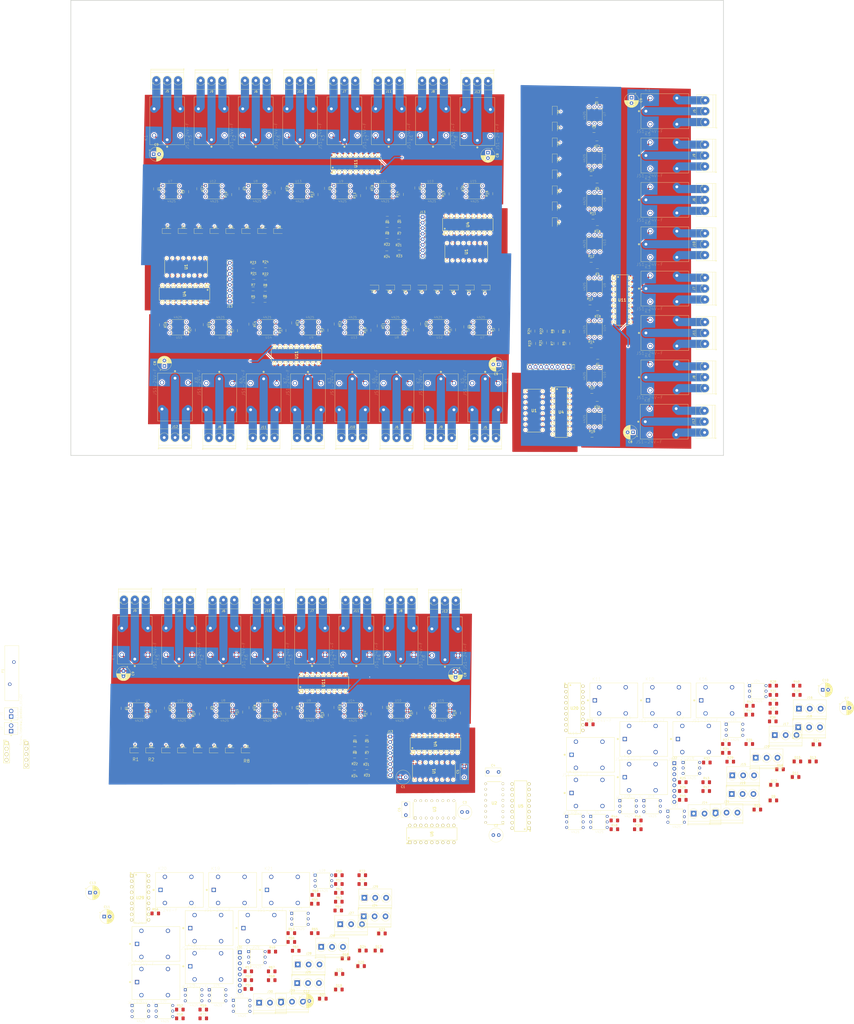
<source format=kicad_pcb>
(kicad_pcb (version 20171130) (host pcbnew 5.1.2)
  (layers (0 F.Cu signal) (31 B.Cu signal) (34 B.Paste user) (35 F.Paste user) (36 B.SilkS user) (37 F.SilkS user) (38 B.Mask user) (39 F.Mask user) (44 Edge.Cuts user))
  (net 0 "")
  (net 1 +5V)
  (net 2 GNDD)
  (net 3 GNDPWR)
  (net 4 /driver_10A_1/SIG_1)
  (net 5 /driver_10A_1/SIG_3)
  (net 6 /driver_10A_1/SIG_5)
  (net 7 /driver_10A_1/SIG_7)
  (net 8 /driver_10A_1/SIG_2)
  (net 9 /driver_10A_1/SIG_4)
  (net 10 /driver_10A_1/SIG_6)
  (net 11 /driver_10A_1/SIG_8)
  (net 12 /driver_10A_2/SIG_1)
  (net 13 /driver_10A_2/SIG_3)
  (net 14 /driver_10A_2/SIG_5)
  (net 15 /driver_10A_2/SIG_7)
  (net 16 /driver_10A_2/SIG_2)
  (net 17 /driver_10A_2/SIG_4)
  (net 18 /driver_10A_2/SIG_6)
  (net 19 /driver_10A_2/SIG_8)
  (net 20 /driver_10A_3/SIG_1)
  (net 21 /driver_10A_3/SIG_3)
  (net 22 /driver_10A_3/SIG_5)
  (net 23 /driver_10A_3/SIG_7)
  (net 24 /driver_10A_3/SIG_2)
  (net 25 /driver_10A_3/SIG_4)
  (net 26 /driver_10A_3/SIG_6)
  (net 27 /driver_10A_3/SIG_8)
  (net 28 Pin1)
  (net 29 Pin2)
  (net 30 Pin3)
  (net 31 Pin4)
  (net 32 SR_EXT)
  (net 33 /driver_10A_1/COM_1)
  (net 34 /driver_10A_1/NO_1)
  (net 35 /driver_10A_1/NC_1)
  (net 36 /driver_10A_1/COM_2)
  (net 37 /driver_10A_1/COM_3)
  (net 38 /driver_10A_1/COM_4)
  (net 39 /driver_10A_1/COM_5)
  (net 40 /driver_10A_1/COM_6)
  (net 41 /driver_10A_1/COM_7)
  (net 42 /driver_10A_1/COM_8)
  (net 43 /driver_10A_2/NO_1)
  (net 44 /driver_10A_2/COM_1)
  (net 45 /driver_10A_2/NC_1)
  (net 46 /driver_10A_2/COM_8)
  (net 47 /driver_10A_2/COM_7)
  (net 48 /driver_10A_2/COM_6)
  (net 49 /driver_10A_2/COM_5)
  (net 50 /driver_10A_2/COM_4)
  (net 51 /driver_10A_2/COM_3)
  (net 52 /driver_10A_2/COM_2)
  (net 53 /driver_10A_3/COM_1)
  (net 54 /driver_10A_3/NO_1)
  (net 55 /driver_10A_3/NC_1)
  (net 56 /driver_10A_3/COM_2)
  (net 57 /driver_10A_3/COM_3)
  (net 58 /driver_10A_3/COM_4)
  (net 59 /driver_10A_3/COM_5)
  (net 60 /driver_10A_3/COM_6)
  (net 61 /driver_10A_3/COM_7)
  (net 62 /driver_10A_3/COM_8)
  (net 63 /driver_10A_1/NC_2)
  (net 64 /driver_10A_1/NC_3)
  (net 65 /driver_10A_1/NC_4)
  (net 66 /driver_10A_1/NC_5)
  (net 67 /driver_10A_1/NC_6)
  (net 68 /driver_10A_1/NC_7)
  (net 69 /driver_10A_1/NC_8)
  (net 70 /driver_10A_1/NO_2)
  (net 71 /driver_10A_1/NO_3)
  (net 72 /driver_10A_1/NO_4)
  (net 73 /driver_10A_1/NO_5)
  (net 74 /driver_10A_1/NO_6)
  (net 75 /driver_10A_1/NO_7)
  (net 76 /driver_10A_1/NO_8)
  (net 77 /driver_10A_2/NC_2)
  (net 78 /driver_10A_2/NC_3)
  (net 79 /driver_10A_2/NC_4)
  (net 80 /driver_10A_2/NC_5)
  (net 81 /driver_10A_2/NC_6)
  (net 82 /driver_10A_2/NC_7)
  (net 83 /driver_10A_2/NC_8)
  (net 84 /driver_10A_2/NO_2)
  (net 85 /driver_10A_2/NO_3)
  (net 86 /driver_10A_2/NO_4)
  (net 87 /driver_10A_2/NO_5)
  (net 88 /driver_10A_2/NO_6)
  (net 89 /driver_10A_2/NO_7)
  (net 90 /driver_10A_2/NO_8)
  (net 91 /driver_10A_3/NC_2)
  (net 92 /driver_10A_3/NC_3)
  (net 93 /driver_10A_3/NC_4)
  (net 94 /driver_10A_3/NC_5)
  (net 95 /driver_10A_3/NC_6)
  (net 96 /driver_10A_3/NC_7)
  (net 97 /driver_10A_3/NC_8)
  (net 98 /driver_10A_3/NO_2)
  (net 99 /driver_10A_3/NO_3)
  (net 100 /driver_10A_3/NO_4)
  (net 101 /driver_10A_3/NO_5)
  (net 102 /driver_10A_3/NO_6)
  (net 103 /driver_10A_3/NO_7)
  (net 104 /driver_10A_3/NO_8)
  (net 105 /driver_10A_1/COIL_1)
  (net 106 /driver_10A_1/COIL_3)
  (net 107 /driver_10A_1/COIL_5)
  (net 108 /driver_10A_1/COIL_7)
  (net 109 /driver_10A_1/COIL_2)
  (net 110 /driver_10A_1/COIL_4)
  (net 111 /driver_10A_1/COIL_6)
  (net 112 /driver_10A_1/COIL_8)
  (net 113 /driver_10A_2/COIL_1)
  (net 114 /driver_10A_2/COIL_3)
  (net 115 /driver_10A_2/COIL_5)
  (net 116 /driver_10A_2/COIL_7)
  (net 117 /driver_10A_2/COIL_2)
  (net 118 /driver_10A_2/COIL_4)
  (net 119 /driver_10A_2/COIL_6)
  (net 120 /driver_10A_2/COIL_8)
  (net 121 /driver_10A_3/COIL_1)
  (net 122 /driver_10A_3/COIL_3)
  (net 123 /driver_10A_3/COIL_5)
  (net 124 /driver_10A_3/COIL_7)
  (net 125 /driver_10A_3/COIL_2)
  (net 126 /driver_10A_3/COIL_4)
  (net 127 /driver_10A_3/COIL_6)
  (net 128 /driver_10A_3/COIL_8)
  (net 129 "Net-(R1-Pad1)")
  (net 130 "Net-(R2-Pad1)")
  (net 131 "Net-(R3-Pad1)")
  (net 132 "Net-(R4-Pad1)")
  (net 133 "Net-(R17-Pad1)")
  (net 134 "Net-(R18-Pad1)")
  (net 135 "Net-(R19-Pad1)")
  (net 136 "Net-(R20-Pad1)")
  (net 137 "Net-(R25-Pad1)")
  (net 138 "Net-(R26-Pad1)")
  (net 139 "Net-(R27-Pad1)")
  (net 140 "Net-(R28-Pad1)")
  (net 141 "Net-(R41-Pad1)")
  (net 142 "Net-(R42-Pad1)")
  (net 143 "Net-(R43-Pad1)")
  (net 144 "Net-(R44-Pad1)")
  (net 145 "Net-(U1-Pad1)")
  (net 146 "Net-(U1-Pad2)")
  (net 147 "Net-(U1-Pad3)")
  (net 148 "Net-(U1-Pad4)")
  (net 149 "Net-(U1-Pad5)")
  (net 150 "Net-(U1-Pad6)")
  (net 151 "Net-(U1-Pad7)")
  (net 152 /QH_OUT_1)
  (net 153 "Net-(U1-Pad15)")
  (net 154 "Net-(U2-Pad1)")
  (net 155 "Net-(U2-Pad2)")
  (net 156 "Net-(U2-Pad3)")
  (net 157 "Net-(U2-Pad4)")
  (net 158 "Net-(U2-Pad5)")
  (net 159 "Net-(U2-Pad6)")
  (net 160 "Net-(U2-Pad7)")
  (net 161 /QH_OUT_2)
  (net 162 "Net-(U2-Pad15)")
  (net 163 "Net-(U3-Pad15)")
  (net 164 "Net-(U3-Pad7)")
  (net 165 "Net-(U3-Pad6)")
  (net 166 "Net-(U3-Pad5)")
  (net 167 "Net-(U3-Pad4)")
  (net 168 "Net-(U3-Pad3)")
  (net 169 "Net-(U3-Pad2)")
  (net 170 "Net-(U3-Pad1)")
  (net 171 /driver_10A_1/OPTO_1)
  (net 172 /driver_10A_1/OPTO_3)
  (net 173 /driver_10A_1/OPTO_5)
  (net 174 /driver_10A_1/OPTO_7)
  (net 175 /driver_10A_1/OPTO_8)
  (net 176 /driver_10A_1/OPTO_6)
  (net 177 /driver_10A_1/OPTO_4)
  (net 178 /driver_10A_1/OPTO_2)
  (net 179 /driver_10A_2/OPTO_1)
  (net 180 /driver_10A_2/OPTO_3)
  (net 181 /driver_10A_2/OPTO_5)
  (net 182 /driver_10A_2/OPTO_7)
  (net 183 /driver_10A_2/OPTO_2)
  (net 184 /driver_10A_2/OPTO_4)
  (net 185 /driver_10A_2/OPTO_6)
  (net 186 /driver_10A_2/OPTO_8)
  (net 187 /driver_10A_3/OPTO_1)
  (net 188 /driver_10A_3/OPTO_3)
  (net 189 /driver_10A_3/OPTO_5)
  (net 190 /driver_10A_3/OPTO_7)
  (net 191 /driver_10A_3/OPTO_2)
  (net 192 /driver_10A_3/OPTO_4)
  (net 193 /driver_10A_3/OPTO_6)
  (net 194 /driver_10A_3/OPTO_8)
  (net 195 +24V)
  (net 196 "Net-(F1-Pad1)")
  (net 197 "Net-(R9-Pad2)")
  (net 198 "Net-(R10-Pad2)")
  (net 199 "Net-(R11-Pad2)")
  (net 200 "Net-(R12-Pad2)")
  (net 201 "Net-(R13-Pad2)")
  (net 202 "Net-(R14-Pad2)")
  (net 203 "Net-(R15-Pad2)")
  (net 204 "Net-(R16-Pad2)")
  (net 205 "Net-(R33-Pad2)")
  (net 206 "Net-(R34-Pad2)")
  (net 207 "Net-(R35-Pad2)")
  (net 208 "Net-(R36-Pad2)")
  (net 209 "Net-(R37-Pad2)")
  (net 210 "Net-(R38-Pad2)")
  (net 211 "Net-(R39-Pad2)")
  (net 212 "Net-(R40-Pad2)")
  (net 213 "Net-(R49-Pad1)")
  (net 214 "Net-(R50-Pad1)")
  (net 215 "Net-(R51-Pad1)")
  (net 216 "Net-(R52-Pad1)")
  (net 217 "Net-(R57-Pad2)")
  (net 218 "Net-(R58-Pad2)")
  (net 219 "Net-(R59-Pad2)")
  (net 220 "Net-(R60-Pad2)")
  (net 221 "Net-(R61-Pad2)")
  (net 222 "Net-(R62-Pad2)")
  (net 223 "Net-(R63-Pad2)")
  (net 224 "Net-(R64-Pad2)")
  (net 225 "Net-(R65-Pad1)")
  (net 226 "Net-(R66-Pad1)")
  (net 227 "Net-(R67-Pad1)")
  (net 228 "Net-(R68-Pad1)")
  (net 229 "Net-(D1-Pad2)")
  (net 230 "Net-(D2-Pad2)")
  (net 231 "Net-(D3-Pad2)")
  (net 232 "Net-(D4-Pad2)")
  (net 233 "Net-(D5-Pad2)")
  (net 234 "Net-(D6-Pad2)")
  (net 235 "Net-(D7-Pad2)")
  (net 236 "Net-(D8-Pad2)")
  (net 237 "Net-(D9-Pad2)")
  (net 238 "Net-(D10-Pad2)")
  (net 239 "Net-(D11-Pad2)")
  (net 240 "Net-(D12-Pad2)")
  (net 241 "Net-(D13-Pad2)")
  (net 242 "Net-(D14-Pad2)")
  (net 243 "Net-(D15-Pad2)")
  (net 244 "Net-(D16-Pad2)")
  (net 245 "Net-(D17-Pad2)")
  (net 246 "Net-(D18-Pad2)")
  (net 247 "Net-(D19-Pad2)")
  (net 248 "Net-(D20-Pad2)")
  (net 249 "Net-(D21-Pad2)")
  (net 250 "Net-(D22-Pad2)")
  (net 251 "Net-(D23-Pad2)")
  (net 252 "Net-(D24-Pad2)")
  (module Resistor_SMD:R_1206_3216Metric_Pad1.42x1.75mm_HandSolder (layer F.Cu) (at 262.180374 -88.17102 90)
    (fp_text reference R21 (at 0 -1.82 90) (layer F.SilkS))
    (fp_text value 240)
    (pad 2 smd roundrect (at 1.4875 0 90) (size 1.425 1.75) (layers F.Cu F.Paste F.Mask) (roundrect_rratio 0.175439))
    (pad 1 smd roundrect (at -1.4875 0 90) (size 1.425 1.75) (layers F.Cu F.Paste F.Mask) (roundrect_rratio 0.175439))
  )
  (module LED_SMD:LED_1206_3216Metric_Pad1.42x1.75mm_HandSolder (layer F.Cu) (at 266.89304 -157.87878 270)
    (fp_text reference D6 (at 0 -1.82 90) (layer F.SilkS))
    (fp_text value LED)
    (pad 1 smd roundrect (at -1.4875 0 270) (size 1.425 1.75) (layers F.Cu F.Paste F.Mask) (roundrect_rratio 0.175439))
    (pad 2 smd roundrect (at 1.4875 0 270) (size 1.425 1.75) (layers F.Cu F.Paste F.Mask) (roundrect_rratio 0.175439))
  )
  (module LED_SMD:LED_1206_3216Metric_Pad1.42x1.75mm_HandSolder (layer F.Cu) (at 266.89304 -194.45478 270)
    (fp_text reference D1 (at 0 -1.82 90) (layer F.SilkS))
    (fp_text value LED)
    (pad 2 smd roundrect (at 1.4875 0 270) (size 1.425 1.75) (layers F.Cu F.Paste F.Mask) (roundrect_rratio 0.175439))
    (pad 1 smd roundrect (at -1.4875 0 270) (size 1.425 1.75) (layers F.Cu F.Paste F.Mask) (roundrect_rratio 0.175439))
  )
  (module Capacitor_THT:CP_Radial_D6.3mm_P2.50mm (layer F.Cu) (at 302.88484 -47.12208 180)
    (fp_text reference C8 (at 1.25 -4.4) (layer F.SilkS))
    (fp_text value CP)
    (pad 1 thru_hole rect (at 0 0 180) (size 1.6 1.6) (drill 0.8) (layers *.Cu *.Mask))
    (pad 2 thru_hole circle (at 2.5 0 180) (size 1.6 1.6) (drill 0.8) (layers *.Cu *.Mask))
  )
  (module Capacitor_THT:CP_Radial_D6.3mm_P2.50mm (layer F.Cu) (at 302.17364 -200.84288 270)
    (fp_text reference C9 (at 1.25 -4.4 90) (layer F.SilkS))
    (fp_text value CP)
    (pad 1 thru_hole rect (at 0 0 270) (size 1.6 1.6) (drill 0.8) (layers *.Cu *.Mask))
    (pad 2 thru_hole circle (at 2.5 0 270) (size 1.6 1.6) (drill 0.8) (layers *.Cu *.Mask))
  )
  (module Resistor_SMD:R_1206_3216Metric_Pad1.42x1.75mm_HandSolder (layer F.Cu) (at 257.175 -87.9124 90)
    (fp_text reference R23 (at 0 -1.82 90) (layer F.SilkS))
    (fp_text value 240)
    (pad 2 smd roundrect (at 1.4875 0 90) (size 1.425 1.75) (layers F.Cu F.Paste F.Mask) (roundrect_rratio 0.175439))
    (pad 1 smd roundrect (at -1.4875 0 90) (size 1.425 1.75) (layers F.Cu F.Paste F.Mask) (roundrect_rratio 0.175439))
  )
  (module LED_SMD:LED_1206_3216Metric_Pad1.42x1.75mm_HandSolder (layer F.Cu) (at 266.89304 -143.24838 270)
    (fp_text reference D8 (at 0 -1.82 90) (layer F.SilkS))
    (fp_text value LED)
    (pad 1 smd roundrect (at -1.4875 0 270) (size 1.425 1.75) (layers F.Cu F.Paste F.Mask) (roundrect_rratio 0.175439))
    (pad 2 smd roundrect (at 1.4875 0 270) (size 1.425 1.75) (layers F.Cu F.Paste F.Mask) (roundrect_rratio 0.175439))
  )
  (module Resistor_SMD:R_1206_3216Metric_Pad1.42x1.75mm_HandSolder (layer F.Cu) (at 262.46328 -93.54104 90)
    (fp_text reference R22 (at 0 -1.82 90) (layer F.SilkS))
    (fp_text value 240)
    (pad 1 smd roundrect (at -1.4875 0 90) (size 1.425 1.75) (layers F.Cu F.Paste F.Mask) (roundrect_rratio 0.175439))
    (pad 2 smd roundrect (at 1.4875 0 90) (size 1.425 1.75) (layers F.Cu F.Paste F.Mask) (roundrect_rratio 0.175439))
  )
  (module Resistor_SMD:R_1206_3216Metric_Pad1.42x1.75mm_HandSolder (layer F.Cu) (at 272.907398 -87.90178 90)
    (fp_text reference R5 (at 0 -1.82 90) (layer F.SilkS))
    (fp_text value 240)
    (pad 2 smd roundrect (at 1.4875 0 90) (size 1.425 1.75) (layers F.Cu F.Paste F.Mask) (roundrect_rratio 0.175439))
    (pad 1 smd roundrect (at -1.4875 0 90) (size 1.425 1.75) (layers F.Cu F.Paste F.Mask) (roundrect_rratio 0.175439))
  )
  (module TerminalBlock_Phoenix:TerminalBlock_Phoenix_PT-1,5-3-5.0-H_1x03_P5.00mm_Horizontal (layer F.Cu) (at 336.00644 -108.13288 90)
    (fp_text reference J7 (at 5 -5.06 90) (layer F.SilkS))
    (fp_text value TERMINAL_RELAY_5)
    (pad 1 thru_hole rect (at 0 0 90) (size 2.6 2.6) (drill 1.3) (layers *.Cu *.Mask))
    (pad 2 thru_hole circle (at 5 0 90) (size 2.6 2.6) (drill 1.3) (layers *.Cu *.Mask))
    (pad 3 thru_hole circle (at 10 0 90) (size 2.6 2.6) (drill 1.3) (layers *.Cu *.Mask))
  )
  (module RelayDriver:RELAY_JS1-24V-F (layer F.Cu) (at 317.51524 -72.376938)
    (fp_text reference K4 (at -7.874 -9.779) (layer F.SilkS) (effects (font (size 1.4 1.4) (thickness 0.05))))
    (fp_text value JS1-24V-F (at -6.985 9.271) (layer F.SilkS) (effects (font (size 1.4 1.4) (thickness 0.05))))
    (pad 4 thru_hole circle (at 5.5 -6) (size 1.95 1.95) (drill 1.3) (layers *.Cu *.Mask))
    (pad 3 thru_hole circle (at 5.5 6) (size 1.95 1.95) (drill 1.3) (layers *.Cu *.Mask))
    (pad 1 thru_hole rect (at -8.7 0) (size 1.95 1.95) (drill 1.3) (layers *.Cu *.Mask))
    (pad 2 thru_hole circle (at -6.7 6) (size 1.95 1.95) (drill 1.3) (layers *.Cu *.Mask))
    (pad 5 thru_hole circle (at -6.7 -6) (size 1.95 1.95) (drill 1.3) (layers *.Cu *.Mask))
  )
  (module TerminalBlock_Phoenix:TerminalBlock_Phoenix_PT-1,5-3-5.0-H_1x03_P5.00mm_Horizontal (layer F.Cu) (at 336.15884 -189.61608 90)
    (fp_text reference J5 (at 5 -5.06 90) (layer F.SilkS))
    (fp_text value TERMINAL_RELAY_1)
    (pad 1 thru_hole rect (at 0 0 90) (size 2.6 2.6) (drill 1.3) (layers *.Cu *.Mask))
    (pad 2 thru_hole circle (at 5 0 90) (size 2.6 2.6) (drill 1.3) (layers *.Cu *.Mask))
    (pad 3 thru_hole circle (at 10 0 90) (size 2.6 2.6) (drill 1.3) (layers *.Cu *.Mask))
  )
  (module Resistor_SMD:R_1206_3216Metric_Pad1.42x1.75mm_HandSolder (layer F.Cu) (at 267.63472 -93.46484 90)
    (fp_text reference R8 (at 0 -1.82 90) (layer F.SilkS))
    (fp_text value 240)
    (pad 2 smd roundrect (at 1.4875 0 90) (size 1.425 1.75) (layers F.Cu F.Paste F.Mask) (roundrect_rratio 0.175439))
    (pad 1 smd roundrect (at -1.4875 0 90) (size 1.425 1.75) (layers F.Cu F.Paste F.Mask) (roundrect_rratio 0.175439))
  )
  (module RelayDriver:RELAY_JS1-24V-F (layer F.Cu) (at 317.51524 -113.133052)
    (fp_text reference K3 (at -7.874 -9.779) (layer F.SilkS) (effects (font (size 1.4 1.4) (thickness 0.05))))
    (fp_text value JS1-24V-F (at -6.985 9.271) (layer F.SilkS) (effects (font (size 1.4 1.4) (thickness 0.05))))
    (pad 4 thru_hole circle (at 5.5 -6) (size 1.95 1.95) (drill 1.3) (layers *.Cu *.Mask))
    (pad 3 thru_hole circle (at 5.5 6) (size 1.95 1.95) (drill 1.3) (layers *.Cu *.Mask))
    (pad 1 thru_hole rect (at -8.7 0) (size 1.95 1.95) (drill 1.3) (layers *.Cu *.Mask))
    (pad 2 thru_hole circle (at -6.7 6) (size 1.95 1.95) (drill 1.3) (layers *.Cu *.Mask))
    (pad 5 thru_hole circle (at -6.7 -6) (size 1.95 1.95) (drill 1.3) (layers *.Cu *.Mask))
  )
  (module Resistor_SMD:R_1206_3216Metric_Pad1.42x1.75mm_HandSolder (layer F.Cu) (at 272.73504 -93.40388 90)
    (fp_text reference R6 (at 0 -1.82 90) (layer F.SilkS))
    (fp_text value 240)
    (pad 2 smd roundrect (at 1.4875 0 90) (size 1.425 1.75) (layers F.Cu F.Paste F.Mask) (roundrect_rratio 0.175439))
    (pad 1 smd roundrect (at -1.4875 0 90) (size 1.425 1.75) (layers F.Cu F.Paste F.Mask) (roundrect_rratio 0.175439))
  )
  (module RelayDriver:RELAY_JS1-24V-F (layer F.Cu) (at 317.21044 -51.99888)
    (fp_text reference K8 (at -7.874 -9.779) (layer F.SilkS) (effects (font (size 1.4 1.4) (thickness 0.05))))
    (fp_text value JS1-24V-F (at -6.985 9.271) (layer F.SilkS) (effects (font (size 1.4 1.4) (thickness 0.05))))
    (pad 4 thru_hole circle (at 5.5 -6) (size 1.95 1.95) (drill 1.3) (layers *.Cu *.Mask))
    (pad 3 thru_hole circle (at 5.5 6) (size 1.95 1.95) (drill 1.3) (layers *.Cu *.Mask))
    (pad 1 thru_hole rect (at -8.7 0) (size 1.95 1.95) (drill 1.3) (layers *.Cu *.Mask))
    (pad 2 thru_hole circle (at -6.7 6) (size 1.95 1.95) (drill 1.3) (layers *.Cu *.Mask))
    (pad 5 thru_hole circle (at -6.7 -6) (size 1.95 1.95) (drill 1.3) (layers *.Cu *.Mask))
  )
  (module TerminalBlock_Phoenix:TerminalBlock_Phoenix_PT-1,5-3-5.0-H_1x03_P5.00mm_Horizontal (layer F.Cu) (at 336.00644 -128.50368 90)
    (fp_text reference J10 (at 5 -5.06 90) (layer F.SilkS))
    (fp_text value TERMINAL_RELAY_4)
    (pad 3 thru_hole circle (at 10 0 90) (size 2.6 2.6) (drill 1.3) (layers *.Cu *.Mask))
    (pad 2 thru_hole circle (at 5 0 90) (size 2.6 2.6) (drill 1.3) (layers *.Cu *.Mask))
    (pad 1 thru_hole rect (at 0 0 90) (size 2.6 2.6) (drill 1.3) (layers *.Cu *.Mask))
  )
  (module RelayDriver:RELAY_JS1-24V-F (layer F.Cu) (at 317.51524 -153.889166)
    (fp_text reference K2 (at -7.874 -9.779) (layer F.SilkS) (effects (font (size 1.4 1.4) (thickness 0.05))))
    (fp_text value JS1-24V-F (at -6.985 9.271) (layer F.SilkS) (effects (font (size 1.4 1.4) (thickness 0.05))))
    (pad 4 thru_hole circle (at 5.5 -6) (size 1.95 1.95) (drill 1.3) (layers *.Cu *.Mask))
    (pad 3 thru_hole circle (at 5.5 6) (size 1.95 1.95) (drill 1.3) (layers *.Cu *.Mask))
    (pad 1 thru_hole rect (at -8.7 0) (size 1.95 1.95) (drill 1.3) (layers *.Cu *.Mask))
    (pad 2 thru_hole circle (at -6.7 6) (size 1.95 1.95) (drill 1.3) (layers *.Cu *.Mask))
    (pad 5 thru_hole circle (at -6.7 -6) (size 1.95 1.95) (drill 1.3) (layers *.Cu *.Mask))
  )
  (module TerminalBlock_Phoenix:TerminalBlock_Phoenix_PT-1,5-3-5.0-H_1x03_P5.00mm_Horizontal (layer F.Cu) (at 336.00644 -67.39128 90)
    (fp_text reference J8 (at 5 -5.06 90) (layer F.SilkS))
    (fp_text value TERMINAL_RELAY_7)
    (pad 1 thru_hole rect (at 0 0 90) (size 2.6 2.6) (drill 1.3) (layers *.Cu *.Mask))
    (pad 2 thru_hole circle (at 5 0 90) (size 2.6 2.6) (drill 1.3) (layers *.Cu *.Mask))
    (pad 3 thru_hole circle (at 10 0 90) (size 2.6 2.6) (drill 1.3) (layers *.Cu *.Mask))
  )
  (module LED_SMD:LED_1206_3216Metric_Pad1.42x1.75mm_HandSolder (layer F.Cu) (at 266.89304 -150.56358 270)
    (fp_text reference D7 (at 0 -1.82 90) (layer F.SilkS))
    (fp_text value LED)
    (pad 2 smd roundrect (at 1.4875 0 270) (size 1.425 1.75) (layers F.Cu F.Paste F.Mask) (roundrect_rratio 0.175439))
    (pad 1 smd roundrect (at -1.4875 0 270) (size 1.425 1.75) (layers F.Cu F.Paste F.Mask) (roundrect_rratio 0.175439))
  )
  (module LED_SMD:LED_1206_3216Metric_Pad1.42x1.75mm_HandSolder (layer F.Cu) (at 266.89304 -187.13958 270)
    (fp_text reference D2 (at 0 -1.82 90) (layer F.SilkS))
    (fp_text value LED)
    (pad 2 smd roundrect (at 1.4875 0 270) (size 1.425 1.75) (layers F.Cu F.Paste F.Mask) (roundrect_rratio 0.175439))
    (pad 1 smd roundrect (at -1.4875 0 270) (size 1.425 1.75) (layers F.Cu F.Paste F.Mask) (roundrect_rratio 0.175439))
  )
  (module Resistor_SMD:R_1206_3216Metric_Pad1.42x1.75mm_HandSolder (layer F.Cu) (at 256.84988 -93.61216 90)
    (fp_text reference R24 (at 0 -1.82 90) (layer F.SilkS))
    (fp_text value 240)
    (pad 2 smd roundrect (at 1.4875 0 90) (size 1.425 1.75) (layers F.Cu F.Paste F.Mask) (roundrect_rratio 0.175439))
    (pad 1 smd roundrect (at -1.4875 0 90) (size 1.425 1.75) (layers F.Cu F.Paste F.Mask) (roundrect_rratio 0.175439))
  )
  (module LED_SMD:LED_1206_3216Metric_Pad1.42x1.75mm_HandSolder (layer F.Cu) (at 266.89304 -172.50918 270)
    (fp_text reference D4 (at 0 -1.82 90) (layer F.SilkS))
    (fp_text value LED)
    (pad 1 smd roundrect (at -1.4875 0 270) (size 1.425 1.75) (layers F.Cu F.Paste F.Mask) (roundrect_rratio 0.175439))
    (pad 2 smd roundrect (at 1.4875 0 270) (size 1.425 1.75) (layers F.Cu F.Paste F.Mask) (roundrect_rratio 0.175439))
  )
  (module TerminalBlock_Phoenix:TerminalBlock_Phoenix_PT-1,5-3-5.0-H_1x03_P5.00mm_Horizontal (layer F.Cu) (at 335.80324 -47.02048 90)
    (fp_text reference J12 (at 5 -5.06 90) (layer F.SilkS))
    (fp_text value TERMINAL_RELAY_8)
    (pad 3 thru_hole circle (at 10 0 90) (size 2.6 2.6) (drill 1.3) (layers *.Cu *.Mask))
    (pad 2 thru_hole circle (at 5 0 90) (size 2.6 2.6) (drill 1.3) (layers *.Cu *.Mask))
    (pad 1 thru_hole rect (at 0 0 90) (size 2.6 2.6) (drill 1.3) (layers *.Cu *.Mask))
  )
  (module LED_SMD:LED_1206_3216Metric_Pad1.42x1.75mm_HandSolder (layer F.Cu) (at 266.89304 -165.19398 270)
    (fp_text reference D5 (at 0 -1.82 90) (layer F.SilkS))
    (fp_text value LED)
    (pad 2 smd roundrect (at 1.4875 0 270) (size 1.425 1.75) (layers F.Cu F.Paste F.Mask) (roundrect_rratio 0.175439))
    (pad 1 smd roundrect (at -1.4875 0 270) (size 1.425 1.75) (layers F.Cu F.Paste F.Mask) (roundrect_rratio 0.175439))
  )
  (module LED_SMD:LED_1206_3216Metric_Pad1.42x1.75mm_HandSolder (layer F.Cu) (at 266.89304 -179.82438 270)
    (fp_text reference D3 (at 0 -1.82 90) (layer F.SilkS))
    (fp_text value LED)
    (pad 1 smd roundrect (at -1.4875 0 270) (size 1.425 1.75) (layers F.Cu F.Paste F.Mask) (roundrect_rratio 0.175439))
    (pad 2 smd roundrect (at 1.4875 0 270) (size 1.425 1.75) (layers F.Cu F.Paste F.Mask) (roundrect_rratio 0.175439))
  )
  (module TerminalBlock_Phoenix:TerminalBlock_Phoenix_PT-1,5-3-5.0-H_1x03_P5.00mm_Horizontal (layer F.Cu) (at 336.00644 -169.24528 90)
    (fp_text reference J9 (at 5 -5.06 90) (layer F.SilkS))
    (fp_text value TERMINAL_RELAY_2)
    (pad 3 thru_hole circle (at 10 0 90) (size 2.6 2.6) (drill 1.3) (layers *.Cu *.Mask))
    (pad 2 thru_hole circle (at 5 0 90) (size 2.6 2.6) (drill 1.3) (layers *.Cu *.Mask))
    (pad 1 thru_hole rect (at 0 0 90) (size 2.6 2.6) (drill 1.3) (layers *.Cu *.Mask))
  )
  (module Resistor_SMD:R_1206_3216Metric_Pad1.42x1.75mm_HandSolder (layer F.Cu) (at 283.68846 -86.88832)
    (fp_text reference R14 (at 0 -1.82) (layer F.SilkS))
    (fp_text value 20k)
    (pad 2 smd roundrect (at 1.4875 0) (size 1.425 1.75) (layers F.Cu F.Paste F.Mask) (roundrect_rratio 0.175439))
    (pad 1 smd roundrect (at -1.4875 0) (size 1.425 1.75) (layers F.Cu F.Paste F.Mask) (roundrect_rratio 0.175439))
  )
  (module RelayDriver:RELAY_JS1-24V-F (layer F.Cu) (at 317.51524 -92.754995)
    (fp_text reference K7 (at -7.874 -9.779) (layer F.SilkS) (effects (font (size 1.4 1.4) (thickness 0.05))))
    (fp_text value JS1-24V-F (at -6.985 9.271) (layer F.SilkS) (effects (font (size 1.4 1.4) (thickness 0.05))))
    (pad 5 thru_hole circle (at -6.7 -6) (size 1.95 1.95) (drill 1.3) (layers *.Cu *.Mask))
    (pad 2 thru_hole circle (at -6.7 6) (size 1.95 1.95) (drill 1.3) (layers *.Cu *.Mask))
    (pad 1 thru_hole rect (at -8.7 0) (size 1.95 1.95) (drill 1.3) (layers *.Cu *.Mask))
    (pad 3 thru_hole circle (at 5.5 6) (size 1.95 1.95) (drill 1.3) (layers *.Cu *.Mask))
    (pad 4 thru_hole circle (at 5.5 -6) (size 1.95 1.95) (drill 1.3) (layers *.Cu *.Mask))
  )
  (module Resistor_SMD:R_1206_3216Metric_Pad1.42x1.75mm_HandSolder (layer F.Cu) (at 283.59194 -165.85184)
    (fp_text reference R10 (at 0 -1.82) (layer F.SilkS))
    (fp_text value 20k)
    (pad 1 smd roundrect (at -1.4875 0) (size 1.425 1.75) (layers F.Cu F.Paste F.Mask) (roundrect_rratio 0.175439))
    (pad 2 smd roundrect (at 1.4875 0) (size 1.425 1.75) (layers F.Cu F.Paste F.Mask) (roundrect_rratio 0.175439))
  )
  (module Resistor_SMD:R_1206_3216Metric_Pad1.42x1.75mm_HandSolder (layer F.Cu) (at 286.36882 -160.70072 180)
    (fp_text reference R2 (at 0 -1.82) (layer F.SilkS))
    (fp_text value 370)
    (pad 2 smd roundrect (at 1.4875 0 180) (size 1.425 1.75) (layers F.Cu F.Paste F.Mask) (roundrect_rratio 0.175439))
    (pad 1 smd roundrect (at -1.4875 0 180) (size 1.425 1.75) (layers F.Cu F.Paste F.Mask) (roundrect_rratio 0.175439))
  )
  (module Resistor_SMD:R_1206_3216Metric_Pad1.42x1.75mm_HandSolder (layer F.Cu) (at 286.29656 -180.10124 180)
    (fp_text reference R17 (at 0 -1.82) (layer F.SilkS))
    (fp_text value 370)
    (pad 1 smd roundrect (at -1.4875 0 180) (size 1.425 1.75) (layers F.Cu F.Paste F.Mask) (roundrect_rratio 0.175439))
    (pad 2 smd roundrect (at 1.4875 0 180) (size 1.425 1.75) (layers F.Cu F.Paste F.Mask) (roundrect_rratio 0.175439))
  )
  (module TerminalBlock_Phoenix:TerminalBlock_Phoenix_PT-1,5-3-5.0-H_1x03_P5.00mm_Horizontal (layer F.Cu) (at 336.00644 -87.76208 90)
    (fp_text reference J11 (at 5 -5.06 90) (layer F.SilkS))
    (fp_text value TERMINAL_RELAY_6)
    (pad 3 thru_hole circle (at 10 0 90) (size 2.6 2.6) (drill 1.3) (layers *.Cu *.Mask))
    (pad 2 thru_hole circle (at 5 0 90) (size 2.6 2.6) (drill 1.3) (layers *.Cu *.Mask))
    (pad 1 thru_hole rect (at 0 0 90) (size 2.6 2.6) (drill 1.3) (layers *.Cu *.Mask))
  )
  (module Resistor_SMD:R_1206_3216Metric_Pad1.42x1.75mm_HandSolder (layer F.Cu) (at 286.2102 -199.99452 180)
    (fp_text reference R1 (at 0 -1.82) (layer F.SilkS))
    (fp_text value 370)
    (pad 2 smd roundrect (at 1.4875 0 180) (size 1.425 1.75) (layers F.Cu F.Paste F.Mask) (roundrect_rratio 0.175439))
    (pad 1 smd roundrect (at -1.4875 0 180) (size 1.425 1.75) (layers F.Cu F.Paste F.Mask) (roundrect_rratio 0.175439))
  )
  (module Resistor_SMD:R_1206_3216Metric_Pad1.42x1.75mm_HandSolder (layer F.Cu) (at 286.66346 -79.82712 180)
    (fp_text reference R4 (at 0 -1.82) (layer F.SilkS))
    (fp_text value 370)
    (pad 2 smd roundrect (at 1.4875 0 180) (size 1.425 1.75) (layers F.Cu F.Paste F.Mask) (roundrect_rratio 0.175439))
    (pad 1 smd roundrect (at -1.4875 0 180) (size 1.425 1.75) (layers F.Cu F.Paste F.Mask) (roundrect_rratio 0.175439))
  )
  (module Resistor_SMD:R_1206_3216Metric_Pad1.42x1.75mm_HandSolder (layer F.Cu) (at 284.02186 -45.78604)
    (fp_text reference R16 (at 0 -1.82) (layer F.SilkS))
    (fp_text value 20k)
    (pad 2 smd roundrect (at 1.4875 0) (size 1.425 1.75) (layers F.Cu F.Paste F.Mask) (roundrect_rratio 0.175439))
    (pad 1 smd roundrect (at -1.4875 0) (size 1.425 1.75) (layers F.Cu F.Paste F.Mask) (roundrect_rratio 0.175439))
  )
  (module RelayDriver:RELAY_JS1-24V-F (layer F.Cu) (at 317.51524 -174.267223)
    (fp_text reference K5 (at -7.874 -9.779) (layer F.SilkS) (effects (font (size 1.4 1.4) (thickness 0.05))))
    (fp_text value JS1-24V-F (at -6.985 9.271) (layer F.SilkS) (effects (font (size 1.4 1.4) (thickness 0.05))))
    (pad 5 thru_hole circle (at -6.7 -6) (size 1.95 1.95) (drill 1.3) (layers *.Cu *.Mask))
    (pad 2 thru_hole circle (at -6.7 6) (size 1.95 1.95) (drill 1.3) (layers *.Cu *.Mask))
    (pad 1 thru_hole rect (at -8.7 0) (size 1.95 1.95) (drill 1.3) (layers *.Cu *.Mask))
    (pad 3 thru_hole circle (at 5.5 6) (size 1.95 1.95) (drill 1.3) (layers *.Cu *.Mask))
    (pad 4 thru_hole circle (at 5.5 -6) (size 1.95 1.95) (drill 1.3) (layers *.Cu *.Mask))
  )
  (module RelayDriver:DIP794W53P254L1930H508Q16N (layer F.Cu) (at 257.36804 -57.07888)
    (fp_text reference U1 (at 0 0) (layer F.SilkS) (effects (font (size 1.27 1.27) (thickness 0.254))))
    (fp_text value 74HC595 hide)
    (pad 1 thru_hole rect (at -3.97 -8.89 90) (size 1.13 1.13) (drill 0.73) (layers *.Cu *.Mask F.SilkS))
    (pad 2 thru_hole circle (at -3.97 -6.35 90) (size 1.13 1.13) (drill 0.73) (layers *.Cu *.Mask F.SilkS))
    (pad 3 thru_hole circle (at -3.97 -3.81 90) (size 1.13 1.13) (drill 0.73) (layers *.Cu *.Mask F.SilkS))
    (pad 4 thru_hole circle (at -3.97 -1.27 90) (size 1.13 1.13) (drill 0.73) (layers *.Cu *.Mask F.SilkS))
    (pad 5 thru_hole circle (at -3.97 1.27 90) (size 1.13 1.13) (drill 0.73) (layers *.Cu *.Mask F.SilkS))
    (pad 6 thru_hole circle (at -3.97 3.81 90) (size 1.13 1.13) (drill 0.73) (layers *.Cu *.Mask F.SilkS))
    (pad 7 thru_hole circle (at -3.97 6.35 90) (size 1.13 1.13) (drill 0.73) (layers *.Cu *.Mask F.SilkS))
    (pad 8 thru_hole circle (at -3.97 8.89 90) (size 1.13 1.13) (drill 0.73) (layers *.Cu *.Mask F.SilkS))
    (pad 9 thru_hole circle (at 3.97 8.89 90) (size 1.13 1.13) (drill 0.73) (layers *.Cu *.Mask F.SilkS))
    (pad 10 thru_hole circle (at 3.97 6.35 90) (size 1.13 1.13) (drill 0.73) (layers *.Cu *.Mask F.SilkS))
    (pad 11 thru_hole circle (at 3.97 3.81 90) (size 1.13 1.13) (drill 0.73) (layers *.Cu *.Mask F.SilkS))
    (pad 12 thru_hole circle (at 3.97 1.27 90) (size 1.13 1.13) (drill 0.73) (layers *.Cu *.Mask F.SilkS))
    (pad 13 thru_hole circle (at 3.97 -1.27 90) (size 1.13 1.13) (drill 0.73) (layers *.Cu *.Mask F.SilkS))
    (pad 14 thru_hole circle (at 3.97 -3.81 90) (size 1.13 1.13) (drill 0.73) (layers *.Cu *.Mask F.SilkS))
    (pad 15 thru_hole circle (at 3.97 -6.35 90) (size 1.13 1.13) (drill 0.73) (layers *.Cu *.Mask F.SilkS))
    (pad 16 thru_hole circle (at 3.97 -8.89 90) (size 1.13 1.13) (drill 0.73) (layers *.Cu *.Mask F.SilkS))
  )
  (module RelayDriver:DIP762W50P254L712H400Q6N (layer F.Cu) (at 285.15204 -73.071681 270)
    (fp_text reference U10 (at -0.46068 -4.64173 90) (layer F.SilkS) (effects (font (size 1.00145 1.00145) (thickness 0.05))))
    (fp_text value 4N25 (at 0.175275 4.6223 90) (layer F.SilkS) (effects (font (size 1.00158 1.00158) (thickness 0.05))))
    (pad 4 thru_hole circle (at 3.81 2.54 270) (size 1.308 1.308) (drill 0.8) (layers *.Cu *.Mask))
    (pad 3 thru_hole circle (at -3.81 2.54 270) (size 1.308 1.308) (drill 0.8) (layers *.Cu *.Mask))
    (pad 6 thru_hole circle (at 3.81 -2.54 270) (size 1.308 1.308) (drill 0.8) (layers *.Cu *.Mask))
    (pad 1 thru_hole rect (at -3.81 -2.54 270) (size 1.308 1.308) (drill 0.8) (layers *.Cu *.Mask))
    (pad 5 thru_hole circle (at 3.81 0 270) (size 1.308 1.308) (drill 0.8) (layers *.Cu *.Mask))
    (pad 2 thru_hole circle (at -3.81 0 270) (size 1.308 1.308) (drill 0.8) (layers *.Cu *.Mask))
  )
  (module RelayDriver:DIP762W50P254L712H400Q6N (layer F.Cu) (at 285.15204 -94.55008 270)
    (fp_text reference U14 (at -0.46068 -4.64173 90) (layer F.SilkS) (effects (font (size 1.00145 1.00145) (thickness 0.05))))
    (fp_text value 4N25 (at 0.175275 4.6223 90) (layer F.SilkS) (effects (font (size 1.00158 1.00158) (thickness 0.05))))
    (pad 4 thru_hole circle (at 3.81 2.54 270) (size 1.308 1.308) (drill 0.8) (layers *.Cu *.Mask))
    (pad 3 thru_hole circle (at -3.81 2.54 270) (size 1.308 1.308) (drill 0.8) (layers *.Cu *.Mask))
    (pad 6 thru_hole circle (at 3.81 -2.54 270) (size 1.308 1.308) (drill 0.8) (layers *.Cu *.Mask))
    (pad 1 thru_hole rect (at -3.81 -2.54 270) (size 1.308 1.308) (drill 0.8) (layers *.Cu *.Mask))
    (pad 5 thru_hole circle (at 3.81 0 270) (size 1.308 1.308) (drill 0.8) (layers *.Cu *.Mask))
    (pad 2 thru_hole circle (at -3.81 0 270) (size 1.308 1.308) (drill 0.8) (layers *.Cu *.Mask))
  )
  (module RelayDriver:DIP780W46P254L2324H393Q18B (layer F.Cu) (at 297.85564 -107.87888)
    (fp_text reference U11 (at 0 0) (layer F.SilkS) (effects (font (size 1.27 1.27) (thickness 0.254))))
    (fp_text value ULN2803A hide)
    (pad 18 thru_hole circle (at 3.9 -10.16 90) (size 1.45 1.45) (drill 0.85) (layers *.Cu *.Mask F.SilkS))
    (pad 17 thru_hole circle (at 3.9 -7.62 90) (size 1.45 1.45) (drill 0.85) (layers *.Cu *.Mask F.SilkS))
    (pad 16 thru_hole circle (at 3.9 -5.08 90) (size 1.45 1.45) (drill 0.85) (layers *.Cu *.Mask F.SilkS))
    (pad 15 thru_hole circle (at 3.9 -2.54 90) (size 1.45 1.45) (drill 0.85) (layers *.Cu *.Mask F.SilkS))
    (pad 14 thru_hole circle (at 3.9 0 90) (size 1.45 1.45) (drill 0.85) (layers *.Cu *.Mask F.SilkS))
    (pad 13 thru_hole circle (at 3.9 2.54 90) (size 1.45 1.45) (drill 0.85) (layers *.Cu *.Mask F.SilkS))
    (pad 12 thru_hole circle (at 3.9 5.08 90) (size 1.45 1.45) (drill 0.85) (layers *.Cu *.Mask F.SilkS))
    (pad 11 thru_hole circle (at 3.9 7.62 90) (size 1.45 1.45) (drill 0.85) (layers *.Cu *.Mask F.SilkS))
    (pad 10 thru_hole circle (at 3.9 10.16 90) (size 1.45 1.45) (drill 0.85) (layers *.Cu *.Mask F.SilkS))
    (pad 9 thru_hole circle (at -3.9 10.16 90) (size 1.45 1.45) (drill 0.85) (layers *.Cu *.Mask F.SilkS))
    (pad 8 thru_hole circle (at -3.9 7.62 90) (size 1.45 1.45) (drill 0.85) (layers *.Cu *.Mask F.SilkS))
    (pad 7 thru_hole circle (at -3.9 5.08 90) (size 1.45 1.45) (drill 0.85) (layers *.Cu *.Mask F.SilkS))
    (pad 6 thru_hole circle (at -3.9 2.54 90) (size 1.45 1.45) (drill 0.85) (layers *.Cu *.Mask F.SilkS))
    (pad 5 thru_hole circle (at -3.9 0 90) (size 1.45 1.45) (drill 0.85) (layers *.Cu *.Mask F.SilkS))
    (pad 4 thru_hole circle (at -3.9 -2.54 90) (size 1.45 1.45) (drill 0.85) (layers *.Cu *.Mask F.SilkS))
    (pad 3 thru_hole circle (at -3.9 -5.08 90) (size 1.45 1.45) (drill 0.85) (layers *.Cu *.Mask F.SilkS))
    (pad 2 thru_hole circle (at -3.9 -7.62 90) (size 1.45 1.45) (drill 0.85) (layers *.Cu *.Mask F.SilkS))
    (pad 1 thru_hole rect (at -3.9 -10.16 90) (size 1.45 1.45) (drill 0.85) (layers *.Cu *.Mask F.SilkS))
  )
  (module RelayDriver:DIP762W50P254L712H400Q6N (layer F.Cu) (at 285.15204 -153.51208 270)
    (fp_text reference U8 (at -0.46068 -4.64173 90) (layer F.SilkS) (effects (font (size 1.00145 1.00145) (thickness 0.05))))
    (fp_text value 4N25 (at 0.175275 4.6223 90) (layer F.SilkS) (effects (font (size 1.00158 1.00158) (thickness 0.05))))
    (pad 2 thru_hole circle (at -3.81 0 270) (size 1.308 1.308) (drill 0.8) (layers *.Cu *.Mask))
    (pad 5 thru_hole circle (at 3.81 0 270) (size 1.308 1.308) (drill 0.8) (layers *.Cu *.Mask))
    (pad 1 thru_hole rect (at -3.81 -2.54 270) (size 1.308 1.308) (drill 0.8) (layers *.Cu *.Mask))
    (pad 6 thru_hole circle (at 3.81 -2.54 270) (size 1.308 1.308) (drill 0.8) (layers *.Cu *.Mask))
    (pad 3 thru_hole circle (at -3.81 2.54 270) (size 1.308 1.308) (drill 0.8) (layers *.Cu *.Mask))
    (pad 4 thru_hole circle (at 3.81 2.54 270) (size 1.308 1.308) (drill 0.8) (layers *.Cu *.Mask))
  )
  (module RelayDriver:DIP780W46P254L2324H393Q18B (layer F.Cu) (at 269.81404 -56.36768)
    (fp_text reference U4 (at 0 0) (layer F.SilkS) (effects (font (size 1.27 1.27) (thickness 0.254))))
    (fp_text value ULN2803A hide)
    (pad 18 thru_hole circle (at 3.9 -10.16 90) (size 1.45 1.45) (drill 0.85) (layers *.Cu *.Mask F.SilkS))
    (pad 17 thru_hole circle (at 3.9 -7.62 90) (size 1.45 1.45) (drill 0.85) (layers *.Cu *.Mask F.SilkS))
    (pad 16 thru_hole circle (at 3.9 -5.08 90) (size 1.45 1.45) (drill 0.85) (layers *.Cu *.Mask F.SilkS))
    (pad 15 thru_hole circle (at 3.9 -2.54 90) (size 1.45 1.45) (drill 0.85) (layers *.Cu *.Mask F.SilkS))
    (pad 14 thru_hole circle (at 3.9 0 90) (size 1.45 1.45) (drill 0.85) (layers *.Cu *.Mask F.SilkS))
    (pad 13 thru_hole circle (at 3.9 2.54 90) (size 1.45 1.45) (drill 0.85) (layers *.Cu *.Mask F.SilkS))
    (pad 12 thru_hole circle (at 3.9 5.08 90) (size 1.45 1.45) (drill 0.85) (layers *.Cu *.Mask F.SilkS))
    (pad 11 thru_hole circle (at 3.9 7.62 90) (size 1.45 1.45) (drill 0.85) (layers *.Cu *.Mask F.SilkS))
    (pad 10 thru_hole circle (at 3.9 10.16 90) (size 1.45 1.45) (drill 0.85) (layers *.Cu *.Mask F.SilkS))
    (pad 9 thru_hole circle (at -3.9 10.16 90) (size 1.45 1.45) (drill 0.85) (layers *.Cu *.Mask F.SilkS))
    (pad 8 thru_hole circle (at -3.9 7.62 90) (size 1.45 1.45) (drill 0.85) (layers *.Cu *.Mask F.SilkS))
    (pad 7 thru_hole circle (at -3.9 5.08 90) (size 1.45 1.45) (drill 0.85) (layers *.Cu *.Mask F.SilkS))
    (pad 6 thru_hole circle (at -3.9 2.54 90) (size 1.45 1.45) (drill 0.85) (layers *.Cu *.Mask F.SilkS))
    (pad 5 thru_hole circle (at -3.9 0 90) (size 1.45 1.45) (drill 0.85) (layers *.Cu *.Mask F.SilkS))
    (pad 4 thru_hole circle (at -3.9 -2.54 90) (size 1.45 1.45) (drill 0.85) (layers *.Cu *.Mask F.SilkS))
    (pad 3 thru_hole circle (at -3.9 -5.08 90) (size 1.45 1.45) (drill 0.85) (layers *.Cu *.Mask F.SilkS))
    (pad 2 thru_hole circle (at -3.9 -7.62 90) (size 1.45 1.45) (drill 0.85) (layers *.Cu *.Mask F.SilkS))
    (pad 1 thru_hole rect (at -3.9 -10.16 90) (size 1.45 1.45) (drill 0.85) (layers *.Cu *.Mask F.SilkS))
  )
  (module Resistor_SMD:R_1206_3216Metric_Pad1.42x1.75mm_HandSolder (layer F.Cu) (at 286.48058 -141.1986 180)
    (fp_text reference R18 (at 0 -1.82) (layer F.SilkS))
    (fp_text value 370)
    (pad 1 smd roundrect (at -1.4875 0 180) (size 1.425 1.75) (layers F.Cu F.Paste F.Mask) (roundrect_rratio 0.175439))
    (pad 2 smd roundrect (at 1.4875 0 180) (size 1.425 1.75) (layers F.Cu F.Paste F.Mask) (roundrect_rratio 0.175439))
  )
  (module RelayDriver:DIP762W50P254L712H400Q6N (layer F.Cu) (at 285.15204 -114.20408 270)
    (fp_text reference U9 (at -0.46068 -4.64173 90) (layer F.SilkS) (effects (font (size 1.00145 1.00145) (thickness 0.05))))
    (fp_text value 4N25 (at 0.175275 4.6223 90) (layer F.SilkS) (effects (font (size 1.00158 1.00158) (thickness 0.05))))
    (pad 2 thru_hole circle (at -3.81 0 270) (size 1.308 1.308) (drill 0.8) (layers *.Cu *.Mask))
    (pad 5 thru_hole circle (at 3.81 0 270) (size 1.308 1.308) (drill 0.8) (layers *.Cu *.Mask))
    (pad 1 thru_hole rect (at -3.81 -2.54 270) (size 1.308 1.308) (drill 0.8) (layers *.Cu *.Mask))
    (pad 6 thru_hole circle (at 3.81 -2.54 270) (size 1.308 1.308) (drill 0.8) (layers *.Cu *.Mask))
    (pad 3 thru_hole circle (at -3.81 2.54 270) (size 1.308 1.308) (drill 0.8) (layers *.Cu *.Mask))
    (pad 4 thru_hole circle (at 3.81 2.54 270) (size 1.308 1.308) (drill 0.8) (layers *.Cu *.Mask))
  )
  (module RelayDriver:DIP762W50P254L712H400Q6N (layer F.Cu) (at 285.15204 -53.417681 270)
    (fp_text reference U15 (at -0.46068 -4.64173 90) (layer F.SilkS) (effects (font (size 1.00145 1.00145) (thickness 0.05))))
    (fp_text value 4N25 (at 0.175275 4.6223 90) (layer F.SilkS) (effects (font (size 1.00158 1.00158) (thickness 0.05))))
    (pad 4 thru_hole circle (at 3.81 2.54 270) (size 1.308 1.308) (drill 0.8) (layers *.Cu *.Mask))
    (pad 3 thru_hole circle (at -3.81 2.54 270) (size 1.308 1.308) (drill 0.8) (layers *.Cu *.Mask))
    (pad 6 thru_hole circle (at 3.81 -2.54 270) (size 1.308 1.308) (drill 0.8) (layers *.Cu *.Mask))
    (pad 1 thru_hole rect (at -3.81 -2.54 270) (size 1.308 1.308) (drill 0.8) (layers *.Cu *.Mask))
    (pad 5 thru_hole circle (at 3.81 0 270) (size 1.308 1.308) (drill 0.8) (layers *.Cu *.Mask))
    (pad 2 thru_hole circle (at -3.81 0 270) (size 1.308 1.308) (drill 0.8) (layers *.Cu *.Mask))
  )
  (module Resistor_SMD:R_1206_3216Metric_Pad1.42x1.75mm_HandSolder (layer F.Cu) (at 283.63164 -126.15164)
    (fp_text reference R12 (at 0 -1.82) (layer F.SilkS))
    (fp_text value 20k)
    (pad 1 smd roundrect (at -1.4875 0) (size 1.425 1.75) (layers F.Cu F.Paste F.Mask) (roundrect_rratio 0.175439))
    (pad 2 smd roundrect (at 1.4875 0) (size 1.425 1.75) (layers F.Cu F.Paste F.Mask) (roundrect_rratio 0.175439))
  )
  (module Resistor_SMD:R_1206_3216Metric_Pad1.42x1.75mm_HandSolder (layer F.Cu) (at 286.41548 -60.44692 180)
    (fp_text reference R20 (at 0 -1.82) (layer F.SilkS))
    (fp_text value 370)
    (pad 2 smd roundrect (at 1.4875 0 180) (size 1.425 1.75) (layers F.Cu F.Paste F.Mask) (roundrect_rratio 0.175439))
    (pad 1 smd roundrect (at -1.4875 0 180) (size 1.425 1.75) (layers F.Cu F.Paste F.Mask) (roundrect_rratio 0.175439))
  )
  (module RelayDriver:DIP762W50P254L712H400Q6N (layer F.Cu) (at 285.15204 -173.16608 270)
    (fp_text reference U12 (at -0.46068 -4.64173 90) (layer F.SilkS) (effects (font (size 1.00145 1.00145) (thickness 0.05))))
    (fp_text value 4N25 (at 0.175275 4.6223 90) (layer F.SilkS) (effects (font (size 1.00158 1.00158) (thickness 0.05))))
    (pad 2 thru_hole circle (at -3.81 0 270) (size 1.308 1.308) (drill 0.8) (layers *.Cu *.Mask))
    (pad 5 thru_hole circle (at 3.81 0 270) (size 1.308 1.308) (drill 0.8) (layers *.Cu *.Mask))
    (pad 1 thru_hole rect (at -3.81 -2.54 270) (size 1.308 1.308) (drill 0.8) (layers *.Cu *.Mask))
    (pad 6 thru_hole circle (at 3.81 -2.54 270) (size 1.308 1.308) (drill 0.8) (layers *.Cu *.Mask))
    (pad 3 thru_hole circle (at -3.81 2.54 270) (size 1.308 1.308) (drill 0.8) (layers *.Cu *.Mask))
    (pad 4 thru_hole circle (at 3.81 2.54 270) (size 1.308 1.308) (drill 0.8) (layers *.Cu *.Mask))
  )
  (module RelayDriver:DIP762W50P254L712H400Q6N (layer F.Cu) (at 285.15204 -133.85808 270)
    (fp_text reference U13 (at -0.46068 -4.64173 90) (layer F.SilkS) (effects (font (size 1.00145 1.00145) (thickness 0.05))))
    (fp_text value 4N25 (at 0.175275 4.6223 90) (layer F.SilkS) (effects (font (size 1.00158 1.00158) (thickness 0.05))))
    (pad 2 thru_hole circle (at -3.81 0 270) (size 1.308 1.308) (drill 0.8) (layers *.Cu *.Mask))
    (pad 5 thru_hole circle (at 3.81 0 270) (size 1.308 1.308) (drill 0.8) (layers *.Cu *.Mask))
    (pad 1 thru_hole rect (at -3.81 -2.54 270) (size 1.308 1.308) (drill 0.8) (layers *.Cu *.Mask))
    (pad 6 thru_hole circle (at 3.81 -2.54 270) (size 1.308 1.308) (drill 0.8) (layers *.Cu *.Mask))
    (pad 3 thru_hole circle (at -3.81 2.54 270) (size 1.308 1.308) (drill 0.8) (layers *.Cu *.Mask))
    (pad 4 thru_hole circle (at 3.81 2.54 270) (size 1.308 1.308) (drill 0.8) (layers *.Cu *.Mask))
  )
  (module Resistor_SMD:R_1206_3216Metric_Pad1.42x1.75mm_HandSolder (layer F.Cu) (at 286.48058 -121.3866 180)
    (fp_text reference R3 (at 0 -1.82) (layer F.SilkS))
    (fp_text value 370)
    (pad 1 smd roundrect (at -1.4875 0 180) (size 1.425 1.75) (layers F.Cu F.Paste F.Mask) (roundrect_rratio 0.175439))
    (pad 2 smd roundrect (at 1.4875 0 180) (size 1.425 1.75) (layers F.Cu F.Paste F.Mask) (roundrect_rratio 0.175439))
  )
  (module Resistor_SMD:R_1206_3216Metric_Pad1.42x1.75mm_HandSolder (layer F.Cu) (at 267.492118 -87.91448 90)
    (fp_text reference R7 (at 0 -1.82 90) (layer F.SilkS))
    (fp_text value 240)
    (pad 2 smd roundrect (at 1.4875 0 90) (size 1.425 1.75) (layers F.Cu F.Paste F.Mask) (roundrect_rratio 0.175439))
    (pad 1 smd roundrect (at -1.4875 0 90) (size 1.425 1.75) (layers F.Cu F.Paste F.Mask) (roundrect_rratio 0.175439))
  )
  (module Connector_PinHeader_2.54mm:PinHeader_1x08_P2.54mm_Vertical (layer F.Cu) (at 273.25574 -77.17028 270)
    (fp_text reference J13 (at 0 -2.33 90) (layer F.SilkS))
    (fp_text value SIG_BREAKOUT)
    (pad 8 thru_hole oval (at 0 17.78 270) (size 1.7 1.7) (drill 1) (layers *.Cu *.Mask))
    (pad 7 thru_hole oval (at 0 15.24 270) (size 1.7 1.7) (drill 1) (layers *.Cu *.Mask))
    (pad 6 thru_hole oval (at 0 12.7 270) (size 1.7 1.7) (drill 1) (layers *.Cu *.Mask))
    (pad 5 thru_hole oval (at 0 10.16 270) (size 1.7 1.7) (drill 1) (layers *.Cu *.Mask))
    (pad 4 thru_hole oval (at 0 7.62 270) (size 1.7 1.7) (drill 1) (layers *.Cu *.Mask))
    (pad 3 thru_hole oval (at 0 5.08 270) (size 1.7 1.7) (drill 1) (layers *.Cu *.Mask))
    (pad 2 thru_hole oval (at 0 2.54 270) (size 1.7 1.7) (drill 1) (layers *.Cu *.Mask))
    (pad 1 thru_hole rect (at 0 0 270) (size 1.7 1.7) (drill 1) (layers *.Cu *.Mask))
  )
  (module Resistor_SMD:R_1206_3216Metric_Pad1.42x1.75mm_HandSolder (layer F.Cu) (at 284.48094 -145.93316)
    (fp_text reference R11 (at 0 -1.82) (layer F.SilkS))
    (fp_text value 20k)
    (pad 2 smd roundrect (at 1.4875 0) (size 1.425 1.75) (layers F.Cu F.Paste F.Mask) (roundrect_rratio 0.175439))
    (pad 1 smd roundrect (at -1.4875 0) (size 1.425 1.75) (layers F.Cu F.Paste F.Mask) (roundrect_rratio 0.175439))
  )
  (module Resistor_SMD:R_1206_3216Metric_Pad1.42x1.75mm_HandSolder (layer F.Cu) (at 283.10934 -106.5784)
    (fp_text reference R13 (at 0 -1.82) (layer F.SilkS))
    (fp_text value 20k)
    (pad 1 smd roundrect (at -1.4875 0) (size 1.425 1.75) (layers F.Cu F.Paste F.Mask) (roundrect_rratio 0.175439))
    (pad 2 smd roundrect (at 1.4875 0) (size 1.425 1.75) (layers F.Cu F.Paste F.Mask) (roundrect_rratio 0.175439))
  )
  (module RelayDriver:RELAY_JS1-24V-F (layer F.Cu) (at 317.51524 -133.511109)
    (fp_text reference K6 (at -7.874 -9.779) (layer F.SilkS) (effects (font (size 1.4 1.4) (thickness 0.05))))
    (fp_text value JS1-24V-F (at -6.985 9.271) (layer F.SilkS) (effects (font (size 1.4 1.4) (thickness 0.05))))
    (pad 5 thru_hole circle (at -6.7 -6) (size 1.95 1.95) (drill 1.3) (layers *.Cu *.Mask))
    (pad 2 thru_hole circle (at -6.7 6) (size 1.95 1.95) (drill 1.3) (layers *.Cu *.Mask))
    (pad 1 thru_hole rect (at -8.7 0) (size 1.95 1.95) (drill 1.3) (layers *.Cu *.Mask))
    (pad 3 thru_hole circle (at 5.5 6) (size 1.95 1.95) (drill 1.3) (layers *.Cu *.Mask))
    (pad 4 thru_hole circle (at 5.5 -6) (size 1.95 1.95) (drill 1.3) (layers *.Cu *.Mask))
  )
  (module RelayDriver:RELAY_JS1-24V-F (layer F.Cu) (at 317.51524 -194.64528)
    (fp_text reference K1 (at -7.874 -9.779) (layer F.SilkS) (effects (font (size 1.4 1.4) (thickness 0.05))))
    (fp_text value JS1-24V-F (at -6.985 9.271) (layer F.SilkS) (effects (font (size 1.4 1.4) (thickness 0.05))))
    (pad 5 thru_hole circle (at -6.7 -6) (size 1.95 1.95) (drill 1.3) (layers *.Cu *.Mask))
    (pad 2 thru_hole circle (at -6.7 6) (size 1.95 1.95) (drill 1.3) (layers *.Cu *.Mask))
    (pad 1 thru_hole rect (at -8.7 0) (size 1.95 1.95) (drill 1.3) (layers *.Cu *.Mask))
    (pad 3 thru_hole circle (at 5.5 6) (size 1.95 1.95) (drill 1.3) (layers *.Cu *.Mask))
    (pad 4 thru_hole circle (at 5.5 -6) (size 1.95 1.95) (drill 1.3) (layers *.Cu *.Mask))
  )
  (module TerminalBlock_Phoenix:TerminalBlock_Phoenix_PT-1,5-3-5.0-H_1x03_P5.00mm_Horizontal (layer F.Cu) (at 336.00644 -148.87448 90)
    (fp_text reference J6 (at 5 -5.06 90) (layer F.SilkS))
    (fp_text value TERMINAL_RELAY_3)
    (pad 1 thru_hole rect (at 0 0 90) (size 2.6 2.6) (drill 1.3) (layers *.Cu *.Mask))
    (pad 2 thru_hole circle (at 5 0 90) (size 2.6 2.6) (drill 1.3) (layers *.Cu *.Mask))
    (pad 3 thru_hole circle (at 10 0 90) (size 2.6 2.6) (drill 1.3) (layers *.Cu *.Mask))
  )
  (module Resistor_SMD:R_1206_3216Metric_Pad1.42x1.75mm_HandSolder (layer F.Cu) (at 283.93738 -65.89776)
    (fp_text reference R15 (at 0 -1.82) (layer F.SilkS))
    (fp_text value 20k)
    (pad 1 smd roundrect (at -1.4875 0) (size 1.425 1.75) (layers F.Cu F.Paste F.Mask) (roundrect_rratio 0.175439))
    (pad 2 smd roundrect (at 1.4875 0) (size 1.425 1.75) (layers F.Cu F.Paste F.Mask) (roundrect_rratio 0.175439))
  )
  (module RelayDriver:DIP762W50P254L712H400Q6N (layer F.Cu) (at 285.15204 -192.82008 270)
    (fp_text reference U7 (at -0.46068 -4.64173 90) (layer F.SilkS) (effects (font (size 1.00145 1.00145) (thickness 0.05))))
    (fp_text value 4N25 (at 0.175275 4.6223 90) (layer F.SilkS) (effects (font (size 1.00158 1.00158) (thickness 0.05))))
    (pad 2 thru_hole circle (at -3.81 0 270) (size 1.308 1.308) (drill 0.8) (layers *.Cu *.Mask))
    (pad 5 thru_hole circle (at 3.81 0 270) (size 1.308 1.308) (drill 0.8) (layers *.Cu *.Mask))
    (pad 1 thru_hole rect (at -3.81 -2.54 270) (size 1.308 1.308) (drill 0.8) (layers *.Cu *.Mask))
    (pad 6 thru_hole circle (at 3.81 -2.54 270) (size 1.308 1.308) (drill 0.8) (layers *.Cu *.Mask))
    (pad 3 thru_hole circle (at -3.81 2.54 270) (size 1.308 1.308) (drill 0.8) (layers *.Cu *.Mask))
    (pad 4 thru_hole circle (at 3.81 2.54 270) (size 1.308 1.308) (drill 0.8) (layers *.Cu *.Mask))
  )
  (module Resistor_SMD:R_1206_3216Metric_Pad1.42x1.75mm_HandSolder (layer F.Cu) (at 286.6025 -102.12324 180)
    (fp_text reference R19 (at 0 -1.82) (layer F.SilkS))
    (fp_text value 370)
    (pad 2 smd roundrect (at 1.4875 0 180) (size 1.425 1.75) (layers F.Cu F.Paste F.Mask) (roundrect_rratio 0.175439))
    (pad 1 smd roundrect (at -1.4875 0 180) (size 1.425 1.75) (layers F.Cu F.Paste F.Mask) (roundrect_rratio 0.175439))
  )
  (module Resistor_SMD:R_1206_3216Metric_Pad1.42x1.75mm_HandSolder (layer F.Cu) (at 284.92102 -185.6994)
    (fp_text reference R9 (at 0 -1.82) (layer F.SilkS))
    (fp_text value 20k)
    (pad 1 smd roundrect (at -1.4875 0) (size 1.425 1.75) (layers F.Cu F.Paste F.Mask) (roundrect_rratio 0.175439))
    (pad 2 smd roundrect (at 1.4875 0) (size 1.425 1.75) (layers F.Cu F.Paste F.Mask) (roundrect_rratio 0.175439))
  )
  (module Resistor_SMD:R_1206_3216Metric_Pad1.42x1.75mm_HandSolder (layer F.Cu) (at 128.42494 -118.311626)
    (fp_text reference R21 (at 0 -1.82) (layer F.SilkS))
    (fp_text value 240)
    (pad 2 smd roundrect (at 1.4875 0) (size 1.425 1.75) (layers F.Cu F.Paste F.Mask) (roundrect_rratio 0.175439))
    (pad 1 smd roundrect (at -1.4875 0) (size 1.425 1.75) (layers F.Cu F.Paste F.Mask) (roundrect_rratio 0.175439))
  )
  (module LED_SMD:LED_1206_3216Metric_Pad1.42x1.75mm_HandSolder (layer F.Cu) (at 198.1327 -113.59896 180)
    (fp_text reference D6 (at 0 -1.82) (layer F.SilkS))
    (fp_text value LED)
    (pad 1 smd roundrect (at -1.4875 0 180) (size 1.425 1.75) (layers F.Cu F.Paste F.Mask) (roundrect_rratio 0.175439))
    (pad 2 smd roundrect (at 1.4875 0 180) (size 1.425 1.75) (layers F.Cu F.Paste F.Mask) (roundrect_rratio 0.175439))
  )
  (module LED_SMD:LED_1206_3216Metric_Pad1.42x1.75mm_HandSolder (layer F.Cu) (at 234.7087 -113.59896 180)
    (fp_text reference D1 (at 0 -1.82) (layer F.SilkS))
    (fp_text value LED)
    (pad 2 smd roundrect (at 1.4875 0 180) (size 1.425 1.75) (layers F.Cu F.Paste F.Mask) (roundrect_rratio 0.175439))
    (pad 1 smd roundrect (at -1.4875 0 180) (size 1.425 1.75) (layers F.Cu F.Paste F.Mask) (roundrect_rratio 0.175439))
  )
  (module Capacitor_THT:CP_Radial_D6.3mm_P2.50mm (layer F.Cu) (at 87.376 -77.60716 90)
    (fp_text reference C8 (at 1.25 -4.4 90) (layer F.SilkS))
    (fp_text value CP)
    (pad 1 thru_hole rect (at 0 0 90) (size 1.6 1.6) (drill 0.8) (layers *.Cu *.Mask))
    (pad 2 thru_hole circle (at 2.5 0 90) (size 1.6 1.6) (drill 0.8) (layers *.Cu *.Mask))
  )
  (module Capacitor_THT:CP_Radial_D6.3mm_P2.50mm (layer F.Cu) (at 241.0968 -78.31836 180)
    (fp_text reference C9 (at 1.25 -4.4) (layer F.SilkS))
    (fp_text value CP)
    (pad 1 thru_hole rect (at 0 0 180) (size 1.6 1.6) (drill 0.8) (layers *.Cu *.Mask))
    (pad 2 thru_hole circle (at 2.5 0 180) (size 1.6 1.6) (drill 0.8) (layers *.Cu *.Mask))
  )
  (module Resistor_SMD:R_1206_3216Metric_Pad1.42x1.75mm_HandSolder (layer F.Cu) (at 128.16632 -123.317)
    (fp_text reference R23 (at 0 -1.82) (layer F.SilkS))
    (fp_text value 240)
    (pad 2 smd roundrect (at 1.4875 0) (size 1.425 1.75) (layers F.Cu F.Paste F.Mask) (roundrect_rratio 0.175439))
    (pad 1 smd roundrect (at -1.4875 0) (size 1.425 1.75) (layers F.Cu F.Paste F.Mask) (roundrect_rratio 0.175439))
  )
  (module LED_SMD:LED_1206_3216Metric_Pad1.42x1.75mm_HandSolder (layer F.Cu) (at 183.5023 -113.59896 180)
    (fp_text reference D8 (at 0 -1.82) (layer F.SilkS))
    (fp_text value LED)
    (pad 1 smd roundrect (at -1.4875 0 180) (size 1.425 1.75) (layers F.Cu F.Paste F.Mask) (roundrect_rratio 0.175439))
    (pad 2 smd roundrect (at 1.4875 0 180) (size 1.425 1.75) (layers F.Cu F.Paste F.Mask) (roundrect_rratio 0.175439))
  )
  (module Resistor_SMD:R_1206_3216Metric_Pad1.42x1.75mm_HandSolder (layer F.Cu) (at 133.79496 -118.02872)
    (fp_text reference R22 (at 0 -1.82) (layer F.SilkS))
    (fp_text value 240)
    (pad 1 smd roundrect (at -1.4875 0) (size 1.425 1.75) (layers F.Cu F.Paste F.Mask) (roundrect_rratio 0.175439))
    (pad 2 smd roundrect (at 1.4875 0) (size 1.425 1.75) (layers F.Cu F.Paste F.Mask) (roundrect_rratio 0.175439))
  )
  (module Resistor_SMD:R_1206_3216Metric_Pad1.42x1.75mm_HandSolder (layer F.Cu) (at 128.1557 -107.584602)
    (fp_text reference R5 (at 0 -1.82) (layer F.SilkS))
    (fp_text value 240)
    (pad 2 smd roundrect (at 1.4875 0) (size 1.425 1.75) (layers F.Cu F.Paste F.Mask) (roundrect_rratio 0.175439))
    (pad 1 smd roundrect (at -1.4875 0) (size 1.425 1.75) (layers F.Cu F.Paste F.Mask) (roundrect_rratio 0.175439))
  )
  (module TerminalBlock_Phoenix:TerminalBlock_Phoenix_PT-1,5-3-5.0-H_1x03_P5.00mm_Horizontal (layer F.Cu) (at 148.3868 -44.48556)
    (fp_text reference J7 (at 5 -5.06) (layer F.SilkS))
    (fp_text value TERMINAL_RELAY_5)
    (pad 1 thru_hole rect (at 0 0) (size 2.6 2.6) (drill 1.3) (layers *.Cu *.Mask))
    (pad 2 thru_hole circle (at 5 0) (size 2.6 2.6) (drill 1.3) (layers *.Cu *.Mask))
    (pad 3 thru_hole circle (at 10 0) (size 2.6 2.6) (drill 1.3) (layers *.Cu *.Mask))
  )
  (module RelayDriver:RELAY_JS1-24V-F (layer F.Cu) (at 112.630858 -62.97676 270)
    (fp_text reference K4 (at -7.874 -9.779 90) (layer F.SilkS) (effects (font (size 1.4 1.4) (thickness 0.05))))
    (fp_text value JS1-24V-F (at -6.985 9.271 90) (layer F.SilkS) (effects (font (size 1.4 1.4) (thickness 0.05))))
    (pad 4 thru_hole circle (at 5.5 -6 270) (size 1.95 1.95) (drill 1.3) (layers *.Cu *.Mask))
    (pad 3 thru_hole circle (at 5.5 6 270) (size 1.95 1.95) (drill 1.3) (layers *.Cu *.Mask))
    (pad 1 thru_hole rect (at -8.7 0 270) (size 1.95 1.95) (drill 1.3) (layers *.Cu *.Mask))
    (pad 2 thru_hole circle (at -6.7 6 270) (size 1.95 1.95) (drill 1.3) (layers *.Cu *.Mask))
    (pad 5 thru_hole circle (at -6.7 -6 270) (size 1.95 1.95) (drill 1.3) (layers *.Cu *.Mask))
  )
  (module TerminalBlock_Phoenix:TerminalBlock_Phoenix_PT-1,5-3-5.0-H_1x03_P5.00mm_Horizontal (layer F.Cu) (at 229.87 -44.33316)
    (fp_text reference J5 (at 5 -5.06) (layer F.SilkS))
    (fp_text value TERMINAL_RELAY_1)
    (pad 1 thru_hole rect (at 0 0) (size 2.6 2.6) (drill 1.3) (layers *.Cu *.Mask))
    (pad 2 thru_hole circle (at 5 0) (size 2.6 2.6) (drill 1.3) (layers *.Cu *.Mask))
    (pad 3 thru_hole circle (at 10 0) (size 2.6 2.6) (drill 1.3) (layers *.Cu *.Mask))
  )
  (module Resistor_SMD:R_1206_3216Metric_Pad1.42x1.75mm_HandSolder (layer F.Cu) (at 133.71876 -112.85728)
    (fp_text reference R8 (at 0 -1.82) (layer F.SilkS))
    (fp_text value 240)
    (pad 2 smd roundrect (at 1.4875 0) (size 1.425 1.75) (layers F.Cu F.Paste F.Mask) (roundrect_rratio 0.175439))
    (pad 1 smd roundrect (at -1.4875 0) (size 1.425 1.75) (layers F.Cu F.Paste F.Mask) (roundrect_rratio 0.175439))
  )
  (module RelayDriver:RELAY_JS1-24V-F (layer F.Cu) (at 153.386972 -62.97676 270)
    (fp_text reference K3 (at -7.874 -9.779 90) (layer F.SilkS) (effects (font (size 1.4 1.4) (thickness 0.05))))
    (fp_text value JS1-24V-F (at -6.985 9.271 90) (layer F.SilkS) (effects (font (size 1.4 1.4) (thickness 0.05))))
    (pad 4 thru_hole circle (at 5.5 -6 270) (size 1.95 1.95) (drill 1.3) (layers *.Cu *.Mask))
    (pad 3 thru_hole circle (at 5.5 6 270) (size 1.95 1.95) (drill 1.3) (layers *.Cu *.Mask))
    (pad 1 thru_hole rect (at -8.7 0 270) (size 1.95 1.95) (drill 1.3) (layers *.Cu *.Mask))
    (pad 2 thru_hole circle (at -6.7 6 270) (size 1.95 1.95) (drill 1.3) (layers *.Cu *.Mask))
    (pad 5 thru_hole circle (at -6.7 -6 270) (size 1.95 1.95) (drill 1.3) (layers *.Cu *.Mask))
  )
  (module Resistor_SMD:R_1206_3216Metric_Pad1.42x1.75mm_HandSolder (layer F.Cu) (at 133.6578 -107.75696)
    (fp_text reference R6 (at 0 -1.82) (layer F.SilkS))
    (fp_text value 240)
    (pad 2 smd roundrect (at 1.4875 0) (size 1.425 1.75) (layers F.Cu F.Paste F.Mask) (roundrect_rratio 0.175439))
    (pad 1 smd roundrect (at -1.4875 0) (size 1.425 1.75) (layers F.Cu F.Paste F.Mask) (roundrect_rratio 0.175439))
  )
  (module RelayDriver:RELAY_JS1-24V-F (layer F.Cu) (at 92.2528 -63.28156 270)
    (fp_text reference K8 (at -7.874 -9.779 90) (layer F.SilkS) (effects (font (size 1.4 1.4) (thickness 0.05))))
    (fp_text value JS1-24V-F (at -6.985 9.271 90) (layer F.SilkS) (effects (font (size 1.4 1.4) (thickness 0.05))))
    (pad 4 thru_hole circle (at 5.5 -6 270) (size 1.95 1.95) (drill 1.3) (layers *.Cu *.Mask))
    (pad 3 thru_hole circle (at 5.5 6 270) (size 1.95 1.95) (drill 1.3) (layers *.Cu *.Mask))
    (pad 1 thru_hole rect (at -8.7 0 270) (size 1.95 1.95) (drill 1.3) (layers *.Cu *.Mask))
    (pad 2 thru_hole circle (at -6.7 6 270) (size 1.95 1.95) (drill 1.3) (layers *.Cu *.Mask))
    (pad 5 thru_hole circle (at -6.7 -6 270) (size 1.95 1.95) (drill 1.3) (layers *.Cu *.Mask))
  )
  (module TerminalBlock_Phoenix:TerminalBlock_Phoenix_PT-1,5-3-5.0-H_1x03_P5.00mm_Horizontal (layer F.Cu) (at 168.7576 -44.48556)
    (fp_text reference J10 (at 5 -5.06) (layer F.SilkS))
    (fp_text value TERMINAL_RELAY_4)
    (pad 3 thru_hole circle (at 10 0) (size 2.6 2.6) (drill 1.3) (layers *.Cu *.Mask))
    (pad 2 thru_hole circle (at 5 0) (size 2.6 2.6) (drill 1.3) (layers *.Cu *.Mask))
    (pad 1 thru_hole rect (at 0 0) (size 2.6 2.6) (drill 1.3) (layers *.Cu *.Mask))
  )
  (module RelayDriver:RELAY_JS1-24V-F (layer F.Cu) (at 194.143086 -62.97676 270)
    (fp_text reference K2 (at -7.874 -9.779 90) (layer F.SilkS) (effects (font (size 1.4 1.4) (thickness 0.05))))
    (fp_text value JS1-24V-F (at -6.985 9.271 90) (layer F.SilkS) (effects (font (size 1.4 1.4) (thickness 0.05))))
    (pad 4 thru_hole circle (at 5.5 -6 270) (size 1.95 1.95) (drill 1.3) (layers *.Cu *.Mask))
    (pad 3 thru_hole circle (at 5.5 6 270) (size 1.95 1.95) (drill 1.3) (layers *.Cu *.Mask))
    (pad 1 thru_hole rect (at -8.7 0 270) (size 1.95 1.95) (drill 1.3) (layers *.Cu *.Mask))
    (pad 2 thru_hole circle (at -6.7 6 270) (size 1.95 1.95) (drill 1.3) (layers *.Cu *.Mask))
    (pad 5 thru_hole circle (at -6.7 -6 270) (size 1.95 1.95) (drill 1.3) (layers *.Cu *.Mask))
  )
  (module TerminalBlock_Phoenix:TerminalBlock_Phoenix_PT-1,5-3-5.0-H_1x03_P5.00mm_Horizontal (layer F.Cu) (at 107.6452 -44.48556)
    (fp_text reference J8 (at 5 -5.06) (layer F.SilkS))
    (fp_text value TERMINAL_RELAY_7)
    (pad 1 thru_hole rect (at 0 0) (size 2.6 2.6) (drill 1.3) (layers *.Cu *.Mask))
    (pad 2 thru_hole circle (at 5 0) (size 2.6 2.6) (drill 1.3) (layers *.Cu *.Mask))
    (pad 3 thru_hole circle (at 10 0) (size 2.6 2.6) (drill 1.3) (layers *.Cu *.Mask))
  )
  (module LED_SMD:LED_1206_3216Metric_Pad1.42x1.75mm_HandSolder (layer F.Cu) (at 190.8175 -113.59896 180)
    (fp_text reference D7 (at 0 -1.82) (layer F.SilkS))
    (fp_text value LED)
    (pad 2 smd roundrect (at 1.4875 0 180) (size 1.425 1.75) (layers F.Cu F.Paste F.Mask) (roundrect_rratio 0.175439))
    (pad 1 smd roundrect (at -1.4875 0 180) (size 1.425 1.75) (layers F.Cu F.Paste F.Mask) (roundrect_rratio 0.175439))
  )
  (module LED_SMD:LED_1206_3216Metric_Pad1.42x1.75mm_HandSolder (layer F.Cu) (at 227.3935 -113.59896 180)
    (fp_text reference D2 (at 0 -1.82) (layer F.SilkS))
    (fp_text value LED)
    (pad 2 smd roundrect (at 1.4875 0 180) (size 1.425 1.75) (layers F.Cu F.Paste F.Mask) (roundrect_rratio 0.175439))
    (pad 1 smd roundrect (at -1.4875 0 180) (size 1.425 1.75) (layers F.Cu F.Paste F.Mask) (roundrect_rratio 0.175439))
  )
  (module Resistor_SMD:R_1206_3216Metric_Pad1.42x1.75mm_HandSolder (layer F.Cu) (at 133.86608 -123.64212)
    (fp_text reference R24 (at 0 -1.82) (layer F.SilkS))
    (fp_text value 240)
    (pad 2 smd roundrect (at 1.4875 0) (size 1.425 1.75) (layers F.Cu F.Paste F.Mask) (roundrect_rratio 0.175439))
    (pad 1 smd roundrect (at -1.4875 0) (size 1.425 1.75) (layers F.Cu F.Paste F.Mask) (roundrect_rratio 0.175439))
  )
  (module LED_SMD:LED_1206_3216Metric_Pad1.42x1.75mm_HandSolder (layer F.Cu) (at 212.7631 -113.59896 180)
    (fp_text reference D4 (at 0 -1.82) (layer F.SilkS))
    (fp_text value LED)
    (pad 1 smd roundrect (at -1.4875 0 180) (size 1.425 1.75) (layers F.Cu F.Paste F.Mask) (roundrect_rratio 0.175439))
    (pad 2 smd roundrect (at 1.4875 0 180) (size 1.425 1.75) (layers F.Cu F.Paste F.Mask) (roundrect_rratio 0.175439))
  )
  (module TerminalBlock_Phoenix:TerminalBlock_Phoenix_PT-1,5-3-5.0-H_1x03_P5.00mm_Horizontal (layer F.Cu) (at 87.2744 -44.68876)
    (fp_text reference J12 (at 5 -5.06) (layer F.SilkS))
    (fp_text value TERMINAL_RELAY_8)
    (pad 3 thru_hole circle (at 10 0) (size 2.6 2.6) (drill 1.3) (layers *.Cu *.Mask))
    (pad 2 thru_hole circle (at 5 0) (size 2.6 2.6) (drill 1.3) (layers *.Cu *.Mask))
    (pad 1 thru_hole rect (at 0 0) (size 2.6 2.6) (drill 1.3) (layers *.Cu *.Mask))
  )
  (module LED_SMD:LED_1206_3216Metric_Pad1.42x1.75mm_HandSolder (layer F.Cu) (at 205.4479 -113.59896 180)
    (fp_text reference D5 (at 0 -1.82) (layer F.SilkS))
    (fp_text value LED)
    (pad 2 smd roundrect (at 1.4875 0 180) (size 1.425 1.75) (layers F.Cu F.Paste F.Mask) (roundrect_rratio 0.175439))
    (pad 1 smd roundrect (at -1.4875 0 180) (size 1.425 1.75) (layers F.Cu F.Paste F.Mask) (roundrect_rratio 0.175439))
  )
  (module LED_SMD:LED_1206_3216Metric_Pad1.42x1.75mm_HandSolder (layer F.Cu) (at 220.0783 -113.59896 180)
    (fp_text reference D3 (at 0 -1.82) (layer F.SilkS))
    (fp_text value LED)
    (pad 1 smd roundrect (at -1.4875 0 180) (size 1.425 1.75) (layers F.Cu F.Paste F.Mask) (roundrect_rratio 0.175439))
    (pad 2 smd roundrect (at 1.4875 0 180) (size 1.425 1.75) (layers F.Cu F.Paste F.Mask) (roundrect_rratio 0.175439))
  )
  (module TerminalBlock_Phoenix:TerminalBlock_Phoenix_PT-1,5-3-5.0-H_1x03_P5.00mm_Horizontal (layer F.Cu) (at 209.4992 -44.48556)
    (fp_text reference J9 (at 5 -5.06) (layer F.SilkS))
    (fp_text value TERMINAL_RELAY_2)
    (pad 3 thru_hole circle (at 10 0) (size 2.6 2.6) (drill 1.3) (layers *.Cu *.Mask))
    (pad 2 thru_hole circle (at 5 0) (size 2.6 2.6) (drill 1.3) (layers *.Cu *.Mask))
    (pad 1 thru_hole rect (at 0 0) (size 2.6 2.6) (drill 1.3) (layers *.Cu *.Mask))
  )
  (module Resistor_SMD:R_1206_3216Metric_Pad1.42x1.75mm_HandSolder (layer F.Cu) (at 127.14224 -96.80354 270)
    (fp_text reference R14 (at 0 -1.82 90) (layer F.SilkS))
    (fp_text value 20k)
    (pad 2 smd roundrect (at 1.4875 0 270) (size 1.425 1.75) (layers F.Cu F.Paste F.Mask) (roundrect_rratio 0.175439))
    (pad 1 smd roundrect (at -1.4875 0 270) (size 1.425 1.75) (layers F.Cu F.Paste F.Mask) (roundrect_rratio 0.175439))
  )
  (module RelayDriver:RELAY_JS1-24V-F (layer F.Cu) (at 133.008915 -62.97676 270)
    (fp_text reference K7 (at -7.874 -9.779 90) (layer F.SilkS) (effects (font (size 1.4 1.4) (thickness 0.05))))
    (fp_text value JS1-24V-F (at -6.985 9.271 90) (layer F.SilkS) (effects (font (size 1.4 1.4) (thickness 0.05))))
    (pad 5 thru_hole circle (at -6.7 -6 270) (size 1.95 1.95) (drill 1.3) (layers *.Cu *.Mask))
    (pad 2 thru_hole circle (at -6.7 6 270) (size 1.95 1.95) (drill 1.3) (layers *.Cu *.Mask))
    (pad 1 thru_hole rect (at -8.7 0 270) (size 1.95 1.95) (drill 1.3) (layers *.Cu *.Mask))
    (pad 3 thru_hole circle (at 5.5 6 270) (size 1.95 1.95) (drill 1.3) (layers *.Cu *.Mask))
    (pad 4 thru_hole circle (at 5.5 -6 270) (size 1.95 1.95) (drill 1.3) (layers *.Cu *.Mask))
  )
  (module Resistor_SMD:R_1206_3216Metric_Pad1.42x1.75mm_HandSolder (layer F.Cu) (at 206.10576 -96.90006 270)
    (fp_text reference R10 (at 0 -1.82 90) (layer F.SilkS))
    (fp_text value 20k)
    (pad 1 smd roundrect (at -1.4875 0 270) (size 1.425 1.75) (layers F.Cu F.Paste F.Mask) (roundrect_rratio 0.175439))
    (pad 2 smd roundrect (at 1.4875 0 270) (size 1.425 1.75) (layers F.Cu F.Paste F.Mask) (roundrect_rratio 0.175439))
  )
  (module Resistor_SMD:R_1206_3216Metric_Pad1.42x1.75mm_HandSolder (layer F.Cu) (at 200.95464 -94.12318 90)
    (fp_text reference R2 (at 0 -1.82 90) (layer F.SilkS))
    (fp_text value 370)
    (pad 2 smd roundrect (at 1.4875 0 90) (size 1.425 1.75) (layers F.Cu F.Paste F.Mask) (roundrect_rratio 0.175439))
    (pad 1 smd roundrect (at -1.4875 0 90) (size 1.425 1.75) (layers F.Cu F.Paste F.Mask) (roundrect_rratio 0.175439))
  )
  (module Resistor_SMD:R_1206_3216Metric_Pad1.42x1.75mm_HandSolder (layer F.Cu) (at 220.35516 -94.19544 90)
    (fp_text reference R17 (at 0 -1.82 90) (layer F.SilkS))
    (fp_text value 370)
    (pad 1 smd roundrect (at -1.4875 0 90) (size 1.425 1.75) (layers F.Cu F.Paste F.Mask) (roundrect_rratio 0.175439))
    (pad 2 smd roundrect (at 1.4875 0 90) (size 1.425 1.75) (layers F.Cu F.Paste F.Mask) (roundrect_rratio 0.175439))
  )
  (module TerminalBlock_Phoenix:TerminalBlock_Phoenix_PT-1,5-3-5.0-H_1x03_P5.00mm_Horizontal (layer F.Cu) (at 128.016 -44.48556)
    (fp_text reference J11 (at 5 -5.06) (layer F.SilkS))
    (fp_text value TERMINAL_RELAY_6)
    (pad 3 thru_hole circle (at 10 0) (size 2.6 2.6) (drill 1.3) (layers *.Cu *.Mask))
    (pad 2 thru_hole circle (at 5 0) (size 2.6 2.6) (drill 1.3) (layers *.Cu *.Mask))
    (pad 1 thru_hole rect (at 0 0) (size 2.6 2.6) (drill 1.3) (layers *.Cu *.Mask))
  )
  (module Resistor_SMD:R_1206_3216Metric_Pad1.42x1.75mm_HandSolder (layer F.Cu) (at 240.24844 -94.2818 90)
    (fp_text reference R1 (at 0 -1.82 90) (layer F.SilkS))
    (fp_text value 370)
    (pad 2 smd roundrect (at 1.4875 0 90) (size 1.425 1.75) (layers F.Cu F.Paste F.Mask) (roundrect_rratio 0.175439))
    (pad 1 smd roundrect (at -1.4875 0 90) (size 1.425 1.75) (layers F.Cu F.Paste F.Mask) (roundrect_rratio 0.175439))
  )
  (module Resistor_SMD:R_1206_3216Metric_Pad1.42x1.75mm_HandSolder (layer F.Cu) (at 120.08104 -93.82854 90)
    (fp_text reference R4 (at 0 -1.82 90) (layer F.SilkS))
    (fp_text value 370)
    (pad 2 smd roundrect (at 1.4875 0 90) (size 1.425 1.75) (layers F.Cu F.Paste F.Mask) (roundrect_rratio 0.175439))
    (pad 1 smd roundrect (at -1.4875 0 90) (size 1.425 1.75) (layers F.Cu F.Paste F.Mask) (roundrect_rratio 0.175439))
  )
  (module Resistor_SMD:R_1206_3216Metric_Pad1.42x1.75mm_HandSolder (layer F.Cu) (at 86.03996 -96.47014 270)
    (fp_text reference R16 (at 0 -1.82 90) (layer F.SilkS))
    (fp_text value 20k)
    (pad 2 smd roundrect (at 1.4875 0 270) (size 1.425 1.75) (layers F.Cu F.Paste F.Mask) (roundrect_rratio 0.175439))
    (pad 1 smd roundrect (at -1.4875 0 270) (size 1.425 1.75) (layers F.Cu F.Paste F.Mask) (roundrect_rratio 0.175439))
  )
  (module RelayDriver:RELAY_JS1-24V-F (layer F.Cu) (at 214.521143 -62.97676 270)
    (fp_text reference K5 (at -7.874 -9.779 90) (layer F.SilkS) (effects (font (size 1.4 1.4) (thickness 0.05))))
    (fp_text value JS1-24V-F (at -6.985 9.271 90) (layer F.SilkS) (effects (font (size 1.4 1.4) (thickness 0.05))))
    (pad 5 thru_hole circle (at -6.7 -6 270) (size 1.95 1.95) (drill 1.3) (layers *.Cu *.Mask))
    (pad 2 thru_hole circle (at -6.7 6 270) (size 1.95 1.95) (drill 1.3) (layers *.Cu *.Mask))
    (pad 1 thru_hole rect (at -8.7 0 270) (size 1.95 1.95) (drill 1.3) (layers *.Cu *.Mask))
    (pad 3 thru_hole circle (at 5.5 6 270) (size 1.95 1.95) (drill 1.3) (layers *.Cu *.Mask))
    (pad 4 thru_hole circle (at 5.5 -6 270) (size 1.95 1.95) (drill 1.3) (layers *.Cu *.Mask))
  )
  (module RelayDriver:DIP794W53P254L1930H508Q16N (layer F.Cu) (at 97.3328 -123.12396 270)
    (fp_text reference U1 (at 0 0 90) (layer F.SilkS) (effects (font (size 1.27 1.27) (thickness 0.254))))
    (fp_text value 74HC595 hide)
    (pad 1 thru_hole rect (at -3.97 -8.89) (size 1.13 1.13) (drill 0.73) (layers *.Cu *.Mask F.SilkS))
    (pad 2 thru_hole circle (at -3.97 -6.35) (size 1.13 1.13) (drill 0.73) (layers *.Cu *.Mask F.SilkS))
    (pad 3 thru_hole circle (at -3.97 -3.81) (size 1.13 1.13) (drill 0.73) (layers *.Cu *.Mask F.SilkS))
    (pad 4 thru_hole circle (at -3.97 -1.27) (size 1.13 1.13) (drill 0.73) (layers *.Cu *.Mask F.SilkS))
    (pad 5 thru_hole circle (at -3.97 1.27) (size 1.13 1.13) (drill 0.73) (layers *.Cu *.Mask F.SilkS))
    (pad 6 thru_hole circle (at -3.97 3.81) (size 1.13 1.13) (drill 0.73) (layers *.Cu *.Mask F.SilkS))
    (pad 7 thru_hole circle (at -3.97 6.35) (size 1.13 1.13) (drill 0.73) (layers *.Cu *.Mask F.SilkS))
    (pad 8 thru_hole circle (at -3.97 8.89) (size 1.13 1.13) (drill 0.73) (layers *.Cu *.Mask F.SilkS))
    (pad 9 thru_hole circle (at 3.97 8.89) (size 1.13 1.13) (drill 0.73) (layers *.Cu *.Mask F.SilkS))
    (pad 10 thru_hole circle (at 3.97 6.35) (size 1.13 1.13) (drill 0.73) (layers *.Cu *.Mask F.SilkS))
    (pad 11 thru_hole circle (at 3.97 3.81) (size 1.13 1.13) (drill 0.73) (layers *.Cu *.Mask F.SilkS))
    (pad 12 thru_hole circle (at 3.97 1.27) (size 1.13 1.13) (drill 0.73) (layers *.Cu *.Mask F.SilkS))
    (pad 13 thru_hole circle (at 3.97 -1.27) (size 1.13 1.13) (drill 0.73) (layers *.Cu *.Mask F.SilkS))
    (pad 14 thru_hole circle (at 3.97 -3.81) (size 1.13 1.13) (drill 0.73) (layers *.Cu *.Mask F.SilkS))
    (pad 15 thru_hole circle (at 3.97 -6.35) (size 1.13 1.13) (drill 0.73) (layers *.Cu *.Mask F.SilkS))
    (pad 16 thru_hole circle (at 3.97 -8.89) (size 1.13 1.13) (drill 0.73) (layers *.Cu *.Mask F.SilkS))
  )
  (module RelayDriver:DIP762W50P254L712H400Q6N (layer F.Cu) (at 113.325601 -95.33996 180)
    (fp_text reference U10 (at -0.46068 -4.64173) (layer F.SilkS) (effects (font (size 1.00145 1.00145) (thickness 0.05))))
    (fp_text value 4N25 (at 0.175275 4.6223) (layer F.SilkS) (effects (font (size 1.00158 1.00158) (thickness 0.05))))
    (pad 4 thru_hole circle (at 3.81 2.54 180) (size 1.308 1.308) (drill 0.8) (layers *.Cu *.Mask))
    (pad 3 thru_hole circle (at -3.81 2.54 180) (size 1.308 1.308) (drill 0.8) (layers *.Cu *.Mask))
    (pad 6 thru_hole circle (at 3.81 -2.54 180) (size 1.308 1.308) (drill 0.8) (layers *.Cu *.Mask))
    (pad 1 thru_hole rect (at -3.81 -2.54 180) (size 1.308 1.308) (drill 0.8) (layers *.Cu *.Mask))
    (pad 5 thru_hole circle (at 3.81 0 180) (size 1.308 1.308) (drill 0.8) (layers *.Cu *.Mask))
    (pad 2 thru_hole circle (at -3.81 0 180) (size 1.308 1.308) (drill 0.8) (layers *.Cu *.Mask))
  )
  (module RelayDriver:DIP762W50P254L712H400Q6N (layer F.Cu) (at 134.804 -95.33996 180)
    (fp_text reference U14 (at -0.46068 -4.64173) (layer F.SilkS) (effects (font (size 1.00145 1.00145) (thickness 0.05))))
    (fp_text value 4N25 (at 0.175275 4.6223) (layer F.SilkS) (effects (font (size 1.00158 1.00158) (thickness 0.05))))
    (pad 4 thru_hole circle (at 3.81 2.54 180) (size 1.308 1.308) (drill 0.8) (layers *.Cu *.Mask))
    (pad 3 thru_hole circle (at -3.81 2.54 180) (size 1.308 1.308) (drill 0.8) (layers *.Cu *.Mask))
    (pad 6 thru_hole circle (at 3.81 -2.54 180) (size 1.308 1.308) (drill 0.8) (layers *.Cu *.Mask))
    (pad 1 thru_hole rect (at -3.81 -2.54 180) (size 1.308 1.308) (drill 0.8) (layers *.Cu *.Mask))
    (pad 5 thru_hole circle (at 3.81 0 180) (size 1.308 1.308) (drill 0.8) (layers *.Cu *.Mask))
    (pad 2 thru_hole circle (at -3.81 0 180) (size 1.308 1.308) (drill 0.8) (layers *.Cu *.Mask))
  )
  (module RelayDriver:DIP780W46P254L2324H393Q18B (layer F.Cu) (at 148.1328 -82.63636 270)
    (fp_text reference U11 (at 0 0 90) (layer F.SilkS) (effects (font (size 1.27 1.27) (thickness 0.254))))
    (fp_text value ULN2803A hide)
    (pad 18 thru_hole circle (at 3.9 -10.16) (size 1.45 1.45) (drill 0.85) (layers *.Cu *.Mask F.SilkS))
    (pad 17 thru_hole circle (at 3.9 -7.62) (size 1.45 1.45) (drill 0.85) (layers *.Cu *.Mask F.SilkS))
    (pad 16 thru_hole circle (at 3.9 -5.08) (size 1.45 1.45) (drill 0.85) (layers *.Cu *.Mask F.SilkS))
    (pad 15 thru_hole circle (at 3.9 -2.54) (size 1.45 1.45) (drill 0.85) (layers *.Cu *.Mask F.SilkS))
    (pad 14 thru_hole circle (at 3.9 0) (size 1.45 1.45) (drill 0.85) (layers *.Cu *.Mask F.SilkS))
    (pad 13 thru_hole circle (at 3.9 2.54) (size 1.45 1.45) (drill 0.85) (layers *.Cu *.Mask F.SilkS))
    (pad 12 thru_hole circle (at 3.9 5.08) (size 1.45 1.45) (drill 0.85) (layers *.Cu *.Mask F.SilkS))
    (pad 11 thru_hole circle (at 3.9 7.62) (size 1.45 1.45) (drill 0.85) (layers *.Cu *.Mask F.SilkS))
    (pad 10 thru_hole circle (at 3.9 10.16) (size 1.45 1.45) (drill 0.85) (layers *.Cu *.Mask F.SilkS))
    (pad 9 thru_hole circle (at -3.9 10.16) (size 1.45 1.45) (drill 0.85) (layers *.Cu *.Mask F.SilkS))
    (pad 8 thru_hole circle (at -3.9 7.62) (size 1.45 1.45) (drill 0.85) (layers *.Cu *.Mask F.SilkS))
    (pad 7 thru_hole circle (at -3.9 5.08) (size 1.45 1.45) (drill 0.85) (layers *.Cu *.Mask F.SilkS))
    (pad 6 thru_hole circle (at -3.9 2.54) (size 1.45 1.45) (drill 0.85) (layers *.Cu *.Mask F.SilkS))
    (pad 5 thru_hole circle (at -3.9 0) (size 1.45 1.45) (drill 0.85) (layers *.Cu *.Mask F.SilkS))
    (pad 4 thru_hole circle (at -3.9 -2.54) (size 1.45 1.45) (drill 0.85) (layers *.Cu *.Mask F.SilkS))
    (pad 3 thru_hole circle (at -3.9 -5.08) (size 1.45 1.45) (drill 0.85) (layers *.Cu *.Mask F.SilkS))
    (pad 2 thru_hole circle (at -3.9 -7.62) (size 1.45 1.45) (drill 0.85) (layers *.Cu *.Mask F.SilkS))
    (pad 1 thru_hole rect (at -3.9 -10.16) (size 1.45 1.45) (drill 0.85) (layers *.Cu *.Mask F.SilkS))
  )
  (module RelayDriver:DIP762W50P254L712H400Q6N (layer F.Cu) (at 193.766 -95.33996 180)
    (fp_text reference U8 (at -0.46068 -4.64173) (layer F.SilkS) (effects (font (size 1.00145 1.00145) (thickness 0.05))))
    (fp_text value 4N25 (at 0.175275 4.6223) (layer F.SilkS) (effects (font (size 1.00158 1.00158) (thickness 0.05))))
    (pad 2 thru_hole circle (at -3.81 0 180) (size 1.308 1.308) (drill 0.8) (layers *.Cu *.Mask))
    (pad 5 thru_hole circle (at 3.81 0 180) (size 1.308 1.308) (drill 0.8) (layers *.Cu *.Mask))
    (pad 1 thru_hole rect (at -3.81 -2.54 180) (size 1.308 1.308) (drill 0.8) (layers *.Cu *.Mask))
    (pad 6 thru_hole circle (at 3.81 -2.54 180) (size 1.308 1.308) (drill 0.8) (layers *.Cu *.Mask))
    (pad 3 thru_hole circle (at -3.81 2.54 180) (size 1.308 1.308) (drill 0.8) (layers *.Cu *.Mask))
    (pad 4 thru_hole circle (at 3.81 2.54 180) (size 1.308 1.308) (drill 0.8) (layers *.Cu *.Mask))
  )
  (module RelayDriver:DIP780W46P254L2324H393Q18B (layer F.Cu) (at 96.6216 -110.67796 270)
    (fp_text reference U4 (at 0 0 90) (layer F.SilkS) (effects (font (size 1.27 1.27) (thickness 0.254))))
    (fp_text value ULN2803A hide)
    (pad 18 thru_hole circle (at 3.9 -10.16) (size 1.45 1.45) (drill 0.85) (layers *.Cu *.Mask F.SilkS))
    (pad 17 thru_hole circle (at 3.9 -7.62) (size 1.45 1.45) (drill 0.85) (layers *.Cu *.Mask F.SilkS))
    (pad 16 thru_hole circle (at 3.9 -5.08) (size 1.45 1.45) (drill 0.85) (layers *.Cu *.Mask F.SilkS))
    (pad 15 thru_hole circle (at 3.9 -2.54) (size 1.45 1.45) (drill 0.85) (layers *.Cu *.Mask F.SilkS))
    (pad 14 thru_hole circle (at 3.9 0) (size 1.45 1.45) (drill 0.85) (layers *.Cu *.Mask F.SilkS))
    (pad 13 thru_hole circle (at 3.9 2.54) (size 1.45 1.45) (drill 0.85) (layers *.Cu *.Mask F.SilkS))
    (pad 12 thru_hole circle (at 3.9 5.08) (size 1.45 1.45) (drill 0.85) (layers *.Cu *.Mask F.SilkS))
    (pad 11 thru_hole circle (at 3.9 7.62) (size 1.45 1.45) (drill 0.85) (layers *.Cu *.Mask F.SilkS))
    (pad 10 thru_hole circle (at 3.9 10.16) (size 1.45 1.45) (drill 0.85) (layers *.Cu *.Mask F.SilkS))
    (pad 9 thru_hole circle (at -3.9 10.16) (size 1.45 1.45) (drill 0.85) (layers *.Cu *.Mask F.SilkS))
    (pad 8 thru_hole circle (at -3.9 7.62) (size 1.45 1.45) (drill 0.85) (layers *.Cu *.Mask F.SilkS))
    (pad 7 thru_hole circle (at -3.9 5.08) (size 1.45 1.45) (drill 0.85) (layers *.Cu *.Mask F.SilkS))
    (pad 6 thru_hole circle (at -3.9 2.54) (size 1.45 1.45) (drill 0.85) (layers *.Cu *.Mask F.SilkS))
    (pad 5 thru_hole circle (at -3.9 0) (size 1.45 1.45) (drill 0.85) (layers *.Cu *.Mask F.SilkS))
    (pad 4 thru_hole circle (at -3.9 -2.54) (size 1.45 1.45) (drill 0.85) (layers *.Cu *.Mask F.SilkS))
    (pad 3 thru_hole circle (at -3.9 -5.08) (size 1.45 1.45) (drill 0.85) (layers *.Cu *.Mask F.SilkS))
    (pad 2 thru_hole circle (at -3.9 -7.62) (size 1.45 1.45) (drill 0.85) (layers *.Cu *.Mask F.SilkS))
    (pad 1 thru_hole rect (at -3.9 -10.16) (size 1.45 1.45) (drill 0.85) (layers *.Cu *.Mask F.SilkS))
  )
  (module Resistor_SMD:R_1206_3216Metric_Pad1.42x1.75mm_HandSolder (layer F.Cu) (at 181.45252 -94.01142 90)
    (fp_text reference R18 (at 0 -1.82 90) (layer F.SilkS))
    (fp_text value 370)
    (pad 1 smd roundrect (at -1.4875 0 90) (size 1.425 1.75) (layers F.Cu F.Paste F.Mask) (roundrect_rratio 0.175439))
    (pad 2 smd roundrect (at 1.4875 0 90) (size 1.425 1.75) (layers F.Cu F.Paste F.Mask) (roundrect_rratio 0.175439))
  )
  (module RelayDriver:DIP762W50P254L712H400Q6N (layer F.Cu) (at 154.458 -95.33996 180)
    (fp_text reference U9 (at -0.46068 -4.64173) (layer F.SilkS) (effects (font (size 1.00145 1.00145) (thickness 0.05))))
    (fp_text value 4N25 (at 0.175275 4.6223) (layer F.SilkS) (effects (font (size 1.00158 1.00158) (thickness 0.05))))
    (pad 2 thru_hole circle (at -3.81 0 180) (size 1.308 1.308) (drill 0.8) (layers *.Cu *.Mask))
    (pad 5 thru_hole circle (at 3.81 0 180) (size 1.308 1.308) (drill 0.8) (layers *.Cu *.Mask))
    (pad 1 thru_hole rect (at -3.81 -2.54 180) (size 1.308 1.308) (drill 0.8) (layers *.Cu *.Mask))
    (pad 6 thru_hole circle (at 3.81 -2.54 180) (size 1.308 1.308) (drill 0.8) (layers *.Cu *.Mask))
    (pad 3 thru_hole circle (at -3.81 2.54 180) (size 1.308 1.308) (drill 0.8) (layers *.Cu *.Mask))
    (pad 4 thru_hole circle (at 3.81 2.54 180) (size 1.308 1.308) (drill 0.8) (layers *.Cu *.Mask))
  )
  (module RelayDriver:DIP762W50P254L712H400Q6N (layer F.Cu) (at 93.671601 -95.33996 180)
    (fp_text reference U15 (at -0.46068 -4.64173) (layer F.SilkS) (effects (font (size 1.00145 1.00145) (thickness 0.05))))
    (fp_text value 4N25 (at 0.175275 4.6223) (layer F.SilkS) (effects (font (size 1.00158 1.00158) (thickness 0.05))))
    (pad 4 thru_hole circle (at 3.81 2.54 180) (size 1.308 1.308) (drill 0.8) (layers *.Cu *.Mask))
    (pad 3 thru_hole circle (at -3.81 2.54 180) (size 1.308 1.308) (drill 0.8) (layers *.Cu *.Mask))
    (pad 6 thru_hole circle (at 3.81 -2.54 180) (size 1.308 1.308) (drill 0.8) (layers *.Cu *.Mask))
    (pad 1 thru_hole rect (at -3.81 -2.54 180) (size 1.308 1.308) (drill 0.8) (layers *.Cu *.Mask))
    (pad 5 thru_hole circle (at 3.81 0 180) (size 1.308 1.308) (drill 0.8) (layers *.Cu *.Mask))
    (pad 2 thru_hole circle (at -3.81 0 180) (size 1.308 1.308) (drill 0.8) (layers *.Cu *.Mask))
  )
  (module Resistor_SMD:R_1206_3216Metric_Pad1.42x1.75mm_HandSolder (layer F.Cu) (at 166.40556 -96.86036 270)
    (fp_text reference R12 (at 0 -1.82 90) (layer F.SilkS))
    (fp_text value 20k)
    (pad 1 smd roundrect (at -1.4875 0 270) (size 1.425 1.75) (layers F.Cu F.Paste F.Mask) (roundrect_rratio 0.175439))
    (pad 2 smd roundrect (at 1.4875 0 270) (size 1.425 1.75) (layers F.Cu F.Paste F.Mask) (roundrect_rratio 0.175439))
  )
  (module Resistor_SMD:R_1206_3216Metric_Pad1.42x1.75mm_HandSolder (layer F.Cu) (at 100.70084 -94.07652 90)
    (fp_text reference R20 (at 0 -1.82 90) (layer F.SilkS))
    (fp_text value 370)
    (pad 2 smd roundrect (at 1.4875 0 90) (size 1.425 1.75) (layers F.Cu F.Paste F.Mask) (roundrect_rratio 0.175439))
    (pad 1 smd roundrect (at -1.4875 0 90) (size 1.425 1.75) (layers F.Cu F.Paste F.Mask) (roundrect_rratio 0.175439))
  )
  (module RelayDriver:DIP762W50P254L712H400Q6N (layer F.Cu) (at 213.42 -95.33996 180)
    (fp_text reference U12 (at -0.46068 -4.64173) (layer F.SilkS) (effects (font (size 1.00145 1.00145) (thickness 0.05))))
    (fp_text value 4N25 (at 0.175275 4.6223) (layer F.SilkS) (effects (font (size 1.00158 1.00158) (thickness 0.05))))
    (pad 2 thru_hole circle (at -3.81 0 180) (size 1.308 1.308) (drill 0.8) (layers *.Cu *.Mask))
    (pad 5 thru_hole circle (at 3.81 0 180) (size 1.308 1.308) (drill 0.8) (layers *.Cu *.Mask))
    (pad 1 thru_hole rect (at -3.81 -2.54 180) (size 1.308 1.308) (drill 0.8) (layers *.Cu *.Mask))
    (pad 6 thru_hole circle (at 3.81 -2.54 180) (size 1.308 1.308) (drill 0.8) (layers *.Cu *.Mask))
    (pad 3 thru_hole circle (at -3.81 2.54 180) (size 1.308 1.308) (drill 0.8) (layers *.Cu *.Mask))
    (pad 4 thru_hole circle (at 3.81 2.54 180) (size 1.308 1.308) (drill 0.8) (layers *.Cu *.Mask))
  )
  (module RelayDriver:DIP762W50P254L712H400Q6N (layer F.Cu) (at 174.112 -95.33996 180)
    (fp_text reference U13 (at -0.46068 -4.64173) (layer F.SilkS) (effects (font (size 1.00145 1.00145) (thickness 0.05))))
    (fp_text value 4N25 (at 0.175275 4.6223) (layer F.SilkS) (effects (font (size 1.00158 1.00158) (thickness 0.05))))
    (pad 2 thru_hole circle (at -3.81 0 180) (size 1.308 1.308) (drill 0.8) (layers *.Cu *.Mask))
    (pad 5 thru_hole circle (at 3.81 0 180) (size 1.308 1.308) (drill 0.8) (layers *.Cu *.Mask))
    (pad 1 thru_hole rect (at -3.81 -2.54 180) (size 1.308 1.308) (drill 0.8) (layers *.Cu *.Mask))
    (pad 6 thru_hole circle (at 3.81 -2.54 180) (size 1.308 1.308) (drill 0.8) (layers *.Cu *.Mask))
    (pad 3 thru_hole circle (at -3.81 2.54 180) (size 1.308 1.308) (drill 0.8) (layers *.Cu *.Mask))
    (pad 4 thru_hole circle (at 3.81 2.54 180) (size 1.308 1.308) (drill 0.8) (layers *.Cu *.Mask))
  )
  (module Resistor_SMD:R_1206_3216Metric_Pad1.42x1.75mm_HandSolder (layer F.Cu) (at 161.64052 -94.01142 90)
    (fp_text reference R3 (at 0 -1.82 90) (layer F.SilkS))
    (fp_text value 370)
    (pad 1 smd roundrect (at -1.4875 0 90) (size 1.425 1.75) (layers F.Cu F.Paste F.Mask) (roundrect_rratio 0.175439))
    (pad 2 smd roundrect (at 1.4875 0 90) (size 1.425 1.75) (layers F.Cu F.Paste F.Mask) (roundrect_rratio 0.175439))
  )
  (module Resistor_SMD:R_1206_3216Metric_Pad1.42x1.75mm_HandSolder (layer F.Cu) (at 128.1684 -112.999882)
    (fp_text reference R7 (at 0 -1.82) (layer F.SilkS))
    (fp_text value 240)
    (pad 2 smd roundrect (at 1.4875 0) (size 1.425 1.75) (layers F.Cu F.Paste F.Mask) (roundrect_rratio 0.175439))
    (pad 1 smd roundrect (at -1.4875 0) (size 1.425 1.75) (layers F.Cu F.Paste F.Mask) (roundrect_rratio 0.175439))
  )
  (module Connector_PinHeader_2.54mm:PinHeader_1x08_P2.54mm_Vertical (layer F.Cu) (at 117.4242 -107.23626 180)
    (fp_text reference J13 (at 0 -2.33) (layer F.SilkS))
    (fp_text value SIG_BREAKOUT)
    (pad 8 thru_hole oval (at 0 17.78 180) (size 1.7 1.7) (drill 1) (layers *.Cu *.Mask))
    (pad 7 thru_hole oval (at 0 15.24 180) (size 1.7 1.7) (drill 1) (layers *.Cu *.Mask))
    (pad 6 thru_hole oval (at 0 12.7 180) (size 1.7 1.7) (drill 1) (layers *.Cu *.Mask))
    (pad 5 thru_hole oval (at 0 10.16 180) (size 1.7 1.7) (drill 1) (layers *.Cu *.Mask))
    (pad 4 thru_hole oval (at 0 7.62 180) (size 1.7 1.7) (drill 1) (layers *.Cu *.Mask))
    (pad 3 thru_hole oval (at 0 5.08 180) (size 1.7 1.7) (drill 1) (layers *.Cu *.Mask))
    (pad 2 thru_hole oval (at 0 2.54 180) (size 1.7 1.7) (drill 1) (layers *.Cu *.Mask))
    (pad 1 thru_hole rect (at 0 0 180) (size 1.7 1.7) (drill 1) (layers *.Cu *.Mask))
  )
  (module Resistor_SMD:R_1206_3216Metric_Pad1.42x1.75mm_HandSolder (layer F.Cu) (at 186.18708 -96.01106 270)
    (fp_text reference R11 (at 0 -1.82 90) (layer F.SilkS))
    (fp_text value 20k)
    (pad 2 smd roundrect (at 1.4875 0 270) (size 1.425 1.75) (layers F.Cu F.Paste F.Mask) (roundrect_rratio 0.175439))
    (pad 1 smd roundrect (at -1.4875 0 270) (size 1.425 1.75) (layers F.Cu F.Paste F.Mask) (roundrect_rratio 0.175439))
  )
  (module Resistor_SMD:R_1206_3216Metric_Pad1.42x1.75mm_HandSolder (layer F.Cu) (at 146.83232 -97.38266 270)
    (fp_text reference R13 (at 0 -1.82 90) (layer F.SilkS))
    (fp_text value 20k)
    (pad 1 smd roundrect (at -1.4875 0 270) (size 1.425 1.75) (layers F.Cu F.Paste F.Mask) (roundrect_rratio 0.175439))
    (pad 2 smd roundrect (at 1.4875 0 270) (size 1.425 1.75) (layers F.Cu F.Paste F.Mask) (roundrect_rratio 0.175439))
  )
  (module RelayDriver:RELAY_JS1-24V-F (layer F.Cu) (at 173.765029 -62.97676 270)
    (fp_text reference K6 (at -7.874 -9.779 90) (layer F.SilkS) (effects (font (size 1.4 1.4) (thickness 0.05))))
    (fp_text value JS1-24V-F (at -6.985 9.271 90) (layer F.SilkS) (effects (font (size 1.4 1.4) (thickness 0.05))))
    (pad 5 thru_hole circle (at -6.7 -6 270) (size 1.95 1.95) (drill 1.3) (layers *.Cu *.Mask))
    (pad 2 thru_hole circle (at -6.7 6 270) (size 1.95 1.95) (drill 1.3) (layers *.Cu *.Mask))
    (pad 1 thru_hole rect (at -8.7 0 270) (size 1.95 1.95) (drill 1.3) (layers *.Cu *.Mask))
    (pad 3 thru_hole circle (at 5.5 6 270) (size 1.95 1.95) (drill 1.3) (layers *.Cu *.Mask))
    (pad 4 thru_hole circle (at 5.5 -6 270) (size 1.95 1.95) (drill 1.3) (layers *.Cu *.Mask))
  )
  (module RelayDriver:RELAY_JS1-24V-F (layer F.Cu) (at 234.8992 -62.97676 270)
    (fp_text reference K1 (at -7.874 -9.779 90) (layer F.SilkS) (effects (font (size 1.4 1.4) (thickness 0.05))))
    (fp_text value JS1-24V-F (at -6.985 9.271 90) (layer F.SilkS) (effects (font (size 1.4 1.4) (thickness 0.05))))
    (pad 5 thru_hole circle (at -6.7 -6 270) (size 1.95 1.95) (drill 1.3) (layers *.Cu *.Mask))
    (pad 2 thru_hole circle (at -6.7 6 270) (size 1.95 1.95) (drill 1.3) (layers *.Cu *.Mask))
    (pad 1 thru_hole rect (at -8.7 0 270) (size 1.95 1.95) (drill 1.3) (layers *.Cu *.Mask))
    (pad 3 thru_hole circle (at 5.5 6 270) (size 1.95 1.95) (drill 1.3) (layers *.Cu *.Mask))
    (pad 4 thru_hole circle (at 5.5 -6 270) (size 1.95 1.95) (drill 1.3) (layers *.Cu *.Mask))
  )
  (module TerminalBlock_Phoenix:TerminalBlock_Phoenix_PT-1,5-3-5.0-H_1x03_P5.00mm_Horizontal (layer F.Cu) (at 189.1284 -44.48556)
    (fp_text reference J6 (at 5 -5.06) (layer F.SilkS))
    (fp_text value TERMINAL_RELAY_3)
    (pad 1 thru_hole rect (at 0 0) (size 2.6 2.6) (drill 1.3) (layers *.Cu *.Mask))
    (pad 2 thru_hole circle (at 5 0) (size 2.6 2.6) (drill 1.3) (layers *.Cu *.Mask))
    (pad 3 thru_hole circle (at 10 0) (size 2.6 2.6) (drill 1.3) (layers *.Cu *.Mask))
  )
  (module Resistor_SMD:R_1206_3216Metric_Pad1.42x1.75mm_HandSolder (layer F.Cu) (at 106.15168 -96.55462 270)
    (fp_text reference R15 (at 0 -1.82 90) (layer F.SilkS))
    (fp_text value 20k)
    (pad 1 smd roundrect (at -1.4875 0 270) (size 1.425 1.75) (layers F.Cu F.Paste F.Mask) (roundrect_rratio 0.175439))
    (pad 2 smd roundrect (at 1.4875 0 270) (size 1.425 1.75) (layers F.Cu F.Paste F.Mask) (roundrect_rratio 0.175439))
  )
  (module RelayDriver:DIP762W50P254L712H400Q6N (layer F.Cu) (at 233.074 -95.33996 180)
    (fp_text reference U7 (at -0.46068 -4.64173) (layer F.SilkS) (effects (font (size 1.00145 1.00145) (thickness 0.05))))
    (fp_text value 4N25 (at 0.175275 4.6223) (layer F.SilkS) (effects (font (size 1.00158 1.00158) (thickness 0.05))))
    (pad 2 thru_hole circle (at -3.81 0 180) (size 1.308 1.308) (drill 0.8) (layers *.Cu *.Mask))
    (pad 5 thru_hole circle (at 3.81 0 180) (size 1.308 1.308) (drill 0.8) (layers *.Cu *.Mask))
    (pad 1 thru_hole rect (at -3.81 -2.54 180) (size 1.308 1.308) (drill 0.8) (layers *.Cu *.Mask))
    (pad 6 thru_hole circle (at 3.81 -2.54 180) (size 1.308 1.308) (drill 0.8) (layers *.Cu *.Mask))
    (pad 3 thru_hole circle (at -3.81 2.54 180) (size 1.308 1.308) (drill 0.8) (layers *.Cu *.Mask))
    (pad 4 thru_hole circle (at 3.81 2.54 180) (size 1.308 1.308) (drill 0.8) (layers *.Cu *.Mask))
  )
  (module Resistor_SMD:R_1206_3216Metric_Pad1.42x1.75mm_HandSolder (layer F.Cu) (at 142.37716 -93.8895 90)
    (fp_text reference R19 (at 0 -1.82 90) (layer F.SilkS))
    (fp_text value 370)
    (pad 2 smd roundrect (at 1.4875 0 90) (size 1.425 1.75) (layers F.Cu F.Paste F.Mask) (roundrect_rratio 0.175439))
    (pad 1 smd roundrect (at -1.4875 0 90) (size 1.425 1.75) (layers F.Cu F.Paste F.Mask) (roundrect_rratio 0.175439))
  )
  (module Resistor_SMD:R_1206_3216Metric_Pad1.42x1.75mm_HandSolder (layer F.Cu) (at 225.95332 -95.57098 270)
    (fp_text reference R9 (at 0 -1.82 90) (layer F.SilkS))
    (fp_text value 20k)
    (pad 1 smd roundrect (at -1.4875 0 270) (size 1.425 1.75) (layers F.Cu F.Paste F.Mask) (roundrect_rratio 0.175439))
    (pad 2 smd roundrect (at 1.4875 0 270) (size 1.425 1.75) (layers F.Cu F.Paste F.Mask) (roundrect_rratio 0.175439))
  )
  (module Resistor_SMD:R_1206_3216Metric_Pad1.42x1.75mm_HandSolder (layer F.Cu) (at 195.10502 -134.885734 180)
    (fp_text reference R21 (at 0 -1.82) (layer F.SilkS))
    (fp_text value 240)
    (pad 2 smd roundrect (at 1.4875 0 180) (size 1.425 1.75) (layers F.Cu F.Paste F.Mask) (roundrect_rratio 0.175439))
    (pad 1 smd roundrect (at -1.4875 0 180) (size 1.425 1.75) (layers F.Cu F.Paste F.Mask) (roundrect_rratio 0.175439))
  )
  (module LED_SMD:LED_1206_3216Metric_Pad1.42x1.75mm_HandSolder (layer F.Cu) (at 125.39726 -139.5984)
    (fp_text reference D6 (at 0 -1.82) (layer F.SilkS))
    (fp_text value LED)
    (pad 1 smd roundrect (at -1.4875 0) (size 1.425 1.75) (layers F.Cu F.Paste F.Mask) (roundrect_rratio 0.175439))
    (pad 2 smd roundrect (at 1.4875 0) (size 1.425 1.75) (layers F.Cu F.Paste F.Mask) (roundrect_rratio 0.175439))
  )
  (module LED_SMD:LED_1206_3216Metric_Pad1.42x1.75mm_HandSolder (layer F.Cu) (at 88.82126 -139.5984)
    (fp_text reference D1 (at 0 -1.82) (layer F.SilkS))
    (fp_text value LED)
    (pad 2 smd roundrect (at 1.4875 0) (size 1.425 1.75) (layers F.Cu F.Paste F.Mask) (roundrect_rratio 0.175439))
    (pad 1 smd roundrect (at -1.4875 0) (size 1.425 1.75) (layers F.Cu F.Paste F.Mask) (roundrect_rratio 0.175439))
  )
  (module Capacitor_THT:CP_Radial_D6.3mm_P2.50mm (layer F.Cu) (at 236.15396 -175.5902 270)
    (fp_text reference C8 (at 1.25 -4.4 90) (layer F.SilkS))
    (fp_text value CP)
    (pad 1 thru_hole rect (at 0 0 270) (size 1.6 1.6) (drill 0.8) (layers *.Cu *.Mask))
    (pad 2 thru_hole circle (at 2.5 0 270) (size 1.6 1.6) (drill 0.8) (layers *.Cu *.Mask))
  )
  (module Capacitor_THT:CP_Radial_D6.3mm_P2.50mm (layer F.Cu) (at 82.43316 -174.879)
    (fp_text reference C9 (at 1.25 -4.4) (layer F.SilkS))
    (fp_text value CP)
    (pad 1 thru_hole rect (at 0 0) (size 1.6 1.6) (drill 0.8) (layers *.Cu *.Mask))
    (pad 2 thru_hole circle (at 2.5 0) (size 1.6 1.6) (drill 0.8) (layers *.Cu *.Mask))
  )
  (module Resistor_SMD:R_1206_3216Metric_Pad1.42x1.75mm_HandSolder (layer F.Cu) (at 195.36364 -129.88036 180)
    (fp_text reference R23 (at 0 -1.82) (layer F.SilkS))
    (fp_text value 240)
    (pad 2 smd roundrect (at 1.4875 0 180) (size 1.425 1.75) (layers F.Cu F.Paste F.Mask) (roundrect_rratio 0.175439))
    (pad 1 smd roundrect (at -1.4875 0 180) (size 1.425 1.75) (layers F.Cu F.Paste F.Mask) (roundrect_rratio 0.175439))
  )
  (module LED_SMD:LED_1206_3216Metric_Pad1.42x1.75mm_HandSolder (layer F.Cu) (at 140.02766 -139.5984)
    (fp_text reference D8 (at 0 -1.82) (layer F.SilkS))
    (fp_text value LED)
    (pad 1 smd roundrect (at -1.4875 0) (size 1.425 1.75) (layers F.Cu F.Paste F.Mask) (roundrect_rratio 0.175439))
    (pad 2 smd roundrect (at 1.4875 0) (size 1.425 1.75) (layers F.Cu F.Paste F.Mask) (roundrect_rratio 0.175439))
  )
  (module Resistor_SMD:R_1206_3216Metric_Pad1.42x1.75mm_HandSolder (layer F.Cu) (at 189.735 -135.16864 180)
    (fp_text reference R22 (at 0 -1.82) (layer F.SilkS))
    (fp_text value 240)
    (pad 1 smd roundrect (at -1.4875 0 180) (size 1.425 1.75) (layers F.Cu F.Paste F.Mask) (roundrect_rratio 0.175439))
    (pad 2 smd roundrect (at 1.4875 0 180) (size 1.425 1.75) (layers F.Cu F.Paste F.Mask) (roundrect_rratio 0.175439))
  )
  (module Resistor_SMD:R_1206_3216Metric_Pad1.42x1.75mm_HandSolder (layer F.Cu) (at 195.37426 -145.612758 180)
    (fp_text reference R5 (at 0 -1.82) (layer F.SilkS))
    (fp_text value 240)
    (pad 2 smd roundrect (at 1.4875 0 180) (size 1.425 1.75) (layers F.Cu F.Paste F.Mask) (roundrect_rratio 0.175439))
    (pad 1 smd roundrect (at -1.4875 0 180) (size 1.425 1.75) (layers F.Cu F.Paste F.Mask) (roundrect_rratio 0.175439))
  )
  (module TerminalBlock_Phoenix:TerminalBlock_Phoenix_PT-1,5-3-5.0-H_1x03_P5.00mm_Horizontal (layer F.Cu) (at 175.14316 -208.7118 180)
    (fp_text reference J7 (at 5 -5.06) (layer F.SilkS))
    (fp_text value TERMINAL_RELAY_5)
    (pad 1 thru_hole rect (at 0 0 180) (size 2.6 2.6) (drill 1.3) (layers *.Cu *.Mask))
    (pad 2 thru_hole circle (at 5 0 180) (size 2.6 2.6) (drill 1.3) (layers *.Cu *.Mask))
    (pad 3 thru_hole circle (at 10 0 180) (size 2.6 2.6) (drill 1.3) (layers *.Cu *.Mask))
  )
  (module RelayDriver:RELAY_JS1-24V-F (layer F.Cu) (at 210.899102 -190.2206 90)
    (fp_text reference K4 (at -7.874 -9.779 90) (layer F.SilkS) (effects (font (size 1.4 1.4) (thickness 0.05))))
    (fp_text value JS1-24V-F (at -6.985 9.271 90) (layer F.SilkS) (effects (font (size 1.4 1.4) (thickness 0.05))))
    (pad 4 thru_hole circle (at 5.5 -6 90) (size 1.95 1.95) (drill 1.3) (layers *.Cu *.Mask))
    (pad 3 thru_hole circle (at 5.5 6 90) (size 1.95 1.95) (drill 1.3) (layers *.Cu *.Mask))
    (pad 1 thru_hole rect (at -8.7 0 90) (size 1.95 1.95) (drill 1.3) (layers *.Cu *.Mask))
    (pad 2 thru_hole circle (at -6.7 6 90) (size 1.95 1.95) (drill 1.3) (layers *.Cu *.Mask))
    (pad 5 thru_hole circle (at -6.7 -6 90) (size 1.95 1.95) (drill 1.3) (layers *.Cu *.Mask))
  )
  (module TerminalBlock_Phoenix:TerminalBlock_Phoenix_PT-1,5-3-5.0-H_1x03_P5.00mm_Horizontal (layer F.Cu) (at 93.65996 -208.8642 180)
    (fp_text reference J5 (at 5 -5.06) (layer F.SilkS))
    (fp_text value TERMINAL_RELAY_1)
    (pad 1 thru_hole rect (at 0 0 180) (size 2.6 2.6) (drill 1.3) (layers *.Cu *.Mask))
    (pad 2 thru_hole circle (at 5 0 180) (size 2.6 2.6) (drill 1.3) (layers *.Cu *.Mask))
    (pad 3 thru_hole circle (at 10 0 180) (size 2.6 2.6) (drill 1.3) (layers *.Cu *.Mask))
  )
  (module Resistor_SMD:R_1206_3216Metric_Pad1.42x1.75mm_HandSolder (layer F.Cu) (at 189.8112 -140.34008 180)
    (fp_text reference R8 (at 0 -1.82) (layer F.SilkS))
    (fp_text value 240)
    (pad 2 smd roundrect (at 1.4875 0 180) (size 1.425 1.75) (layers F.Cu F.Paste F.Mask) (roundrect_rratio 0.175439))
    (pad 1 smd roundrect (at -1.4875 0 180) (size 1.425 1.75) (layers F.Cu F.Paste F.Mask) (roundrect_rratio 0.175439))
  )
  (module RelayDriver:RELAY_JS1-24V-F (layer F.Cu) (at 170.142988 -190.2206 90)
    (fp_text reference K3 (at -7.874 -9.779 90) (layer F.SilkS) (effects (font (size 1.4 1.4) (thickness 0.05))))
    (fp_text value JS1-24V-F (at -6.985 9.271 90) (layer F.SilkS) (effects (font (size 1.4 1.4) (thickness 0.05))))
    (pad 4 thru_hole circle (at 5.5 -6 90) (size 1.95 1.95) (drill 1.3) (layers *.Cu *.Mask))
    (pad 3 thru_hole circle (at 5.5 6 90) (size 1.95 1.95) (drill 1.3) (layers *.Cu *.Mask))
    (pad 1 thru_hole rect (at -8.7 0 90) (size 1.95 1.95) (drill 1.3) (layers *.Cu *.Mask))
    (pad 2 thru_hole circle (at -6.7 6 90) (size 1.95 1.95) (drill 1.3) (layers *.Cu *.Mask))
    (pad 5 thru_hole circle (at -6.7 -6 90) (size 1.95 1.95) (drill 1.3) (layers *.Cu *.Mask))
  )
  (module Resistor_SMD:R_1206_3216Metric_Pad1.42x1.75mm_HandSolder (layer F.Cu) (at 189.87216 -145.4404 180)
    (fp_text reference R6 (at 0 -1.82) (layer F.SilkS))
    (fp_text value 240)
    (pad 2 smd roundrect (at 1.4875 0 180) (size 1.425 1.75) (layers F.Cu F.Paste F.Mask) (roundrect_rratio 0.175439))
    (pad 1 smd roundrect (at -1.4875 0 180) (size 1.425 1.75) (layers F.Cu F.Paste F.Mask) (roundrect_rratio 0.175439))
  )
  (module RelayDriver:RELAY_JS1-24V-F (layer F.Cu) (at 231.27716 -189.9158 90)
    (fp_text reference K8 (at -7.874 -9.779 90) (layer F.SilkS) (effects (font (size 1.4 1.4) (thickness 0.05))))
    (fp_text value JS1-24V-F (at -6.985 9.271 90) (layer F.SilkS) (effects (font (size 1.4 1.4) (thickness 0.05))))
    (pad 4 thru_hole circle (at 5.5 -6 90) (size 1.95 1.95) (drill 1.3) (layers *.Cu *.Mask))
    (pad 3 thru_hole circle (at 5.5 6 90) (size 1.95 1.95) (drill 1.3) (layers *.Cu *.Mask))
    (pad 1 thru_hole rect (at -8.7 0 90) (size 1.95 1.95) (drill 1.3) (layers *.Cu *.Mask))
    (pad 2 thru_hole circle (at -6.7 6 90) (size 1.95 1.95) (drill 1.3) (layers *.Cu *.Mask))
    (pad 5 thru_hole circle (at -6.7 -6 90) (size 1.95 1.95) (drill 1.3) (layers *.Cu *.Mask))
  )
  (module TerminalBlock_Phoenix:TerminalBlock_Phoenix_PT-1,5-3-5.0-H_1x03_P5.00mm_Horizontal (layer F.Cu) (at 154.77236 -208.7118 180)
    (fp_text reference J10 (at 5 -5.06) (layer F.SilkS))
    (fp_text value TERMINAL_RELAY_4)
    (pad 3 thru_hole circle (at 10 0 180) (size 2.6 2.6) (drill 1.3) (layers *.Cu *.Mask))
    (pad 2 thru_hole circle (at 5 0 180) (size 2.6 2.6) (drill 1.3) (layers *.Cu *.Mask))
    (pad 1 thru_hole rect (at 0 0 180) (size 2.6 2.6) (drill 1.3) (layers *.Cu *.Mask))
  )
  (module RelayDriver:RELAY_JS1-24V-F (layer F.Cu) (at 129.386874 -190.2206 90)
    (fp_text reference K2 (at -7.874 -9.779 90) (layer F.SilkS) (effects (font (size 1.4 1.4) (thickness 0.05))))
    (fp_text value JS1-24V-F (at -6.985 9.271 90) (layer F.SilkS) (effects (font (size 1.4 1.4) (thickness 0.05))))
    (pad 4 thru_hole circle (at 5.5 -6 90) (size 1.95 1.95) (drill 1.3) (layers *.Cu *.Mask))
    (pad 3 thru_hole circle (at 5.5 6 90) (size 1.95 1.95) (drill 1.3) (layers *.Cu *.Mask))
    (pad 1 thru_hole rect (at -8.7 0 90) (size 1.95 1.95) (drill 1.3) (layers *.Cu *.Mask))
    (pad 2 thru_hole circle (at -6.7 6 90) (size 1.95 1.95) (drill 1.3) (layers *.Cu *.Mask))
    (pad 5 thru_hole circle (at -6.7 -6 90) (size 1.95 1.95) (drill 1.3) (layers *.Cu *.Mask))
  )
  (module TerminalBlock_Phoenix:TerminalBlock_Phoenix_PT-1,5-3-5.0-H_1x03_P5.00mm_Horizontal (layer F.Cu) (at 215.88476 -208.7118 180)
    (fp_text reference J8 (at 5 -5.06) (layer F.SilkS))
    (fp_text value TERMINAL_RELAY_7)
    (pad 1 thru_hole rect (at 0 0 180) (size 2.6 2.6) (drill 1.3) (layers *.Cu *.Mask))
    (pad 2 thru_hole circle (at 5 0 180) (size 2.6 2.6) (drill 1.3) (layers *.Cu *.Mask))
    (pad 3 thru_hole circle (at 10 0 180) (size 2.6 2.6) (drill 1.3) (layers *.Cu *.Mask))
  )
  (module LED_SMD:LED_1206_3216Metric_Pad1.42x1.75mm_HandSolder (layer F.Cu) (at 132.71246 -139.5984)
    (fp_text reference D7 (at 0 -1.82) (layer F.SilkS))
    (fp_text value LED)
    (pad 2 smd roundrect (at 1.4875 0) (size 1.425 1.75) (layers F.Cu F.Paste F.Mask) (roundrect_rratio 0.175439))
    (pad 1 smd roundrect (at -1.4875 0) (size 1.425 1.75) (layers F.Cu F.Paste F.Mask) (roundrect_rratio 0.175439))
  )
  (module LED_SMD:LED_1206_3216Metric_Pad1.42x1.75mm_HandSolder (layer F.Cu) (at 96.13646 -139.5984)
    (fp_text reference D2 (at 0 -1.82) (layer F.SilkS))
    (fp_text value LED)
    (pad 2 smd roundrect (at 1.4875 0) (size 1.425 1.75) (layers F.Cu F.Paste F.Mask) (roundrect_rratio 0.175439))
    (pad 1 smd roundrect (at -1.4875 0) (size 1.425 1.75) (layers F.Cu F.Paste F.Mask) (roundrect_rratio 0.175439))
  )
  (module Resistor_SMD:R_1206_3216Metric_Pad1.42x1.75mm_HandSolder (layer F.Cu) (at 189.66388 -129.55524 180)
    (fp_text reference R24 (at 0 -1.82) (layer F.SilkS))
    (fp_text value 240)
    (pad 2 smd roundrect (at 1.4875 0 180) (size 1.425 1.75) (layers F.Cu F.Paste F.Mask) (roundrect_rratio 0.175439))
    (pad 1 smd roundrect (at -1.4875 0 180) (size 1.425 1.75) (layers F.Cu F.Paste F.Mask) (roundrect_rratio 0.175439))
  )
  (module LED_SMD:LED_1206_3216Metric_Pad1.42x1.75mm_HandSolder (layer F.Cu) (at 110.76686 -139.5984)
    (fp_text reference D4 (at 0 -1.82) (layer F.SilkS))
    (fp_text value LED)
    (pad 1 smd roundrect (at -1.4875 0) (size 1.425 1.75) (layers F.Cu F.Paste F.Mask) (roundrect_rratio 0.175439))
    (pad 2 smd roundrect (at 1.4875 0) (size 1.425 1.75) (layers F.Cu F.Paste F.Mask) (roundrect_rratio 0.175439))
  )
  (module TerminalBlock_Phoenix:TerminalBlock_Phoenix_PT-1,5-3-5.0-H_1x03_P5.00mm_Horizontal (layer F.Cu) (at 236.25556 -208.5086 180)
    (fp_text reference J12 (at 5 -5.06) (layer F.SilkS))
    (fp_text value TERMINAL_RELAY_8)
    (pad 3 thru_hole circle (at 10 0 180) (size 2.6 2.6) (drill 1.3) (layers *.Cu *.Mask))
    (pad 2 thru_hole circle (at 5 0 180) (size 2.6 2.6) (drill 1.3) (layers *.Cu *.Mask))
    (pad 1 thru_hole rect (at 0 0 180) (size 2.6 2.6) (drill 1.3) (layers *.Cu *.Mask))
  )
  (module LED_SMD:LED_1206_3216Metric_Pad1.42x1.75mm_HandSolder (layer F.Cu) (at 118.08206 -139.5984)
    (fp_text reference D5 (at 0 -1.82) (layer F.SilkS))
    (fp_text value LED)
    (pad 2 smd roundrect (at 1.4875 0) (size 1.425 1.75) (layers F.Cu F.Paste F.Mask) (roundrect_rratio 0.175439))
    (pad 1 smd roundrect (at -1.4875 0) (size 1.425 1.75) (layers F.Cu F.Paste F.Mask) (roundrect_rratio 0.175439))
  )
  (module LED_SMD:LED_1206_3216Metric_Pad1.42x1.75mm_HandSolder (layer F.Cu) (at 103.45166 -139.5984)
    (fp_text reference D3 (at 0 -1.82) (layer F.SilkS))
    (fp_text value LED)
    (pad 1 smd roundrect (at -1.4875 0) (size 1.425 1.75) (layers F.Cu F.Paste F.Mask) (roundrect_rratio 0.175439))
    (pad 2 smd roundrect (at 1.4875 0) (size 1.425 1.75) (layers F.Cu F.Paste F.Mask) (roundrect_rratio 0.175439))
  )
  (module TerminalBlock_Phoenix:TerminalBlock_Phoenix_PT-1,5-3-5.0-H_1x03_P5.00mm_Horizontal (layer F.Cu) (at 114.03076 -208.7118 180)
    (fp_text reference J9 (at 5 -5.06) (layer F.SilkS))
    (fp_text value TERMINAL_RELAY_2)
    (pad 3 thru_hole circle (at 10 0 180) (size 2.6 2.6) (drill 1.3) (layers *.Cu *.Mask))
    (pad 2 thru_hole circle (at 5 0 180) (size 2.6 2.6) (drill 1.3) (layers *.Cu *.Mask))
    (pad 1 thru_hole rect (at 0 0 180) (size 2.6 2.6) (drill 1.3) (layers *.Cu *.Mask))
  )
  (module Resistor_SMD:R_1206_3216Metric_Pad1.42x1.75mm_HandSolder (layer F.Cu) (at 196.38772 -156.39382 90)
    (fp_text reference R14 (at 0 -1.82 90) (layer F.SilkS))
    (fp_text value 20k)
    (pad 2 smd roundrect (at 1.4875 0 90) (size 1.425 1.75) (layers F.Cu F.Paste F.Mask) (roundrect_rratio 0.175439))
    (pad 1 smd roundrect (at -1.4875 0 90) (size 1.425 1.75) (layers F.Cu F.Paste F.Mask) (roundrect_rratio 0.175439))
  )
  (module RelayDriver:RELAY_JS1-24V-F (layer F.Cu) (at 190.521045 -190.2206 90)
    (fp_text reference K7 (at -7.874 -9.779 90) (layer F.SilkS) (effects (font (size 1.4 1.4) (thickness 0.05))))
    (fp_text value JS1-24V-F (at -6.985 9.271 90) (layer F.SilkS) (effects (font (size 1.4 1.4) (thickness 0.05))))
    (pad 5 thru_hole circle (at -6.7 -6 90) (size 1.95 1.95) (drill 1.3) (layers *.Cu *.Mask))
    (pad 2 thru_hole circle (at -6.7 6 90) (size 1.95 1.95) (drill 1.3) (layers *.Cu *.Mask))
    (pad 1 thru_hole rect (at -8.7 0 90) (size 1.95 1.95) (drill 1.3) (layers *.Cu *.Mask))
    (pad 3 thru_hole circle (at 5.5 6 90) (size 1.95 1.95) (drill 1.3) (layers *.Cu *.Mask))
    (pad 4 thru_hole circle (at 5.5 -6 90) (size 1.95 1.95) (drill 1.3) (layers *.Cu *.Mask))
  )
  (module Resistor_SMD:R_1206_3216Metric_Pad1.42x1.75mm_HandSolder (layer F.Cu) (at 117.4242 -156.2973 90)
    (fp_text reference R10 (at 0 -1.82 90) (layer F.SilkS))
    (fp_text value 20k)
    (pad 1 smd roundrect (at -1.4875 0 90) (size 1.425 1.75) (layers F.Cu F.Paste F.Mask) (roundrect_rratio 0.175439))
    (pad 2 smd roundrect (at 1.4875 0 90) (size 1.425 1.75) (layers F.Cu F.Paste F.Mask) (roundrect_rratio 0.175439))
  )
  (module Resistor_SMD:R_1206_3216Metric_Pad1.42x1.75mm_HandSolder (layer F.Cu) (at 122.57532 -159.07418 270)
    (fp_text reference R2 (at 0 -1.82 90) (layer F.SilkS))
    (fp_text value 370)
    (pad 2 smd roundrect (at 1.4875 0 270) (size 1.425 1.75) (layers F.Cu F.Paste F.Mask) (roundrect_rratio 0.175439))
    (pad 1 smd roundrect (at -1.4875 0 270) (size 1.425 1.75) (layers F.Cu F.Paste F.Mask) (roundrect_rratio 0.175439))
  )
  (module Resistor_SMD:R_1206_3216Metric_Pad1.42x1.75mm_HandSolder (layer F.Cu) (at 103.1748 -159.00192 270)
    (fp_text reference R17 (at 0 -1.82 90) (layer F.SilkS))
    (fp_text value 370)
    (pad 1 smd roundrect (at -1.4875 0 270) (size 1.425 1.75) (layers F.Cu F.Paste F.Mask) (roundrect_rratio 0.175439))
    (pad 2 smd roundrect (at 1.4875 0 270) (size 1.425 1.75) (layers F.Cu F.Paste F.Mask) (roundrect_rratio 0.175439))
  )
  (module TerminalBlock_Phoenix:TerminalBlock_Phoenix_PT-1,5-3-5.0-H_1x03_P5.00mm_Horizontal (layer F.Cu) (at 195.51396 -208.7118 180)
    (fp_text reference J11 (at 5 -5.06) (layer F.SilkS))
    (fp_text value TERMINAL_RELAY_6)
    (pad 3 thru_hole circle (at 10 0 180) (size 2.6 2.6) (drill 1.3) (layers *.Cu *.Mask))
    (pad 2 thru_hole circle (at 5 0 180) (size 2.6 2.6) (drill 1.3) (layers *.Cu *.Mask))
    (pad 1 thru_hole rect (at 0 0 180) (size 2.6 2.6) (drill 1.3) (layers *.Cu *.Mask))
  )
  (module Resistor_SMD:R_1206_3216Metric_Pad1.42x1.75mm_HandSolder (layer F.Cu) (at 83.28152 -158.91556 270)
    (fp_text reference R1 (at 0 -1.82 90) (layer F.SilkS))
    (fp_text value 370)
    (pad 2 smd roundrect (at 1.4875 0 270) (size 1.425 1.75) (layers F.Cu F.Paste F.Mask) (roundrect_rratio 0.175439))
    (pad 1 smd roundrect (at -1.4875 0 270) (size 1.425 1.75) (layers F.Cu F.Paste F.Mask) (roundrect_rratio 0.175439))
  )
  (module Resistor_SMD:R_1206_3216Metric_Pad1.42x1.75mm_HandSolder (layer F.Cu) (at 203.44892 -159.36882 270)
    (fp_text reference R4 (at 0 -1.82 90) (layer F.SilkS))
    (fp_text value 370)
    (pad 2 smd roundrect (at 1.4875 0 270) (size 1.425 1.75) (layers F.Cu F.Paste F.Mask) (roundrect_rratio 0.175439))
    (pad 1 smd roundrect (at -1.4875 0 270) (size 1.425 1.75) (layers F.Cu F.Paste F.Mask) (roundrect_rratio 0.175439))
  )
  (module Resistor_SMD:R_1206_3216Metric_Pad1.42x1.75mm_HandSolder (layer F.Cu) (at 237.49 -156.72722 90)
    (fp_text reference R16 (at 0 -1.82 90) (layer F.SilkS))
    (fp_text value 20k)
    (pad 2 smd roundrect (at 1.4875 0 90) (size 1.425 1.75) (layers F.Cu F.Paste F.Mask) (roundrect_rratio 0.175439))
    (pad 1 smd roundrect (at -1.4875 0 90) (size 1.425 1.75) (layers F.Cu F.Paste F.Mask) (roundrect_rratio 0.175439))
  )
  (module RelayDriver:RELAY_JS1-24V-F (layer F.Cu) (at 109.008817 -190.2206 90)
    (fp_text reference K5 (at -7.874 -9.779 90) (layer F.SilkS) (effects (font (size 1.4 1.4) (thickness 0.05))))
    (fp_text value JS1-24V-F (at -6.985 9.271 90) (layer F.SilkS) (effects (font (size 1.4 1.4) (thickness 0.05))))
    (pad 5 thru_hole circle (at -6.7 -6 90) (size 1.95 1.95) (drill 1.3) (layers *.Cu *.Mask))
    (pad 2 thru_hole circle (at -6.7 6 90) (size 1.95 1.95) (drill 1.3) (layers *.Cu *.Mask))
    (pad 1 thru_hole rect (at -8.7 0 90) (size 1.95 1.95) (drill 1.3) (layers *.Cu *.Mask))
    (pad 3 thru_hole circle (at 5.5 6 90) (size 1.95 1.95) (drill 1.3) (layers *.Cu *.Mask))
    (pad 4 thru_hole circle (at 5.5 -6 90) (size 1.95 1.95) (drill 1.3) (layers *.Cu *.Mask))
  )
  (module RelayDriver:DIP794W53P254L1930H508Q16N (layer F.Cu) (at 226.19716 -130.0734 90)
    (fp_text reference U1 (at 0 0 90) (layer F.SilkS) (effects (font (size 1.27 1.27) (thickness 0.254))))
    (fp_text value 74HC595 hide)
    (pad 1 thru_hole rect (at -3.97 -8.89 180) (size 1.13 1.13) (drill 0.73) (layers *.Cu *.Mask F.SilkS))
    (pad 2 thru_hole circle (at -3.97 -6.35 180) (size 1.13 1.13) (drill 0.73) (layers *.Cu *.Mask F.SilkS))
    (pad 3 thru_hole circle (at -3.97 -3.81 180) (size 1.13 1.13) (drill 0.73) (layers *.Cu *.Mask F.SilkS))
    (pad 4 thru_hole circle (at -3.97 -1.27 180) (size 1.13 1.13) (drill 0.73) (layers *.Cu *.Mask F.SilkS))
    (pad 5 thru_hole circle (at -3.97 1.27 180) (size 1.13 1.13) (drill 0.73) (layers *.Cu *.Mask F.SilkS))
    (pad 6 thru_hole circle (at -3.97 3.81 180) (size 1.13 1.13) (drill 0.73) (layers *.Cu *.Mask F.SilkS))
    (pad 7 thru_hole circle (at -3.97 6.35 180) (size 1.13 1.13) (drill 0.73) (layers *.Cu *.Mask F.SilkS))
    (pad 8 thru_hole circle (at -3.97 8.89 180) (size 1.13 1.13) (drill 0.73) (layers *.Cu *.Mask F.SilkS))
    (pad 9 thru_hole circle (at 3.97 8.89 180) (size 1.13 1.13) (drill 0.73) (layers *.Cu *.Mask F.SilkS))
    (pad 10 thru_hole circle (at 3.97 6.35 180) (size 1.13 1.13) (drill 0.73) (layers *.Cu *.Mask F.SilkS))
    (pad 11 thru_hole circle (at 3.97 3.81 180) (size 1.13 1.13) (drill 0.73) (layers *.Cu *.Mask F.SilkS))
    (pad 12 thru_hole circle (at 3.97 1.27 180) (size 1.13 1.13) (drill 0.73) (layers *.Cu *.Mask F.SilkS))
    (pad 13 thru_hole circle (at 3.97 -1.27 180) (size 1.13 1.13) (drill 0.73) (layers *.Cu *.Mask F.SilkS))
    (pad 14 thru_hole circle (at 3.97 -3.81 180) (size 1.13 1.13) (drill 0.73) (layers *.Cu *.Mask F.SilkS))
    (pad 15 thru_hole circle (at 3.97 -6.35 180) (size 1.13 1.13) (drill 0.73) (layers *.Cu *.Mask F.SilkS))
    (pad 16 thru_hole circle (at 3.97 -8.89 180) (size 1.13 1.13) (drill 0.73) (layers *.Cu *.Mask F.SilkS))
  )
  (module RelayDriver:DIP762W50P254L712H400Q6N (layer F.Cu) (at 210.204359 -157.8574)
    (fp_text reference U10 (at -0.46068 -4.64173) (layer F.SilkS) (effects (font (size 1.00145 1.00145) (thickness 0.05))))
    (fp_text value 4N25 (at 0.175275 4.6223) (layer F.SilkS) (effects (font (size 1.00158 1.00158) (thickness 0.05))))
    (pad 4 thru_hole circle (at 3.81 2.54) (size 1.308 1.308) (drill 0.8) (layers *.Cu *.Mask))
    (pad 3 thru_hole circle (at -3.81 2.54) (size 1.308 1.308) (drill 0.8) (layers *.Cu *.Mask))
    (pad 6 thru_hole circle (at 3.81 -2.54) (size 1.308 1.308) (drill 0.8) (layers *.Cu *.Mask))
    (pad 1 thru_hole rect (at -3.81 -2.54) (size 1.308 1.308) (drill 0.8) (layers *.Cu *.Mask))
    (pad 5 thru_hole circle (at 3.81 0) (size 1.308 1.308) (drill 0.8) (layers *.Cu *.Mask))
    (pad 2 thru_hole circle (at -3.81 0) (size 1.308 1.308) (drill 0.8) (layers *.Cu *.Mask))
  )
  (module RelayDriver:DIP762W50P254L712H400Q6N (layer F.Cu) (at 188.72596 -157.8574)
    (fp_text reference U14 (at -0.46068 -4.64173) (layer F.SilkS) (effects (font (size 1.00145 1.00145) (thickness 0.05))))
    (fp_text value 4N25 (at 0.175275 4.6223) (layer F.SilkS) (effects (font (size 1.00158 1.00158) (thickness 0.05))))
    (pad 4 thru_hole circle (at 3.81 2.54) (size 1.308 1.308) (drill 0.8) (layers *.Cu *.Mask))
    (pad 3 thru_hole circle (at -3.81 2.54) (size 1.308 1.308) (drill 0.8) (layers *.Cu *.Mask))
    (pad 6 thru_hole circle (at 3.81 -2.54) (size 1.308 1.308) (drill 0.8) (layers *.Cu *.Mask))
    (pad 1 thru_hole rect (at -3.81 -2.54) (size 1.308 1.308) (drill 0.8) (layers *.Cu *.Mask))
    (pad 5 thru_hole circle (at 3.81 0) (size 1.308 1.308) (drill 0.8) (layers *.Cu *.Mask))
    (pad 2 thru_hole circle (at -3.81 0) (size 1.308 1.308) (drill 0.8) (layers *.Cu *.Mask))
  )
  (module RelayDriver:DIP780W46P254L2324H393Q18B (layer F.Cu) (at 175.39716 -170.561 90)
    (fp_text reference U11 (at 0 0 90) (layer F.SilkS) (effects (font (size 1.27 1.27) (thickness 0.254))))
    (fp_text value ULN2803A hide)
    (pad 18 thru_hole circle (at 3.9 -10.16 180) (size 1.45 1.45) (drill 0.85) (layers *.Cu *.Mask F.SilkS))
    (pad 17 thru_hole circle (at 3.9 -7.62 180) (size 1.45 1.45) (drill 0.85) (layers *.Cu *.Mask F.SilkS))
    (pad 16 thru_hole circle (at 3.9 -5.08 180) (size 1.45 1.45) (drill 0.85) (layers *.Cu *.Mask F.SilkS))
    (pad 15 thru_hole circle (at 3.9 -2.54 180) (size 1.45 1.45) (drill 0.85) (layers *.Cu *.Mask F.SilkS))
    (pad 14 thru_hole circle (at 3.9 0 180) (size 1.45 1.45) (drill 0.85) (layers *.Cu *.Mask F.SilkS))
    (pad 13 thru_hole circle (at 3.9 2.54 180) (size 1.45 1.45) (drill 0.85) (layers *.Cu *.Mask F.SilkS))
    (pad 12 thru_hole circle (at 3.9 5.08 180) (size 1.45 1.45) (drill 0.85) (layers *.Cu *.Mask F.SilkS))
    (pad 11 thru_hole circle (at 3.9 7.62 180) (size 1.45 1.45) (drill 0.85) (layers *.Cu *.Mask F.SilkS))
    (pad 10 thru_hole circle (at 3.9 10.16 180) (size 1.45 1.45) (drill 0.85) (layers *.Cu *.Mask F.SilkS))
    (pad 9 thru_hole circle (at -3.9 10.16 180) (size 1.45 1.45) (drill 0.85) (layers *.Cu *.Mask F.SilkS))
    (pad 8 thru_hole circle (at -3.9 7.62 180) (size 1.45 1.45) (drill 0.85) (layers *.Cu *.Mask F.SilkS))
    (pad 7 thru_hole circle (at -3.9 5.08 180) (size 1.45 1.45) (drill 0.85) (layers *.Cu *.Mask F.SilkS))
    (pad 6 thru_hole circle (at -3.9 2.54 180) (size 1.45 1.45) (drill 0.85) (layers *.Cu *.Mask F.SilkS))
    (pad 5 thru_hole circle (at -3.9 0 180) (size 1.45 1.45) (drill 0.85) (layers *.Cu *.Mask F.SilkS))
    (pad 4 thru_hole circle (at -3.9 -2.54 180) (size 1.45 1.45) (drill 0.85) (layers *.Cu *.Mask F.SilkS))
    (pad 3 thru_hole circle (at -3.9 -5.08 180) (size 1.45 1.45) (drill 0.85) (layers *.Cu *.Mask F.SilkS))
    (pad 2 thru_hole circle (at -3.9 -7.62 180) (size 1.45 1.45) (drill 0.85) (layers *.Cu *.Mask F.SilkS))
    (pad 1 thru_hole rect (at -3.9 -10.16 180) (size 1.45 1.45) (drill 0.85) (layers *.Cu *.Mask F.SilkS))
  )
  (module RelayDriver:DIP762W50P254L712H400Q6N (layer F.Cu) (at 129.76396 -157.8574)
    (fp_text reference U8 (at -0.46068 -4.64173) (layer F.SilkS) (effects (font (size 1.00145 1.00145) (thickness 0.05))))
    (fp_text value 4N25 (at 0.175275 4.6223) (layer F.SilkS) (effects (font (size 1.00158 1.00158) (thickness 0.05))))
    (pad 2 thru_hole circle (at -3.81 0) (size 1.308 1.308) (drill 0.8) (layers *.Cu *.Mask))
    (pad 5 thru_hole circle (at 3.81 0) (size 1.308 1.308) (drill 0.8) (layers *.Cu *.Mask))
    (pad 1 thru_hole rect (at -3.81 -2.54) (size 1.308 1.308) (drill 0.8) (layers *.Cu *.Mask))
    (pad 6 thru_hole circle (at 3.81 -2.54) (size 1.308 1.308) (drill 0.8) (layers *.Cu *.Mask))
    (pad 3 thru_hole circle (at -3.81 2.54) (size 1.308 1.308) (drill 0.8) (layers *.Cu *.Mask))
    (pad 4 thru_hole circle (at 3.81 2.54) (size 1.308 1.308) (drill 0.8) (layers *.Cu *.Mask))
  )
  (module RelayDriver:DIP780W46P254L2324H393Q18B (layer F.Cu) (at 226.90836 -142.5194 90)
    (fp_text reference U4 (at 0 0 90) (layer F.SilkS) (effects (font (size 1.27 1.27) (thickness 0.254))))
    (fp_text value ULN2803A hide)
    (pad 18 thru_hole circle (at 3.9 -10.16 180) (size 1.45 1.45) (drill 0.85) (layers *.Cu *.Mask F.SilkS))
    (pad 17 thru_hole circle (at 3.9 -7.62 180) (size 1.45 1.45) (drill 0.85) (layers *.Cu *.Mask F.SilkS))
    (pad 16 thru_hole circle (at 3.9 -5.08 180) (size 1.45 1.45) (drill 0.85) (layers *.Cu *.Mask F.SilkS))
    (pad 15 thru_hole circle (at 3.9 -2.54 180) (size 1.45 1.45) (drill 0.85) (layers *.Cu *.Mask F.SilkS))
    (pad 14 thru_hole circle (at 3.9 0 180) (size 1.45 1.45) (drill 0.85) (layers *.Cu *.Mask F.SilkS))
    (pad 13 thru_hole circle (at 3.9 2.54 180) (size 1.45 1.45) (drill 0.85) (layers *.Cu *.Mask F.SilkS))
    (pad 12 thru_hole circle (at 3.9 5.08 180) (size 1.45 1.45) (drill 0.85) (layers *.Cu *.Mask F.SilkS))
    (pad 11 thru_hole circle (at 3.9 7.62 180) (size 1.45 1.45) (drill 0.85) (layers *.Cu *.Mask F.SilkS))
    (pad 10 thru_hole circle (at 3.9 10.16 180) (size 1.45 1.45) (drill 0.85) (layers *.Cu *.Mask F.SilkS))
    (pad 9 thru_hole circle (at -3.9 10.16 180) (size 1.45 1.45) (drill 0.85) (layers *.Cu *.Mask F.SilkS))
    (pad 8 thru_hole circle (at -3.9 7.62 180) (size 1.45 1.45) (drill 0.85) (layers *.Cu *.Mask F.SilkS))
    (pad 7 thru_hole circle (at -3.9 5.08 180) (size 1.45 1.45) (drill 0.85) (layers *.Cu *.Mask F.SilkS))
    (pad 6 thru_hole circle (at -3.9 2.54 180) (size 1.45 1.45) (drill 0.85) (layers *.Cu *.Mask F.SilkS))
    (pad 5 thru_hole circle (at -3.9 0 180) (size 1.45 1.45) (drill 0.85) (layers *.Cu *.Mask F.SilkS))
    (pad 4 thru_hole circle (at -3.9 -2.54 180) (size 1.45 1.45) (drill 0.85) (layers *.Cu *.Mask F.SilkS))
    (pad 3 thru_hole circle (at -3.9 -5.08 180) (size 1.45 1.45) (drill 0.85) (layers *.Cu *.Mask F.SilkS))
    (pad 2 thru_hole circle (at -3.9 -7.62 180) (size 1.45 1.45) (drill 0.85) (layers *.Cu *.Mask F.SilkS))
    (pad 1 thru_hole rect (at -3.9 -10.16 180) (size 1.45 1.45) (drill 0.85) (layers *.Cu *.Mask F.SilkS))
  )
  (module Resistor_SMD:R_1206_3216Metric_Pad1.42x1.75mm_HandSolder (layer F.Cu) (at 142.07744 -159.18594 270)
    (fp_text reference R18 (at 0 -1.82 90) (layer F.SilkS))
    (fp_text value 370)
    (pad 1 smd roundrect (at -1.4875 0 270) (size 1.425 1.75) (layers F.Cu F.Paste F.Mask) (roundrect_rratio 0.175439))
    (pad 2 smd roundrect (at 1.4875 0 270) (size 1.425 1.75) (layers F.Cu F.Paste F.Mask) (roundrect_rratio 0.175439))
  )
  (module RelayDriver:DIP762W50P254L712H400Q6N (layer F.Cu) (at 169.07196 -157.8574)
    (fp_text reference U9 (at -0.46068 -4.64173) (layer F.SilkS) (effects (font (size 1.00145 1.00145) (thickness 0.05))))
    (fp_text value 4N25 (at 0.175275 4.6223) (layer F.SilkS) (effects (font (size 1.00158 1.00158) (thickness 0.05))))
    (pad 2 thru_hole circle (at -3.81 0) (size 1.308 1.308) (drill 0.8) (layers *.Cu *.Mask))
    (pad 5 thru_hole circle (at 3.81 0) (size 1.308 1.308) (drill 0.8) (layers *.Cu *.Mask))
    (pad 1 thru_hole rect (at -3.81 -2.54) (size 1.308 1.308) (drill 0.8) (layers *.Cu *.Mask))
    (pad 6 thru_hole circle (at 3.81 -2.54) (size 1.308 1.308) (drill 0.8) (layers *.Cu *.Mask))
    (pad 3 thru_hole circle (at -3.81 2.54) (size 1.308 1.308) (drill 0.8) (layers *.Cu *.Mask))
    (pad 4 thru_hole circle (at 3.81 2.54) (size 1.308 1.308) (drill 0.8) (layers *.Cu *.Mask))
  )
  (module RelayDriver:DIP762W50P254L712H400Q6N (layer F.Cu) (at 229.858359 -157.8574)
    (fp_text reference U15 (at -0.46068 -4.64173) (layer F.SilkS) (effects (font (size 1.00145 1.00145) (thickness 0.05))))
    (fp_text value 4N25 (at 0.175275 4.6223) (layer F.SilkS) (effects (font (size 1.00158 1.00158) (thickness 0.05))))
    (pad 4 thru_hole circle (at 3.81 2.54) (size 1.308 1.308) (drill 0.8) (layers *.Cu *.Mask))
    (pad 3 thru_hole circle (at -3.81 2.54) (size 1.308 1.308) (drill 0.8) (layers *.Cu *.Mask))
    (pad 6 thru_hole circle (at 3.81 -2.54) (size 1.308 1.308) (drill 0.8) (layers *.Cu *.Mask))
    (pad 1 thru_hole rect (at -3.81 -2.54) (size 1.308 1.308) (drill 0.8) (layers *.Cu *.Mask))
    (pad 5 thru_hole circle (at 3.81 0) (size 1.308 1.308) (drill 0.8) (layers *.Cu *.Mask))
    (pad 2 thru_hole circle (at -3.81 0) (size 1.308 1.308) (drill 0.8) (layers *.Cu *.Mask))
  )
  (module Resistor_SMD:R_1206_3216Metric_Pad1.42x1.75mm_HandSolder (layer F.Cu) (at 157.1244 -156.337 90)
    (fp_text reference R12 (at 0 -1.82 90) (layer F.SilkS))
    (fp_text value 20k)
    (pad 1 smd roundrect (at -1.4875 0 90) (size 1.425 1.75) (layers F.Cu F.Paste F.Mask) (roundrect_rratio 0.175439))
    (pad 2 smd roundrect (at 1.4875 0 90) (size 1.425 1.75) (layers F.Cu F.Paste F.Mask) (roundrect_rratio 0.175439))
  )
  (module Resistor_SMD:R_1206_3216Metric_Pad1.42x1.75mm_HandSolder (layer F.Cu) (at 222.82912 -159.12084 270)
    (fp_text reference R20 (at 0 -1.82 90) (layer F.SilkS))
    (fp_text value 370)
    (pad 2 smd roundrect (at 1.4875 0 270) (size 1.425 1.75) (layers F.Cu F.Paste F.Mask) (roundrect_rratio 0.175439))
    (pad 1 smd roundrect (at -1.4875 0 270) (size 1.425 1.75) (layers F.Cu F.Paste F.Mask) (roundrect_rratio 0.175439))
  )
  (module RelayDriver:DIP762W50P254L712H400Q6N (layer F.Cu) (at 110.10996 -157.8574)
    (fp_text reference U12 (at -0.46068 -4.64173) (layer F.SilkS) (effects (font (size 1.00145 1.00145) (thickness 0.05))))
    (fp_text value 4N25 (at 0.175275 4.6223) (layer F.SilkS) (effects (font (size 1.00158 1.00158) (thickness 0.05))))
    (pad 2 thru_hole circle (at -3.81 0) (size 1.308 1.308) (drill 0.8) (layers *.Cu *.Mask))
    (pad 5 thru_hole circle (at 3.81 0) (size 1.308 1.308) (drill 0.8) (layers *.Cu *.Mask))
    (pad 1 thru_hole rect (at -3.81 -2.54) (size 1.308 1.308) (drill 0.8) (layers *.Cu *.Mask))
    (pad 6 thru_hole circle (at 3.81 -2.54) (size 1.308 1.308) (drill 0.8) (layers *.Cu *.Mask))
    (pad 3 thru_hole circle (at -3.81 2.54) (size 1.308 1.308) (drill 0.8) (layers *.Cu *.Mask))
    (pad 4 thru_hole circle (at 3.81 2.54) (size 1.308 1.308) (drill 0.8) (layers *.Cu *.Mask))
  )
  (module RelayDriver:DIP762W50P254L712H400Q6N (layer F.Cu) (at 149.41796 -157.8574)
    (fp_text reference U13 (at -0.46068 -4.64173) (layer F.SilkS) (effects (font (size 1.00145 1.00145) (thickness 0.05))))
    (fp_text value 4N25 (at 0.175275 4.6223) (layer F.SilkS) (effects (font (size 1.00158 1.00158) (thickness 0.05))))
    (pad 2 thru_hole circle (at -3.81 0) (size 1.308 1.308) (drill 0.8) (layers *.Cu *.Mask))
    (pad 5 thru_hole circle (at 3.81 0) (size 1.308 1.308) (drill 0.8) (layers *.Cu *.Mask))
    (pad 1 thru_hole rect (at -3.81 -2.54) (size 1.308 1.308) (drill 0.8) (layers *.Cu *.Mask))
    (pad 6 thru_hole circle (at 3.81 -2.54) (size 1.308 1.308) (drill 0.8) (layers *.Cu *.Mask))
    (pad 3 thru_hole circle (at -3.81 2.54) (size 1.308 1.308) (drill 0.8) (layers *.Cu *.Mask))
    (pad 4 thru_hole circle (at 3.81 2.54) (size 1.308 1.308) (drill 0.8) (layers *.Cu *.Mask))
  )
  (module Resistor_SMD:R_1206_3216Metric_Pad1.42x1.75mm_HandSolder (layer F.Cu) (at 161.88944 -159.18594 270)
    (fp_text reference R3 (at 0 -1.82 90) (layer F.SilkS))
    (fp_text value 370)
    (pad 1 smd roundrect (at -1.4875 0 270) (size 1.425 1.75) (layers F.Cu F.Paste F.Mask) (roundrect_rratio 0.175439))
    (pad 2 smd roundrect (at 1.4875 0 270) (size 1.425 1.75) (layers F.Cu F.Paste F.Mask) (roundrect_rratio 0.175439))
  )
  (module Resistor_SMD:R_1206_3216Metric_Pad1.42x1.75mm_HandSolder (layer F.Cu) (at 195.36156 -140.197478 180)
    (fp_text reference R7 (at 0 -1.82) (layer F.SilkS))
    (fp_text value 240)
    (pad 2 smd roundrect (at 1.4875 0 180) (size 1.425 1.75) (layers F.Cu F.Paste F.Mask) (roundrect_rratio 0.175439))
    (pad 1 smd roundrect (at -1.4875 0 180) (size 1.425 1.75) (layers F.Cu F.Paste F.Mask) (roundrect_rratio 0.175439))
  )
  (module Connector_PinHeader_2.54mm:PinHeader_1x08_P2.54mm_Vertical (layer F.Cu) (at 206.10576 -145.9611)
    (fp_text reference J13 (at 0 -2.33) (layer F.SilkS))
    (fp_text value SIG_BREAKOUT)
    (pad 8 thru_hole oval (at 0 17.78) (size 1.7 1.7) (drill 1) (layers *.Cu *.Mask))
    (pad 7 thru_hole oval (at 0 15.24) (size 1.7 1.7) (drill 1) (layers *.Cu *.Mask))
    (pad 6 thru_hole oval (at 0 12.7) (size 1.7 1.7) (drill 1) (layers *.Cu *.Mask))
    (pad 5 thru_hole oval (at 0 10.16) (size 1.7 1.7) (drill 1) (layers *.Cu *.Mask))
    (pad 4 thru_hole oval (at 0 7.62) (size 1.7 1.7) (drill 1) (layers *.Cu *.Mask))
    (pad 3 thru_hole oval (at 0 5.08) (size 1.7 1.7) (drill 1) (layers *.Cu *.Mask))
    (pad 2 thru_hole oval (at 0 2.54) (size 1.7 1.7) (drill 1) (layers *.Cu *.Mask))
    (pad 1 thru_hole rect (at 0 0) (size 1.7 1.7) (drill 1) (layers *.Cu *.Mask))
  )
  (module Resistor_SMD:R_1206_3216Metric_Pad1.42x1.75mm_HandSolder (layer F.Cu) (at 137.34288 -157.1863 90)
    (fp_text reference R11 (at 0 -1.82 90) (layer F.SilkS))
    (fp_text value 20k)
    (pad 2 smd roundrect (at 1.4875 0 90) (size 1.425 1.75) (layers F.Cu F.Paste F.Mask) (roundrect_rratio 0.175439))
    (pad 1 smd roundrect (at -1.4875 0 90) (size 1.425 1.75) (layers F.Cu F.Paste F.Mask) (roundrect_rratio 0.175439))
  )
  (module Resistor_SMD:R_1206_3216Metric_Pad1.42x1.75mm_HandSolder (layer F.Cu) (at 176.69764 -155.8147 90)
    (fp_text reference R13 (at 0 -1.82 90) (layer F.SilkS))
    (fp_text value 20k)
    (pad 1 smd roundrect (at -1.4875 0 90) (size 1.425 1.75) (layers F.Cu F.Paste F.Mask) (roundrect_rratio 0.175439))
    (pad 2 smd roundrect (at 1.4875 0 90) (size 1.425 1.75) (layers F.Cu F.Paste F.Mask) (roundrect_rratio 0.175439))
  )
  (module RelayDriver:RELAY_JS1-24V-F (layer F.Cu) (at 149.764931 -190.2206 90)
    (fp_text reference K6 (at -7.874 -9.779 90) (layer F.SilkS) (effects (font (size 1.4 1.4) (thickness 0.05))))
    (fp_text value JS1-24V-F (at -6.985 9.271 90) (layer F.SilkS) (effects (font (size 1.4 1.4) (thickness 0.05))))
    (pad 5 thru_hole circle (at -6.7 -6 90) (size 1.95 1.95) (drill 1.3) (layers *.Cu *.Mask))
    (pad 2 thru_hole circle (at -6.7 6 90) (size 1.95 1.95) (drill 1.3) (layers *.Cu *.Mask))
    (pad 1 thru_hole rect (at -8.7 0 90) (size 1.95 1.95) (drill 1.3) (layers *.Cu *.Mask))
    (pad 3 thru_hole circle (at 5.5 6 90) (size 1.95 1.95) (drill 1.3) (layers *.Cu *.Mask))
    (pad 4 thru_hole circle (at 5.5 -6 90) (size 1.95 1.95) (drill 1.3) (layers *.Cu *.Mask))
  )
  (module RelayDriver:RELAY_JS1-24V-F (layer F.Cu) (at 88.63076 -190.2206 90)
    (fp_text reference K1 (at -7.874 -9.779 90) (layer F.SilkS) (effects (font (size 1.4 1.4) (thickness 0.05))))
    (fp_text value JS1-24V-F (at -6.985 9.271 90) (layer F.SilkS) (effects (font (size 1.4 1.4) (thickness 0.05))))
    (pad 5 thru_hole circle (at -6.7 -6 90) (size 1.95 1.95) (drill 1.3) (layers *.Cu *.Mask))
    (pad 2 thru_hole circle (at -6.7 6 90) (size 1.95 1.95) (drill 1.3) (layers *.Cu *.Mask))
    (pad 1 thru_hole rect (at -8.7 0 90) (size 1.95 1.95) (drill 1.3) (layers *.Cu *.Mask))
    (pad 3 thru_hole circle (at 5.5 6 90) (size 1.95 1.95) (drill 1.3) (layers *.Cu *.Mask))
    (pad 4 thru_hole circle (at 5.5 -6 90) (size 1.95 1.95) (drill 1.3) (layers *.Cu *.Mask))
  )
  (module TerminalBlock_Phoenix:TerminalBlock_Phoenix_PT-1,5-3-5.0-H_1x03_P5.00mm_Horizontal (layer F.Cu) (at 134.40156 -208.7118 180)
    (fp_text reference J6 (at 5 -5.06) (layer F.SilkS))
    (fp_text value TERMINAL_RELAY_3)
    (pad 1 thru_hole rect (at 0 0 180) (size 2.6 2.6) (drill 1.3) (layers *.Cu *.Mask))
    (pad 2 thru_hole circle (at 5 0 180) (size 2.6 2.6) (drill 1.3) (layers *.Cu *.Mask))
    (pad 3 thru_hole circle (at 10 0 180) (size 2.6 2.6) (drill 1.3) (layers *.Cu *.Mask))
  )
  (module Resistor_SMD:R_1206_3216Metric_Pad1.42x1.75mm_HandSolder (layer F.Cu) (at 217.37828 -156.64274 90)
    (fp_text reference R15 (at 0 -1.82 90) (layer F.SilkS))
    (fp_text value 20k)
    (pad 1 smd roundrect (at -1.4875 0 90) (size 1.425 1.75) (layers F.Cu F.Paste F.Mask) (roundrect_rratio 0.175439))
    (pad 2 smd roundrect (at 1.4875 0 90) (size 1.425 1.75) (layers F.Cu F.Paste F.Mask) (roundrect_rratio 0.175439))
  )
  (module RelayDriver:DIP762W50P254L712H400Q6N (layer F.Cu) (at 90.45596 -157.8574)
    (fp_text reference U7 (at -0.46068 -4.64173) (layer F.SilkS) (effects (font (size 1.00145 1.00145) (thickness 0.05))))
    (fp_text value 4N25 (at 0.175275 4.6223) (layer F.SilkS) (effects (font (size 1.00158 1.00158) (thickness 0.05))))
    (pad 2 thru_hole circle (at -3.81 0) (size 1.308 1.308) (drill 0.8) (layers *.Cu *.Mask))
    (pad 5 thru_hole circle (at 3.81 0) (size 1.308 1.308) (drill 0.8) (layers *.Cu *.Mask))
    (pad 1 thru_hole rect (at -3.81 -2.54) (size 1.308 1.308) (drill 0.8) (layers *.Cu *.Mask))
    (pad 6 thru_hole circle (at 3.81 -2.54) (size 1.308 1.308) (drill 0.8) (layers *.Cu *.Mask))
    (pad 3 thru_hole circle (at -3.81 2.54) (size 1.308 1.308) (drill 0.8) (layers *.Cu *.Mask))
    (pad 4 thru_hole circle (at 3.81 2.54) (size 1.308 1.308) (drill 0.8) (layers *.Cu *.Mask))
  )
  (module Resistor_SMD:R_1206_3216Metric_Pad1.42x1.75mm_HandSolder (layer F.Cu) (at 181.1528 -159.30786 270)
    (fp_text reference R19 (at 0 -1.82 90) (layer F.SilkS))
    (fp_text value 370)
    (pad 2 smd roundrect (at 1.4875 0 270) (size 1.425 1.75) (layers F.Cu F.Paste F.Mask) (roundrect_rratio 0.175439))
    (pad 1 smd roundrect (at -1.4875 0 270) (size 1.425 1.75) (layers F.Cu F.Paste F.Mask) (roundrect_rratio 0.175439))
  )
  (module Resistor_SMD:R_1206_3216Metric_Pad1.42x1.75mm_HandSolder (layer F.Cu) (at 97.57664 -157.62638 90)
    (fp_text reference R9 (at 0 -1.82 90) (layer F.SilkS))
    (fp_text value 20k)
    (pad 1 smd roundrect (at -1.4875 0 90) (size 1.425 1.75) (layers F.Cu F.Paste F.Mask) (roundrect_rratio 0.175439))
    (pad 2 smd roundrect (at 1.4875 0 90) (size 1.425 1.75) (layers F.Cu F.Paste F.Mask) (roundrect_rratio 0.175439))
  )
  (module RelayDriver:DIP794W53P254L1930H508Q16N (layer F.Cu) (at 211.30768 108.51388 90)
    (fp_text reference U1 (at 0 0 90) (layer F.SilkS) (effects (font (size 1.27 1.27) (thickness 0.254))))
    (fp_text value 74HC595 hide)
    (pad 16 thru_hole circle (at 3.97 -8.89 180) (size 1.13 1.13) (drill 0.73) (layers *.Cu *.Mask F.SilkS) (net 1 +5V))
    (pad 15 thru_hole circle (at 3.97 -6.35 180) (size 1.13 1.13) (drill 0.73) (layers *.Cu *.Mask F.SilkS) (net 153 "Net-(U1-Pad15)"))
    (pad 14 thru_hole circle (at 3.97 -3.81 180) (size 1.13 1.13) (drill 0.73) (layers *.Cu *.Mask F.SilkS) (net 28 Pin1))
    (pad 13 thru_hole circle (at 3.97 -1.27 180) (size 1.13 1.13) (drill 0.73) (layers *.Cu *.Mask F.SilkS) (net 2 GNDD))
    (pad 12 thru_hole circle (at 3.97 1.27 180) (size 1.13 1.13) (drill 0.73) (layers *.Cu *.Mask F.SilkS) (net 30 Pin3))
    (pad 11 thru_hole circle (at 3.97 3.81 180) (size 1.13 1.13) (drill 0.73) (layers *.Cu *.Mask F.SilkS) (net 29 Pin2))
    (pad 10 thru_hole circle (at 3.97 6.35 180) (size 1.13 1.13) (drill 0.73) (layers *.Cu *.Mask F.SilkS) (net 31 Pin4))
    (pad 9 thru_hole circle (at 3.97 8.89 180) (size 1.13 1.13) (drill 0.73) (layers *.Cu *.Mask F.SilkS) (net 152 /QH_OUT_1))
    (pad 8 thru_hole circle (at -3.97 8.89 180) (size 1.13 1.13) (drill 0.73) (layers *.Cu *.Mask F.SilkS) (net 2 GNDD))
    (pad 7 thru_hole circle (at -3.97 6.35 180) (size 1.13 1.13) (drill 0.73) (layers *.Cu *.Mask F.SilkS) (net 151 "Net-(U1-Pad7)"))
    (pad 6 thru_hole circle (at -3.97 3.81 180) (size 1.13 1.13) (drill 0.73) (layers *.Cu *.Mask F.SilkS) (net 150 "Net-(U1-Pad6)"))
    (pad 5 thru_hole circle (at -3.97 1.27 180) (size 1.13 1.13) (drill 0.73) (layers *.Cu *.Mask F.SilkS) (net 149 "Net-(U1-Pad5)"))
    (pad 4 thru_hole circle (at -3.97 -1.27 180) (size 1.13 1.13) (drill 0.73) (layers *.Cu *.Mask F.SilkS) (net 148 "Net-(U1-Pad4)"))
    (pad 3 thru_hole circle (at -3.97 -3.81 180) (size 1.13 1.13) (drill 0.73) (layers *.Cu *.Mask F.SilkS) (net 147 "Net-(U1-Pad3)"))
    (pad 2 thru_hole circle (at -3.97 -6.35 180) (size 1.13 1.13) (drill 0.73) (layers *.Cu *.Mask F.SilkS) (net 146 "Net-(U1-Pad2)"))
    (pad 1 thru_hole rect (at -3.97 -8.89 180) (size 1.13 1.13) (drill 0.73) (layers *.Cu *.Mask F.SilkS) (net 145 "Net-(U1-Pad1)"))
  )
  (module Connector_PinHeader_2.54mm:PinHeader_1x08_P2.54mm_Vertical (layer F.Cu) (at 191.21628 92.62618)
    (fp_text reference J13 (at 0 -2.33) (layer F.SilkS))
    (fp_text value SIG_BREAKOUT)
    (pad 1 thru_hole rect (at 0 0) (size 1.7 1.7) (drill 1) (layers *.Cu *.Mask) (net 4 /driver_10A_1/SIG_1))
    (pad 2 thru_hole oval (at 0 2.54) (size 1.7 1.7) (drill 1) (layers *.Cu *.Mask) (net 8 /driver_10A_1/SIG_2))
    (pad 3 thru_hole oval (at 0 5.08) (size 1.7 1.7) (drill 1) (layers *.Cu *.Mask) (net 5 /driver_10A_1/SIG_3))
    (pad 4 thru_hole oval (at 0 7.62) (size 1.7 1.7) (drill 1) (layers *.Cu *.Mask) (net 9 /driver_10A_1/SIG_4))
    (pad 5 thru_hole oval (at 0 10.16) (size 1.7 1.7) (drill 1) (layers *.Cu *.Mask) (net 6 /driver_10A_1/SIG_5))
    (pad 6 thru_hole oval (at 0 12.7) (size 1.7 1.7) (drill 1) (layers *.Cu *.Mask) (net 10 /driver_10A_1/SIG_6))
    (pad 7 thru_hole oval (at 0 15.24) (size 1.7 1.7) (drill 1) (layers *.Cu *.Mask) (net 7 /driver_10A_1/SIG_7))
    (pad 8 thru_hole oval (at 0 17.78) (size 1.7 1.7) (drill 1) (layers *.Cu *.Mask) (net 11 /driver_10A_1/SIG_8))
  )
  (module Capacitor_THT:C_Radial_D6.3mm_H7.0mm_P2.50mm (layer F.Cu) (at 198.35368 111.3282 180)
    (fp_text reference C1 (at 1.25 -4.4) (layer F.SilkS))
    (fp_text value 1uF)
    (pad 1 thru_hole circle (at 0 0 180) (size 1.6 1.6) (drill 0.8) (layers *.Cu *.Mask) (net 2 GNDD))
    (pad 2 thru_hole circle (at 2.5 0 180) (size 1.6 1.6) (drill 0.8) (layers *.Cu *.Mask) (net 1 +5V))
  )
  (module Capacitor_THT:C_Radial_D6.3mm_H7.0mm_P2.50mm (layer F.Cu) (at 238.633 137.90676)
    (fp_text reference C2 (at 1.25 -4.4) (layer F.SilkS))
    (fp_text value 1uF)
    (pad 2 thru_hole circle (at 2.5 0) (size 1.6 1.6) (drill 0.8) (layers *.Cu *.Mask) (net 1 +5V))
    (pad 1 thru_hole circle (at 0 0) (size 1.6 1.6) (drill 0.8) (layers *.Cu *.Mask) (net 2 GNDD))
  )
  (module Capacitor_THT:C_Radial_D6.3mm_H7.0mm_P2.50mm (layer F.Cu) (at 224.21596 127.30988)
    (fp_text reference C3 (at 1.25 -4.4) (layer F.SilkS))
    (fp_text value 1uF)
    (pad 1 thru_hole circle (at 0 0) (size 1.6 1.6) (drill 0.8) (layers *.Cu *.Mask) (net 2 GNDD))
    (pad 2 thru_hole circle (at 2.5 0) (size 1.6 1.6) (drill 0.8) (layers *.Cu *.Mask) (net 1 +5V))
  )
  (module Capacitor_THT:C_Rect_L7.0mm_W3.5mm_P5.00mm (layer F.Cu) (at 236.0676 108.92028)
    (fp_text reference C4 (at 2.5 -3) (layer F.SilkS))
    (fp_text value 0.1uF)
    (pad 1 thru_hole circle (at 0 0) (size 1.6 1.6) (drill 0.8) (layers *.Cu *.Mask) (net 2 GNDD))
    (pad 2 thru_hole circle (at 5 0) (size 1.6 1.6) (drill 0.8) (layers *.Cu *.Mask) (net 1 +5V))
  )
  (module Capacitor_THT:C_Rect_L7.0mm_W3.5mm_P5.00mm (layer F.Cu) (at 225.29292 111.33836 90)
    (fp_text reference C5 (at 2.5 -3 90) (layer F.SilkS))
    (fp_text value 0.1uF)
    (pad 2 thru_hole circle (at 5 0 90) (size 1.6 1.6) (drill 0.8) (layers *.Cu *.Mask) (net 1 +5V))
    (pad 1 thru_hole circle (at 0 0 90) (size 1.6 1.6) (drill 0.8) (layers *.Cu *.Mask) (net 2 GNDD))
  )
  (module Capacitor_THT:C_Rect_L7.0mm_W3.5mm_P5.00mm (layer F.Cu) (at 198.3994 128.74244 90)
    (fp_text reference C6 (at 2.5 -3 90) (layer F.SilkS))
    (fp_text value 0.1uF)
    (pad 2 thru_hole circle (at 5 0 90) (size 1.6 1.6) (drill 0.8) (layers *.Cu *.Mask) (net 1 +5V))
    (pad 1 thru_hole circle (at 0 0 90) (size 1.6 1.6) (drill 0.8) (layers *.Cu *.Mask) (net 2 GNDD))
  )
  (module Capacitor_THT:CP_Radial_D6.3mm_P2.50mm (layer F.Cu) (at 399.84172 79.48168)
    (fp_text reference C7 (at 1.25 -4.4) (layer F.SilkS))
    (fp_text value 100uF)
    (pad 1 thru_hole rect (at 0 0) (size 1.6 1.6) (drill 0.8) (layers *.Cu *.Mask) (net 195 +24V))
    (pad 2 thru_hole circle (at 2.5 0) (size 1.6 1.6) (drill 0.8) (layers *.Cu *.Mask) (net 3 GNDPWR))
  )
  (module Capacitor_THT:CP_Radial_D6.3mm_P2.50mm (layer F.Cu) (at 221.26448 62.99708 270)
    (fp_text reference C8 (at 1.25 -4.4 90) (layer F.SilkS))
    (fp_text value CP)
    (pad 2 thru_hole circle (at 2.5 0 270) (size 1.6 1.6) (drill 0.8) (layers *.Cu *.Mask) (net 3 GNDPWR))
    (pad 1 thru_hole rect (at 0 0 270) (size 1.6 1.6) (drill 0.8) (layers *.Cu *.Mask) (net 195 +24V))
  )
  (module Capacitor_THT:CP_Radial_D6.3mm_P2.50mm (layer F.Cu) (at 390.103322 71.172881)
    (fp_text reference C10 (at 1.25 -4.4) (layer F.SilkS))
    (fp_text value CP)
    (pad 1 thru_hole rect (at 0 0) (size 1.6 1.6) (drill 0.8) (layers *.Cu *.Mask) (net 195 +24V))
    (pad 2 thru_hole circle (at 2.5 0) (size 1.6 1.6) (drill 0.8) (layers *.Cu *.Mask) (net 3 GNDPWR))
  )
  (module Capacitor_THT:CP_Radial_D6.3mm_P2.50mm (layer F.Cu) (at 151.478242 214.098161)
    (fp_text reference C12 (at 1.25 -4.4) (layer F.SilkS))
    (fp_text value CP)
    (pad 1 thru_hole rect (at 0 0) (size 1.6 1.6) (drill 0.8) (layers *.Cu *.Mask) (net 195 +24V))
    (pad 2 thru_hole circle (at 2.5 0) (size 1.6 1.6) (drill 0.8) (layers *.Cu *.Mask) (net 3 GNDPWR))
  )
  (module Fuse:Fuse_BelFuse_0ZRE0200FF_L24.9mm_W6.1mm (layer F.Cu) (at 16.256 68.62064 90)
    (fp_text reference F1 (at 6.2 -3.2 90) (layer F.SilkS))
    (fp_text value Fuse)
    (pad 1 thru_hole circle (at 0 0 90) (size 1.56 1.56) (drill 1.01) (layers *.Cu *.Mask) (net 196 "Net-(F1-Pad1)"))
    (pad 2 thru_hole circle (at 10.2 1.9 90) (size 1.56 1.56) (drill 1.01) (layers *.Cu *.Mask) (net 195 +24V))
  )
  (module RelayDriver:PH_MPT_0,5%2f_2-2,54_1725656 (layer F.Cu) (at 16.9164 82.18424 90)
    (fp_text reference J1 (at 0 -4.44508 90) (layer F.SilkS) (effects (font (size 1.00002 1.00002) (thickness 0.05))))
    (fp_text value Screw_Terminal_01x02 (at 0.636265 4.45385 90) (layer F.SilkS) (effects (font (size 1.00199 1.00199) (thickness 0.05))))
    (pad Hole np_thru_hole circle (at 1.27 2.54 90) (size 1.2 1.2) (drill 1.2) (layers *.Cu *.Mask F.SilkS))
    (pad Hole np_thru_hole circle (at -1.27 2.54 90) (size 1.2 1.2) (drill 1.2) (layers *.Cu *.Mask F.SilkS))
    (pad 2 thru_hole circle (at 1.27 0 90) (size 1.95 1.95) (drill 1.3) (layers *.Cu *.Mask) (net 196 "Net-(F1-Pad1)"))
    (pad 1 thru_hole rect (at -1.27 0 90) (size 1.95 1.95) (drill 1.3) (layers *.Cu *.Mask) (net 3 GNDPWR))
  )
  (module RelayDriver:PH_MPT_0,5%2f_2-2,54_1725656 (layer F.Cu) (at 16.88084 88.8746 90)
    (fp_text reference J2 (at 0 -4.44508 90) (layer F.SilkS) (effects (font (size 1.00002 1.00002) (thickness 0.05))))
    (fp_text value Screw_Terminal_01x02 (at 0.636265 4.45385 90) (layer F.SilkS) (effects (font (size 1.00199 1.00199) (thickness 0.05))))
    (pad 1 thru_hole rect (at -1.27 0 90) (size 1.95 1.95) (drill 1.3) (layers *.Cu *.Mask) (net 2 GNDD))
    (pad 2 thru_hole circle (at 1.27 0 90) (size 1.95 1.95) (drill 1.3) (layers *.Cu *.Mask) (net 1 +5V))
    (pad Hole np_thru_hole circle (at -1.27 2.54 90) (size 1.2 1.2) (drill 1.2) (layers *.Cu *.Mask F.SilkS))
    (pad Hole np_thru_hole circle (at 1.27 2.54 90) (size 1.2 1.2) (drill 1.2) (layers *.Cu *.Mask F.SilkS))
  )
  (module RelayDriver:HDRV4W95P0X254_1X4_1016X254X854P (layer F.Cu) (at 14.77264 95.71228 270)
    (fp_text reference J3 (at 0 0 90) (layer F.SilkS) (effects (font (size 1.27 1.27) (thickness 0.254))))
    (fp_text value Conn_01x04_Male hide)
    (pad 1 thru_hole rect (at 0 0) (size 1.725 1.725) (drill 1.15) (layers *.Cu *.Mask F.SilkS) (net 28 Pin1))
    (pad 2 thru_hole circle (at 2.54 0) (size 1.725 1.725) (drill 1.15) (layers *.Cu *.Mask F.SilkS) (net 29 Pin2))
    (pad 3 thru_hole circle (at 5.08 0) (size 1.725 1.725) (drill 1.15) (layers *.Cu *.Mask F.SilkS) (net 30 Pin3))
    (pad 4 thru_hole circle (at 7.62 0) (size 1.725 1.725) (drill 1.15) (layers *.Cu *.Mask F.SilkS) (net 31 Pin4))
  )
  (module RelayDriver:HDRV5W64P0X254_1X5_1270X254X854P (layer F.Cu) (at 23.87092 95.67672 270)
    (fp_text reference J4 (at 0 0 90) (layer F.SilkS) (effects (font (size 1.27 1.27) (thickness 0.254))))
    (fp_text value Conn_01x05_Male hide)
    (pad 1 thru_hole rect (at 0 0) (size 1.65 1.65) (drill 1.1) (layers *.Cu *.Mask F.SilkS) (net 28 Pin1))
    (pad 2 thru_hole circle (at 2.54 0) (size 1.65 1.65) (drill 1.1) (layers *.Cu *.Mask F.SilkS) (net 29 Pin2))
    (pad 3 thru_hole circle (at 5.08 0) (size 1.65 1.65) (drill 1.1) (layers *.Cu *.Mask F.SilkS) (net 30 Pin3))
    (pad 4 thru_hole circle (at 7.62 0) (size 1.65 1.65) (drill 1.1) (layers *.Cu *.Mask F.SilkS) (net 31 Pin4))
    (pad 5 thru_hole circle (at 10.16 0) (size 1.65 1.65) (drill 1.1) (layers *.Cu *.Mask F.SilkS) (net 32 SR_EXT))
  )
  (module Connector_PinHeader_2.54mm:PinHeader_1x08_P2.54mm_Vertical (layer F.Cu) (at 321.869681 104.876081)
    (fp_text reference J22 (at 0 -2.33) (layer F.SilkS))
    (fp_text value SIG_BREAKOUT)
    (pad 1 thru_hole rect (at 0 0) (size 1.7 1.7) (drill 1) (layers *.Cu *.Mask) (net 12 /driver_10A_2/SIG_1))
    (pad 2 thru_hole oval (at 0 2.54) (size 1.7 1.7) (drill 1) (layers *.Cu *.Mask) (net 16 /driver_10A_2/SIG_2))
    (pad 3 thru_hole oval (at 0 5.08) (size 1.7 1.7) (drill 1) (layers *.Cu *.Mask) (net 13 /driver_10A_2/SIG_3))
    (pad 4 thru_hole oval (at 0 7.62) (size 1.7 1.7) (drill 1) (layers *.Cu *.Mask) (net 17 /driver_10A_2/SIG_4))
    (pad 5 thru_hole oval (at 0 10.16) (size 1.7 1.7) (drill 1) (layers *.Cu *.Mask) (net 14 /driver_10A_2/SIG_5))
    (pad 6 thru_hole oval (at 0 12.7) (size 1.7 1.7) (drill 1) (layers *.Cu *.Mask) (net 18 /driver_10A_2/SIG_6))
    (pad 7 thru_hole oval (at 0 15.24) (size 1.7 1.7) (drill 1) (layers *.Cu *.Mask) (net 15 /driver_10A_2/SIG_7))
    (pad 8 thru_hole oval (at 0 17.78) (size 1.7 1.7) (drill 1) (layers *.Cu *.Mask) (net 19 /driver_10A_2/SIG_8))
  )
  (module Connector_PinHeader_2.54mm:PinHeader_1x08_P2.54mm_Vertical (layer F.Cu) (at 122.043001 191.748161)
    (fp_text reference J31 (at 0 -2.33) (layer F.SilkS))
    (fp_text value SIG_BREAKOUT)
    (pad 8 thru_hole oval (at 0 17.78) (size 1.7 1.7) (drill 1) (layers *.Cu *.Mask) (net 27 /driver_10A_3/SIG_8))
    (pad 7 thru_hole oval (at 0 15.24) (size 1.7 1.7) (drill 1) (layers *.Cu *.Mask) (net 23 /driver_10A_3/SIG_7))
    (pad 6 thru_hole oval (at 0 12.7) (size 1.7 1.7) (drill 1) (layers *.Cu *.Mask) (net 26 /driver_10A_3/SIG_6))
    (pad 5 thru_hole oval (at 0 10.16) (size 1.7 1.7) (drill 1) (layers *.Cu *.Mask) (net 22 /driver_10A_3/SIG_5))
    (pad 4 thru_hole oval (at 0 7.62) (size 1.7 1.7) (drill 1) (layers *.Cu *.Mask) (net 25 /driver_10A_3/SIG_4))
    (pad 3 thru_hole oval (at 0 5.08) (size 1.7 1.7) (drill 1) (layers *.Cu *.Mask) (net 21 /driver_10A_3/SIG_3))
    (pad 2 thru_hole oval (at 0 2.54) (size 1.7 1.7) (drill 1) (layers *.Cu *.Mask) (net 24 /driver_10A_3/SIG_2))
    (pad 1 thru_hole rect (at 0 0) (size 1.7 1.7) (drill 1) (layers *.Cu *.Mask) (net 20 /driver_10A_3/SIG_1))
  )
  (module RelayDriver:RELAY_JS1-24V-F (layer F.Cu) (at 73.74128 48.36668 90)
    (fp_text reference K1 (at -7.874 -9.779 90) (layer F.SilkS) (effects (font (size 1.4 1.4) (thickness 0.05))))
    (fp_text value JS1-24V-F (at -6.985 9.271 90) (layer F.SilkS) (effects (font (size 1.4 1.4) (thickness 0.05))))
    (pad 4 thru_hole circle (at 5.5 -6 90) (size 1.95 1.95) (drill 1.3) (layers *.Cu *.Mask) (net 35 /driver_10A_1/NC_1))
    (pad 3 thru_hole circle (at 5.5 6 90) (size 1.95 1.95) (drill 1.3) (layers *.Cu *.Mask) (net 34 /driver_10A_1/NO_1))
    (pad 1 thru_hole rect (at -8.7 0 90) (size 1.95 1.95) (drill 1.3) (layers *.Cu *.Mask) (net 33 /driver_10A_1/COM_1))
    (pad 2 thru_hole circle (at -6.7 6 90) (size 1.95 1.95) (drill 1.3) (layers *.Cu *.Mask) (net 195 +24V))
    (pad 5 thru_hole circle (at -6.7 -6 90) (size 1.95 1.95) (drill 1.3) (layers *.Cu *.Mask) (net 105 /driver_10A_1/COIL_1))
  )
  (module RelayDriver:RELAY_JS1-24V-F (layer F.Cu) (at 94.119337 48.36668 90)
    (fp_text reference K5 (at -7.874 -9.779 90) (layer F.SilkS) (effects (font (size 1.4 1.4) (thickness 0.05))))
    (fp_text value JS1-24V-F (at -6.985 9.271 90) (layer F.SilkS) (effects (font (size 1.4 1.4) (thickness 0.05))))
    (pad 4 thru_hole circle (at 5.5 -6 90) (size 1.95 1.95) (drill 1.3) (layers *.Cu *.Mask) (net 63 /driver_10A_1/NC_2))
    (pad 3 thru_hole circle (at 5.5 6 90) (size 1.95 1.95) (drill 1.3) (layers *.Cu *.Mask) (net 70 /driver_10A_1/NO_2))
    (pad 1 thru_hole rect (at -8.7 0 90) (size 1.95 1.95) (drill 1.3) (layers *.Cu *.Mask) (net 36 /driver_10A_1/COM_2))
    (pad 2 thru_hole circle (at -6.7 6 90) (size 1.95 1.95) (drill 1.3) (layers *.Cu *.Mask) (net 195 +24V))
    (pad 5 thru_hole circle (at -6.7 -6 90) (size 1.95 1.95) (drill 1.3) (layers *.Cu *.Mask) (net 109 /driver_10A_1/COIL_2))
  )
  (module RelayDriver:RELAY_JS1-24V-F (layer F.Cu) (at 114.497394 48.36668 90)
    (fp_text reference K2 (at -7.874 -9.779 90) (layer F.SilkS) (effects (font (size 1.4 1.4) (thickness 0.05))))
    (fp_text value JS1-24V-F (at -6.985 9.271 90) (layer F.SilkS) (effects (font (size 1.4 1.4) (thickness 0.05))))
    (pad 5 thru_hole circle (at -6.7 -6 90) (size 1.95 1.95) (drill 1.3) (layers *.Cu *.Mask) (net 106 /driver_10A_1/COIL_3))
    (pad 2 thru_hole circle (at -6.7 6 90) (size 1.95 1.95) (drill 1.3) (layers *.Cu *.Mask) (net 195 +24V))
    (pad 1 thru_hole rect (at -8.7 0 90) (size 1.95 1.95) (drill 1.3) (layers *.Cu *.Mask) (net 37 /driver_10A_1/COM_3))
    (pad 3 thru_hole circle (at 5.5 6 90) (size 1.95 1.95) (drill 1.3) (layers *.Cu *.Mask) (net 71 /driver_10A_1/NO_3))
    (pad 4 thru_hole circle (at 5.5 -6 90) (size 1.95 1.95) (drill 1.3) (layers *.Cu *.Mask) (net 64 /driver_10A_1/NC_3))
  )
  (module RelayDriver:RELAY_JS1-24V-F (layer F.Cu) (at 134.875451 48.36668 90)
    (fp_text reference K6 (at -7.874 -9.779 90) (layer F.SilkS) (effects (font (size 1.4 1.4) (thickness 0.05))))
    (fp_text value JS1-24V-F (at -6.985 9.271 90) (layer F.SilkS) (effects (font (size 1.4 1.4) (thickness 0.05))))
    (pad 4 thru_hole circle (at 5.5 -6 90) (size 1.95 1.95) (drill 1.3) (layers *.Cu *.Mask) (net 65 /driver_10A_1/NC_4))
    (pad 3 thru_hole circle (at 5.5 6 90) (size 1.95 1.95) (drill 1.3) (layers *.Cu *.Mask) (net 72 /driver_10A_1/NO_4))
    (pad 1 thru_hole rect (at -8.7 0 90) (size 1.95 1.95) (drill 1.3) (layers *.Cu *.Mask) (net 38 /driver_10A_1/COM_4))
    (pad 2 thru_hole circle (at -6.7 6 90) (size 1.95 1.95) (drill 1.3) (layers *.Cu *.Mask) (net 195 +24V))
    (pad 5 thru_hole circle (at -6.7 -6 90) (size 1.95 1.95) (drill 1.3) (layers *.Cu *.Mask) (net 110 /driver_10A_1/COIL_4))
  )
  (module RelayDriver:RELAY_JS1-24V-F (layer F.Cu) (at 155.253508 48.36668 90)
    (fp_text reference K3 (at -7.874 -9.779 90) (layer F.SilkS) (effects (font (size 1.4 1.4) (thickness 0.05))))
    (fp_text value JS1-24V-F (at -6.985 9.271 90) (layer F.SilkS) (effects (font (size 1.4 1.4) (thickness 0.05))))
    (pad 5 thru_hole circle (at -6.7 -6 90) (size 1.95 1.95) (drill 1.3) (layers *.Cu *.Mask) (net 107 /driver_10A_1/COIL_5))
    (pad 2 thru_hole circle (at -6.7 6 90) (size 1.95 1.95) (drill 1.3) (layers *.Cu *.Mask) (net 195 +24V))
    (pad 1 thru_hole rect (at -8.7 0 90) (size 1.95 1.95) (drill 1.3) (layers *.Cu *.Mask) (net 39 /driver_10A_1/COM_5))
    (pad 3 thru_hole circle (at 5.5 6 90) (size 1.95 1.95) (drill 1.3) (layers *.Cu *.Mask) (net 73 /driver_10A_1/NO_5))
    (pad 4 thru_hole circle (at 5.5 -6 90) (size 1.95 1.95) (drill 1.3) (layers *.Cu *.Mask) (net 66 /driver_10A_1/NC_5))
  )
  (module RelayDriver:RELAY_JS1-24V-F (layer F.Cu) (at 175.631565 48.36668 90)
    (fp_text reference K7 (at -7.874 -9.779 90) (layer F.SilkS) (effects (font (size 1.4 1.4) (thickness 0.05))))
    (fp_text value JS1-24V-F (at -6.985 9.271 90) (layer F.SilkS) (effects (font (size 1.4 1.4) (thickness 0.05))))
    (pad 4 thru_hole circle (at 5.5 -6 90) (size 1.95 1.95) (drill 1.3) (layers *.Cu *.Mask) (net 67 /driver_10A_1/NC_6))
    (pad 3 thru_hole circle (at 5.5 6 90) (size 1.95 1.95) (drill 1.3) (layers *.Cu *.Mask) (net 74 /driver_10A_1/NO_6))
    (pad 1 thru_hole rect (at -8.7 0 90) (size 1.95 1.95) (drill 1.3) (layers *.Cu *.Mask) (net 40 /driver_10A_1/COM_6))
    (pad 2 thru_hole circle (at -6.7 6 90) (size 1.95 1.95) (drill 1.3) (layers *.Cu *.Mask) (net 195 +24V))
    (pad 5 thru_hole circle (at -6.7 -6 90) (size 1.95 1.95) (drill 1.3) (layers *.Cu *.Mask) (net 111 /driver_10A_1/COIL_6))
  )
  (module RelayDriver:RELAY_JS1-24V-F (layer F.Cu) (at 196.009622 48.36668 90)
    (fp_text reference K4 (at -7.874 -9.779 90) (layer F.SilkS) (effects (font (size 1.4 1.4) (thickness 0.05))))
    (fp_text value JS1-24V-F (at -6.985 9.271 90) (layer F.SilkS) (effects (font (size 1.4 1.4) (thickness 0.05))))
    (pad 5 thru_hole circle (at -6.7 -6 90) (size 1.95 1.95) (drill 1.3) (layers *.Cu *.Mask) (net 108 /driver_10A_1/COIL_7))
    (pad 2 thru_hole circle (at -6.7 6 90) (size 1.95 1.95) (drill 1.3) (layers *.Cu *.Mask) (net 195 +24V))
    (pad 1 thru_hole rect (at -8.7 0 90) (size 1.95 1.95) (drill 1.3) (layers *.Cu *.Mask) (net 41 /driver_10A_1/COM_7))
    (pad 3 thru_hole circle (at 5.5 6 90) (size 1.95 1.95) (drill 1.3) (layers *.Cu *.Mask) (net 75 /driver_10A_1/NO_7))
    (pad 4 thru_hole circle (at 5.5 -6 90) (size 1.95 1.95) (drill 1.3) (layers *.Cu *.Mask) (net 68 /driver_10A_1/NC_7))
  )
  (module RelayDriver:RELAY_JS1-24V-F (layer F.Cu) (at 216.38768 48.67148 90)
    (fp_text reference K8 (at -7.874 -9.779 90) (layer F.SilkS) (effects (font (size 1.4 1.4) (thickness 0.05))))
    (fp_text value JS1-24V-F (at -6.985 9.271 90) (layer F.SilkS) (effects (font (size 1.4 1.4) (thickness 0.05))))
    (pad 5 thru_hole circle (at -6.7 -6 90) (size 1.95 1.95) (drill 1.3) (layers *.Cu *.Mask) (net 112 /driver_10A_1/COIL_8))
    (pad 2 thru_hole circle (at -6.7 6 90) (size 1.95 1.95) (drill 1.3) (layers *.Cu *.Mask) (net 195 +24V))
    (pad 1 thru_hole rect (at -8.7 0 90) (size 1.95 1.95) (drill 1.3) (layers *.Cu *.Mask) (net 42 /driver_10A_1/COM_8))
    (pad 3 thru_hole circle (at 5.5 6 90) (size 1.95 1.95) (drill 1.3) (layers *.Cu *.Mask) (net 76 /driver_10A_1/NO_8))
    (pad 4 thru_hole circle (at 5.5 -6 90) (size 1.95 1.95) (drill 1.3) (layers *.Cu *.Mask) (net 69 /driver_10A_1/NC_8))
  )
  (module RelayDriver:RELAY_JS1-24V-F (layer F.Cu) (at 307.776081 111.326081)
    (fp_text reference K9 (at -7.874 -9.779) (layer F.SilkS) (effects (font (size 1.4 1.4) (thickness 0.05))))
    (fp_text value JS1-24V-F (at -6.985 9.271) (layer F.SilkS) (effects (font (size 1.4 1.4) (thickness 0.05))))
    (pad 4 thru_hole circle (at 5.5 -6) (size 1.95 1.95) (drill 1.3) (layers *.Cu *.Mask) (net 45 /driver_10A_2/NC_1))
    (pad 3 thru_hole circle (at 5.5 6) (size 1.95 1.95) (drill 1.3) (layers *.Cu *.Mask) (net 43 /driver_10A_2/NO_1))
    (pad 1 thru_hole rect (at -8.7 0) (size 1.95 1.95) (drill 1.3) (layers *.Cu *.Mask) (net 44 /driver_10A_2/COM_1))
    (pad 2 thru_hole circle (at -6.7 6) (size 1.95 1.95) (drill 1.3) (layers *.Cu *.Mask) (net 195 +24V))
    (pad 5 thru_hole circle (at -6.7 -6) (size 1.95 1.95) (drill 1.3) (layers *.Cu *.Mask) (net 113 /driver_10A_2/COIL_1))
  )
  (module RelayDriver:RELAY_JS1-24V-F (layer F.Cu) (at 307.776081 93.776081)
    (fp_text reference K13 (at -7.874 -9.779) (layer F.SilkS) (effects (font (size 1.4 1.4) (thickness 0.05))))
    (fp_text value JS1-24V-F (at -6.985 9.271) (layer F.SilkS) (effects (font (size 1.4 1.4) (thickness 0.05))))
    (pad 4 thru_hole circle (at 5.5 -6) (size 1.95 1.95) (drill 1.3) (layers *.Cu *.Mask) (net 77 /driver_10A_2/NC_2))
    (pad 3 thru_hole circle (at 5.5 6) (size 1.95 1.95) (drill 1.3) (layers *.Cu *.Mask) (net 84 /driver_10A_2/NO_2))
    (pad 1 thru_hole rect (at -8.7 0) (size 1.95 1.95) (drill 1.3) (layers *.Cu *.Mask) (net 52 /driver_10A_2/COM_2))
    (pad 2 thru_hole circle (at -6.7 6) (size 1.95 1.95) (drill 1.3) (layers *.Cu *.Mask) (net 195 +24V))
    (pad 5 thru_hole circle (at -6.7 -6) (size 1.95 1.95) (drill 1.3) (layers *.Cu *.Mask) (net 117 /driver_10A_2/COIL_2))
  )
  (module RelayDriver:RELAY_JS1-24V-F (layer F.Cu) (at 318.474481 76.022881)
    (fp_text reference K10 (at -7.874 -9.779) (layer F.SilkS) (effects (font (size 1.4 1.4) (thickness 0.05))))
    (fp_text value JS1-24V-F (at -6.985 9.271) (layer F.SilkS) (effects (font (size 1.4 1.4) (thickness 0.05))))
    (pad 5 thru_hole circle (at -6.7 -6) (size 1.95 1.95) (drill 1.3) (layers *.Cu *.Mask) (net 114 /driver_10A_2/COIL_3))
    (pad 2 thru_hole circle (at -6.7 6) (size 1.95 1.95) (drill 1.3) (layers *.Cu *.Mask) (net 195 +24V))
    (pad 1 thru_hole rect (at -8.7 0) (size 1.95 1.95) (drill 1.3) (layers *.Cu *.Mask) (net 51 /driver_10A_2/COM_3))
    (pad 3 thru_hole circle (at 5.5 6) (size 1.95 1.95) (drill 1.3) (layers *.Cu *.Mask) (net 85 /driver_10A_2/NO_3))
    (pad 4 thru_hole circle (at 5.5 -6) (size 1.95 1.95) (drill 1.3) (layers *.Cu *.Mask) (net 78 /driver_10A_2/NC_3))
  )
  (module RelayDriver:RELAY_JS1-24V-F (layer F.Cu) (at 283.316081 118.566081)
    (fp_text reference K14 (at -7.874 -9.779) (layer F.SilkS) (effects (font (size 1.4 1.4) (thickness 0.05))))
    (fp_text value JS1-24V-F (at -6.985 9.271) (layer F.SilkS) (effects (font (size 1.4 1.4) (thickness 0.05))))
    (pad 4 thru_hole circle (at 5.5 -6) (size 1.95 1.95) (drill 1.3) (layers *.Cu *.Mask) (net 79 /driver_10A_2/NC_4))
    (pad 3 thru_hole circle (at 5.5 6) (size 1.95 1.95) (drill 1.3) (layers *.Cu *.Mask) (net 86 /driver_10A_2/NO_4))
    (pad 1 thru_hole rect (at -8.7 0) (size 1.95 1.95) (drill 1.3) (layers *.Cu *.Mask) (net 50 /driver_10A_2/COM_4))
    (pad 2 thru_hole circle (at -6.7 6) (size 1.95 1.95) (drill 1.3) (layers *.Cu *.Mask) (net 195 +24V))
    (pad 5 thru_hole circle (at -6.7 -6) (size 1.95 1.95) (drill 1.3) (layers *.Cu *.Mask) (net 118 /driver_10A_2/COIL_4))
  )
  (module RelayDriver:RELAY_JS1-24V-F (layer F.Cu) (at 294.014481 76.022881)
    (fp_text reference K11 (at -7.874 -9.779) (layer F.SilkS) (effects (font (size 1.4 1.4) (thickness 0.05))))
    (fp_text value JS1-24V-F (at -6.985 9.271) (layer F.SilkS) (effects (font (size 1.4 1.4) (thickness 0.05))))
    (pad 5 thru_hole circle (at -6.7 -6) (size 1.95 1.95) (drill 1.3) (layers *.Cu *.Mask) (net 115 /driver_10A_2/COIL_5))
    (pad 2 thru_hole circle (at -6.7 6) (size 1.95 1.95) (drill 1.3) (layers *.Cu *.Mask) (net 195 +24V))
    (pad 1 thru_hole rect (at -8.7 0) (size 1.95 1.95) (drill 1.3) (layers *.Cu *.Mask) (net 49 /driver_10A_2/COM_5))
    (pad 3 thru_hole circle (at 5.5 6) (size 1.95 1.95) (drill 1.3) (layers *.Cu *.Mask) (net 87 /driver_10A_2/NO_5))
    (pad 4 thru_hole circle (at 5.5 -6) (size 1.95 1.95) (drill 1.3) (layers *.Cu *.Mask) (net 80 /driver_10A_2/NC_5))
  )
  (module RelayDriver:RELAY_JS1-24V-F (layer F.Cu) (at 283.316081 101.016081)
    (fp_text reference K15 (at -7.874 -9.779) (layer F.SilkS) (effects (font (size 1.4 1.4) (thickness 0.05))))
    (fp_text value JS1-24V-F (at -6.985 9.271) (layer F.SilkS) (effects (font (size 1.4 1.4) (thickness 0.05))))
    (pad 4 thru_hole circle (at 5.5 -6) (size 1.95 1.95) (drill 1.3) (layers *.Cu *.Mask) (net 81 /driver_10A_2/NC_6))
    (pad 3 thru_hole circle (at 5.5 6) (size 1.95 1.95) (drill 1.3) (layers *.Cu *.Mask) (net 88 /driver_10A_2/NO_6))
    (pad 1 thru_hole rect (at -8.7 0) (size 1.95 1.95) (drill 1.3) (layers *.Cu *.Mask) (net 48 /driver_10A_2/COM_6))
    (pad 2 thru_hole circle (at -6.7 6) (size 1.95 1.95) (drill 1.3) (layers *.Cu *.Mask) (net 195 +24V))
    (pad 5 thru_hole circle (at -6.7 -6) (size 1.95 1.95) (drill 1.3) (layers *.Cu *.Mask) (net 119 /driver_10A_2/COIL_6))
  )
  (module RelayDriver:RELAY_JS1-24V-F (layer F.Cu) (at 332.236081 93.776081)
    (fp_text reference K12 (at -7.874 -9.779) (layer F.SilkS) (effects (font (size 1.4 1.4) (thickness 0.05))))
    (fp_text value JS1-24V-F (at -6.985 9.271) (layer F.SilkS) (effects (font (size 1.4 1.4) (thickness 0.05))))
    (pad 4 thru_hole circle (at 5.5 -6) (size 1.95 1.95) (drill 1.3) (layers *.Cu *.Mask) (net 82 /driver_10A_2/NC_7))
    (pad 3 thru_hole circle (at 5.5 6) (size 1.95 1.95) (drill 1.3) (layers *.Cu *.Mask) (net 89 /driver_10A_2/NO_7))
    (pad 1 thru_hole rect (at -8.7 0) (size 1.95 1.95) (drill 1.3) (layers *.Cu *.Mask) (net 47 /driver_10A_2/COM_7))
    (pad 2 thru_hole circle (at -6.7 6) (size 1.95 1.95) (drill 1.3) (layers *.Cu *.Mask) (net 195 +24V))
    (pad 5 thru_hole circle (at -6.7 -6) (size 1.95 1.95) (drill 1.3) (layers *.Cu *.Mask) (net 116 /driver_10A_2/COIL_7))
  )
  (module RelayDriver:RELAY_JS1-24V-F (layer F.Cu) (at 342.934481 76.022881)
    (fp_text reference K16 (at -7.874 -9.779) (layer F.SilkS) (effects (font (size 1.4 1.4) (thickness 0.05))))
    (fp_text value JS1-24V-F (at -6.985 9.271) (layer F.SilkS) (effects (font (size 1.4 1.4) (thickness 0.05))))
    (pad 5 thru_hole circle (at -6.7 -6) (size 1.95 1.95) (drill 1.3) (layers *.Cu *.Mask) (net 120 /driver_10A_2/COIL_8))
    (pad 2 thru_hole circle (at -6.7 6) (size 1.95 1.95) (drill 1.3) (layers *.Cu *.Mask) (net 195 +24V))
    (pad 1 thru_hole rect (at -8.7 0) (size 1.95 1.95) (drill 1.3) (layers *.Cu *.Mask) (net 46 /driver_10A_2/COM_8))
    (pad 3 thru_hole circle (at 5.5 6) (size 1.95 1.95) (drill 1.3) (layers *.Cu *.Mask) (net 90 /driver_10A_2/NO_8))
    (pad 4 thru_hole circle (at 5.5 -6) (size 1.95 1.95) (drill 1.3) (layers *.Cu *.Mask) (net 83 /driver_10A_2/NC_8))
  )
  (module RelayDriver:RELAY_JS1-24V-F (layer F.Cu) (at 132.409401 180.648161)
    (fp_text reference K17 (at -7.874 -9.779) (layer F.SilkS) (effects (font (size 1.4 1.4) (thickness 0.05))))
    (fp_text value JS1-24V-F (at -6.985 9.271) (layer F.SilkS) (effects (font (size 1.4 1.4) (thickness 0.05))))
    (pad 5 thru_hole circle (at -6.7 -6) (size 1.95 1.95) (drill 1.3) (layers *.Cu *.Mask) (net 121 /driver_10A_3/COIL_1))
    (pad 2 thru_hole circle (at -6.7 6) (size 1.95 1.95) (drill 1.3) (layers *.Cu *.Mask) (net 195 +24V))
    (pad 1 thru_hole rect (at -8.7 0) (size 1.95 1.95) (drill 1.3) (layers *.Cu *.Mask) (net 53 /driver_10A_3/COM_1))
    (pad 3 thru_hole circle (at 5.5 6) (size 1.95 1.95) (drill 1.3) (layers *.Cu *.Mask) (net 54 /driver_10A_3/NO_1))
    (pad 4 thru_hole circle (at 5.5 -6) (size 1.95 1.95) (drill 1.3) (layers *.Cu *.Mask) (net 55 /driver_10A_3/NC_1))
  )
  (module RelayDriver:RELAY_JS1-24V-F (layer F.Cu) (at 143.209401 163.098161)
    (fp_text reference K21 (at -7.874 -9.779) (layer F.SilkS) (effects (font (size 1.4 1.4) (thickness 0.05))))
    (fp_text value JS1-24V-F (at -6.985 9.271) (layer F.SilkS) (effects (font (size 1.4 1.4) (thickness 0.05))))
    (pad 4 thru_hole circle (at 5.5 -6) (size 1.95 1.95) (drill 1.3) (layers *.Cu *.Mask) (net 91 /driver_10A_3/NC_2))
    (pad 3 thru_hole circle (at 5.5 6) (size 1.95 1.95) (drill 1.3) (layers *.Cu *.Mask) (net 98 /driver_10A_3/NO_2))
    (pad 1 thru_hole rect (at -8.7 0) (size 1.95 1.95) (drill 1.3) (layers *.Cu *.Mask) (net 56 /driver_10A_3/COM_2))
    (pad 2 thru_hole circle (at -6.7 6) (size 1.95 1.95) (drill 1.3) (layers *.Cu *.Mask) (net 195 +24V))
    (pad 5 thru_hole circle (at -6.7 -6) (size 1.95 1.95) (drill 1.3) (layers *.Cu *.Mask) (net 125 /driver_10A_3/COIL_2))
  )
  (module RelayDriver:RELAY_JS1-24V-F (layer F.Cu) (at 107.949401 198.198161)
    (fp_text reference K18 (at -7.874 -9.779) (layer F.SilkS) (effects (font (size 1.4 1.4) (thickness 0.05))))
    (fp_text value JS1-24V-F (at -6.985 9.271) (layer F.SilkS) (effects (font (size 1.4 1.4) (thickness 0.05))))
    (pad 5 thru_hole circle (at -6.7 -6) (size 1.95 1.95) (drill 1.3) (layers *.Cu *.Mask) (net 122 /driver_10A_3/COIL_3))
    (pad 2 thru_hole circle (at -6.7 6) (size 1.95 1.95) (drill 1.3) (layers *.Cu *.Mask) (net 195 +24V))
    (pad 1 thru_hole rect (at -8.7 0) (size 1.95 1.95) (drill 1.3) (layers *.Cu *.Mask) (net 57 /driver_10A_3/COM_3))
    (pad 3 thru_hole circle (at 5.5 6) (size 1.95 1.95) (drill 1.3) (layers *.Cu *.Mask) (net 99 /driver_10A_3/NO_3))
    (pad 4 thru_hole circle (at 5.5 -6) (size 1.95 1.95) (drill 1.3) (layers *.Cu *.Mask) (net 92 /driver_10A_3/NC_3))
  )
  (module RelayDriver:RELAY_JS1-24V-F (layer F.Cu) (at 107.949401 180.648161)
    (fp_text reference K22 (at -7.874 -9.779) (layer F.SilkS) (effects (font (size 1.4 1.4) (thickness 0.05))))
    (fp_text value JS1-24V-F (at -6.985 9.271) (layer F.SilkS) (effects (font (size 1.4 1.4) (thickness 0.05))))
    (pad 4 thru_hole circle (at 5.5 -6) (size 1.95 1.95) (drill 1.3) (layers *.Cu *.Mask) (net 93 /driver_10A_3/NC_4))
    (pad 3 thru_hole circle (at 5.5 6) (size 1.95 1.95) (drill 1.3) (layers *.Cu *.Mask) (net 100 /driver_10A_3/NO_4))
    (pad 1 thru_hole rect (at -8.7 0) (size 1.95 1.95) (drill 1.3) (layers *.Cu *.Mask) (net 58 /driver_10A_3/COM_4))
    (pad 2 thru_hole circle (at -6.7 6) (size 1.95 1.95) (drill 1.3) (layers *.Cu *.Mask) (net 195 +24V))
    (pad 5 thru_hole circle (at -6.7 -6) (size 1.95 1.95) (drill 1.3) (layers *.Cu *.Mask) (net 126 /driver_10A_3/COIL_4))
  )
  (module RelayDriver:RELAY_JS1-24V-F (layer F.Cu) (at 118.749401 163.098161)
    (fp_text reference K19 (at -7.874 -9.779) (layer F.SilkS) (effects (font (size 1.4 1.4) (thickness 0.05))))
    (fp_text value JS1-24V-F (at -6.985 9.271) (layer F.SilkS) (effects (font (size 1.4 1.4) (thickness 0.05))))
    (pad 5 thru_hole circle (at -6.7 -6) (size 1.95 1.95) (drill 1.3) (layers *.Cu *.Mask) (net 123 /driver_10A_3/COIL_5))
    (pad 2 thru_hole circle (at -6.7 6) (size 1.95 1.95) (drill 1.3) (layers *.Cu *.Mask) (net 195 +24V))
    (pad 1 thru_hole rect (at -8.7 0) (size 1.95 1.95) (drill 1.3) (layers *.Cu *.Mask) (net 59 /driver_10A_3/COM_5))
    (pad 3 thru_hole circle (at 5.5 6) (size 1.95 1.95) (drill 1.3) (layers *.Cu *.Mask) (net 101 /driver_10A_3/NO_5))
    (pad 4 thru_hole circle (at 5.5 -6) (size 1.95 1.95) (drill 1.3) (layers *.Cu *.Mask) (net 94 /driver_10A_3/NC_5))
  )
  (module RelayDriver:RELAY_JS1-24V-F (layer F.Cu) (at 83.489401 205.438161)
    (fp_text reference K23 (at -7.874 -9.779) (layer F.SilkS) (effects (font (size 1.4 1.4) (thickness 0.05))))
    (fp_text value JS1-24V-F (at -6.985 9.271) (layer F.SilkS) (effects (font (size 1.4 1.4) (thickness 0.05))))
    (pad 5 thru_hole circle (at -6.7 -6) (size 1.95 1.95) (drill 1.3) (layers *.Cu *.Mask) (net 127 /driver_10A_3/COIL_6))
    (pad 2 thru_hole circle (at -6.7 6) (size 1.95 1.95) (drill 1.3) (layers *.Cu *.Mask) (net 195 +24V))
    (pad 1 thru_hole rect (at -8.7 0) (size 1.95 1.95) (drill 1.3) (layers *.Cu *.Mask) (net 60 /driver_10A_3/COM_6))
    (pad 3 thru_hole circle (at 5.5 6) (size 1.95 1.95) (drill 1.3) (layers *.Cu *.Mask) (net 102 /driver_10A_3/NO_6))
    (pad 4 thru_hole circle (at 5.5 -6) (size 1.95 1.95) (drill 1.3) (layers *.Cu *.Mask) (net 95 /driver_10A_3/NC_6))
  )
  (module RelayDriver:RELAY_JS1-24V-F (layer F.Cu) (at 94.289401 163.098161)
    (fp_text reference K20 (at -7.874 -9.779) (layer F.SilkS) (effects (font (size 1.4 1.4) (thickness 0.05))))
    (fp_text value JS1-24V-F (at -6.985 9.271) (layer F.SilkS) (effects (font (size 1.4 1.4) (thickness 0.05))))
    (pad 4 thru_hole circle (at 5.5 -6) (size 1.95 1.95) (drill 1.3) (layers *.Cu *.Mask) (net 96 /driver_10A_3/NC_7))
    (pad 3 thru_hole circle (at 5.5 6) (size 1.95 1.95) (drill 1.3) (layers *.Cu *.Mask) (net 103 /driver_10A_3/NO_7))
    (pad 1 thru_hole rect (at -8.7 0) (size 1.95 1.95) (drill 1.3) (layers *.Cu *.Mask) (net 61 /driver_10A_3/COM_7))
    (pad 2 thru_hole circle (at -6.7 6) (size 1.95 1.95) (drill 1.3) (layers *.Cu *.Mask) (net 195 +24V))
    (pad 5 thru_hole circle (at -6.7 -6) (size 1.95 1.95) (drill 1.3) (layers *.Cu *.Mask) (net 124 /driver_10A_3/COIL_7))
  )
  (module RelayDriver:RELAY_JS1-24V-F (layer F.Cu) (at 83.489401 187.888161)
    (fp_text reference K24 (at -7.874 -9.779) (layer F.SilkS) (effects (font (size 1.4 1.4) (thickness 0.05))))
    (fp_text value JS1-24V-F (at -6.985 9.271) (layer F.SilkS) (effects (font (size 1.4 1.4) (thickness 0.05))))
    (pad 5 thru_hole circle (at -6.7 -6) (size 1.95 1.95) (drill 1.3) (layers *.Cu *.Mask) (net 128 /driver_10A_3/COIL_8))
    (pad 2 thru_hole circle (at -6.7 6) (size 1.95 1.95) (drill 1.3) (layers *.Cu *.Mask) (net 195 +24V))
    (pad 1 thru_hole rect (at -8.7 0) (size 1.95 1.95) (drill 1.3) (layers *.Cu *.Mask) (net 62 /driver_10A_3/COM_8))
    (pad 3 thru_hole circle (at 5.5 6) (size 1.95 1.95) (drill 1.3) (layers *.Cu *.Mask) (net 104 /driver_10A_3/NO_8))
    (pad 4 thru_hole circle (at 5.5 -6) (size 1.95 1.95) (drill 1.3) (layers *.Cu *.Mask) (net 97 /driver_10A_3/NC_8))
  )
  (module RelayDriver:DIP794W53P254L1930H508Q16N (layer F.Cu) (at 239.06988 123.2154 180)
    (fp_text reference U2 (at 0 0) (layer F.SilkS) (effects (font (size 1.27 1.27) (thickness 0.254))))
    (fp_text value 74HC595 hide)
    (pad 1 thru_hole rect (at -3.97 -8.89 270) (size 1.13 1.13) (drill 0.73) (layers *.Cu *.Mask F.SilkS) (net 154 "Net-(U2-Pad1)"))
    (pad 2 thru_hole circle (at -3.97 -6.35 270) (size 1.13 1.13) (drill 0.73) (layers *.Cu *.Mask F.SilkS) (net 155 "Net-(U2-Pad2)"))
    (pad 3 thru_hole circle (at -3.97 -3.81 270) (size 1.13 1.13) (drill 0.73) (layers *.Cu *.Mask F.SilkS) (net 156 "Net-(U2-Pad3)"))
    (pad 4 thru_hole circle (at -3.97 -1.27 270) (size 1.13 1.13) (drill 0.73) (layers *.Cu *.Mask F.SilkS) (net 157 "Net-(U2-Pad4)"))
    (pad 5 thru_hole circle (at -3.97 1.27 270) (size 1.13 1.13) (drill 0.73) (layers *.Cu *.Mask F.SilkS) (net 158 "Net-(U2-Pad5)"))
    (pad 6 thru_hole circle (at -3.97 3.81 270) (size 1.13 1.13) (drill 0.73) (layers *.Cu *.Mask F.SilkS) (net 159 "Net-(U2-Pad6)"))
    (pad 7 thru_hole circle (at -3.97 6.35 270) (size 1.13 1.13) (drill 0.73) (layers *.Cu *.Mask F.SilkS) (net 160 "Net-(U2-Pad7)"))
    (pad 8 thru_hole circle (at -3.97 8.89 270) (size 1.13 1.13) (drill 0.73) (layers *.Cu *.Mask F.SilkS) (net 2 GNDD))
    (pad 9 thru_hole circle (at 3.97 8.89 270) (size 1.13 1.13) (drill 0.73) (layers *.Cu *.Mask F.SilkS) (net 161 /QH_OUT_2))
    (pad 10 thru_hole circle (at 3.97 6.35 270) (size 1.13 1.13) (drill 0.73) (layers *.Cu *.Mask F.SilkS) (net 31 Pin4))
    (pad 11 thru_hole circle (at 3.97 3.81 270) (size 1.13 1.13) (drill 0.73) (layers *.Cu *.Mask F.SilkS) (net 29 Pin2))
    (pad 12 thru_hole circle (at 3.97 1.27 270) (size 1.13 1.13) (drill 0.73) (layers *.Cu *.Mask F.SilkS) (net 30 Pin3))
    (pad 13 thru_hole circle (at 3.97 -1.27 270) (size 1.13 1.13) (drill 0.73) (layers *.Cu *.Mask F.SilkS) (net 2 GNDD))
    (pad 14 thru_hole circle (at 3.97 -3.81 270) (size 1.13 1.13) (drill 0.73) (layers *.Cu *.Mask F.SilkS) (net 152 /QH_OUT_1))
    (pad 15 thru_hole circle (at 3.97 -6.35 270) (size 1.13 1.13) (drill 0.73) (layers *.Cu *.Mask F.SilkS) (net 162 "Net-(U2-Pad15)"))
    (pad 16 thru_hole circle (at 3.97 -8.89 270) (size 1.13 1.13) (drill 0.73) (layers *.Cu *.Mask F.SilkS) (net 1 +5V))
  )
  (module RelayDriver:DIP794W53P254L1930H508Q16N (layer F.Cu) (at 211.61248 126.09576 90)
    (fp_text reference U3 (at 0 0 90) (layer F.SilkS) (effects (font (size 1.27 1.27) (thickness 0.254))))
    (fp_text value 74HC595 hide)
    (pad 1 thru_hole rect (at -3.97 -8.89 180) (size 1.13 1.13) (drill 0.73) (layers *.Cu *.Mask F.SilkS) (net 170 "Net-(U3-Pad1)"))
    (pad 2 thru_hole circle (at -3.97 -6.35 180) (size 1.13 1.13) (drill 0.73) (layers *.Cu *.Mask F.SilkS) (net 169 "Net-(U3-Pad2)"))
    (pad 3 thru_hole circle (at -3.97 -3.81 180) (size 1.13 1.13) (drill 0.73) (layers *.Cu *.Mask F.SilkS) (net 168 "Net-(U3-Pad3)"))
    (pad 4 thru_hole circle (at -3.97 -1.27 180) (size 1.13 1.13) (drill 0.73) (layers *.Cu *.Mask F.SilkS) (net 167 "Net-(U3-Pad4)"))
    (pad 5 thru_hole circle (at -3.97 1.27 180) (size 1.13 1.13) (drill 0.73) (layers *.Cu *.Mask F.SilkS) (net 166 "Net-(U3-Pad5)"))
    (pad 6 thru_hole circle (at -3.97 3.81 180) (size 1.13 1.13) (drill 0.73) (layers *.Cu *.Mask F.SilkS) (net 165 "Net-(U3-Pad6)"))
    (pad 7 thru_hole circle (at -3.97 6.35 180) (size 1.13 1.13) (drill 0.73) (layers *.Cu *.Mask F.SilkS) (net 164 "Net-(U3-Pad7)"))
    (pad 8 thru_hole circle (at -3.97 8.89 180) (size 1.13 1.13) (drill 0.73) (layers *.Cu *.Mask F.SilkS) (net 2 GNDD))
    (pad 9 thru_hole circle (at 3.97 8.89 180) (size 1.13 1.13) (drill 0.73) (layers *.Cu *.Mask F.SilkS) (net 32 SR_EXT))
    (pad 10 thru_hole circle (at 3.97 6.35 180) (size 1.13 1.13) (drill 0.73) (layers *.Cu *.Mask F.SilkS) (net 31 Pin4))
    (pad 11 thru_hole circle (at 3.97 3.81 180) (size 1.13 1.13) (drill 0.73) (layers *.Cu *.Mask F.SilkS) (net 29 Pin2))
    (pad 12 thru_hole circle (at 3.97 1.27 180) (size 1.13 1.13) (drill 0.73) (layers *.Cu *.Mask F.SilkS) (net 30 Pin3))
    (pad 13 thru_hole circle (at 3.97 -1.27 180) (size 1.13 1.13) (drill 0.73) (layers *.Cu *.Mask F.SilkS) (net 2 GNDD))
    (pad 14 thru_hole circle (at 3.97 -3.81 180) (size 1.13 1.13) (drill 0.73) (layers *.Cu *.Mask F.SilkS) (net 161 /QH_OUT_2))
    (pad 15 thru_hole circle (at 3.97 -6.35 180) (size 1.13 1.13) (drill 0.73) (layers *.Cu *.Mask F.SilkS) (net 163 "Net-(U3-Pad15)"))
    (pad 16 thru_hole circle (at 3.97 -8.89 180) (size 1.13 1.13) (drill 0.73) (layers *.Cu *.Mask F.SilkS) (net 1 +5V))
  )
  (module RelayDriver:DIP780W46P254L2324H393Q18B (layer F.Cu) (at 212.01888 96.06788 90)
    (fp_text reference U4 (at 0 0 90) (layer F.SilkS) (effects (font (size 1.27 1.27) (thickness 0.254))))
    (fp_text value ULN2803A hide)
    (pad 1 thru_hole rect (at -3.9 -10.16 180) (size 1.45 1.45) (drill 0.85) (layers *.Cu *.Mask F.SilkS) (net 153 "Net-(U1-Pad15)"))
    (pad 2 thru_hole circle (at -3.9 -7.62 180) (size 1.45 1.45) (drill 0.85) (layers *.Cu *.Mask F.SilkS) (net 145 "Net-(U1-Pad1)"))
    (pad 3 thru_hole circle (at -3.9 -5.08 180) (size 1.45 1.45) (drill 0.85) (layers *.Cu *.Mask F.SilkS) (net 146 "Net-(U1-Pad2)"))
    (pad 4 thru_hole circle (at -3.9 -2.54 180) (size 1.45 1.45) (drill 0.85) (layers *.Cu *.Mask F.SilkS) (net 147 "Net-(U1-Pad3)"))
    (pad 5 thru_hole circle (at -3.9 0 180) (size 1.45 1.45) (drill 0.85) (layers *.Cu *.Mask F.SilkS) (net 148 "Net-(U1-Pad4)"))
    (pad 6 thru_hole circle (at -3.9 2.54 180) (size 1.45 1.45) (drill 0.85) (layers *.Cu *.Mask F.SilkS) (net 149 "Net-(U1-Pad5)"))
    (pad 7 thru_hole circle (at -3.9 5.08 180) (size 1.45 1.45) (drill 0.85) (layers *.Cu *.Mask F.SilkS) (net 150 "Net-(U1-Pad6)"))
    (pad 8 thru_hole circle (at -3.9 7.62 180) (size 1.45 1.45) (drill 0.85) (layers *.Cu *.Mask F.SilkS) (net 151 "Net-(U1-Pad7)"))
    (pad 9 thru_hole circle (at -3.9 10.16 180) (size 1.45 1.45) (drill 0.85) (layers *.Cu *.Mask F.SilkS) (net 2 GNDD))
    (pad 10 thru_hole circle (at 3.9 10.16 180) (size 1.45 1.45) (drill 0.85) (layers *.Cu *.Mask F.SilkS) (net 1 +5V))
    (pad 11 thru_hole circle (at 3.9 7.62 180) (size 1.45 1.45) (drill 0.85) (layers *.Cu *.Mask F.SilkS) (net 11 /driver_10A_1/SIG_8))
    (pad 12 thru_hole circle (at 3.9 5.08 180) (size 1.45 1.45) (drill 0.85) (layers *.Cu *.Mask F.SilkS) (net 7 /driver_10A_1/SIG_7))
    (pad 13 thru_hole circle (at 3.9 2.54 180) (size 1.45 1.45) (drill 0.85) (layers *.Cu *.Mask F.SilkS) (net 10 /driver_10A_1/SIG_6))
    (pad 14 thru_hole circle (at 3.9 0 180) (size 1.45 1.45) (drill 0.85) (layers *.Cu *.Mask F.SilkS) (net 6 /driver_10A_1/SIG_5))
    (pad 15 thru_hole circle (at 3.9 -2.54 180) (size 1.45 1.45) (drill 0.85) (layers *.Cu *.Mask F.SilkS) (net 9 /driver_10A_1/SIG_4))
    (pad 16 thru_hole circle (at 3.9 -5.08 180) (size 1.45 1.45) (drill 0.85) (layers *.Cu *.Mask F.SilkS) (net 5 /driver_10A_1/SIG_3))
    (pad 17 thru_hole circle (at 3.9 -7.62 180) (size 1.45 1.45) (drill 0.85) (layers *.Cu *.Mask F.SilkS) (net 8 /driver_10A_1/SIG_2))
    (pad 18 thru_hole circle (at 3.9 -10.16 180) (size 1.45 1.45) (drill 0.85) (layers *.Cu *.Mask F.SilkS) (net 4 /driver_10A_1/SIG_1))
  )
  (module RelayDriver:DIP780W46P254L2324H393Q18B (layer F.Cu) (at 251.19584 124.58192 180)
    (fp_text reference U5 (at 0 0) (layer F.SilkS) (effects (font (size 1.27 1.27) (thickness 0.254))))
    (fp_text value ULN2803A hide)
    (pad 18 thru_hole circle (at 3.9 -10.16 270) (size 1.45 1.45) (drill 0.85) (layers *.Cu *.Mask F.SilkS) (net 12 /driver_10A_2/SIG_1))
    (pad 17 thru_hole circle (at 3.9 -7.62 270) (size 1.45 1.45) (drill 0.85) (layers *.Cu *.Mask F.SilkS) (net 16 /driver_10A_2/SIG_2))
    (pad 16 thru_hole circle (at 3.9 -5.08 270) (size 1.45 1.45) (drill 0.85) (layers *.Cu *.Mask F.SilkS) (net 13 /driver_10A_2/SIG_3))
    (pad 15 thru_hole circle (at 3.9 -2.54 270) (size 1.45 1.45) (drill 0.85) (layers *.Cu *.Mask F.SilkS) (net 17 /driver_10A_2/SIG_4))
    (pad 14 thru_hole circle (at 3.9 0 270) (size 1.45 1.45) (drill 0.85) (layers *.Cu *.Mask F.SilkS) (net 14 /driver_10A_2/SIG_5))
    (pad 13 thru_hole circle (at 3.9 2.54 270) (size 1.45 1.45) (drill 0.85) (layers *.Cu *.Mask F.SilkS) (net 18 /driver_10A_2/SIG_6))
    (pad 12 thru_hole circle (at 3.9 5.08 270) (size 1.45 1.45) (drill 0.85) (layers *.Cu *.Mask F.SilkS) (net 15 /driver_10A_2/SIG_7))
    (pad 11 thru_hole circle (at 3.9 7.62 270) (size 1.45 1.45) (drill 0.85) (layers *.Cu *.Mask F.SilkS) (net 19 /driver_10A_2/SIG_8))
    (pad 10 thru_hole circle (at 3.9 10.16 270) (size 1.45 1.45) (drill 0.85) (layers *.Cu *.Mask F.SilkS) (net 1 +5V))
    (pad 9 thru_hole circle (at -3.9 10.16 270) (size 1.45 1.45) (drill 0.85) (layers *.Cu *.Mask F.SilkS) (net 2 GNDD))
    (pad 8 thru_hole circle (at -3.9 7.62 270) (size 1.45 1.45) (drill 0.85) (layers *.Cu *.Mask F.SilkS) (net 160 "Net-(U2-Pad7)"))
    (pad 7 thru_hole circle (at -3.9 5.08 270) (size 1.45 1.45) (drill 0.85) (layers *.Cu *.Mask F.SilkS) (net 159 "Net-(U2-Pad6)"))
    (pad 6 thru_hole circle (at -3.9 2.54 270) (size 1.45 1.45) (drill 0.85) (layers *.Cu *.Mask F.SilkS) (net 158 "Net-(U2-Pad5)"))
    (pad 5 thru_hole circle (at -3.9 0 270) (size 1.45 1.45) (drill 0.85) (layers *.Cu *.Mask F.SilkS) (net 157 "Net-(U2-Pad4)"))
    (pad 4 thru_hole circle (at -3.9 -2.54 270) (size 1.45 1.45) (drill 0.85) (layers *.Cu *.Mask F.SilkS) (net 156 "Net-(U2-Pad3)"))
    (pad 3 thru_hole circle (at -3.9 -5.08 270) (size 1.45 1.45) (drill 0.85) (layers *.Cu *.Mask F.SilkS) (net 155 "Net-(U2-Pad2)"))
    (pad 2 thru_hole circle (at -3.9 -7.62 270) (size 1.45 1.45) (drill 0.85) (layers *.Cu *.Mask F.SilkS) (net 154 "Net-(U2-Pad1)"))
    (pad 1 thru_hole rect (at -3.9 -10.16 270) (size 1.45 1.45) (drill 0.85) (layers *.Cu *.Mask F.SilkS) (net 162 "Net-(U2-Pad15)"))
  )
  (module RelayDriver:DIP780W46P254L2324H393Q18B (layer F.Cu) (at 210.34248 137.37336 90)
    (fp_text reference U6 (at 0 0 90) (layer F.SilkS) (effects (font (size 1.27 1.27) (thickness 0.254))))
    (fp_text value ULN2803A hide)
    (pad 1 thru_hole rect (at -3.9 -10.16 180) (size 1.45 1.45) (drill 0.85) (layers *.Cu *.Mask F.SilkS) (net 163 "Net-(U3-Pad15)"))
    (pad 2 thru_hole circle (at -3.9 -7.62 180) (size 1.45 1.45) (drill 0.85) (layers *.Cu *.Mask F.SilkS) (net 170 "Net-(U3-Pad1)"))
    (pad 3 thru_hole circle (at -3.9 -5.08 180) (size 1.45 1.45) (drill 0.85) (layers *.Cu *.Mask F.SilkS) (net 169 "Net-(U3-Pad2)"))
    (pad 4 thru_hole circle (at -3.9 -2.54 180) (size 1.45 1.45) (drill 0.85) (layers *.Cu *.Mask F.SilkS) (net 168 "Net-(U3-Pad3)"))
    (pad 5 thru_hole circle (at -3.9 0 180) (size 1.45 1.45) (drill 0.85) (layers *.Cu *.Mask F.SilkS) (net 167 "Net-(U3-Pad4)"))
    (pad 6 thru_hole circle (at -3.9 2.54 180) (size 1.45 1.45) (drill 0.85) (layers *.Cu *.Mask F.SilkS) (net 166 "Net-(U3-Pad5)"))
    (pad 7 thru_hole circle (at -3.9 5.08 180) (size 1.45 1.45) (drill 0.85) (layers *.Cu *.Mask F.SilkS) (net 165 "Net-(U3-Pad6)"))
    (pad 8 thru_hole circle (at -3.9 7.62 180) (size 1.45 1.45) (drill 0.85) (layers *.Cu *.Mask F.SilkS) (net 164 "Net-(U3-Pad7)"))
    (pad 9 thru_hole circle (at -3.9 10.16 180) (size 1.45 1.45) (drill 0.85) (layers *.Cu *.Mask F.SilkS) (net 2 GNDD))
    (pad 10 thru_hole circle (at 3.9 10.16 180) (size 1.45 1.45) (drill 0.85) (layers *.Cu *.Mask F.SilkS) (net 1 +5V))
    (pad 11 thru_hole circle (at 3.9 7.62 180) (size 1.45 1.45) (drill 0.85) (layers *.Cu *.Mask F.SilkS) (net 27 /driver_10A_3/SIG_8))
    (pad 12 thru_hole circle (at 3.9 5.08 180) (size 1.45 1.45) (drill 0.85) (layers *.Cu *.Mask F.SilkS) (net 23 /driver_10A_3/SIG_7))
    (pad 13 thru_hole circle (at 3.9 2.54 180) (size 1.45 1.45) (drill 0.85) (layers *.Cu *.Mask F.SilkS) (net 26 /driver_10A_3/SIG_6))
    (pad 14 thru_hole circle (at 3.9 0 180) (size 1.45 1.45) (drill 0.85) (layers *.Cu *.Mask F.SilkS) (net 22 /driver_10A_3/SIG_5))
    (pad 15 thru_hole circle (at 3.9 -2.54 180) (size 1.45 1.45) (drill 0.85) (layers *.Cu *.Mask F.SilkS) (net 25 /driver_10A_3/SIG_4))
    (pad 16 thru_hole circle (at 3.9 -5.08 180) (size 1.45 1.45) (drill 0.85) (layers *.Cu *.Mask F.SilkS) (net 21 /driver_10A_3/SIG_3))
    (pad 17 thru_hole circle (at 3.9 -7.62 180) (size 1.45 1.45) (drill 0.85) (layers *.Cu *.Mask F.SilkS) (net 24 /driver_10A_3/SIG_2))
    (pad 18 thru_hole circle (at 3.9 -10.16 180) (size 1.45 1.45) (drill 0.85) (layers *.Cu *.Mask F.SilkS) (net 20 /driver_10A_3/SIG_1))
  )
  (module RelayDriver:DIP762W50P254L712H400Q6N (layer F.Cu) (at 75.56648 80.72988)
    (fp_text reference U7 (at -0.46068 -4.64173) (layer F.SilkS) (effects (font (size 1.00145 1.00145) (thickness 0.05))))
    (fp_text value 4N25 (at 0.175275 4.6223) (layer F.SilkS) (effects (font (size 1.00158 1.00158) (thickness 0.05))))
    (pad 4 thru_hole circle (at 3.81 2.54) (size 1.308 1.308) (drill 0.8) (layers *.Cu *.Mask) (net 171 /driver_10A_1/OPTO_1))
    (pad 3 thru_hole circle (at -3.81 2.54) (size 1.308 1.308) (drill 0.8) (layers *.Cu *.Mask))
    (pad 6 thru_hole circle (at 3.81 -2.54) (size 1.308 1.308) (drill 0.8) (layers *.Cu *.Mask))
    (pad 1 thru_hole rect (at -3.81 -2.54) (size 1.308 1.308) (drill 0.8) (layers *.Cu *.Mask) (net 129 "Net-(R1-Pad1)"))
    (pad 5 thru_hole circle (at 3.81 0) (size 1.308 1.308) (drill 0.8) (layers *.Cu *.Mask) (net 195 +24V))
    (pad 2 thru_hole circle (at -3.81 0) (size 1.308 1.308) (drill 0.8) (layers *.Cu *.Mask) (net 2 GNDD))
  )
  (module RelayDriver:DIP762W50P254L712H400Q6N (layer F.Cu) (at 114.87448 80.72988)
    (fp_text reference U8 (at -0.46068 -4.64173) (layer F.SilkS) (effects (font (size 1.00145 1.00145) (thickness 0.05))))
    (fp_text value 4N25 (at 0.175275 4.6223) (layer F.SilkS) (effects (font (size 1.00158 1.00158) (thickness 0.05))))
    (pad 4 thru_hole circle (at 3.81 2.54) (size 1.308 1.308) (drill 0.8) (layers *.Cu *.Mask) (net 172 /driver_10A_1/OPTO_3))
    (pad 3 thru_hole circle (at -3.81 2.54) (size 1.308 1.308) (drill 0.8) (layers *.Cu *.Mask))
    (pad 6 thru_hole circle (at 3.81 -2.54) (size 1.308 1.308) (drill 0.8) (layers *.Cu *.Mask))
    (pad 1 thru_hole rect (at -3.81 -2.54) (size 1.308 1.308) (drill 0.8) (layers *.Cu *.Mask) (net 130 "Net-(R2-Pad1)"))
    (pad 5 thru_hole circle (at 3.81 0) (size 1.308 1.308) (drill 0.8) (layers *.Cu *.Mask) (net 195 +24V))
    (pad 2 thru_hole circle (at -3.81 0) (size 1.308 1.308) (drill 0.8) (layers *.Cu *.Mask) (net 2 GNDD))
  )
  (module RelayDriver:DIP762W50P254L712H400Q6N (layer F.Cu) (at 154.18248 80.72988)
    (fp_text reference U9 (at -0.46068 -4.64173) (layer F.SilkS) (effects (font (size 1.00145 1.00145) (thickness 0.05))))
    (fp_text value 4N25 (at 0.175275 4.6223) (layer F.SilkS) (effects (font (size 1.00158 1.00158) (thickness 0.05))))
    (pad 4 thru_hole circle (at 3.81 2.54) (size 1.308 1.308) (drill 0.8) (layers *.Cu *.Mask) (net 173 /driver_10A_1/OPTO_5))
    (pad 3 thru_hole circle (at -3.81 2.54) (size 1.308 1.308) (drill 0.8) (layers *.Cu *.Mask))
    (pad 6 thru_hole circle (at 3.81 -2.54) (size 1.308 1.308) (drill 0.8) (layers *.Cu *.Mask))
    (pad 1 thru_hole rect (at -3.81 -2.54) (size 1.308 1.308) (drill 0.8) (layers *.Cu *.Mask) (net 131 "Net-(R3-Pad1)"))
    (pad 5 thru_hole circle (at 3.81 0) (size 1.308 1.308) (drill 0.8) (layers *.Cu *.Mask) (net 195 +24V))
    (pad 2 thru_hole circle (at -3.81 0) (size 1.308 1.308) (drill 0.8) (layers *.Cu *.Mask) (net 2 GNDD))
  )
  (module RelayDriver:DIP762W50P254L712H400Q6N (layer F.Cu) (at 195.314879 80.72988)
    (fp_text reference U10 (at -0.46068 -4.64173) (layer F.SilkS) (effects (font (size 1.00145 1.00145) (thickness 0.05))))
    (fp_text value 4N25 (at 0.175275 4.6223) (layer F.SilkS) (effects (font (size 1.00158 1.00158) (thickness 0.05))))
    (pad 2 thru_hole circle (at -3.81 0) (size 1.308 1.308) (drill 0.8) (layers *.Cu *.Mask) (net 2 GNDD))
    (pad 5 thru_hole circle (at 3.81 0) (size 1.308 1.308) (drill 0.8) (layers *.Cu *.Mask) (net 195 +24V))
    (pad 1 thru_hole rect (at -3.81 -2.54) (size 1.308 1.308) (drill 0.8) (layers *.Cu *.Mask) (net 132 "Net-(R4-Pad1)"))
    (pad 6 thru_hole circle (at 3.81 -2.54) (size 1.308 1.308) (drill 0.8) (layers *.Cu *.Mask))
    (pad 3 thru_hole circle (at -3.81 2.54) (size 1.308 1.308) (drill 0.8) (layers *.Cu *.Mask))
    (pad 4 thru_hole circle (at 3.81 2.54) (size 1.308 1.308) (drill 0.8) (layers *.Cu *.Mask) (net 174 /driver_10A_1/OPTO_7))
  )
  (module RelayDriver:DIP780W46P254L2324H393Q18B (layer F.Cu) (at 160.50768 68.02628 90)
    (fp_text reference U11 (at 0 0 90) (layer F.SilkS) (effects (font (size 1.27 1.27) (thickness 0.254))))
    (fp_text value ULN2803A hide)
    (pad 1 thru_hole rect (at -3.9 -10.16 180) (size 1.45 1.45) (drill 0.85) (layers *.Cu *.Mask F.SilkS) (net 197 "Net-(R9-Pad2)"))
    (pad 2 thru_hole circle (at -3.9 -7.62 180) (size 1.45 1.45) (drill 0.85) (layers *.Cu *.Mask F.SilkS) (net 198 "Net-(R10-Pad2)"))
    (pad 3 thru_hole circle (at -3.9 -5.08 180) (size 1.45 1.45) (drill 0.85) (layers *.Cu *.Mask F.SilkS) (net 199 "Net-(R11-Pad2)"))
    (pad 4 thru_hole circle (at -3.9 -2.54 180) (size 1.45 1.45) (drill 0.85) (layers *.Cu *.Mask F.SilkS) (net 200 "Net-(R12-Pad2)"))
    (pad 5 thru_hole circle (at -3.9 0 180) (size 1.45 1.45) (drill 0.85) (layers *.Cu *.Mask F.SilkS) (net 201 "Net-(R13-Pad2)"))
    (pad 6 thru_hole circle (at -3.9 2.54 180) (size 1.45 1.45) (drill 0.85) (layers *.Cu *.Mask F.SilkS) (net 202 "Net-(R14-Pad2)"))
    (pad 7 thru_hole circle (at -3.9 5.08 180) (size 1.45 1.45) (drill 0.85) (layers *.Cu *.Mask F.SilkS) (net 203 "Net-(R15-Pad2)"))
    (pad 8 thru_hole circle (at -3.9 7.62 180) (size 1.45 1.45) (drill 0.85) (layers *.Cu *.Mask F.SilkS) (net 204 "Net-(R16-Pad2)"))
    (pad 9 thru_hole circle (at -3.9 10.16 180) (size 1.45 1.45) (drill 0.85) (layers *.Cu *.Mask F.SilkS) (net 3 GNDPWR))
    (pad 10 thru_hole circle (at 3.9 10.16 180) (size 1.45 1.45) (drill 0.85) (layers *.Cu *.Mask F.SilkS) (net 195 +24V))
    (pad 11 thru_hole circle (at 3.9 7.62 180) (size 1.45 1.45) (drill 0.85) (layers *.Cu *.Mask F.SilkS) (net 112 /driver_10A_1/COIL_8))
    (pad 12 thru_hole circle (at 3.9 5.08 180) (size 1.45 1.45) (drill 0.85) (layers *.Cu *.Mask F.SilkS) (net 108 /driver_10A_1/COIL_7))
    (pad 13 thru_hole circle (at 3.9 2.54 180) (size 1.45 1.45) (drill 0.85) (layers *.Cu *.Mask F.SilkS) (net 111 /driver_10A_1/COIL_6))
    (pad 14 thru_hole circle (at 3.9 0 180) (size 1.45 1.45) (drill 0.85) (layers *.Cu *.Mask F.SilkS) (net 107 /driver_10A_1/COIL_5))
    (pad 15 thru_hole circle (at 3.9 -2.54 180) (size 1.45 1.45) (drill 0.85) (layers *.Cu *.Mask F.SilkS) (net 110 /driver_10A_1/COIL_4))
    (pad 16 thru_hole circle (at 3.9 -5.08 180) (size 1.45 1.45) (drill 0.85) (layers *.Cu *.Mask F.SilkS) (net 106 /driver_10A_1/COIL_3))
    (pad 17 thru_hole circle (at 3.9 -7.62 180) (size 1.45 1.45) (drill 0.85) (layers *.Cu *.Mask F.SilkS) (net 109 /driver_10A_1/COIL_2))
    (pad 18 thru_hole circle (at 3.9 -10.16 180) (size 1.45 1.45) (drill 0.85) (layers *.Cu *.Mask F.SilkS) (net 105 /driver_10A_1/COIL_1))
  )
  (module RelayDriver:DIP762W50P254L712H400Q6N (layer F.Cu) (at 95.22048 80.72988)
    (fp_text reference U12 (at -0.46068 -4.64173) (layer F.SilkS) (effects (font (size 1.00145 1.00145) (thickness 0.05))))
    (fp_text value 4N25 (at 0.175275 4.6223) (layer F.SilkS) (effects (font (size 1.00158 1.00158) (thickness 0.05))))
    (pad 4 thru_hole circle (at 3.81 2.54) (size 1.308 1.308) (drill 0.8) (layers *.Cu *.Mask) (net 178 /driver_10A_1/OPTO_2))
    (pad 3 thru_hole circle (at -3.81 2.54) (size 1.308 1.308) (drill 0.8) (layers *.Cu *.Mask))
    (pad 6 thru_hole circle (at 3.81 -2.54) (size 1.308 1.308) (drill 0.8) (layers *.Cu *.Mask))
    (pad 1 thru_hole rect (at -3.81 -2.54) (size 1.308 1.308) (drill 0.8) (layers *.Cu *.Mask) (net 133 "Net-(R17-Pad1)"))
    (pad 5 thru_hole circle (at 3.81 0) (size 1.308 1.308) (drill 0.8) (layers *.Cu *.Mask) (net 195 +24V))
    (pad 2 thru_hole circle (at -3.81 0) (size 1.308 1.308) (drill 0.8) (layers *.Cu *.Mask) (net 2 GNDD))
  )
  (module RelayDriver:DIP762W50P254L712H400Q6N (layer F.Cu) (at 134.52848 80.72988)
    (fp_text reference U13 (at -0.46068 -4.64173) (layer F.SilkS) (effects (font (size 1.00145 1.00145) (thickness 0.05))))
    (fp_text value 4N25 (at 0.175275 4.6223) (layer F.SilkS) (effects (font (size 1.00158 1.00158) (thickness 0.05))))
    (pad 4 thru_hole circle (at 3.81 2.54) (size 1.308 1.308) (drill 0.8) (layers *.Cu *.Mask) (net 177 /driver_10A_1/OPTO_4))
    (pad 3 thru_hole circle (at -3.81 2.54) (size 1.308 1.308) (drill 0.8) (layers *.Cu *.Mask))
    (pad 6 thru_hole circle (at 3.81 -2.54) (size 1.308 1.308) (drill 0.8) (layers *.Cu *.Mask))
    (pad 1 thru_hole rect (at -3.81 -2.54) (size 1.308 1.308) (drill 0.8) (layers *.Cu *.Mask) (net 134 "Net-(R18-Pad1)"))
    (pad 5 thru_hole circle (at 3.81 0) (size 1.308 1.308) (drill 0.8) (layers *.Cu *.Mask) (net 195 +24V))
    (pad 2 thru_hole circle (at -3.81 0) (size 1.308 1.308) (drill 0.8) (layers *.Cu *.Mask) (net 2 GNDD))
  )
  (module RelayDriver:DIP762W50P254L712H400Q6N (layer F.Cu) (at 173.83648 80.72988)
    (fp_text reference U14 (at -0.46068 -4.64173) (layer F.SilkS) (effects (font (size 1.00145 1.00145) (thickness 0.05))))
    (fp_text value 4N25 (at 0.175275 4.6223) (layer F.SilkS) (effects (font (size 1.00158 1.00158) (thickness 0.05))))
    (pad 2 thru_hole circle (at -3.81 0) (size 1.308 1.308) (drill 0.8) (layers *.Cu *.Mask) (net 2 GNDD))
    (pad 5 thru_hole circle (at 3.81 0) (size 1.308 1.308) (drill 0.8) (layers *.Cu *.Mask) (net 195 +24V))
    (pad 1 thru_hole rect (at -3.81 -2.54) (size 1.308 1.308) (drill 0.8) (layers *.Cu *.Mask) (net 135 "Net-(R19-Pad1)"))
    (pad 6 thru_hole circle (at 3.81 -2.54) (size 1.308 1.308) (drill 0.8) (layers *.Cu *.Mask))
    (pad 3 thru_hole circle (at -3.81 2.54) (size 1.308 1.308) (drill 0.8) (layers *.Cu *.Mask))
    (pad 4 thru_hole circle (at 3.81 2.54) (size 1.308 1.308) (drill 0.8) (layers *.Cu *.Mask) (net 176 /driver_10A_1/OPTO_6))
  )
  (module RelayDriver:DIP762W50P254L712H400Q6N (layer F.Cu) (at 214.968879 80.72988)
    (fp_text reference U15 (at -0.46068 -4.64173) (layer F.SilkS) (effects (font (size 1.00145 1.00145) (thickness 0.05))))
    (fp_text value 4N25 (at 0.175275 4.6223) (layer F.SilkS) (effects (font (size 1.00158 1.00158) (thickness 0.05))))
    (pad 2 thru_hole circle (at -3.81 0) (size 1.308 1.308) (drill 0.8) (layers *.Cu *.Mask) (net 2 GNDD))
    (pad 5 thru_hole circle (at 3.81 0) (size 1.308 1.308) (drill 0.8) (layers *.Cu *.Mask) (net 195 +24V))
    (pad 1 thru_hole rect (at -3.81 -2.54) (size 1.308 1.308) (drill 0.8) (layers *.Cu *.Mask) (net 136 "Net-(R20-Pad1)"))
    (pad 6 thru_hole circle (at 3.81 -2.54) (size 1.308 1.308) (drill 0.8) (layers *.Cu *.Mask))
    (pad 3 thru_hole circle (at -3.81 2.54) (size 1.308 1.308) (drill 0.8) (layers *.Cu *.Mask))
    (pad 4 thru_hole circle (at 3.81 2.54) (size 1.308 1.308) (drill 0.8) (layers *.Cu *.Mask) (net 175 /driver_10A_1/OPTO_8))
  )
  (module RelayDriver:DIP762W50P254L712H400Q6N (layer F.Cu) (at 349.529681 89.526081)
    (fp_text reference U16 (at -0.46068 -4.64173) (layer F.SilkS) (effects (font (size 1.00145 1.00145) (thickness 0.05))))
    (fp_text value 4N25 (at 0.175275 4.6223) (layer F.SilkS) (effects (font (size 1.00158 1.00158) (thickness 0.05))))
    (pad 2 thru_hole circle (at -3.81 0) (size 1.308 1.308) (drill 0.8) (layers *.Cu *.Mask) (net 2 GNDD))
    (pad 5 thru_hole circle (at 3.81 0) (size 1.308 1.308) (drill 0.8) (layers *.Cu *.Mask) (net 195 +24V))
    (pad 1 thru_hole rect (at -3.81 -2.54) (size 1.308 1.308) (drill 0.8) (layers *.Cu *.Mask) (net 137 "Net-(R25-Pad1)"))
    (pad 6 thru_hole circle (at 3.81 -2.54) (size 1.308 1.308) (drill 0.8) (layers *.Cu *.Mask))
    (pad 3 thru_hole circle (at -3.81 2.54) (size 1.308 1.308) (drill 0.8) (layers *.Cu *.Mask))
    (pad 4 thru_hole circle (at 3.81 2.54) (size 1.308 1.308) (drill 0.8) (layers *.Cu *.Mask) (net 179 /driver_10A_2/OPTO_1))
  )
  (module RelayDriver:DIP762W50P254L712H400Q6N (layer F.Cu) (at 287.199681 131.866081)
    (fp_text reference U17 (at -0.46068 -4.64173) (layer F.SilkS) (effects (font (size 1.00145 1.00145) (thickness 0.05))))
    (fp_text value 4N25 (at 0.175275 4.6223) (layer F.SilkS) (effects (font (size 1.00158 1.00158) (thickness 0.05))))
    (pad 2 thru_hole circle (at -3.81 0) (size 1.308 1.308) (drill 0.8) (layers *.Cu *.Mask) (net 2 GNDD))
    (pad 5 thru_hole circle (at 3.81 0) (size 1.308 1.308) (drill 0.8) (layers *.Cu *.Mask) (net 195 +24V))
    (pad 1 thru_hole rect (at -3.81 -2.54) (size 1.308 1.308) (drill 0.8) (layers *.Cu *.Mask) (net 138 "Net-(R26-Pad1)"))
    (pad 6 thru_hole circle (at 3.81 -2.54) (size 1.308 1.308) (drill 0.8) (layers *.Cu *.Mask))
    (pad 3 thru_hole circle (at -3.81 2.54) (size 1.308 1.308) (drill 0.8) (layers *.Cu *.Mask))
    (pad 4 thru_hole circle (at 3.81 2.54) (size 1.308 1.308) (drill 0.8) (layers *.Cu *.Mask) (net 180 /driver_10A_2/OPTO_3))
  )
  (module RelayDriver:DIP762W50P254L712H400Q6N (layer F.Cu) (at 329.719681 107.076081)
    (fp_text reference U18 (at -0.46068 -4.64173) (layer F.SilkS) (effects (font (size 1.00145 1.00145) (thickness 0.05))))
    (fp_text value 4N25 (at 0.175275 4.6223) (layer F.SilkS) (effects (font (size 1.00158 1.00158) (thickness 0.05))))
    (pad 2 thru_hole circle (at -3.81 0) (size 1.308 1.308) (drill 0.8) (layers *.Cu *.Mask) (net 2 GNDD))
    (pad 5 thru_hole circle (at 3.81 0) (size 1.308 1.308) (drill 0.8) (layers *.Cu *.Mask) (net 195 +24V))
    (pad 1 thru_hole rect (at -3.81 -2.54) (size 1.308 1.308) (drill 0.8) (layers *.Cu *.Mask) (net 139 "Net-(R27-Pad1)"))
    (pad 6 thru_hole circle (at 3.81 -2.54) (size 1.308 1.308) (drill 0.8) (layers *.Cu *.Mask))
    (pad 3 thru_hole circle (at -3.81 2.54) (size 1.308 1.308) (drill 0.8) (layers *.Cu *.Mask))
    (pad 4 thru_hole circle (at 3.81 2.54) (size 1.308 1.308) (drill 0.8) (layers *.Cu *.Mask) (net 181 /driver_10A_2/OPTO_5))
  )
  (module RelayDriver:DIP762W50P254L712H400Q6N (layer F.Cu) (at 311.659681 124.626081)
    (fp_text reference U19 (at -0.46068 -4.64173) (layer F.SilkS) (effects (font (size 1.00145 1.00145) (thickness 0.05))))
    (fp_text value 4N25 (at 0.175275 4.6223) (layer F.SilkS) (effects (font (size 1.00158 1.00158) (thickness 0.05))))
    (pad 4 thru_hole circle (at 3.81 2.54) (size 1.308 1.308) (drill 0.8) (layers *.Cu *.Mask) (net 182 /driver_10A_2/OPTO_7))
    (pad 3 thru_hole circle (at -3.81 2.54) (size 1.308 1.308) (drill 0.8) (layers *.Cu *.Mask))
    (pad 6 thru_hole circle (at 3.81 -2.54) (size 1.308 1.308) (drill 0.8) (layers *.Cu *.Mask))
    (pad 1 thru_hole rect (at -3.81 -2.54) (size 1.308 1.308) (drill 0.8) (layers *.Cu *.Mask) (net 140 "Net-(R28-Pad1)"))
    (pad 5 thru_hole circle (at 3.81 0) (size 1.308 1.308) (drill 0.8) (layers *.Cu *.Mask) (net 195 +24V))
    (pad 2 thru_hole circle (at -3.81 0) (size 1.308 1.308) (drill 0.8) (layers *.Cu *.Mask) (net 2 GNDD))
  )
  (module RelayDriver:DIP780W46P254L2324H393Q18B (layer F.Cu) (at 275.923081 79.642881)
    (fp_text reference U20 (at 0 0) (layer F.SilkS) (effects (font (size 1.27 1.27) (thickness 0.254))))
    (fp_text value ULN2803A hide)
    (pad 18 thru_hole circle (at 3.9 -10.16 90) (size 1.45 1.45) (drill 0.85) (layers *.Cu *.Mask F.SilkS) (net 113 /driver_10A_2/COIL_1))
    (pad 17 thru_hole circle (at 3.9 -7.62 90) (size 1.45 1.45) (drill 0.85) (layers *.Cu *.Mask F.SilkS) (net 117 /driver_10A_2/COIL_2))
    (pad 16 thru_hole circle (at 3.9 -5.08 90) (size 1.45 1.45) (drill 0.85) (layers *.Cu *.Mask F.SilkS) (net 114 /driver_10A_2/COIL_3))
    (pad 15 thru_hole circle (at 3.9 -2.54 90) (size 1.45 1.45) (drill 0.85) (layers *.Cu *.Mask F.SilkS) (net 118 /driver_10A_2/COIL_4))
    (pad 14 thru_hole circle (at 3.9 0 90) (size 1.45 1.45) (drill 0.85) (layers *.Cu *.Mask F.SilkS) (net 115 /driver_10A_2/COIL_5))
    (pad 13 thru_hole circle (at 3.9 2.54 90) (size 1.45 1.45) (drill 0.85) (layers *.Cu *.Mask F.SilkS) (net 119 /driver_10A_2/COIL_6))
    (pad 12 thru_hole circle (at 3.9 5.08 90) (size 1.45 1.45) (drill 0.85) (layers *.Cu *.Mask F.SilkS) (net 116 /driver_10A_2/COIL_7))
    (pad 11 thru_hole circle (at 3.9 7.62 90) (size 1.45 1.45) (drill 0.85) (layers *.Cu *.Mask F.SilkS) (net 120 /driver_10A_2/COIL_8))
    (pad 10 thru_hole circle (at 3.9 10.16 90) (size 1.45 1.45) (drill 0.85) (layers *.Cu *.Mask F.SilkS) (net 195 +24V))
    (pad 9 thru_hole circle (at -3.9 10.16 90) (size 1.45 1.45) (drill 0.85) (layers *.Cu *.Mask F.SilkS) (net 3 GNDPWR))
    (pad 8 thru_hole circle (at -3.9 7.62 90) (size 1.45 1.45) (drill 0.85) (layers *.Cu *.Mask F.SilkS) (net 212 "Net-(R40-Pad2)"))
    (pad 7 thru_hole circle (at -3.9 5.08 90) (size 1.45 1.45) (drill 0.85) (layers *.Cu *.Mask F.SilkS) (net 211 "Net-(R39-Pad2)"))
    (pad 6 thru_hole circle (at -3.9 2.54 90) (size 1.45 1.45) (drill 0.85) (layers *.Cu *.Mask F.SilkS) (net 210 "Net-(R38-Pad2)"))
    (pad 5 thru_hole circle (at -3.9 0 90) (size 1.45 1.45) (drill 0.85) (layers *.Cu *.Mask F.SilkS) (net 209 "Net-(R37-Pad2)"))
    (pad 4 thru_hole circle (at -3.9 -2.54 90) (size 1.45 1.45) (drill 0.85) (layers *.Cu *.Mask F.SilkS) (net 208 "Net-(R36-Pad2)"))
    (pad 3 thru_hole circle (at -3.9 -5.08 90) (size 1.45 1.45) (drill 0.85) (layers *.Cu *.Mask F.SilkS) (net 207 "Net-(R35-Pad2)"))
    (pad 2 thru_hole circle (at -3.9 -7.62 90) (size 1.45 1.45) (drill 0.85) (layers *.Cu *.Mask F.SilkS) (net 206 "Net-(R34-Pad2)"))
    (pad 1 thru_hole rect (at -3.9 -10.16 90) (size 1.45 1.45) (drill 0.85) (layers *.Cu *.Mask F.SilkS) (net 205 "Net-(R33-Pad2)"))
  )
  (module RelayDriver:DIP762W50P254L712H400Q6N (layer F.Cu) (at 322.709681 129.476081)
    (fp_text reference U21 (at -0.46068 -4.64173) (layer F.SilkS) (effects (font (size 1.00145 1.00145) (thickness 0.05))))
    (fp_text value 4N25 (at 0.175275 4.6223) (layer F.SilkS) (effects (font (size 1.00158 1.00158) (thickness 0.05))))
    (pad 4 thru_hole circle (at 3.81 2.54) (size 1.308 1.308) (drill 0.8) (layers *.Cu *.Mask) (net 183 /driver_10A_2/OPTO_2))
    (pad 3 thru_hole circle (at -3.81 2.54) (size 1.308 1.308) (drill 0.8) (layers *.Cu *.Mask))
    (pad 6 thru_hole circle (at 3.81 -2.54) (size 1.308 1.308) (drill 0.8) (layers *.Cu *.Mask))
    (pad 1 thru_hole rect (at -3.81 -2.54) (size 1.308 1.308) (drill 0.8) (layers *.Cu *.Mask) (net 141 "Net-(R41-Pad1)"))
    (pad 5 thru_hole circle (at 3.81 0) (size 1.308 1.308) (drill 0.8) (layers *.Cu *.Mask) (net 195 +24V))
    (pad 2 thru_hole circle (at -3.81 0) (size 1.308 1.308) (drill 0.8) (layers *.Cu *.Mask) (net 2 GNDD))
  )
  (module RelayDriver:DIP762W50P254L712H400Q6N (layer F.Cu) (at 276.149681 131.866081)
    (fp_text reference U22 (at -0.46068 -4.64173) (layer F.SilkS) (effects (font (size 1.00145 1.00145) (thickness 0.05))))
    (fp_text value 4N25 (at 0.175275 4.6223) (layer F.SilkS) (effects (font (size 1.00158 1.00158) (thickness 0.05))))
    (pad 4 thru_hole circle (at 3.81 2.54) (size 1.308 1.308) (drill 0.8) (layers *.Cu *.Mask) (net 184 /driver_10A_2/OPTO_4))
    (pad 3 thru_hole circle (at -3.81 2.54) (size 1.308 1.308) (drill 0.8) (layers *.Cu *.Mask))
    (pad 6 thru_hole circle (at 3.81 -2.54) (size 1.308 1.308) (drill 0.8) (layers *.Cu *.Mask))
    (pad 1 thru_hole rect (at -3.81 -2.54) (size 1.308 1.308) (drill 0.8) (layers *.Cu *.Mask) (net 142 "Net-(R42-Pad1)"))
    (pad 5 thru_hole circle (at 3.81 0) (size 1.308 1.308) (drill 0.8) (layers *.Cu *.Mask) (net 195 +24V))
    (pad 2 thru_hole circle (at -3.81 0) (size 1.308 1.308) (drill 0.8) (layers *.Cu *.Mask) (net 2 GNDD))
  )
  (module RelayDriver:DIP762W50P254L712H400Q6N (layer F.Cu) (at 300.609681 124.626081)
    (fp_text reference U23 (at -0.46068 -4.64173) (layer F.SilkS) (effects (font (size 1.00145 1.00145) (thickness 0.05))))
    (fp_text value 4N25 (at 0.175275 4.6223) (layer F.SilkS) (effects (font (size 1.00158 1.00158) (thickness 0.05))))
    (pad 4 thru_hole circle (at 3.81 2.54) (size 1.308 1.308) (drill 0.8) (layers *.Cu *.Mask) (net 185 /driver_10A_2/OPTO_6))
    (pad 3 thru_hole circle (at -3.81 2.54) (size 1.308 1.308) (drill 0.8) (layers *.Cu *.Mask))
    (pad 6 thru_hole circle (at 3.81 -2.54) (size 1.308 1.308) (drill 0.8) (layers *.Cu *.Mask))
    (pad 1 thru_hole rect (at -3.81 -2.54) (size 1.308 1.308) (drill 0.8) (layers *.Cu *.Mask) (net 143 "Net-(R43-Pad1)"))
    (pad 5 thru_hole circle (at 3.81 0) (size 1.308 1.308) (drill 0.8) (layers *.Cu *.Mask) (net 195 +24V))
    (pad 2 thru_hole circle (at -3.81 0) (size 1.308 1.308) (drill 0.8) (layers *.Cu *.Mask) (net 2 GNDD))
  )
  (module RelayDriver:DIP762W50P254L712H400Q6N (layer F.Cu) (at 360.228081 71.772881)
    (fp_text reference U24 (at -0.46068 -4.64173) (layer F.SilkS) (effects (font (size 1.00145 1.00145) (thickness 0.05))))
    (fp_text value 4N25 (at 0.175275 4.6223) (layer F.SilkS) (effects (font (size 1.00158 1.00158) (thickness 0.05))))
    (pad 2 thru_hole circle (at -3.81 0) (size 1.308 1.308) (drill 0.8) (layers *.Cu *.Mask) (net 2 GNDD))
    (pad 5 thru_hole circle (at 3.81 0) (size 1.308 1.308) (drill 0.8) (layers *.Cu *.Mask) (net 195 +24V))
    (pad 1 thru_hole rect (at -3.81 -2.54) (size 1.308 1.308) (drill 0.8) (layers *.Cu *.Mask) (net 144 "Net-(R44-Pad1)"))
    (pad 6 thru_hole circle (at 3.81 -2.54) (size 1.308 1.308) (drill 0.8) (layers *.Cu *.Mask))
    (pad 3 thru_hole circle (at -3.81 2.54) (size 1.308 1.308) (drill 0.8) (layers *.Cu *.Mask))
    (pad 4 thru_hole circle (at 3.81 2.54) (size 1.308 1.308) (drill 0.8) (layers *.Cu *.Mask) (net 186 /driver_10A_2/OPTO_8))
  )
  (module RelayDriver:DIP762W50P254L712H400Q6N (layer F.Cu) (at 129.893001 193.948161)
    (fp_text reference U25 (at -0.46068 -4.64173) (layer F.SilkS) (effects (font (size 1.00145 1.00145) (thickness 0.05))))
    (fp_text value 4N25 (at 0.175275 4.6223) (layer F.SilkS) (effects (font (size 1.00158 1.00158) (thickness 0.05))))
    (pad 4 thru_hole circle (at 3.81 2.54) (size 1.308 1.308) (drill 0.8) (layers *.Cu *.Mask) (net 187 /driver_10A_3/OPTO_1))
    (pad 3 thru_hole circle (at -3.81 2.54) (size 1.308 1.308) (drill 0.8) (layers *.Cu *.Mask))
    (pad 6 thru_hole circle (at 3.81 -2.54) (size 1.308 1.308) (drill 0.8) (layers *.Cu *.Mask))
    (pad 1 thru_hole rect (at -3.81 -2.54) (size 1.308 1.308) (drill 0.8) (layers *.Cu *.Mask) (net 213 "Net-(R49-Pad1)"))
    (pad 5 thru_hole circle (at 3.81 0) (size 1.308 1.308) (drill 0.8) (layers *.Cu *.Mask) (net 195 +24V))
    (pad 2 thru_hole circle (at -3.81 0) (size 1.308 1.308) (drill 0.8) (layers *.Cu *.Mask) (net 2 GNDD))
  )
  (module RelayDriver:DIP762W50P254L712H400Q6N (layer F.Cu) (at 111.833001 211.498161)
    (fp_text reference U26 (at -0.46068 -4.64173) (layer F.SilkS) (effects (font (size 1.00145 1.00145) (thickness 0.05))))
    (fp_text value 4N25 (at 0.175275 4.6223) (layer F.SilkS) (effects (font (size 1.00158 1.00158) (thickness 0.05))))
    (pad 2 thru_hole circle (at -3.81 0) (size 1.308 1.308) (drill 0.8) (layers *.Cu *.Mask) (net 2 GNDD))
    (pad 5 thru_hole circle (at 3.81 0) (size 1.308 1.308) (drill 0.8) (layers *.Cu *.Mask) (net 195 +24V))
    (pad 1 thru_hole rect (at -3.81 -2.54) (size 1.308 1.308) (drill 0.8) (layers *.Cu *.Mask) (net 214 "Net-(R50-Pad1)"))
    (pad 6 thru_hole circle (at 3.81 -2.54) (size 1.308 1.308) (drill 0.8) (layers *.Cu *.Mask))
    (pad 3 thru_hole circle (at -3.81 2.54) (size 1.308 1.308) (drill 0.8) (layers *.Cu *.Mask))
    (pad 4 thru_hole circle (at 3.81 2.54) (size 1.308 1.308) (drill 0.8) (layers *.Cu *.Mask) (net 188 /driver_10A_3/OPTO_3))
  )
  (module RelayDriver:DIP762W50P254L712H400Q6N (layer F.Cu) (at 149.703001 176.398161)
    (fp_text reference U27 (at -0.46068 -4.64173) (layer F.SilkS) (effects (font (size 1.00145 1.00145) (thickness 0.05))))
    (fp_text value 4N25 (at 0.175275 4.6223) (layer F.SilkS) (effects (font (size 1.00158 1.00158) (thickness 0.05))))
    (pad 2 thru_hole circle (at -3.81 0) (size 1.308 1.308) (drill 0.8) (layers *.Cu *.Mask) (net 2 GNDD))
    (pad 5 thru_hole circle (at 3.81 0) (size 1.308 1.308) (drill 0.8) (layers *.Cu *.Mask) (net 195 +24V))
    (pad 1 thru_hole rect (at -3.81 -2.54) (size 1.308 1.308) (drill 0.8) (layers *.Cu *.Mask) (net 215 "Net-(R51-Pad1)"))
    (pad 6 thru_hole circle (at 3.81 -2.54) (size 1.308 1.308) (drill 0.8) (layers *.Cu *.Mask))
    (pad 3 thru_hole circle (at -3.81 2.54) (size 1.308 1.308) (drill 0.8) (layers *.Cu *.Mask))
    (pad 4 thru_hole circle (at 3.81 2.54) (size 1.308 1.308) (drill 0.8) (layers *.Cu *.Mask) (net 189 /driver_10A_3/OPTO_5))
  )
  (module RelayDriver:DIP762W50P254L712H400Q6N (layer F.Cu) (at 160.503001 158.848161)
    (fp_text reference U28 (at -0.46068 -4.64173) (layer F.SilkS) (effects (font (size 1.00145 1.00145) (thickness 0.05))))
    (fp_text value 4N25 (at 0.175275 4.6223) (layer F.SilkS) (effects (font (size 1.00158 1.00158) (thickness 0.05))))
    (pad 2 thru_hole circle (at -3.81 0) (size 1.308 1.308) (drill 0.8) (layers *.Cu *.Mask) (net 2 GNDD))
    (pad 5 thru_hole circle (at 3.81 0) (size 1.308 1.308) (drill 0.8) (layers *.Cu *.Mask) (net 195 +24V))
    (pad 1 thru_hole rect (at -3.81 -2.54) (size 1.308 1.308) (drill 0.8) (layers *.Cu *.Mask) (net 216 "Net-(R52-Pad1)"))
    (pad 6 thru_hole circle (at 3.81 -2.54) (size 1.308 1.308) (drill 0.8) (layers *.Cu *.Mask))
    (pad 3 thru_hole circle (at -3.81 2.54) (size 1.308 1.308) (drill 0.8) (layers *.Cu *.Mask))
    (pad 4 thru_hole circle (at 3.81 2.54) (size 1.308 1.308) (drill 0.8) (layers *.Cu *.Mask) (net 190 /driver_10A_3/OPTO_7))
  )
  (module RelayDriver:DIP780W46P254L2324H393Q18B (layer F.Cu) (at 76.198001 166.718161)
    (fp_text reference U29 (at 0 0) (layer F.SilkS) (effects (font (size 1.27 1.27) (thickness 0.254))))
    (fp_text value ULN2803A hide)
    (pad 18 thru_hole circle (at 3.9 -10.16 90) (size 1.45 1.45) (drill 0.85) (layers *.Cu *.Mask F.SilkS) (net 121 /driver_10A_3/COIL_1))
    (pad 17 thru_hole circle (at 3.9 -7.62 90) (size 1.45 1.45) (drill 0.85) (layers *.Cu *.Mask F.SilkS) (net 125 /driver_10A_3/COIL_2))
    (pad 16 thru_hole circle (at 3.9 -5.08 90) (size 1.45 1.45) (drill 0.85) (layers *.Cu *.Mask F.SilkS) (net 122 /driver_10A_3/COIL_3))
    (pad 15 thru_hole circle (at 3.9 -2.54 90) (size 1.45 1.45) (drill 0.85) (layers *.Cu *.Mask F.SilkS) (net 126 /driver_10A_3/COIL_4))
    (pad 14 thru_hole circle (at 3.9 0 90) (size 1.45 1.45) (drill 0.85) (layers *.Cu *.Mask F.SilkS) (net 123 /driver_10A_3/COIL_5))
    (pad 13 thru_hole circle (at 3.9 2.54 90) (size 1.45 1.45) (drill 0.85) (layers *.Cu *.Mask F.SilkS) (net 127 /driver_10A_3/COIL_6))
    (pad 12 thru_hole circle (at 3.9 5.08 90) (size 1.45 1.45) (drill 0.85) (layers *.Cu *.Mask F.SilkS) (net 124 /driver_10A_3/COIL_7))
    (pad 11 thru_hole circle (at 3.9 7.62 90) (size 1.45 1.45) (drill 0.85) (layers *.Cu *.Mask F.SilkS) (net 128 /driver_10A_3/COIL_8))
    (pad 10 thru_hole circle (at 3.9 10.16 90) (size 1.45 1.45) (drill 0.85) (layers *.Cu *.Mask F.SilkS) (net 195 +24V))
    (pad 9 thru_hole circle (at -3.9 10.16 90) (size 1.45 1.45) (drill 0.85) (layers *.Cu *.Mask F.SilkS) (net 3 GNDPWR))
    (pad 8 thru_hole circle (at -3.9 7.62 90) (size 1.45 1.45) (drill 0.85) (layers *.Cu *.Mask F.SilkS) (net 224 "Net-(R64-Pad2)"))
    (pad 7 thru_hole circle (at -3.9 5.08 90) (size 1.45 1.45) (drill 0.85) (layers *.Cu *.Mask F.SilkS) (net 223 "Net-(R63-Pad2)"))
    (pad 6 thru_hole circle (at -3.9 2.54 90) (size 1.45 1.45) (drill 0.85) (layers *.Cu *.Mask F.SilkS) (net 222 "Net-(R62-Pad2)"))
    (pad 5 thru_hole circle (at -3.9 0 90) (size 1.45 1.45) (drill 0.85) (layers *.Cu *.Mask F.SilkS) (net 221 "Net-(R61-Pad2)"))
    (pad 4 thru_hole circle (at -3.9 -2.54 90) (size 1.45 1.45) (drill 0.85) (layers *.Cu *.Mask F.SilkS) (net 220 "Net-(R60-Pad2)"))
    (pad 3 thru_hole circle (at -3.9 -5.08 90) (size 1.45 1.45) (drill 0.85) (layers *.Cu *.Mask F.SilkS) (net 219 "Net-(R59-Pad2)"))
    (pad 2 thru_hole circle (at -3.9 -7.62 90) (size 1.45 1.45) (drill 0.85) (layers *.Cu *.Mask F.SilkS) (net 218 "Net-(R58-Pad2)"))
    (pad 1 thru_hole rect (at -3.9 -10.16 90) (size 1.45 1.45) (drill 0.85) (layers *.Cu *.Mask F.SilkS) (net 217 "Net-(R57-Pad2)"))
  )
  (module RelayDriver:DIP762W50P254L712H400Q6N (layer F.Cu) (at 87.373001 218.738161)
    (fp_text reference U30 (at -0.46068 -4.64173) (layer F.SilkS) (effects (font (size 1.00145 1.00145) (thickness 0.05))))
    (fp_text value 4N25 (at 0.175275 4.6223) (layer F.SilkS) (effects (font (size 1.00158 1.00158) (thickness 0.05))))
    (pad 4 thru_hole circle (at 3.81 2.54) (size 1.308 1.308) (drill 0.8) (layers *.Cu *.Mask) (net 191 /driver_10A_3/OPTO_2))
    (pad 3 thru_hole circle (at -3.81 2.54) (size 1.308 1.308) (drill 0.8) (layers *.Cu *.Mask))
    (pad 6 thru_hole circle (at 3.81 -2.54) (size 1.308 1.308) (drill 0.8) (layers *.Cu *.Mask))
    (pad 1 thru_hole rect (at -3.81 -2.54) (size 1.308 1.308) (drill 0.8) (layers *.Cu *.Mask) (net 225 "Net-(R65-Pad1)"))
    (pad 5 thru_hole circle (at 3.81 0) (size 1.308 1.308) (drill 0.8) (layers *.Cu *.Mask) (net 195 +24V))
    (pad 2 thru_hole circle (at -3.81 0) (size 1.308 1.308) (drill 0.8) (layers *.Cu *.Mask) (net 2 GNDD))
  )
  (module RelayDriver:DIP762W50P254L712H400Q6N (layer F.Cu) (at 100.783001 211.498161)
    (fp_text reference U31 (at -0.46068 -4.64173) (layer F.SilkS) (effects (font (size 1.00145 1.00145) (thickness 0.05))))
    (fp_text value 4N25 (at 0.175275 4.6223) (layer F.SilkS) (effects (font (size 1.00158 1.00158) (thickness 0.05))))
    (pad 2 thru_hole circle (at -3.81 0) (size 1.308 1.308) (drill 0.8) (layers *.Cu *.Mask) (net 2 GNDD))
    (pad 5 thru_hole circle (at 3.81 0) (size 1.308 1.308) (drill 0.8) (layers *.Cu *.Mask) (net 195 +24V))
    (pad 1 thru_hole rect (at -3.81 -2.54) (size 1.308 1.308) (drill 0.8) (layers *.Cu *.Mask) (net 226 "Net-(R66-Pad1)"))
    (pad 6 thru_hole circle (at 3.81 -2.54) (size 1.308 1.308) (drill 0.8) (layers *.Cu *.Mask))
    (pad 3 thru_hole circle (at -3.81 2.54) (size 1.308 1.308) (drill 0.8) (layers *.Cu *.Mask))
    (pad 4 thru_hole circle (at 3.81 2.54) (size 1.308 1.308) (drill 0.8) (layers *.Cu *.Mask) (net 192 /driver_10A_3/OPTO_4))
  )
  (module RelayDriver:DIP762W50P254L712H400Q6N (layer F.Cu) (at 76.323001 218.738161)
    (fp_text reference U32 (at -0.46068 -4.64173) (layer F.SilkS) (effects (font (size 1.00145 1.00145) (thickness 0.05))))
    (fp_text value 4N25 (at 0.175275 4.6223) (layer F.SilkS) (effects (font (size 1.00158 1.00158) (thickness 0.05))))
    (pad 4 thru_hole circle (at 3.81 2.54) (size 1.308 1.308) (drill 0.8) (layers *.Cu *.Mask) (net 193 /driver_10A_3/OPTO_6))
    (pad 3 thru_hole circle (at -3.81 2.54) (size 1.308 1.308) (drill 0.8) (layers *.Cu *.Mask))
    (pad 6 thru_hole circle (at 3.81 -2.54) (size 1.308 1.308) (drill 0.8) (layers *.Cu *.Mask))
    (pad 1 thru_hole rect (at -3.81 -2.54) (size 1.308 1.308) (drill 0.8) (layers *.Cu *.Mask) (net 227 "Net-(R67-Pad1)"))
    (pad 5 thru_hole circle (at 3.81 0) (size 1.308 1.308) (drill 0.8) (layers *.Cu *.Mask) (net 195 +24V))
    (pad 2 thru_hole circle (at -3.81 0) (size 1.308 1.308) (drill 0.8) (layers *.Cu *.Mask) (net 2 GNDD))
  )
  (module RelayDriver:DIP762W50P254L712H400Q6N (layer F.Cu) (at 122.883001 216.348161)
    (fp_text reference U33 (at -0.46068 -4.64173) (layer F.SilkS) (effects (font (size 1.00145 1.00145) (thickness 0.05))))
    (fp_text value 4N25 (at 0.175275 4.6223) (layer F.SilkS) (effects (font (size 1.00158 1.00158) (thickness 0.05))))
    (pad 2 thru_hole circle (at -3.81 0) (size 1.308 1.308) (drill 0.8) (layers *.Cu *.Mask) (net 2 GNDD))
    (pad 5 thru_hole circle (at 3.81 0) (size 1.308 1.308) (drill 0.8) (layers *.Cu *.Mask) (net 195 +24V))
    (pad 1 thru_hole rect (at -3.81 -2.54) (size 1.308 1.308) (drill 0.8) (layers *.Cu *.Mask) (net 228 "Net-(R68-Pad1)"))
    (pad 6 thru_hole circle (at 3.81 -2.54) (size 1.308 1.308) (drill 0.8) (layers *.Cu *.Mask))
    (pad 3 thru_hole circle (at -3.81 2.54) (size 1.308 1.308) (drill 0.8) (layers *.Cu *.Mask))
    (pad 4 thru_hole circle (at 3.81 2.54) (size 1.308 1.308) (drill 0.8) (layers *.Cu *.Mask) (net 194 /driver_10A_3/OPTO_8))
  )
  (module TerminalBlock_Phoenix:TerminalBlock_Phoenix_PT-1,5-3-5.0-H_1x03_P5.00mm_Horizontal (layer F.Cu) (at 78.77048 29.72308 180)
    (fp_text reference J5 (at 5 -5.06) (layer F.SilkS))
    (fp_text value TERMINAL_RELAY_1)
    (pad 3 thru_hole circle (at 10 0 180) (size 2.6 2.6) (drill 1.3) (layers *.Cu *.Mask) (net 35 /driver_10A_1/NC_1))
    (pad 2 thru_hole circle (at 5 0 180) (size 2.6 2.6) (drill 1.3) (layers *.Cu *.Mask) (net 33 /driver_10A_1/COM_1))
    (pad 1 thru_hole rect (at 0 0 180) (size 2.6 2.6) (drill 1.3) (layers *.Cu *.Mask) (net 34 /driver_10A_1/NO_1))
  )
  (module TerminalBlock_Phoenix:TerminalBlock_Phoenix_PT-1,5-3-5.0-H_1x03_P5.00mm_Horizontal (layer F.Cu) (at 119.51208 29.87548 180)
    (fp_text reference J6 (at 5 -5.06) (layer F.SilkS))
    (fp_text value TERMINAL_RELAY_3)
    (pad 3 thru_hole circle (at 10 0 180) (size 2.6 2.6) (drill 1.3) (layers *.Cu *.Mask) (net 64 /driver_10A_1/NC_3))
    (pad 2 thru_hole circle (at 5 0 180) (size 2.6 2.6) (drill 1.3) (layers *.Cu *.Mask) (net 37 /driver_10A_1/COM_3))
    (pad 1 thru_hole rect (at 0 0 180) (size 2.6 2.6) (drill 1.3) (layers *.Cu *.Mask) (net 71 /driver_10A_1/NO_3))
  )
  (module TerminalBlock_Phoenix:TerminalBlock_Phoenix_PT-1,5-3-5.0-H_1x03_P5.00mm_Horizontal (layer F.Cu) (at 160.25368 29.87548 180)
    (fp_text reference J7 (at 5 -5.06) (layer F.SilkS))
    (fp_text value TERMINAL_RELAY_5)
    (pad 3 thru_hole circle (at 10 0 180) (size 2.6 2.6) (drill 1.3) (layers *.Cu *.Mask) (net 66 /driver_10A_1/NC_5))
    (pad 2 thru_hole circle (at 5 0 180) (size 2.6 2.6) (drill 1.3) (layers *.Cu *.Mask) (net 39 /driver_10A_1/COM_5))
    (pad 1 thru_hole rect (at 0 0 180) (size 2.6 2.6) (drill 1.3) (layers *.Cu *.Mask) (net 73 /driver_10A_1/NO_5))
  )
  (module TerminalBlock_Phoenix:TerminalBlock_Phoenix_PT-1,5-3-5.0-H_1x03_P5.00mm_Horizontal (layer F.Cu) (at 200.99528 29.87548 180)
    (fp_text reference J8 (at 5 -5.06) (layer F.SilkS))
    (fp_text value TERMINAL_RELAY_7)
    (pad 3 thru_hole circle (at 10 0 180) (size 2.6 2.6) (drill 1.3) (layers *.Cu *.Mask) (net 68 /driver_10A_1/NC_7))
    (pad 2 thru_hole circle (at 5 0 180) (size 2.6 2.6) (drill 1.3) (layers *.Cu *.Mask) (net 41 /driver_10A_1/COM_7))
    (pad 1 thru_hole rect (at 0 0 180) (size 2.6 2.6) (drill 1.3) (layers *.Cu *.Mask) (net 75 /driver_10A_1/NO_7))
  )
  (module TerminalBlock_Phoenix:TerminalBlock_Phoenix_PT-1,5-3-5.0-H_1x03_P5.00mm_Horizontal (layer F.Cu) (at 99.14128 29.87548 180)
    (fp_text reference J9 (at 5 -5.06) (layer F.SilkS))
    (fp_text value TERMINAL_RELAY_2)
    (pad 1 thru_hole rect (at 0 0 180) (size 2.6 2.6) (drill 1.3) (layers *.Cu *.Mask) (net 70 /driver_10A_1/NO_2))
    (pad 2 thru_hole circle (at 5 0 180) (size 2.6 2.6) (drill 1.3) (layers *.Cu *.Mask) (net 36 /driver_10A_1/COM_2))
    (pad 3 thru_hole circle (at 10 0 180) (size 2.6 2.6) (drill 1.3) (layers *.Cu *.Mask) (net 63 /driver_10A_1/NC_2))
  )
  (module TerminalBlock_Phoenix:TerminalBlock_Phoenix_PT-1,5-3-5.0-H_1x03_P5.00mm_Horizontal (layer F.Cu) (at 139.88288 29.87548 180)
    (fp_text reference J10 (at 5 -5.06) (layer F.SilkS))
    (fp_text value TERMINAL_RELAY_4)
    (pad 1 thru_hole rect (at 0 0 180) (size 2.6 2.6) (drill 1.3) (layers *.Cu *.Mask) (net 72 /driver_10A_1/NO_4))
    (pad 2 thru_hole circle (at 5 0 180) (size 2.6 2.6) (drill 1.3) (layers *.Cu *.Mask) (net 38 /driver_10A_1/COM_4))
    (pad 3 thru_hole circle (at 10 0 180) (size 2.6 2.6) (drill 1.3) (layers *.Cu *.Mask) (net 65 /driver_10A_1/NC_4))
  )
  (module TerminalBlock_Phoenix:TerminalBlock_Phoenix_PT-1,5-3-5.0-H_1x03_P5.00mm_Horizontal (layer F.Cu) (at 180.62448 29.87548 180)
    (fp_text reference J11 (at 5 -5.06) (layer F.SilkS))
    (fp_text value TERMINAL_RELAY_6)
    (pad 1 thru_hole rect (at 0 0 180) (size 2.6 2.6) (drill 1.3) (layers *.Cu *.Mask) (net 74 /driver_10A_1/NO_6))
    (pad 2 thru_hole circle (at 5 0 180) (size 2.6 2.6) (drill 1.3) (layers *.Cu *.Mask) (net 40 /driver_10A_1/COM_6))
    (pad 3 thru_hole circle (at 10 0 180) (size 2.6 2.6) (drill 1.3) (layers *.Cu *.Mask) (net 67 /driver_10A_1/NC_6))
  )
  (module TerminalBlock_Phoenix:TerminalBlock_Phoenix_PT-1,5-3-5.0-H_1x03_P5.00mm_Horizontal (layer F.Cu) (at 221.36608 30.07868 180)
    (fp_text reference J12 (at 5 -5.06) (layer F.SilkS))
    (fp_text value TERMINAL_RELAY_8)
    (pad 1 thru_hole rect (at 0 0 180) (size 2.6 2.6) (drill 1.3) (layers *.Cu *.Mask) (net 76 /driver_10A_1/NO_8))
    (pad 2 thru_hole circle (at 5 0 180) (size 2.6 2.6) (drill 1.3) (layers *.Cu *.Mask) (net 42 /driver_10A_1/COM_8))
    (pad 3 thru_hole circle (at 10 0 180) (size 2.6 2.6) (drill 1.3) (layers *.Cu *.Mask) (net 69 /driver_10A_1/NC_8))
  )
  (module TerminalBlock_Phoenix:TerminalBlock_Phoenix_PT-1,5-3-5.0-H_1x03_P5.00mm_Horizontal (layer F.Cu) (at 330.759681 128.026081)
    (fp_text reference J14 (at 5 -5.06) (layer F.SilkS))
    (fp_text value TERMINAL_RELAY_1)
    (pad 3 thru_hole circle (at 10 0) (size 2.6 2.6) (drill 1.3) (layers *.Cu *.Mask) (net 45 /driver_10A_2/NC_1))
    (pad 2 thru_hole circle (at 5 0) (size 2.6 2.6) (drill 1.3) (layers *.Cu *.Mask) (net 44 /driver_10A_2/COM_1))
    (pad 1 thru_hole rect (at 0 0) (size 2.6 2.6) (drill 1.3) (layers *.Cu *.Mask) (net 43 /driver_10A_2/NO_1))
  )
  (module TerminalBlock_Phoenix:TerminalBlock_Phoenix_PT-1,5-3-5.0-H_1x03_P5.00mm_Horizontal (layer F.Cu) (at 348.539681 110.476081)
    (fp_text reference J15 (at 5 -5.06) (layer F.SilkS))
    (fp_text value TERMINAL_RELAY_3)
    (pad 3 thru_hole circle (at 10 0) (size 2.6 2.6) (drill 1.3) (layers *.Cu *.Mask) (net 78 /driver_10A_2/NC_3))
    (pad 2 thru_hole circle (at 5 0) (size 2.6 2.6) (drill 1.3) (layers *.Cu *.Mask) (net 51 /driver_10A_2/COM_3))
    (pad 1 thru_hole rect (at 0 0) (size 2.6 2.6) (drill 1.3) (layers *.Cu *.Mask) (net 85 /driver_10A_2/NO_3))
  )
  (module TerminalBlock_Phoenix:TerminalBlock_Phoenix_PT-1,5-3-5.0-H_1x03_P5.00mm_Horizontal (layer F.Cu) (at 379.149681 79.826081)
    (fp_text reference J16 (at 5 -5.06) (layer F.SilkS))
    (fp_text value TERMINAL_RELAY_5)
    (pad 1 thru_hole rect (at 0 0) (size 2.6 2.6) (drill 1.3) (layers *.Cu *.Mask) (net 87 /driver_10A_2/NO_5))
    (pad 2 thru_hole circle (at 5 0) (size 2.6 2.6) (drill 1.3) (layers *.Cu *.Mask) (net 49 /driver_10A_2/COM_5))
    (pad 3 thru_hole circle (at 10 0) (size 2.6 2.6) (drill 1.3) (layers *.Cu *.Mask) (net 80 /driver_10A_2/NC_5))
  )
  (module TerminalBlock_Phoenix:TerminalBlock_Phoenix_PT-1,5-3-5.0-H_1x03_P5.00mm_Horizontal (layer F.Cu) (at 368.069681 91.976081)
    (fp_text reference J17 (at 5 -5.06) (layer F.SilkS))
    (fp_text value TERMINAL_RELAY_7)
    (pad 1 thru_hole rect (at 0 0) (size 2.6 2.6) (drill 1.3) (layers *.Cu *.Mask) (net 89 /driver_10A_2/NO_7))
    (pad 2 thru_hole circle (at 5 0) (size 2.6 2.6) (drill 1.3) (layers *.Cu *.Mask) (net 47 /driver_10A_2/COM_7))
    (pad 3 thru_hole circle (at 10 0) (size 2.6 2.6) (drill 1.3) (layers *.Cu *.Mask) (net 82 /driver_10A_2/NC_7))
  )
  (module TerminalBlock_Phoenix:TerminalBlock_Phoenix_PT-1,5-3-5.0-H_1x03_P5.00mm_Horizontal (layer F.Cu) (at 378.869681 88.376081)
    (fp_text reference J18 (at 5 -5.06) (layer F.SilkS))
    (fp_text value TERMINAL_RELAY_2)
    (pad 1 thru_hole rect (at 0 0) (size 2.6 2.6) (drill 1.3) (layers *.Cu *.Mask) (net 84 /driver_10A_2/NO_2))
    (pad 2 thru_hole circle (at 5 0) (size 2.6 2.6) (drill 1.3) (layers *.Cu *.Mask) (net 52 /driver_10A_2/COM_2))
    (pad 3 thru_hole circle (at 10 0) (size 2.6 2.6) (drill 1.3) (layers *.Cu *.Mask) (net 77 /driver_10A_2/NC_2))
  )
  (module TerminalBlock_Phoenix:TerminalBlock_Phoenix_PT-1,5-3-5.0-H_1x03_P5.00mm_Horizontal (layer F.Cu) (at 348.259681 119.026081)
    (fp_text reference J19 (at 5 -5.06) (layer F.SilkS))
    (fp_text value TERMINAL_RELAY_4)
    (pad 1 thru_hole rect (at 0 0) (size 2.6 2.6) (drill 1.3) (layers *.Cu *.Mask) (net 86 /driver_10A_2/NO_4))
    (pad 2 thru_hole circle (at 5 0) (size 2.6 2.6) (drill 1.3) (layers *.Cu *.Mask) (net 50 /driver_10A_2/COM_4))
    (pad 3 thru_hole circle (at 10 0) (size 2.6 2.6) (drill 1.3) (layers *.Cu *.Mask) (net 79 /driver_10A_2/NC_4))
  )
  (module TerminalBlock_Phoenix:TerminalBlock_Phoenix_PT-1,5-3-5.0-H_1x03_P5.00mm_Horizontal (layer F.Cu) (at 359.309681 102.376081)
    (fp_text reference J20 (at 5 -5.06) (layer F.SilkS))
    (fp_text value TERMINAL_RELAY_6)
    (pad 3 thru_hole circle (at 10 0) (size 2.6 2.6) (drill 1.3) (layers *.Cu *.Mask) (net 81 /driver_10A_2/NC_6))
    (pad 2 thru_hole circle (at 5 0) (size 2.6 2.6) (drill 1.3) (layers *.Cu *.Mask) (net 48 /driver_10A_2/COM_6))
    (pad 1 thru_hole rect (at 0 0) (size 2.6 2.6) (drill 1.3) (layers *.Cu *.Mask) (net 88 /driver_10A_2/NO_6))
  )
  (module TerminalBlock_Phoenix:TerminalBlock_Phoenix_PT-1,5-3-5.0-H_1x03_P5.00mm_Horizontal (layer F.Cu) (at 340.889681 127.576081)
    (fp_text reference J21 (at 5 -5.06) (layer F.SilkS))
    (fp_text value TERMINAL_RELAY_8)
    (pad 3 thru_hole circle (at 10 0) (size 2.6 2.6) (drill 1.3) (layers *.Cu *.Mask) (net 83 /driver_10A_2/NC_8))
    (pad 2 thru_hole circle (at 5 0) (size 2.6 2.6) (drill 1.3) (layers *.Cu *.Mask) (net 46 /driver_10A_2/COM_8))
    (pad 1 thru_hole rect (at 0 0) (size 2.6 2.6) (drill 1.3) (layers *.Cu *.Mask) (net 90 /driver_10A_2/NO_8))
  )
  (module TerminalBlock_Phoenix:TerminalBlock_Phoenix_PT-1,5-3-5.0-H_1x03_P5.00mm_Horizontal (layer F.Cu) (at 141.063001 214.448161)
    (fp_text reference J23 (at 5 -5.06) (layer F.SilkS))
    (fp_text value TERMINAL_RELAY_1)
    (pad 3 thru_hole circle (at 10 0) (size 2.6 2.6) (drill 1.3) (layers *.Cu *.Mask) (net 55 /driver_10A_3/NC_1))
    (pad 2 thru_hole circle (at 5 0) (size 2.6 2.6) (drill 1.3) (layers *.Cu *.Mask) (net 53 /driver_10A_3/COM_1))
    (pad 1 thru_hole rect (at 0 0) (size 2.6 2.6) (drill 1.3) (layers *.Cu *.Mask) (net 54 /driver_10A_3/NO_1))
  )
  (module TerminalBlock_Phoenix:TerminalBlock_Phoenix_PT-1,5-3-5.0-H_1x03_P5.00mm_Horizontal (layer F.Cu) (at 179.043001 175.248161)
    (fp_text reference J24 (at 5 -5.06) (layer F.SilkS))
    (fp_text value TERMINAL_RELAY_3)
    (pad 3 thru_hole circle (at 10 0) (size 2.6 2.6) (drill 1.3) (layers *.Cu *.Mask) (net 92 /driver_10A_3/NC_3))
    (pad 2 thru_hole circle (at 5 0) (size 2.6 2.6) (drill 1.3) (layers *.Cu *.Mask) (net 57 /driver_10A_3/COM_3))
    (pad 1 thru_hole rect (at 0 0) (size 2.6 2.6) (drill 1.3) (layers *.Cu *.Mask) (net 99 /driver_10A_3/NO_3))
  )
  (module TerminalBlock_Phoenix:TerminalBlock_Phoenix_PT-1,5-3-5.0-H_1x03_P5.00mm_Horizontal (layer F.Cu) (at 148.433001 205.898161)
    (fp_text reference J25 (at 5 -5.06) (layer F.SilkS))
    (fp_text value TERMINAL_RELAY_5)
    (pad 3 thru_hole circle (at 10 0) (size 2.6 2.6) (drill 1.3) (layers *.Cu *.Mask) (net 94 /driver_10A_3/NC_5))
    (pad 2 thru_hole circle (at 5 0) (size 2.6 2.6) (drill 1.3) (layers *.Cu *.Mask) (net 59 /driver_10A_3/COM_5))
    (pad 1 thru_hole rect (at 0 0) (size 2.6 2.6) (drill 1.3) (layers *.Cu *.Mask) (net 101 /driver_10A_3/NO_5))
  )
  (module TerminalBlock_Phoenix:TerminalBlock_Phoenix_PT-1,5-3-5.0-H_1x03_P5.00mm_Horizontal (layer F.Cu) (at 159.483001 189.248161)
    (fp_text reference J26 (at 5 -5.06) (layer F.SilkS))
    (fp_text value TERMINAL_RELAY_7)
    (pad 3 thru_hole circle (at 10 0) (size 2.6 2.6) (drill 1.3) (layers *.Cu *.Mask) (net 96 /driver_10A_3/NC_7))
    (pad 2 thru_hole circle (at 5 0) (size 2.6 2.6) (drill 1.3) (layers *.Cu *.Mask) (net 61 /driver_10A_3/COM_7))
    (pad 1 thru_hole rect (at 0 0) (size 2.6 2.6) (drill 1.3) (layers *.Cu *.Mask) (net 103 /driver_10A_3/NO_7))
  )
  (module TerminalBlock_Phoenix:TerminalBlock_Phoenix_PT-1,5-3-5.0-H_1x03_P5.00mm_Horizontal (layer F.Cu) (at 168.243001 178.848161)
    (fp_text reference J27 (at 5 -5.06) (layer F.SilkS))
    (fp_text value TERMINAL_RELAY_2)
    (pad 1 thru_hole rect (at 0 0) (size 2.6 2.6) (drill 1.3) (layers *.Cu *.Mask) (net 98 /driver_10A_3/NO_2))
    (pad 2 thru_hole circle (at 5 0) (size 2.6 2.6) (drill 1.3) (layers *.Cu *.Mask) (net 56 /driver_10A_3/COM_2))
    (pad 3 thru_hole circle (at 10 0) (size 2.6 2.6) (drill 1.3) (layers *.Cu *.Mask) (net 91 /driver_10A_3/NC_2))
  )
  (module TerminalBlock_Phoenix:TerminalBlock_Phoenix_PT-1,5-3-5.0-H_1x03_P5.00mm_Horizontal (layer F.Cu) (at 148.713001 197.348161)
    (fp_text reference J28 (at 5 -5.06) (layer F.SilkS))
    (fp_text value TERMINAL_RELAY_4)
    (pad 1 thru_hole rect (at 0 0) (size 2.6 2.6) (drill 1.3) (layers *.Cu *.Mask) (net 100 /driver_10A_3/NO_4))
    (pad 2 thru_hole circle (at 5 0) (size 2.6 2.6) (drill 1.3) (layers *.Cu *.Mask) (net 58 /driver_10A_3/COM_4))
    (pad 3 thru_hole circle (at 10 0) (size 2.6 2.6) (drill 1.3) (layers *.Cu *.Mask) (net 93 /driver_10A_3/NC_4))
  )
  (module TerminalBlock_Phoenix:TerminalBlock_Phoenix_PT-1,5-3-5.0-H_1x03_P5.00mm_Horizontal (layer F.Cu) (at 179.323001 166.698161)
    (fp_text reference J29 (at 5 -5.06) (layer F.SilkS))
    (fp_text value TERMINAL_RELAY_6)
    (pad 1 thru_hole rect (at 0 0) (size 2.6 2.6) (drill 1.3) (layers *.Cu *.Mask) (net 102 /driver_10A_3/NO_6))
    (pad 2 thru_hole circle (at 5 0) (size 2.6 2.6) (drill 1.3) (layers *.Cu *.Mask) (net 60 /driver_10A_3/COM_6))
    (pad 3 thru_hole circle (at 10 0) (size 2.6 2.6) (drill 1.3) (layers *.Cu *.Mask) (net 95 /driver_10A_3/NC_6))
  )
  (module TerminalBlock_Phoenix:TerminalBlock_Phoenix_PT-1,5-3-5.0-H_1x03_P5.00mm_Horizontal (layer F.Cu) (at 130.933001 214.898161)
    (fp_text reference J30 (at 5 -5.06) (layer F.SilkS))
    (fp_text value TERMINAL_RELAY_8)
    (pad 1 thru_hole rect (at 0 0) (size 2.6 2.6) (drill 1.3) (layers *.Cu *.Mask) (net 104 /driver_10A_3/NO_8))
    (pad 2 thru_hole circle (at 5 0) (size 2.6 2.6) (drill 1.3) (layers *.Cu *.Mask) (net 62 /driver_10A_3/COM_8))
    (pad 3 thru_hole circle (at 10 0) (size 2.6 2.6) (drill 1.3) (layers *.Cu *.Mask) (net 97 /driver_10A_3/NC_8))
  )
  (module Capacitor_THT:CP_Radial_D6.3mm_P2.50mm (layer F.Cu) (at 68.53936 62.49924 270)
    (fp_text reference C9 (at 1.25 -4.4 90) (layer F.SilkS))
    (fp_text value CP)
    (pad 2 thru_hole circle (at 2.5 0 270) (size 1.6 1.6) (drill 0.8) (layers *.Cu *.Mask) (net 3 GNDPWR))
    (pad 1 thru_hole rect (at 0 0 270) (size 1.6 1.6) (drill 0.8) (layers *.Cu *.Mask) (net 195 +24V))
  )
  (module Capacitor_THT:CP_Radial_D6.3mm_P2.50mm (layer F.Cu) (at 59.69 175.34636)
    (fp_text reference C11 (at 1.25 -4.4) (layer F.SilkS))
    (fp_text value CP)
    (pad 1 thru_hole rect (at 0 0) (size 1.6 1.6) (drill 0.8) (layers *.Cu *.Mask) (net 195 +24V))
    (pad 2 thru_hole circle (at 2.5 0) (size 1.6 1.6) (drill 0.8) (layers *.Cu *.Mask) (net 3 GNDPWR))
  )
  (module Capacitor_THT:CP_Radial_D6.3mm_P2.50mm (layer F.Cu) (at 53.1368 164.32276)
    (fp_text reference C13 (at 1.25 -4.4) (layer F.SilkS))
    (fp_text value CP)
    (pad 1 thru_hole rect (at 0 0) (size 1.6 1.6) (drill 0.8) (layers *.Cu *.Mask) (net 195 +24V))
    (pad 2 thru_hole circle (at 2.5 0) (size 1.6 1.6) (drill 0.8) (layers *.Cu *.Mask) (net 3 GNDPWR))
  )
  (module Resistor_SMD:R_1206_3216Metric_Pad1.42x1.75mm_HandSolder (layer F.Cu) (at 68.39204 79.67172 270)
    (fp_text reference R1 (at 0 -1.82 90) (layer F.SilkS))
    (fp_text value 370)
    (pad 1 smd roundrect (at -1.4875 0 270) (size 1.425 1.75) (layers F.Cu F.Paste F.Mask) (roundrect_rratio 0.175439) (net 129 "Net-(R1-Pad1)"))
    (pad 2 smd roundrect (at 1.4875 0 270) (size 1.425 1.75) (layers F.Cu F.Paste F.Mask) (roundrect_rratio 0.175439) (net 4 /driver_10A_1/SIG_1))
  )
  (module Resistor_SMD:R_1206_3216Metric_Pad1.42x1.75mm_HandSolder (layer F.Cu) (at 107.68584 79.5131 270)
    (fp_text reference R2 (at 0 -1.82 90) (layer F.SilkS))
    (fp_text value 370)
    (pad 1 smd roundrect (at -1.4875 0 270) (size 1.425 1.75) (layers F.Cu F.Paste F.Mask) (roundrect_rratio 0.175439) (net 130 "Net-(R2-Pad1)"))
    (pad 2 smd roundrect (at 1.4875 0 270) (size 1.425 1.75) (layers F.Cu F.Paste F.Mask) (roundrect_rratio 0.175439) (net 5 /driver_10A_1/SIG_3))
  )
  (module Resistor_SMD:R_1206_3216Metric_Pad1.42x1.75mm_HandSolder (layer F.Cu) (at 146.99996 79.40134 270)
    (fp_text reference R3 (at 0 -1.82 90) (layer F.SilkS))
    (fp_text value 370)
    (pad 2 smd roundrect (at 1.4875 0 270) (size 1.425 1.75) (layers F.Cu F.Paste F.Mask) (roundrect_rratio 0.175439) (net 6 /driver_10A_1/SIG_5))
    (pad 1 smd roundrect (at -1.4875 0 270) (size 1.425 1.75) (layers F.Cu F.Paste F.Mask) (roundrect_rratio 0.175439) (net 131 "Net-(R3-Pad1)"))
  )
  (module Resistor_SMD:R_1206_3216Metric_Pad1.42x1.75mm_HandSolder (layer F.Cu) (at 188.55944 79.21846 270)
    (fp_text reference R4 (at 0 -1.82 90) (layer F.SilkS))
    (fp_text value 370)
    (pad 1 smd roundrect (at -1.4875 0 270) (size 1.425 1.75) (layers F.Cu F.Paste F.Mask) (roundrect_rratio 0.175439) (net 132 "Net-(R4-Pad1)"))
    (pad 2 smd roundrect (at 1.4875 0 270) (size 1.425 1.75) (layers F.Cu F.Paste F.Mask) (roundrect_rratio 0.175439) (net 7 /driver_10A_1/SIG_7))
  )
  (module Resistor_SMD:R_1206_3216Metric_Pad1.42x1.75mm_HandSolder (layer F.Cu) (at 180.48478 92.974522 180)
    (fp_text reference R5 (at 0 -1.82) (layer F.SilkS))
    (fp_text value 240)
    (pad 1 smd roundrect (at -1.4875 0 180) (size 1.425 1.75) (layers F.Cu F.Paste F.Mask) (roundrect_rratio 0.175439) (net 4 /driver_10A_1/SIG_1))
    (pad 2 smd roundrect (at 1.4875 0 180) (size 1.425 1.75) (layers F.Cu F.Paste F.Mask) (roundrect_rratio 0.175439) (net 229 "Net-(D1-Pad2)"))
  )
  (module Resistor_SMD:R_1206_3216Metric_Pad1.42x1.75mm_HandSolder (layer F.Cu) (at 180.47208 98.389802 180)
    (fp_text reference R7 (at 0 -1.82) (layer F.SilkS))
    (fp_text value 240)
    (pad 1 smd roundrect (at -1.4875 0 180) (size 1.425 1.75) (layers F.Cu F.Paste F.Mask) (roundrect_rratio 0.175439) (net 5 /driver_10A_1/SIG_3))
    (pad 2 smd roundrect (at 1.4875 0 180) (size 1.425 1.75) (layers F.Cu F.Paste F.Mask) (roundrect_rratio 0.175439) (net 231 "Net-(D3-Pad2)"))
  )
  (module Resistor_SMD:R_1206_3216Metric_Pad1.42x1.75mm_HandSolder (layer F.Cu) (at 180.21554 103.701546 180)
    (fp_text reference R21 (at 0 -1.82) (layer F.SilkS))
    (fp_text value 240)
    (pad 1 smd roundrect (at -1.4875 0 180) (size 1.425 1.75) (layers F.Cu F.Paste F.Mask) (roundrect_rratio 0.175439) (net 6 /driver_10A_1/SIG_5))
    (pad 2 smd roundrect (at 1.4875 0 180) (size 1.425 1.75) (layers F.Cu F.Paste F.Mask) (roundrect_rratio 0.175439) (net 233 "Net-(D5-Pad2)"))
  )
  (module Resistor_SMD:R_1206_3216Metric_Pad1.42x1.75mm_HandSolder (layer F.Cu) (at 180.47416 108.70692 180)
    (fp_text reference R23 (at 0 -1.82) (layer F.SilkS))
    (fp_text value 240)
    (pad 1 smd roundrect (at -1.4875 0 180) (size 1.425 1.75) (layers F.Cu F.Paste F.Mask) (roundrect_rratio 0.175439) (net 7 /driver_10A_1/SIG_7))
    (pad 2 smd roundrect (at 1.4875 0 180) (size 1.425 1.75) (layers F.Cu F.Paste F.Mask) (roundrect_rratio 0.175439) (net 235 "Net-(D7-Pad2)"))
  )
  (module Resistor_SMD:R_1206_3216Metric_Pad1.42x1.75mm_HandSolder (layer F.Cu) (at 82.68716 80.9609 90)
    (fp_text reference R9 (at 0 -1.82 90) (layer F.SilkS))
    (fp_text value 20k)
    (pad 2 smd roundrect (at 1.4875 0 90) (size 1.425 1.75) (layers F.Cu F.Paste F.Mask) (roundrect_rratio 0.175439) (net 197 "Net-(R9-Pad2)"))
    (pad 1 smd roundrect (at -1.4875 0 90) (size 1.425 1.75) (layers F.Cu F.Paste F.Mask) (roundrect_rratio 0.175439) (net 171 /driver_10A_1/OPTO_1))
  )
  (module Resistor_SMD:R_1206_3216Metric_Pad1.42x1.75mm_HandSolder (layer F.Cu) (at 102.53472 82.28998 90)
    (fp_text reference R10 (at 0 -1.82 90) (layer F.SilkS))
    (fp_text value 20k)
    (pad 2 smd roundrect (at 1.4875 0 90) (size 1.425 1.75) (layers F.Cu F.Paste F.Mask) (roundrect_rratio 0.175439) (net 198 "Net-(R10-Pad2)"))
    (pad 1 smd roundrect (at -1.4875 0 90) (size 1.425 1.75) (layers F.Cu F.Paste F.Mask) (roundrect_rratio 0.175439) (net 178 /driver_10A_1/OPTO_2))
  )
  (module Resistor_SMD:R_1206_3216Metric_Pad1.42x1.75mm_HandSolder (layer F.Cu) (at 122.4534 81.40098 90)
    (fp_text reference R11 (at 0 -1.82 90) (layer F.SilkS))
    (fp_text value 20k)
    (pad 1 smd roundrect (at -1.4875 0 90) (size 1.425 1.75) (layers F.Cu F.Paste F.Mask) (roundrect_rratio 0.175439) (net 172 /driver_10A_1/OPTO_3))
    (pad 2 smd roundrect (at 1.4875 0 90) (size 1.425 1.75) (layers F.Cu F.Paste F.Mask) (roundrect_rratio 0.175439) (net 199 "Net-(R11-Pad2)"))
  )
  (module Resistor_SMD:R_1206_3216Metric_Pad1.42x1.75mm_HandSolder (layer F.Cu) (at 142.23492 82.25028 90)
    (fp_text reference R12 (at 0 -1.82 90) (layer F.SilkS))
    (fp_text value 20k)
    (pad 2 smd roundrect (at 1.4875 0 90) (size 1.425 1.75) (layers F.Cu F.Paste F.Mask) (roundrect_rratio 0.175439) (net 200 "Net-(R12-Pad2)"))
    (pad 1 smd roundrect (at -1.4875 0 90) (size 1.425 1.75) (layers F.Cu F.Paste F.Mask) (roundrect_rratio 0.175439) (net 177 /driver_10A_1/OPTO_4))
  )
  (module Resistor_SMD:R_1206_3216Metric_Pad1.42x1.75mm_HandSolder (layer F.Cu) (at 161.80816 82.77258 90)
    (fp_text reference R13 (at 0 -1.82 90) (layer F.SilkS))
    (fp_text value 20k)
    (pad 2 smd roundrect (at 1.4875 0 90) (size 1.425 1.75) (layers F.Cu F.Paste F.Mask) (roundrect_rratio 0.175439) (net 201 "Net-(R13-Pad2)"))
    (pad 1 smd roundrect (at -1.4875 0 90) (size 1.425 1.75) (layers F.Cu F.Paste F.Mask) (roundrect_rratio 0.175439) (net 173 /driver_10A_1/OPTO_5))
  )
  (module Resistor_SMD:R_1206_3216Metric_Pad1.42x1.75mm_HandSolder (layer F.Cu) (at 181.49824 82.19346 90)
    (fp_text reference R14 (at 0 -1.82 90) (layer F.SilkS))
    (fp_text value 20k)
    (pad 1 smd roundrect (at -1.4875 0 90) (size 1.425 1.75) (layers F.Cu F.Paste F.Mask) (roundrect_rratio 0.175439) (net 176 /driver_10A_1/OPTO_6))
    (pad 2 smd roundrect (at 1.4875 0 90) (size 1.425 1.75) (layers F.Cu F.Paste F.Mask) (roundrect_rratio 0.175439) (net 202 "Net-(R14-Pad2)"))
  )
  (module Resistor_SMD:R_1206_3216Metric_Pad1.42x1.75mm_HandSolder (layer F.Cu) (at 202.4888 81.94454 90)
    (fp_text reference R15 (at 0 -1.82 90) (layer F.SilkS))
    (fp_text value 20k)
    (pad 2 smd roundrect (at 1.4875 0 90) (size 1.425 1.75) (layers F.Cu F.Paste F.Mask) (roundrect_rratio 0.175439) (net 203 "Net-(R15-Pad2)"))
    (pad 1 smd roundrect (at -1.4875 0 90) (size 1.425 1.75) (layers F.Cu F.Paste F.Mask) (roundrect_rratio 0.175439) (net 174 /driver_10A_1/OPTO_7))
  )
  (module Resistor_SMD:R_1206_3216Metric_Pad1.42x1.75mm_HandSolder (layer F.Cu) (at 222.60052 81.86006 90)
    (fp_text reference R16 (at 0 -1.82 90) (layer F.SilkS))
    (fp_text value 20k)
    (pad 1 smd roundrect (at -1.4875 0 90) (size 1.425 1.75) (layers F.Cu F.Paste F.Mask) (roundrect_rratio 0.175439) (net 175 /driver_10A_1/OPTO_8))
    (pad 2 smd roundrect (at 1.4875 0 90) (size 1.425 1.75) (layers F.Cu F.Paste F.Mask) (roundrect_rratio 0.175439) (net 204 "Net-(R16-Pad2)"))
  )
  (module Resistor_SMD:R_1206_3216Metric_Pad1.42x1.75mm_HandSolder (layer F.Cu) (at 88.28532 79.58536 270)
    (fp_text reference R17 (at 0 -1.82 90) (layer F.SilkS))
    (fp_text value 370)
    (pad 2 smd roundrect (at 1.4875 0 270) (size 1.425 1.75) (layers F.Cu F.Paste F.Mask) (roundrect_rratio 0.175439) (net 8 /driver_10A_1/SIG_2))
    (pad 1 smd roundrect (at -1.4875 0 270) (size 1.425 1.75) (layers F.Cu F.Paste F.Mask) (roundrect_rratio 0.175439) (net 133 "Net-(R17-Pad1)"))
  )
  (module Resistor_SMD:R_1206_3216Metric_Pad1.42x1.75mm_HandSolder (layer F.Cu) (at 127.18796 79.40134 270)
    (fp_text reference R18 (at 0 -1.82 90) (layer F.SilkS))
    (fp_text value 370)
    (pad 2 smd roundrect (at 1.4875 0 270) (size 1.425 1.75) (layers F.Cu F.Paste F.Mask) (roundrect_rratio 0.175439) (net 9 /driver_10A_1/SIG_4))
    (pad 1 smd roundrect (at -1.4875 0 270) (size 1.425 1.75) (layers F.Cu F.Paste F.Mask) (roundrect_rratio 0.175439) (net 134 "Net-(R18-Pad1)"))
  )
  (module Resistor_SMD:R_1206_3216Metric_Pad1.42x1.75mm_HandSolder (layer F.Cu) (at 166.26332 79.27942 270)
    (fp_text reference R19 (at 0 -1.82 90) (layer F.SilkS))
    (fp_text value 370)
    (pad 1 smd roundrect (at -1.4875 0 270) (size 1.425 1.75) (layers F.Cu F.Paste F.Mask) (roundrect_rratio 0.175439) (net 135 "Net-(R19-Pad1)"))
    (pad 2 smd roundrect (at 1.4875 0 270) (size 1.425 1.75) (layers F.Cu F.Paste F.Mask) (roundrect_rratio 0.175439) (net 10 /driver_10A_1/SIG_6))
  )
  (module Resistor_SMD:R_1206_3216Metric_Pad1.42x1.75mm_HandSolder (layer F.Cu) (at 207.93964 79.46644 270)
    (fp_text reference R20 (at 0 -1.82 90) (layer F.SilkS))
    (fp_text value 370)
    (pad 1 smd roundrect (at -1.4875 0 270) (size 1.425 1.75) (layers F.Cu F.Paste F.Mask) (roundrect_rratio 0.175439) (net 136 "Net-(R20-Pad1)"))
    (pad 2 smd roundrect (at 1.4875 0 270) (size 1.425 1.75) (layers F.Cu F.Paste F.Mask) (roundrect_rratio 0.175439) (net 11 /driver_10A_1/SIG_8))
  )
  (module Resistor_SMD:R_1206_3216Metric_Pad1.42x1.75mm_HandSolder (layer F.Cu) (at 174.98268 93.14688 180)
    (fp_text reference R6 (at 0 -1.82) (layer F.SilkS))
    (fp_text value 240)
    (pad 1 smd roundrect (at -1.4875 0 180) (size 1.425 1.75) (layers F.Cu F.Paste F.Mask) (roundrect_rratio 0.175439) (net 8 /driver_10A_1/SIG_2))
    (pad 2 smd roundrect (at 1.4875 0 180) (size 1.425 1.75) (layers F.Cu F.Paste F.Mask) (roundrect_rratio 0.175439) (net 230 "Net-(D2-Pad2)"))
  )
  (module Resistor_SMD:R_1206_3216Metric_Pad1.42x1.75mm_HandSolder (layer F.Cu) (at 174.92172 98.2472 180)
    (fp_text reference R8 (at 0 -1.82) (layer F.SilkS))
    (fp_text value 240)
    (pad 1 smd roundrect (at -1.4875 0 180) (size 1.425 1.75) (layers F.Cu F.Paste F.Mask) (roundrect_rratio 0.175439) (net 9 /driver_10A_1/SIG_4))
    (pad 2 smd roundrect (at 1.4875 0 180) (size 1.425 1.75) (layers F.Cu F.Paste F.Mask) (roundrect_rratio 0.175439) (net 232 "Net-(D4-Pad2)"))
  )
  (module Resistor_SMD:R_1206_3216Metric_Pad1.42x1.75mm_HandSolder (layer F.Cu) (at 174.84552 103.41864 180)
    (fp_text reference R22 (at 0 -1.82) (layer F.SilkS))
    (fp_text value 240)
    (pad 2 smd roundrect (at 1.4875 0 180) (size 1.425 1.75) (layers F.Cu F.Paste F.Mask) (roundrect_rratio 0.175439) (net 234 "Net-(D6-Pad2)"))
    (pad 1 smd roundrect (at -1.4875 0 180) (size 1.425 1.75) (layers F.Cu F.Paste F.Mask) (roundrect_rratio 0.175439) (net 10 /driver_10A_1/SIG_6))
  )
  (module Resistor_SMD:R_1206_3216Metric_Pad1.42x1.75mm_HandSolder (layer F.Cu) (at 174.7744 109.03204 180)
    (fp_text reference R24 (at 0 -1.82) (layer F.SilkS))
    (fp_text value 240)
    (pad 1 smd roundrect (at -1.4875 0 180) (size 1.425 1.75) (layers F.Cu F.Paste F.Mask) (roundrect_rratio 0.175439) (net 11 /driver_10A_1/SIG_8))
    (pad 2 smd roundrect (at 1.4875 0 180) (size 1.425 1.75) (layers F.Cu F.Paste F.Mask) (roundrect_rratio 0.175439) (net 236 "Net-(D8-Pad2)"))
  )
  (module Resistor_SMD:R_1206_3216Metric_Pad1.42x1.75mm_HandSolder (layer F.Cu) (at 325.769681 113.626081)
    (fp_text reference R25 (at 0 -1.82) (layer F.SilkS))
    (fp_text value 370)
    (pad 1 smd roundrect (at -1.4875 0) (size 1.425 1.75) (layers F.Cu F.Paste F.Mask) (roundrect_rratio 0.175439) (net 137 "Net-(R25-Pad1)"))
    (pad 2 smd roundrect (at 1.4875 0) (size 1.425 1.75) (layers F.Cu F.Paste F.Mask) (roundrect_rratio 0.175439) (net 12 /driver_10A_2/SIG_1))
  )
  (module Resistor_SMD:R_1206_3216Metric_Pad1.42x1.75mm_HandSolder (layer F.Cu) (at 325.769681 117.676081)
    (fp_text reference R26 (at 0 -1.82) (layer F.SilkS))
    (fp_text value 370)
    (pad 2 smd roundrect (at 1.4875 0) (size 1.425 1.75) (layers F.Cu F.Paste F.Mask) (roundrect_rratio 0.175439) (net 13 /driver_10A_2/SIG_3))
    (pad 1 smd roundrect (at -1.4875 0) (size 1.425 1.75) (layers F.Cu F.Paste F.Mask) (roundrect_rratio 0.175439) (net 138 "Net-(R26-Pad1)"))
  )
  (module Resistor_SMD:R_1206_3216Metric_Pad1.42x1.75mm_HandSolder (layer F.Cu) (at 345.579681 96.076081)
    (fp_text reference R27 (at 0 -1.82) (layer F.SilkS))
    (fp_text value 370)
    (pad 2 smd roundrect (at 1.4875 0) (size 1.425 1.75) (layers F.Cu F.Paste F.Mask) (roundrect_rratio 0.175439) (net 14 /driver_10A_2/SIG_5))
    (pad 1 smd roundrect (at -1.4875 0) (size 1.425 1.75) (layers F.Cu F.Paste F.Mask) (roundrect_rratio 0.175439) (net 139 "Net-(R27-Pad1)"))
  )
  (module Resistor_SMD:R_1206_3216Metric_Pad1.42x1.75mm_HandSolder (layer F.Cu) (at 367.328081 69.272881)
    (fp_text reference R28 (at 0 -1.82) (layer F.SilkS))
    (fp_text value 370)
    (pad 2 smd roundrect (at 1.4875 0) (size 1.425 1.75) (layers F.Cu F.Paste F.Mask) (roundrect_rratio 0.175439) (net 15 /driver_10A_2/SIG_7))
    (pad 1 smd roundrect (at -1.4875 0) (size 1.425 1.75) (layers F.Cu F.Paste F.Mask) (roundrect_rratio 0.175439) (net 140 "Net-(R28-Pad1)"))
  )
  (module Resistor_SMD:R_1206_3216Metric_Pad1.42x1.75mm_HandSolder (layer F.Cu) (at 347.589681 104.176081)
    (fp_text reference R29 (at 0 -1.82) (layer F.SilkS))
    (fp_text value 240)
    (pad 2 smd roundrect (at 1.4875 0) (size 1.425 1.75) (layers F.Cu F.Paste F.Mask) (roundrect_rratio 0.175439) (net 237 "Net-(D9-Pad2)"))
    (pad 1 smd roundrect (at -1.4875 0) (size 1.425 1.75) (layers F.Cu F.Paste F.Mask) (roundrect_rratio 0.175439) (net 12 /driver_10A_2/SIG_1))
  )
  (module Resistor_SMD:R_1206_3216Metric_Pad1.42x1.75mm_HandSolder (layer F.Cu) (at 367.429681 73.526081)
    (fp_text reference R31 (at 0 -1.82) (layer F.SilkS))
    (fp_text value 240)
    (pad 2 smd roundrect (at 1.4875 0) (size 1.425 1.75) (layers F.Cu F.Paste F.Mask) (roundrect_rratio 0.175439) (net 239 "Net-(D11-Pad2)"))
    (pad 1 smd roundrect (at -1.4875 0) (size 1.425 1.75) (layers F.Cu F.Paste F.Mask) (roundrect_rratio 0.175439) (net 13 /driver_10A_2/SIG_3))
  )
  (module Resistor_SMD:R_1206_3216Metric_Pad1.42x1.75mm_HandSolder (layer F.Cu) (at 325.769681 121.726081)
    (fp_text reference R45 (at 0 -1.82) (layer F.SilkS))
    (fp_text value 240)
    (pad 2 smd roundrect (at 1.4875 0) (size 1.425 1.75) (layers F.Cu F.Paste F.Mask) (roundrect_rratio 0.175439) (net 241 "Net-(D13-Pad2)"))
    (pad 1 smd roundrect (at -1.4875 0) (size 1.425 1.75) (layers F.Cu F.Paste F.Mask) (roundrect_rratio 0.175439) (net 14 /driver_10A_2/SIG_5))
  )
  (module Resistor_SMD:R_1206_3216Metric_Pad1.42x1.75mm_HandSolder (layer F.Cu) (at 336.539681 117.676081)
    (fp_text reference R47 (at 0 -1.82) (layer F.SilkS))
    (fp_text value 240)
    (pad 2 smd roundrect (at 1.4875 0) (size 1.425 1.75) (layers F.Cu F.Paste F.Mask) (roundrect_rratio 0.175439) (net 243 "Net-(D15-Pad2)"))
    (pad 1 smd roundrect (at -1.4875 0) (size 1.425 1.75) (layers F.Cu F.Paste F.Mask) (roundrect_rratio 0.175439) (net 15 /driver_10A_2/SIG_7))
  )
  (module Resistor_SMD:R_1206_3216Metric_Pad1.42x1.75mm_HandSolder (layer F.Cu) (at 282.999681 87.026081)
    (fp_text reference R33 (at 0 -1.82) (layer F.SilkS))
    (fp_text value 20k)
    (pad 1 smd roundrect (at -1.4875 0) (size 1.425 1.75) (layers F.Cu F.Paste F.Mask) (roundrect_rratio 0.175439) (net 179 /driver_10A_2/OPTO_1))
    (pad 2 smd roundrect (at 1.4875 0) (size 1.425 1.75) (layers F.Cu F.Paste F.Mask) (roundrect_rratio 0.175439) (net 205 "Net-(R33-Pad2)"))
  )
  (module Resistor_SMD:R_1206_3216Metric_Pad1.42x1.75mm_HandSolder (layer F.Cu) (at 345.579681 100.126081)
    (fp_text reference R34 (at 0 -1.82) (layer F.SilkS))
    (fp_text value 20k)
    (pad 2 smd roundrect (at 1.4875 0) (size 1.425 1.75) (layers F.Cu F.Paste F.Mask) (roundrect_rratio 0.175439) (net 206 "Net-(R34-Pad2)"))
    (pad 1 smd roundrect (at -1.4875 0) (size 1.425 1.75) (layers F.Cu F.Paste F.Mask) (roundrect_rratio 0.175439) (net 183 /driver_10A_2/OPTO_2))
  )
  (module Resistor_SMD:R_1206_3216Metric_Pad1.42x1.75mm_HandSolder (layer F.Cu) (at 356.349681 96.076081)
    (fp_text reference R35 (at 0 -1.82) (layer F.SilkS))
    (fp_text value 20k)
    (pad 1 smd roundrect (at -1.4875 0) (size 1.425 1.75) (layers F.Cu F.Paste F.Mask) (roundrect_rratio 0.175439) (net 180 /driver_10A_2/OPTO_3))
    (pad 2 smd roundrect (at 1.4875 0) (size 1.425 1.75) (layers F.Cu F.Paste F.Mask) (roundrect_rratio 0.175439) (net 207 "Net-(R35-Pad2)"))
  )
  (module Resistor_SMD:R_1206_3216Metric_Pad1.42x1.75mm_HandSolder (layer F.Cu) (at 367.149681 85.676081)
    (fp_text reference R36 (at 0 -1.82) (layer F.SilkS))
    (fp_text value 20k)
    (pad 1 smd roundrect (at -1.4875 0) (size 1.425 1.75) (layers F.Cu F.Paste F.Mask) (roundrect_rratio 0.175439) (net 184 /driver_10A_2/OPTO_4))
    (pad 2 smd roundrect (at 1.4875 0) (size 1.425 1.75) (layers F.Cu F.Paste F.Mask) (roundrect_rratio 0.175439) (net 208 "Net-(R36-Pad2)"))
  )
  (module Resistor_SMD:R_1206_3216Metric_Pad1.42x1.75mm_HandSolder (layer F.Cu) (at 367.399681 81.626081)
    (fp_text reference R37 (at 0 -1.82) (layer F.SilkS))
    (fp_text value 20k)
    (pad 1 smd roundrect (at -1.4875 0) (size 1.425 1.75) (layers F.Cu F.Paste F.Mask) (roundrect_rratio 0.175439) (net 181 /driver_10A_2/OPTO_5))
    (pad 2 smd roundrect (at 1.4875 0) (size 1.425 1.75) (layers F.Cu F.Paste F.Mask) (roundrect_rratio 0.175439) (net 209 "Net-(R37-Pad2)"))
  )
  (module Resistor_SMD:R_1206_3216Metric_Pad1.42x1.75mm_HandSolder (layer F.Cu) (at 367.429681 77.576081)
    (fp_text reference R38 (at 0 -1.82) (layer F.SilkS))
    (fp_text value 20k)
    (pad 1 smd roundrect (at -1.4875 0) (size 1.425 1.75) (layers F.Cu F.Paste F.Mask) (roundrect_rratio 0.175439) (net 185 /driver_10A_2/OPTO_6))
    (pad 2 smd roundrect (at 1.4875 0) (size 1.425 1.75) (layers F.Cu F.Paste F.Mask) (roundrect_rratio 0.175439) (net 210 "Net-(R38-Pad2)"))
  )
  (module Resistor_SMD:R_1206_3216Metric_Pad1.42x1.75mm_HandSolder (layer F.Cu) (at 378.199681 73.526081)
    (fp_text reference R39 (at 0 -1.82) (layer F.SilkS))
    (fp_text value 20k)
    (pad 1 smd roundrect (at -1.4875 0) (size 1.425 1.75) (layers F.Cu F.Paste F.Mask) (roundrect_rratio 0.175439) (net 182 /driver_10A_2/OPTO_7))
    (pad 2 smd roundrect (at 1.4875 0) (size 1.425 1.75) (layers F.Cu F.Paste F.Mask) (roundrect_rratio 0.175439) (net 211 "Net-(R39-Pad2)"))
  )
  (module Resistor_SMD:R_1206_3216Metric_Pad1.42x1.75mm_HandSolder (layer F.Cu) (at 378.098081 69.272881)
    (fp_text reference R40 (at 0 -1.82) (layer F.SilkS))
    (fp_text value 20k)
    (pad 1 smd roundrect (at -1.4875 0) (size 1.425 1.75) (layers F.Cu F.Paste F.Mask) (roundrect_rratio 0.175439) (net 186 /driver_10A_2/OPTO_8))
    (pad 2 smd roundrect (at 1.4875 0) (size 1.425 1.75) (layers F.Cu F.Paste F.Mask) (roundrect_rratio 0.175439) (net 212 "Net-(R40-Pad2)"))
  )
  (module Resistor_SMD:R_1206_3216Metric_Pad1.42x1.75mm_HandSolder (layer F.Cu) (at 356.379681 82.576081)
    (fp_text reference R41 (at 0 -1.82) (layer F.SilkS))
    (fp_text value 370)
    (pad 1 smd roundrect (at -1.4875 0) (size 1.425 1.75) (layers F.Cu F.Paste F.Mask) (roundrect_rratio 0.175439) (net 141 "Net-(R41-Pad1)"))
    (pad 2 smd roundrect (at 1.4875 0) (size 1.425 1.75) (layers F.Cu F.Paste F.Mask) (roundrect_rratio 0.175439) (net 16 /driver_10A_2/SIG_2))
  )
  (module Resistor_SMD:R_1206_3216Metric_Pad1.42x1.75mm_HandSolder (layer F.Cu) (at 356.629681 78.526081)
    (fp_text reference R42 (at 0 -1.82) (layer F.SilkS))
    (fp_text value 370)
    (pad 1 smd roundrect (at -1.4875 0) (size 1.425 1.75) (layers F.Cu F.Paste F.Mask) (roundrect_rratio 0.175439) (net 142 "Net-(R42-Pad1)"))
    (pad 2 smd roundrect (at 1.4875 0) (size 1.425 1.75) (layers F.Cu F.Paste F.Mask) (roundrect_rratio 0.175439) (net 17 /driver_10A_2/SIG_4))
  )
  (module Resistor_SMD:R_1206_3216Metric_Pad1.42x1.75mm_HandSolder (layer F.Cu) (at 336.539681 113.626081)
    (fp_text reference R43 (at 0 -1.82) (layer F.SilkS))
    (fp_text value 370)
    (pad 1 smd roundrect (at -1.4875 0) (size 1.425 1.75) (layers F.Cu F.Paste F.Mask) (roundrect_rratio 0.175439) (net 143 "Net-(R43-Pad1)"))
    (pad 2 smd roundrect (at 1.4875 0) (size 1.425 1.75) (layers F.Cu F.Paste F.Mask) (roundrect_rratio 0.175439) (net 18 /driver_10A_2/SIG_6))
  )
  (module Resistor_SMD:R_1206_3216Metric_Pad1.42x1.75mm_HandSolder (layer F.Cu) (at 294.299681 131.176081)
    (fp_text reference R44 (at 0 -1.82) (layer F.SilkS))
    (fp_text value 370)
    (pad 2 smd roundrect (at 1.4875 0) (size 1.425 1.75) (layers F.Cu F.Paste F.Mask) (roundrect_rratio 0.175439) (net 19 /driver_10A_2/SIG_8))
    (pad 1 smd roundrect (at -1.4875 0) (size 1.425 1.75) (layers F.Cu F.Paste F.Mask) (roundrect_rratio 0.175439) (net 144 "Net-(R44-Pad1)"))
  )
  (module Resistor_SMD:R_1206_3216Metric_Pad1.42x1.75mm_HandSolder (layer F.Cu) (at 305.069681 135.226081)
    (fp_text reference R30 (at 0 -1.82) (layer F.SilkS))
    (fp_text value 240)
    (pad 2 smd roundrect (at 1.4875 0) (size 1.425 1.75) (layers F.Cu F.Paste F.Mask) (roundrect_rratio 0.175439) (net 238 "Net-(D10-Pad2)"))
    (pad 1 smd roundrect (at -1.4875 0) (size 1.425 1.75) (layers F.Cu F.Paste F.Mask) (roundrect_rratio 0.175439) (net 16 /driver_10A_2/SIG_2))
  )
  (module Resistor_SMD:R_1206_3216Metric_Pad1.42x1.75mm_HandSolder (layer F.Cu) (at 336.819681 104.576081)
    (fp_text reference R32 (at 0 -1.82) (layer F.SilkS))
    (fp_text value 240)
    (pad 2 smd roundrect (at 1.4875 0) (size 1.425 1.75) (layers F.Cu F.Paste F.Mask) (roundrect_rratio 0.175439) (net 240 "Net-(D12-Pad2)"))
    (pad 1 smd roundrect (at -1.4875 0) (size 1.425 1.75) (layers F.Cu F.Paste F.Mask) (roundrect_rratio 0.175439) (net 17 /driver_10A_2/SIG_4))
  )
  (module Resistor_SMD:R_1206_3216Metric_Pad1.42x1.75mm_HandSolder (layer F.Cu) (at 305.069681 131.176081)
    (fp_text reference R46 (at 0 -1.82) (layer F.SilkS))
    (fp_text value 240)
    (pad 2 smd roundrect (at 1.4875 0) (size 1.425 1.75) (layers F.Cu F.Paste F.Mask) (roundrect_rratio 0.175439) (net 242 "Net-(D14-Pad2)"))
    (pad 1 smd roundrect (at -1.4875 0) (size 1.425 1.75) (layers F.Cu F.Paste F.Mask) (roundrect_rratio 0.175439) (net 18 /driver_10A_2/SIG_6))
  )
  (module Resistor_SMD:R_1206_3216Metric_Pad1.42x1.75mm_HandSolder (layer F.Cu) (at 294.299681 135.226081)
    (fp_text reference R48 (at 0 -1.82) (layer F.SilkS))
    (fp_text value 240)
    (pad 1 smd roundrect (at -1.4875 0) (size 1.425 1.75) (layers F.Cu F.Paste F.Mask) (roundrect_rratio 0.175439) (net 19 /driver_10A_2/SIG_8))
    (pad 2 smd roundrect (at 1.4875 0) (size 1.425 1.75) (layers F.Cu F.Paste F.Mask) (roundrect_rratio 0.175439) (net 244 "Net-(D16-Pad2)"))
  )
  (module Resistor_SMD:R_1206_3216Metric_Pad1.42x1.75mm_HandSolder (layer F.Cu) (at 136.993001 191.448161)
    (fp_text reference R49 (at 0 -1.82) (layer F.SilkS))
    (fp_text value 370)
    (pad 2 smd roundrect (at 1.4875 0) (size 1.425 1.75) (layers F.Cu F.Paste F.Mask) (roundrect_rratio 0.175439) (net 20 /driver_10A_3/SIG_1))
    (pad 1 smd roundrect (at -1.4875 0) (size 1.425 1.75) (layers F.Cu F.Paste F.Mask) (roundrect_rratio 0.175439) (net 213 "Net-(R49-Pad1)"))
  )
  (module Resistor_SMD:R_1206_3216Metric_Pad1.42x1.75mm_HandSolder (layer F.Cu) (at 167.603001 156.348161)
    (fp_text reference R50 (at 0 -1.82) (layer F.SilkS))
    (fp_text value 370)
    (pad 2 smd roundrect (at 1.4875 0) (size 1.425 1.75) (layers F.Cu F.Paste F.Mask) (roundrect_rratio 0.175439) (net 21 /driver_10A_3/SIG_3))
    (pad 1 smd roundrect (at -1.4875 0) (size 1.425 1.75) (layers F.Cu F.Paste F.Mask) (roundrect_rratio 0.175439) (net 214 "Net-(R50-Pad1)"))
  )
  (module Resistor_SMD:R_1206_3216Metric_Pad1.42x1.75mm_HandSolder (layer F.Cu) (at 167.603001 160.398161)
    (fp_text reference R51 (at 0 -1.82) (layer F.SilkS))
    (fp_text value 370)
    (pad 1 smd roundrect (at -1.4875 0) (size 1.425 1.75) (layers F.Cu F.Paste F.Mask) (roundrect_rratio 0.175439) (net 215 "Net-(R51-Pad1)"))
    (pad 2 smd roundrect (at 1.4875 0) (size 1.425 1.75) (layers F.Cu F.Paste F.Mask) (roundrect_rratio 0.175439) (net 22 /driver_10A_3/SIG_5))
  )
  (module Resistor_SMD:R_1206_3216Metric_Pad1.42x1.75mm_HandSolder (layer F.Cu) (at 94.473001 218.048161)
    (fp_text reference R52 (at 0 -1.82) (layer F.SilkS))
    (fp_text value 370)
    (pad 2 smd roundrect (at 1.4875 0) (size 1.425 1.75) (layers F.Cu F.Paste F.Mask) (roundrect_rratio 0.175439) (net 23 /driver_10A_3/SIG_7))
    (pad 1 smd roundrect (at -1.4875 0) (size 1.425 1.75) (layers F.Cu F.Paste F.Mask) (roundrect_rratio 0.175439) (net 216 "Net-(R52-Pad1)"))
  )
  (module Resistor_SMD:R_1206_3216Metric_Pad1.42x1.75mm_HandSolder (layer F.Cu) (at 145.753001 182.948161)
    (fp_text reference R53 (at 0 -1.82) (layer F.SilkS))
    (fp_text value 240)
    (pad 2 smd roundrect (at 1.4875 0) (size 1.425 1.75) (layers F.Cu F.Paste F.Mask) (roundrect_rratio 0.175439) (net 245 "Net-(D17-Pad2)"))
    (pad 1 smd roundrect (at -1.4875 0) (size 1.425 1.75) (layers F.Cu F.Paste F.Mask) (roundrect_rratio 0.175439) (net 20 /driver_10A_3/SIG_1))
  )
  (module Resistor_SMD:R_1206_3216Metric_Pad1.42x1.75mm_HandSolder (layer F.Cu) (at 156.553001 169.448161)
    (fp_text reference R55 (at 0 -1.82) (layer F.SilkS))
    (fp_text value 240)
    (pad 2 smd roundrect (at 1.4875 0) (size 1.425 1.75) (layers F.Cu F.Paste F.Mask) (roundrect_rratio 0.175439) (net 247 "Net-(D19-Pad2)"))
    (pad 1 smd roundrect (at -1.4875 0) (size 1.425 1.75) (layers F.Cu F.Paste F.Mask) (roundrect_rratio 0.175439) (net 21 /driver_10A_3/SIG_3))
  )
  (module Resistor_SMD:R_1206_3216Metric_Pad1.42x1.75mm_HandSolder (layer F.Cu) (at 156.803001 165.398161)
    (fp_text reference R69 (at 0 -1.82) (layer F.SilkS))
    (fp_text value 240)
    (pad 1 smd roundrect (at -1.4875 0) (size 1.425 1.75) (layers F.Cu F.Paste F.Mask) (roundrect_rratio 0.175439) (net 22 /driver_10A_3/SIG_5))
    (pad 2 smd roundrect (at 1.4875 0) (size 1.425 1.75) (layers F.Cu F.Paste F.Mask) (roundrect_rratio 0.175439) (net 249 "Net-(D21-Pad2)"))
  )
  (module Resistor_SMD:R_1206_3216Metric_Pad1.42x1.75mm_HandSolder (layer F.Cu) (at 105.243001 222.098161)
    (fp_text reference R71 (at 0 -1.82) (layer F.SilkS))
    (fp_text value 240)
    (pad 1 smd roundrect (at -1.4875 0) (size 1.425 1.75) (layers F.Cu F.Paste F.Mask) (roundrect_rratio 0.175439) (net 23 /driver_10A_3/SIG_7))
    (pad 2 smd roundrect (at 1.4875 0) (size 1.425 1.75) (layers F.Cu F.Paste F.Mask) (roundrect_rratio 0.175439) (net 251 "Net-(D23-Pad2)"))
  )
  (module Resistor_SMD:R_1206_3216Metric_Pad1.42x1.75mm_HandSolder (layer F.Cu) (at 125.943001 200.498161)
    (fp_text reference R57 (at 0 -1.82) (layer F.SilkS))
    (fp_text value 20k)
    (pad 2 smd roundrect (at 1.4875 0) (size 1.425 1.75) (layers F.Cu F.Paste F.Mask) (roundrect_rratio 0.175439) (net 217 "Net-(R57-Pad2)"))
    (pad 1 smd roundrect (at -1.4875 0) (size 1.425 1.75) (layers F.Cu F.Paste F.Mask) (roundrect_rratio 0.175439) (net 187 /driver_10A_3/OPTO_1))
  )
  (module Resistor_SMD:R_1206_3216Metric_Pad1.42x1.75mm_HandSolder (layer F.Cu) (at 94.473001 222.098161)
    (fp_text reference R58 (at 0 -1.82) (layer F.SilkS))
    (fp_text value 20k)
    (pad 1 smd roundrect (at -1.4875 0) (size 1.425 1.75) (layers F.Cu F.Paste F.Mask) (roundrect_rratio 0.175439) (net 191 /driver_10A_3/OPTO_2))
    (pad 2 smd roundrect (at 1.4875 0) (size 1.425 1.75) (layers F.Cu F.Paste F.Mask) (roundrect_rratio 0.175439) (net 218 "Net-(R58-Pad2)"))
  )
  (module Resistor_SMD:R_1206_3216Metric_Pad1.42x1.75mm_HandSolder (layer F.Cu) (at 105.243001 218.048161)
    (fp_text reference R59 (at 0 -1.82) (layer F.SilkS))
    (fp_text value 20k)
    (pad 2 smd roundrect (at 1.4875 0) (size 1.425 1.75) (layers F.Cu F.Paste F.Mask) (roundrect_rratio 0.175439) (net 219 "Net-(R59-Pad2)"))
    (pad 1 smd roundrect (at -1.4875 0) (size 1.425 1.75) (layers F.Cu F.Paste F.Mask) (roundrect_rratio 0.175439) (net 188 /driver_10A_3/OPTO_3))
  )
  (module Resistor_SMD:R_1206_3216Metric_Pad1.42x1.75mm_HandSolder (layer F.Cu) (at 125.943001 204.548161)
    (fp_text reference R60 (at 0 -1.82) (layer F.SilkS))
    (fp_text value 20k)
    (pad 2 smd roundrect (at 1.4875 0) (size 1.425 1.75) (layers F.Cu F.Paste F.Mask) (roundrect_rratio 0.175439) (net 220 "Net-(R60-Pad2)"))
    (pad 1 smd roundrect (at -1.4875 0) (size 1.425 1.75) (layers F.Cu F.Paste F.Mask) (roundrect_rratio 0.175439) (net 192 /driver_10A_3/OPTO_4))
  )
  (module Resistor_SMD:R_1206_3216Metric_Pad1.42x1.75mm_HandSolder (layer F.Cu) (at 147.763001 191.048161)
    (fp_text reference R61 (at 0 -1.82) (layer F.SilkS))
    (fp_text value 20k)
    (pad 1 smd roundrect (at -1.4875 0) (size 1.425 1.75) (layers F.Cu F.Paste F.Mask) (roundrect_rratio 0.175439) (net 189 /driver_10A_3/OPTO_5))
    (pad 2 smd roundrect (at 1.4875 0) (size 1.425 1.75) (layers F.Cu F.Paste F.Mask) (roundrect_rratio 0.175439) (net 221 "Net-(R61-Pad2)"))
  )
  (module Resistor_SMD:R_1206_3216Metric_Pad1.42x1.75mm_HandSolder (layer F.Cu) (at 167.603001 164.448161)
    (fp_text reference R62 (at 0 -1.82) (layer F.SilkS))
    (fp_text value 20k)
    (pad 1 smd roundrect (at -1.4875 0) (size 1.425 1.75) (layers F.Cu F.Paste F.Mask) (roundrect_rratio 0.175439) (net 193 /driver_10A_3/OPTO_6))
    (pad 2 smd roundrect (at 1.4875 0) (size 1.425 1.75) (layers F.Cu F.Paste F.Mask) (roundrect_rratio 0.175439) (net 222 "Net-(R62-Pad2)"))
  )
  (module Resistor_SMD:R_1206_3216Metric_Pad1.42x1.75mm_HandSolder (layer F.Cu) (at 167.573001 168.498161)
    (fp_text reference R63 (at 0 -1.82) (layer F.SilkS))
    (fp_text value 20k)
    (pad 1 smd roundrect (at -1.4875 0) (size 1.425 1.75) (layers F.Cu F.Paste F.Mask) (roundrect_rratio 0.175439) (net 190 /driver_10A_3/OPTO_7))
    (pad 2 smd roundrect (at 1.4875 0) (size 1.425 1.75) (layers F.Cu F.Paste F.Mask) (roundrect_rratio 0.175439) (net 223 "Net-(R63-Pad2)"))
  )
  (module Resistor_SMD:R_1206_3216Metric_Pad1.42x1.75mm_HandSolder (layer F.Cu) (at 167.323001 172.548161)
    (fp_text reference R64 (at 0 -1.82) (layer F.SilkS))
    (fp_text value 20k)
    (pad 2 smd roundrect (at 1.4875 0) (size 1.425 1.75) (layers F.Cu F.Paste F.Mask) (roundrect_rratio 0.175439) (net 224 "Net-(R64-Pad2)"))
    (pad 1 smd roundrect (at -1.4875 0) (size 1.425 1.75) (layers F.Cu F.Paste F.Mask) (roundrect_rratio 0.175439) (net 194 /driver_10A_3/OPTO_8))
  )
  (module Resistor_SMD:R_1206_3216Metric_Pad1.42x1.75mm_HandSolder (layer F.Cu) (at 156.523001 182.948161)
    (fp_text reference R65 (at 0 -1.82) (layer F.SilkS))
    (fp_text value 370)
    (pad 2 smd roundrect (at 1.4875 0) (size 1.425 1.75) (layers F.Cu F.Paste F.Mask) (roundrect_rratio 0.175439) (net 24 /driver_10A_3/SIG_2))
    (pad 1 smd roundrect (at -1.4875 0) (size 1.425 1.75) (layers F.Cu F.Paste F.Mask) (roundrect_rratio 0.175439) (net 225 "Net-(R65-Pad1)"))
  )
  (module Resistor_SMD:R_1206_3216Metric_Pad1.42x1.75mm_HandSolder (layer F.Cu) (at 145.753001 186.998161)
    (fp_text reference R66 (at 0 -1.82) (layer F.SilkS))
    (fp_text value 370)
    (pad 2 smd roundrect (at 1.4875 0) (size 1.425 1.75) (layers F.Cu F.Paste F.Mask) (roundrect_rratio 0.175439) (net 25 /driver_10A_3/SIG_4))
    (pad 1 smd roundrect (at -1.4875 0) (size 1.425 1.75) (layers F.Cu F.Paste F.Mask) (roundrect_rratio 0.175439) (net 226 "Net-(R66-Pad1)"))
  )
  (module Resistor_SMD:R_1206_3216Metric_Pad1.42x1.75mm_HandSolder (layer F.Cu) (at 136.713001 200.498161)
    (fp_text reference R67 (at 0 -1.82) (layer F.SilkS))
    (fp_text value 370)
    (pad 2 smd roundrect (at 1.4875 0) (size 1.425 1.75) (layers F.Cu F.Paste F.Mask) (roundrect_rratio 0.175439) (net 26 /driver_10A_3/SIG_6))
    (pad 1 smd roundrect (at -1.4875 0) (size 1.425 1.75) (layers F.Cu F.Paste F.Mask) (roundrect_rratio 0.175439) (net 227 "Net-(R67-Pad1)"))
  )
  (module Resistor_SMD:R_1206_3216Metric_Pad1.42x1.75mm_HandSolder (layer F.Cu) (at 136.713001 204.548161)
    (fp_text reference R68 (at 0 -1.82) (layer F.SilkS))
    (fp_text value 370)
    (pad 2 smd roundrect (at 1.4875 0) (size 1.425 1.75) (layers F.Cu F.Paste F.Mask) (roundrect_rratio 0.175439) (net 27 /driver_10A_3/SIG_8))
    (pad 1 smd roundrect (at -1.4875 0) (size 1.425 1.75) (layers F.Cu F.Paste F.Mask) (roundrect_rratio 0.175439) (net 228 "Net-(R68-Pad1)"))
  )
  (module Resistor_SMD:R_1206_3216Metric_Pad1.42x1.75mm_HandSolder (layer F.Cu) (at 125.943001 208.598161)
    (fp_text reference R54 (at 0 -1.82) (layer F.SilkS))
    (fp_text value 240)
    (pad 1 smd roundrect (at -1.4875 0) (size 1.425 1.75) (layers F.Cu F.Paste F.Mask) (roundrect_rratio 0.175439) (net 24 /driver_10A_3/SIG_2))
    (pad 2 smd roundrect (at 1.4875 0) (size 1.425 1.75) (layers F.Cu F.Paste F.Mask) (roundrect_rratio 0.175439) (net 246 "Net-(D18-Pad2)"))
  )
  (module Resistor_SMD:R_1206_3216Metric_Pad1.42x1.75mm_HandSolder (layer F.Cu) (at 83.173001 173.898161)
    (fp_text reference R56 (at 0 -1.82) (layer F.SilkS))
    (fp_text value 240)
    (pad 1 smd roundrect (at -1.4875 0) (size 1.425 1.75) (layers F.Cu F.Paste F.Mask) (roundrect_rratio 0.175439) (net 25 /driver_10A_3/SIG_4))
    (pad 2 smd roundrect (at 1.4875 0) (size 1.425 1.75) (layers F.Cu F.Paste F.Mask) (roundrect_rratio 0.175439) (net 248 "Net-(D20-Pad2)"))
  )
  (module Resistor_SMD:R_1206_3216Metric_Pad1.42x1.75mm_HandSolder (layer F.Cu) (at 178.373001 160.398161)
    (fp_text reference R70 (at 0 -1.82) (layer F.SilkS))
    (fp_text value 240)
    (pad 2 smd roundrect (at 1.4875 0) (size 1.425 1.75) (layers F.Cu F.Paste F.Mask) (roundrect_rratio 0.175439) (net 250 "Net-(D22-Pad2)"))
    (pad 1 smd roundrect (at -1.4875 0) (size 1.425 1.75) (layers F.Cu F.Paste F.Mask) (roundrect_rratio 0.175439) (net 26 /driver_10A_3/SIG_6))
  )
  (module Resistor_SMD:R_1206_3216Metric_Pad1.42x1.75mm_HandSolder (layer F.Cu) (at 178.373001 156.348161)
    (fp_text reference R72 (at 0 -1.82) (layer F.SilkS))
    (fp_text value 240)
    (pad 2 smd roundrect (at 1.4875 0) (size 1.425 1.75) (layers F.Cu F.Paste F.Mask) (roundrect_rratio 0.175439) (net 252 "Net-(D24-Pad2)"))
    (pad 1 smd roundrect (at -1.4875 0) (size 1.425 1.75) (layers F.Cu F.Paste F.Mask) (roundrect_rratio 0.175439) (net 27 /driver_10A_3/SIG_8))
  )
  (module LED_SMD:LED_1206_3216Metric_Pad1.42x1.75mm_HandSolder (layer F.Cu) (at 73.93178 98.98888)
    (fp_text reference D1 (at 0 -1.82) (layer F.SilkS))
    (fp_text value LED)
    (pad 1 smd roundrect (at -1.4875 0) (size 1.425 1.75) (layers F.Cu F.Paste F.Mask) (roundrect_rratio 0.175439) (net 2 GNDD))
    (pad 2 smd roundrect (at 1.4875 0) (size 1.425 1.75) (layers F.Cu F.Paste F.Mask) (roundrect_rratio 0.175439) (net 229 "Net-(D1-Pad2)"))
  )
  (module LED_SMD:LED_1206_3216Metric_Pad1.42x1.75mm_HandSolder (layer F.Cu) (at 367.421681 121.978081)
    (fp_text reference D9 (at 0 -1.82) (layer F.SilkS))
    (fp_text value LED)
    (pad 1 smd roundrect (at -1.4875 0) (size 1.425 1.75) (layers F.Cu F.Paste F.Mask) (roundrect_rratio 0.175439) (net 2 GNDD))
    (pad 2 smd roundrect (at 1.4875 0) (size 1.425 1.75) (layers F.Cu F.Paste F.Mask) (roundrect_rratio 0.175439) (net 237 "Net-(D9-Pad2)"))
  )
  (module LED_SMD:LED_1206_3216Metric_Pad1.42x1.75mm_HandSolder (layer F.Cu) (at 185.795001 190.950161)
    (fp_text reference D17 (at 0 -1.82) (layer F.SilkS))
    (fp_text value LED)
    (pad 2 smd roundrect (at 1.4875 0) (size 1.425 1.75) (layers F.Cu F.Paste F.Mask) (roundrect_rratio 0.175439) (net 245 "Net-(D17-Pad2)"))
    (pad 1 smd roundrect (at -1.4875 0) (size 1.425 1.75) (layers F.Cu F.Paste F.Mask) (roundrect_rratio 0.175439) (net 2 GNDD))
  )
  (module LED_SMD:LED_1206_3216Metric_Pad1.42x1.75mm_HandSolder (layer F.Cu) (at 88.56218 98.98888)
    (fp_text reference D3 (at 0 -1.82) (layer F.SilkS))
    (fp_text value LED)
    (pad 2 smd roundrect (at 1.4875 0) (size 1.425 1.75) (layers F.Cu F.Paste F.Mask) (roundrect_rratio 0.175439) (net 231 "Net-(D3-Pad2)"))
    (pad 1 smd roundrect (at -1.4875 0) (size 1.425 1.75) (layers F.Cu F.Paste F.Mask) (roundrect_rratio 0.175439) (net 2 GNDD))
  )
  (module LED_SMD:LED_1206_3216Metric_Pad1.42x1.75mm_HandSolder (layer F.Cu) (at 81.24698 98.98888)
    (fp_text reference D2 (at 0 -1.82) (layer F.SilkS))
    (fp_text value LED)
    (pad 1 smd roundrect (at -1.4875 0) (size 1.425 1.75) (layers F.Cu F.Paste F.Mask) (roundrect_rratio 0.175439) (net 2 GNDD))
    (pad 2 smd roundrect (at 1.4875 0) (size 1.425 1.75) (layers F.Cu F.Paste F.Mask) (roundrect_rratio 0.175439) (net 230 "Net-(D2-Pad2)"))
  )
  (module LED_SMD:LED_1206_3216Metric_Pad1.42x1.75mm_HandSolder (layer F.Cu) (at 95.87738 98.98888)
    (fp_text reference D4 (at 0 -1.82) (layer F.SilkS))
    (fp_text value LED)
    (pad 2 smd roundrect (at 1.4875 0) (size 1.425 1.75) (layers F.Cu F.Paste F.Mask) (roundrect_rratio 0.175439) (net 232 "Net-(D4-Pad2)"))
    (pad 1 smd roundrect (at -1.4875 0) (size 1.425 1.75) (layers F.Cu F.Paste F.Mask) (roundrect_rratio 0.175439) (net 2 GNDD))
  )
  (module LED_SMD:LED_1206_3216Metric_Pad1.42x1.75mm_HandSolder (layer F.Cu) (at 103.19258 98.98888)
    (fp_text reference D5 (at 0 -1.82) (layer F.SilkS))
    (fp_text value LED)
    (pad 1 smd roundrect (at -1.4875 0) (size 1.425 1.75) (layers F.Cu F.Paste F.Mask) (roundrect_rratio 0.175439) (net 2 GNDD))
    (pad 2 smd roundrect (at 1.4875 0) (size 1.425 1.75) (layers F.Cu F.Paste F.Mask) (roundrect_rratio 0.175439) (net 233 "Net-(D5-Pad2)"))
  )
  (module LED_SMD:LED_1206_3216Metric_Pad1.42x1.75mm_HandSolder (layer F.Cu) (at 110.50778 98.98888)
    (fp_text reference D6 (at 0 -1.82) (layer F.SilkS))
    (fp_text value LED)
    (pad 2 smd roundrect (at 1.4875 0) (size 1.425 1.75) (layers F.Cu F.Paste F.Mask) (roundrect_rratio 0.175439) (net 234 "Net-(D6-Pad2)"))
    (pad 1 smd roundrect (at -1.4875 0) (size 1.425 1.75) (layers F.Cu F.Paste F.Mask) (roundrect_rratio 0.175439) (net 2 GNDD))
  )
  (module LED_SMD:LED_1206_3216Metric_Pad1.42x1.75mm_HandSolder (layer F.Cu) (at 117.82298 98.98888)
    (fp_text reference D7 (at 0 -1.82) (layer F.SilkS))
    (fp_text value LED)
    (pad 1 smd roundrect (at -1.4875 0) (size 1.425 1.75) (layers F.Cu F.Paste F.Mask) (roundrect_rratio 0.175439) (net 2 GNDD))
    (pad 2 smd roundrect (at 1.4875 0) (size 1.425 1.75) (layers F.Cu F.Paste F.Mask) (roundrect_rratio 0.175439) (net 235 "Net-(D7-Pad2)"))
  )
  (module LED_SMD:LED_1206_3216Metric_Pad1.42x1.75mm_HandSolder (layer F.Cu) (at 125.13818 98.98888)
    (fp_text reference D8 (at 0 -1.82) (layer F.SilkS))
    (fp_text value LED)
    (pad 2 smd roundrect (at 1.4875 0) (size 1.425 1.75) (layers F.Cu F.Paste F.Mask) (roundrect_rratio 0.175439) (net 236 "Net-(D8-Pad2)"))
    (pad 1 smd roundrect (at -1.4875 0) (size 1.425 1.75) (layers F.Cu F.Paste F.Mask) (roundrect_rratio 0.175439) (net 2 GNDD))
  )
  (module LED_SMD:LED_1206_3216Metric_Pad1.42x1.75mm_HandSolder (layer F.Cu) (at 377.641681 111.228081)
    (fp_text reference D11 (at 0 -1.82) (layer F.SilkS))
    (fp_text value LED)
    (pad 1 smd roundrect (at -1.4875 0) (size 1.425 1.75) (layers F.Cu F.Paste F.Mask) (roundrect_rratio 0.175439) (net 2 GNDD))
    (pad 2 smd roundrect (at 1.4875 0) (size 1.425 1.75) (layers F.Cu F.Paste F.Mask) (roundrect_rratio 0.175439) (net 239 "Net-(D11-Pad2)"))
  )
  (module LED_SMD:LED_1206_3216Metric_Pad1.42x1.75mm_HandSolder (layer F.Cu) (at 360.051681 126.178081)
    (fp_text reference D10 (at 0 -1.82) (layer F.SilkS))
    (fp_text value LED)
    (pad 1 smd roundrect (at -1.4875 0) (size 1.425 1.75) (layers F.Cu F.Paste F.Mask) (roundrect_rratio 0.175439) (net 2 GNDD))
    (pad 2 smd roundrect (at 1.4875 0) (size 1.425 1.75) (layers F.Cu F.Paste F.Mask) (roundrect_rratio 0.175439) (net 238 "Net-(D10-Pad2)"))
  )
  (module LED_SMD:LED_1206_3216Metric_Pad1.42x1.75mm_HandSolder (layer F.Cu) (at 367.701681 114.828081)
    (fp_text reference D12 (at 0 -1.82) (layer F.SilkS))
    (fp_text value LED)
    (pad 2 smd roundrect (at 1.4875 0) (size 1.425 1.75) (layers F.Cu F.Paste F.Mask) (roundrect_rratio 0.175439) (net 240 "Net-(D12-Pad2)"))
    (pad 1 smd roundrect (at -1.4875 0) (size 1.425 1.75) (layers F.Cu F.Paste F.Mask) (roundrect_rratio 0.175439) (net 2 GNDD))
  )
  (module LED_SMD:LED_1206_3216Metric_Pad1.42x1.75mm_HandSolder (layer F.Cu) (at 385.621681 104.078081)
    (fp_text reference D13 (at 0 -1.82) (layer F.SilkS))
    (fp_text value LED)
    (pad 1 smd roundrect (at -1.4875 0) (size 1.425 1.75) (layers F.Cu F.Paste F.Mask) (roundrect_rratio 0.175439) (net 2 GNDD))
    (pad 2 smd roundrect (at 1.4875 0) (size 1.425 1.75) (layers F.Cu F.Paste F.Mask) (roundrect_rratio 0.175439) (net 241 "Net-(D13-Pad2)"))
  )
  (module LED_SMD:LED_1206_3216Metric_Pad1.42x1.75mm_HandSolder (layer F.Cu) (at 387.231681 96.228081)
    (fp_text reference D14 (at 0 -1.82) (layer F.SilkS))
    (fp_text value LED)
    (pad 2 smd roundrect (at 1.4875 0) (size 1.425 1.75) (layers F.Cu F.Paste F.Mask) (roundrect_rratio 0.175439) (net 242 "Net-(D14-Pad2)"))
    (pad 1 smd roundrect (at -1.4875 0) (size 1.425 1.75) (layers F.Cu F.Paste F.Mask) (roundrect_rratio 0.175439) (net 2 GNDD))
  )
  (module LED_SMD:LED_1206_3216Metric_Pad1.42x1.75mm_HandSolder (layer F.Cu) (at 378.471681 104.078081)
    (fp_text reference D15 (at 0 -1.82) (layer F.SilkS))
    (fp_text value LED)
    (pad 1 smd roundrect (at -1.4875 0) (size 1.425 1.75) (layers F.Cu F.Paste F.Mask) (roundrect_rratio 0.175439) (net 2 GNDD))
    (pad 2 smd roundrect (at 1.4875 0) (size 1.425 1.75) (layers F.Cu F.Paste F.Mask) (roundrect_rratio 0.175439) (net 243 "Net-(D15-Pad2)"))
  )
  (module LED_SMD:LED_1206_3216Metric_Pad1.42x1.75mm_HandSolder (layer F.Cu) (at 370.491681 107.678081)
    (fp_text reference D16 (at 0 -1.82) (layer F.SilkS))
    (fp_text value LED)
    (pad 2 smd roundrect (at 1.4875 0) (size 1.425 1.75) (layers F.Cu F.Paste F.Mask) (roundrect_rratio 0.175439) (net 244 "Net-(D16-Pad2)"))
    (pad 1 smd roundrect (at -1.4875 0) (size 1.425 1.75) (layers F.Cu F.Paste F.Mask) (roundrect_rratio 0.175439) (net 2 GNDD))
  )
  (module LED_SMD:LED_1206_3216Metric_Pad1.42x1.75mm_HandSolder (layer F.Cu) (at 167.595001 208.850161)
    (fp_text reference D19 (at 0 -1.82) (layer F.SilkS))
    (fp_text value LED)
    (pad 1 smd roundrect (at -1.4875 0) (size 1.425 1.75) (layers F.Cu F.Paste F.Mask) (roundrect_rratio 0.175439) (net 2 GNDD))
    (pad 2 smd roundrect (at 1.4875 0) (size 1.425 1.75) (layers F.Cu F.Paste F.Mask) (roundrect_rratio 0.175439) (net 247 "Net-(D19-Pad2)"))
  )
  (module LED_SMD:LED_1206_3216Metric_Pad1.42x1.75mm_HandSolder (layer F.Cu) (at 170.665001 194.550161)
    (fp_text reference D18 (at 0 -1.82) (layer F.SilkS))
    (fp_text value LED)
    (pad 2 smd roundrect (at 1.4875 0) (size 1.425 1.75) (layers F.Cu F.Paste F.Mask) (roundrect_rratio 0.175439) (net 246 "Net-(D18-Pad2)"))
    (pad 1 smd roundrect (at -1.4875 0) (size 1.425 1.75) (layers F.Cu F.Paste F.Mask) (roundrect_rratio 0.175439) (net 2 GNDD))
  )
  (module LED_SMD:LED_1206_3216Metric_Pad1.42x1.75mm_HandSolder (layer F.Cu) (at 177.815001 198.100161)
    (fp_text reference D20 (at 0 -1.82) (layer F.SilkS))
    (fp_text value LED)
    (pad 1 smd roundrect (at -1.4875 0) (size 1.425 1.75) (layers F.Cu F.Paste F.Mask) (roundrect_rratio 0.175439) (net 2 GNDD))
    (pad 2 smd roundrect (at 1.4875 0) (size 1.425 1.75) (layers F.Cu F.Paste F.Mask) (roundrect_rratio 0.175439) (net 248 "Net-(D20-Pad2)"))
  )
  (module LED_SMD:LED_1206_3216Metric_Pad1.42x1.75mm_HandSolder (layer F.Cu) (at 160.225001 213.050161)
    (fp_text reference D21 (at 0 -1.82) (layer F.SilkS))
    (fp_text value LED)
    (pad 1 smd roundrect (at -1.4875 0) (size 1.425 1.75) (layers F.Cu F.Paste F.Mask) (roundrect_rratio 0.175439) (net 2 GNDD))
    (pad 2 smd roundrect (at 1.4875 0) (size 1.425 1.75) (layers F.Cu F.Paste F.Mask) (roundrect_rratio 0.175439) (net 249 "Net-(D21-Pad2)"))
  )
  (module LED_SMD:LED_1206_3216Metric_Pad1.42x1.75mm_HandSolder (layer F.Cu) (at 167.875001 201.700161)
    (fp_text reference D22 (at 0 -1.82) (layer F.SilkS))
    (fp_text value LED)
    (pad 2 smd roundrect (at 1.4875 0) (size 1.425 1.75) (layers F.Cu F.Paste F.Mask) (roundrect_rratio 0.175439) (net 250 "Net-(D22-Pad2)"))
    (pad 1 smd roundrect (at -1.4875 0) (size 1.425 1.75) (layers F.Cu F.Paste F.Mask) (roundrect_rratio 0.175439) (net 2 GNDD))
  )
  (module LED_SMD:LED_1206_3216Metric_Pad1.42x1.75mm_HandSolder (layer F.Cu) (at 187.405001 183.100161)
    (fp_text reference D23 (at 0 -1.82) (layer F.SilkS))
    (fp_text value LED)
    (pad 2 smd roundrect (at 1.4875 0) (size 1.425 1.75) (layers F.Cu F.Paste F.Mask) (roundrect_rratio 0.175439) (net 251 "Net-(D23-Pad2)"))
    (pad 1 smd roundrect (at -1.4875 0) (size 1.425 1.75) (layers F.Cu F.Paste F.Mask) (roundrect_rratio 0.175439) (net 2 GNDD))
  )
  (module LED_SMD:LED_1206_3216Metric_Pad1.42x1.75mm_HandSolder (layer F.Cu) (at 178.645001 190.950161)
    (fp_text reference D24 (at 0 -1.82) (layer F.SilkS))
    (fp_text value LED)
    (pad 1 smd roundrect (at -1.4875 0) (size 1.425 1.75) (layers F.Cu F.Paste F.Mask) (roundrect_rratio 0.175439) (net 2 GNDD))
    (pad 2 smd roundrect (at 1.4875 0) (size 1.425 1.75) (layers F.Cu F.Paste F.Mask) (roundrect_rratio 0.175439) (net 252 "Net-(D24-Pad2)"))
  )
  (gr_text R2 (at 81.32064 103.21544) (layer F.SilkS) (effects (font (size 1.5 1.5))))
  (gr_text R1 (at 74.14768 103.13924) (layer F.SilkS) (effects (font (size 1.5 1.5))))
  (gr_text R8 (at 125.17628 103.89108) (layer F.SilkS) (effects (font (size 1.5 1.5))))
  (gr_line (start 44.31792 -245.5164) (end 344.49 -245.5164) (layer Edge.Cuts) (width 0.3))
  (gr_line (start 44.33316 -36.42868) (end 44.33316 -245.55704) (layer Edge.Cuts) (width 0.3))
  (gr_line (start 344.49 -36.4998) (end 44.33824 -36.4998) (layer Edge.Cuts) (width 0.3))
  (gr_line (start 344.49 -245.53672) (end 344.49 -36.4998) (layer Edge.Cuts) (width 0.3))
  (via (at 102.95636 -142.1384) (size 0.8) (drill 0.4) (layers F.Cu B.Cu) (net 0))
  (via (at 117.64264 -141.732) (size 0.8) (drill 0.4) (layers F.Cu B.Cu) (net 0))
  (via (at 125.08992 -141.93012) (size 0.8) (drill 0.4) (layers F.Cu B.Cu) (net 0))
  (via (at 96.1136 -142.33652) (size 0.8) (drill 0.4) (layers F.Cu B.Cu) (net 0))
  (segment (start 123.90976 -140.74996) (end 125.08992 -141.93012) (width 0.25) (layer F.Cu) (net 0))
  (via (at 132.3086 -141.66088) (size 0.8) (drill 0.4) (layers F.Cu B.Cu) (net 0))
  (segment (start 94.64896 -140.87188) (end 96.1136 -142.33652) (width 0.25) (layer F.Cu) (net 0))
  (segment (start 101.96416 -141.1462) (end 102.95636 -142.1384) (width 0.25) (layer F.Cu) (net 0))
  (segment (start 101.96416 -139.5984) (end 101.96416 -141.1462) (width 0.25) (layer F.Cu) (net 0))
  (segment (start 138.54016 -140.73472) (end 139.41552 -141.61008) (width 0.25) (layer F.Cu) (net 0))
  (via (at 139.41552 -141.61008) (size 0.8) (drill 0.4) (layers F.Cu B.Cu) (net 0))
  (segment (start 87.33376 -140.87696) (end 88.77808 -142.32128) (width 0.25) (layer F.Cu) (net 0))
  (segment (start 94.64896 -139.5984) (end 94.64896 -140.87188) (width 0.25) (layer F.Cu) (net 0))
  (segment (start 109.27936 -139.5984) (end 109.27936 -140.71948) (width 0.25) (layer F.Cu) (net 0))
  (segment (start 123.90976 -139.5984) (end 123.90976 -140.74996) (width 0.25) (layer F.Cu) (net 0))
  (segment (start 109.27936 -140.71948) (end 110.38332 -141.82344) (width 0.25) (layer F.Cu) (net 0))
  (segment (start 87.33376 -139.5984) (end 87.33376 -140.87696) (width 0.25) (layer F.Cu) (net 0))
  (segment (start 131.22496 -139.5984) (end 131.22496 -140.57724) (width 0.25) (layer F.Cu) (net 0))
  (segment (start 116.59456 -139.5984) (end 116.59456 -140.68392) (width 0.25) (layer F.Cu) (net 0))
  (segment (start 131.22496 -140.57724) (end 132.3086 -141.66088) (width 0.25) (layer F.Cu) (net 0))
  (via (at 88.77808 -142.32128) (size 0.8) (drill 0.4) (layers F.Cu B.Cu) (net 0))
  (segment (start 116.59456 -140.68392) (end 117.64264 -141.732) (width 0.25) (layer F.Cu) (net 0))
  (segment (start 138.54016 -139.5984) (end 138.54016 -140.73472) (width 0.25) (layer F.Cu) (net 0))
  (via (at 110.38332 -141.82344) (size 0.8) (drill 0.4) (layers F.Cu B.Cu) (net 0))
  (via (at 196.66712 -173.31944) (size 0.8) (drill 0.4) (layers F.Cu B.Cu) (net 0))
  (segment (start 193.240904 -173.31944) (end 196.66712 -173.31944) (width 0.7) (layer B.Cu) (net 0))
  (segment (start 186.582464 -166.661) (end 193.240904 -173.31944) (width 0.7) (layer B.Cu) (net 0))
  (segment (start 185.55716 -166.661) (end 186.582464 -166.661) (width 0.7) (layer B.Cu) (net 0))
  (segment (start 213.805427 -149.362333) (end 86.563027 -149.362333) (width 0.25) (layer F.Cu) (net 0))
  (segment (start 216.29006 -145.9611) (end 216.74836 -146.4194) (width 0.25) (layer F.Cu) (net 0))
  (segment (start 197.122602 -145.9611) (end 196.77426 -145.612758) (width 0.25) (layer F.Cu) (net 0))
  (segment (start 206.10576 -145.9611) (end 197.122602 -145.9611) (width 0.25) (layer F.Cu) (net 0))
  (segment (start 206.10576 -145.9611) (end 216.29006 -145.9611) (width 0.25) (layer F.Cu) (net 0))
  (segment (start 82.84972 -153.12644) (end 82.84972 -153.07564) (width 0.25) (layer F.Cu) (net 0))
  (segment (start 216.74836 -146.4194) (end 213.805427 -149.362333) (width 0.25) (layer F.Cu) (net 0))
  (segment (start 83.28152 -157.42806) (end 83.28152 -153.55824) (width 0.25) (layer F.Cu) (net 0))
  (segment (start 86.563027 -149.362333) (end 82.84972 -153.07564) (width 0.25) (layer F.Cu) (net 0))
  (segment (start 83.28152 -153.55824) (end 82.84972 -153.12644) (width 0.25) (layer F.Cu) (net 0))
  (segment (start 82.84972 -153.07564) (end 82.73796 -153.1874) (width 0.25) (layer F.Cu) (net 0))
  (segment (start 206.10576 -140.8811) (end 197.445182 -140.8811) (width 0.25) (layer F.Cu) (net 0))
  (segment (start 210.010305 -140.8811) (end 214.05106 -144.921855) (width 0.25) (layer F.Cu) (net 0))
  (segment (start 197.445182 -140.8811) (end 196.76156 -140.197478) (width 0.25) (layer F.Cu) (net 0))
  (segment (start 216.055492 -144.921855) (end 216.057959 -144.919388) (width 0.25) (layer F.Cu) (net 0))
  (segment (start 129.087145 -150.262355) (end 122.57532 -156.77418) (width 0.25) (layer F.Cu) (net 0))
  (segment (start 221.103361 -145.694401) (end 221.82836 -146.4194) (width 0.25) (layer F.Cu) (net 0))
  (segment (start 216.057959 -144.919388) (end 217.438761 -144.919388) (width 0.25) (layer F.Cu) (net 0))
  (segment (start 206.10576 -140.8811) (end 210.010305 -140.8811) (width 0.25) (layer F.Cu) (net 0))
  (segment (start 217.441228 -144.921855) (end 220.330815 -144.921855) (width 0.25) (layer F.Cu) (net 0))
  (segment (start 220.330815 -144.921855) (end 221.103361 -145.694401) (width 0.25) (layer F.Cu) (net 0))
  (segment (start 217.438761 -144.919388) (end 217.441228 -144.921855) (width 0.25) (layer F.Cu) (net 0))
  (segment (start 217.985405 -150.262355) (end 129.087145 -150.262355) (width 0.25) (layer F.Cu) (net 0))
  (segment (start 214.05106 -144.921855) (end 216.055492 -144.921855) (width 0.25) (layer F.Cu) (net 0))
  (segment (start 221.82836 -146.4194) (end 217.985405 -150.262355) (width 0.25) (layer F.Cu) (net 0))
  (segment (start 122.57532 -156.77418) (end 122.57532 -157.58668) (width 0.25) (layer F.Cu) (net 0))
  (segment (start 207.053126 -136.651099) (end 214.42386 -144.021833) (width 0.25) (layer F.Cu) (net 0))
  (segment (start 217.814028 -144.021833) (end 224.510793 -144.021833) (width 0.25) (layer F.Cu) (net 0))
  (segment (start 206.955759 -136.651099) (end 207.053126 -136.651099) (width 0.25) (layer F.Cu) (net 0))
  (segment (start 226.183361 -145.694401) (end 226.90836 -146.4194) (width 0.25) (layer F.Cu) (net 0))
  (segment (start 224.510793 -144.021833) (end 226.183361 -145.694401) (width 0.25) (layer F.Cu) (net 0))
  (segment (start 215.682692 -144.021833) (end 215.685159 -144.019366) (width 0.25) (layer F.Cu) (net 0))
  (segment (start 161.88944 -156.88594) (end 161.88944 -157.69844) (width 0.25) (layer F.Cu) (net 0))
  (segment (start 206.10576 -135.8011) (end 197.420386 -135.8011) (width 0.25) (layer F.Cu) (net 0))
  (segment (start 206.10576 -135.8011) (end 206.955759 -136.651099) (width 0.25) (layer F.Cu) (net 0))
  (segment (start 215.685159 -144.019366) (end 217.811561 -144.019366) (width 0.25) (layer F.Cu) (net 0))
  (segment (start 226.90836 -146.4194) (end 222.165383 -151.162377) (width 0.25) (layer F.Cu) (net 0))
  (segment (start 217.811561 -144.019366) (end 217.814028 -144.021833) (width 0.25) (layer F.Cu) (net 0))
  (segment (start 197.420386 -135.8011) (end 196.50502 -134.885734) (width 0.25) (layer F.Cu) (net 0))
  (segment (start 214.42386 -144.021833) (end 215.682692 -144.021833) (width 0.25) (layer F.Cu) (net 0))
  (segment (start 222.165383 -151.162377) (end 164.224343 -151.162377) (width 0.25) (layer F.Cu) (net 0))
  (segment (start 164.224343 -151.162377) (end 161.88944 -153.49728) (width 0.25) (layer F.Cu) (net 0))
  (segment (start 161.88944 -153.49728) (end 161.88944 -157.69844) (width 0.25) (layer F.Cu) (net 0))
  (segment (start 206.10576 -130.7211) (end 211.294549 -135.909889) (width 0.25) (layer F.Cu) (net 0))
  (segment (start 228.688304 -143.119344) (end 231.263361 -145.694401) (width 0.25) (layer F.Cu) (net 0))
  (segment (start 231.263361 -145.694401) (end 231.98836 -146.4194) (width 0.25) (layer F.Cu) (net 0))
  (segment (start 203.44892 -157.06882) (end 204.92212 -155.59562) (width 0.25) (layer F.Cu) (net 0))
  (segment (start 211.294549 -135.909889) (end 211.294549 -139.6197) (width 0.25) (layer F.Cu) (net 0))
  (segment (start 211.294549 -139.6197) (end 214.794193 -143.119344) (width 0.25) (layer F.Cu) (net 0))
  (segment (start 214.794193 -143.119344) (end 228.688304 -143.119344) (width 0.25) (layer F.Cu) (net 0))
  (segment (start 203.44892 -157.88132) (end 203.44892 -157.06882) (width 0.25) (layer F.Cu) (net 0))
  (segment (start 231.263361 -147.144399) (end 231.98836 -146.4194) (width 0.25) (layer F.Cu) (net 0))
  (segment (start 226.345361 -152.062399) (end 231.263361 -147.144399) (width 0.25) (layer F.Cu) (net 0))
  (segment (start 212.471627 -152.062399) (end 226.345361 -152.062399) (width 0.25) (layer F.Cu) (net 0))
  (segment (start 211.346626 -153.1874) (end 212.471627 -152.062399) (width 0.25) (layer F.Cu) (net 0))
  (segment (start 197.60438 -130.7211) (end 196.76364 -129.88036) (width 0.25) (layer F.Cu) (net 0))
  (segment (start 204.92212 -153.1874) (end 211.346626 -153.1874) (width 0.25) (layer F.Cu) (net 0))
  (segment (start 206.10576 -130.7211) (end 197.60438 -130.7211) (width 0.25) (layer F.Cu) (net 0))
  (segment (start 204.92212 -155.59562) (end 204.92212 -153.1874) (width 0.25) (layer F.Cu) (net 0))
  (segment (start 206.10576 -143.4211) (end 193.29146 -143.4211) (width 0.25) (layer F.Cu) (net 0))
  (segment (start 218.240826 -145.371866) (end 218.563361 -145.694401) (width 0.25) (layer F.Cu) (net 0))
  (segment (start 206.10576 -143.4211) (end 208.056526 -145.371866) (width 0.25) (layer F.Cu) (net 0))
  (segment (start 216.244359 -145.369399) (end 217.252361 -145.369399) (width 0.25) (layer F.Cu) (net 0))
  (segment (start 193.29146 -143.4211) (end 191.27216 -145.4404) (width 0.25) (layer F.Cu) (net 0))
  (segment (start 217.254828 -145.371866) (end 218.240826 -145.371866) (width 0.25) (layer F.Cu) (net 0))
  (segment (start 102.39196 -153.1874) (end 102.45826 -153.1211) (width 0.25) (layer F.Cu) (net 0))
  (segment (start 102.45826 -155.98538) (end 102.45826 -153.1211) (width 0.25) (layer F.Cu) (net 0))
  (segment (start 103.1748 -157.51442) (end 103.1748 -156.70192) (width 0.25) (layer F.Cu) (net 0))
  (segment (start 217.252361 -145.369399) (end 217.254828 -145.371866) (width 0.25) (layer F.Cu) (net 0))
  (segment (start 218.563361 -145.694401) (end 219.28836 -146.4194) (width 0.25) (layer F.Cu) (net 0))
  (segment (start 216.241892 -145.371866) (end 216.244359 -145.369399) (width 0.25) (layer F.Cu) (net 0))
  (segment (start 215.895416 -149.812344) (end 218.563361 -147.144399) (width 0.25) (layer F.Cu) (net 0))
  (segment (start 103.1748 -156.70192) (end 102.45826 -155.98538) (width 0.25) (layer F.Cu) (net 0))
  (segment (start 208.056526 -145.371866) (end 216.241892 -145.371866) (width 0.25) (layer F.Cu) (net 0))
  (segment (start 218.563361 -147.144399) (end 219.28836 -146.4194) (width 0.25) (layer F.Cu) (net 0))
  (segment (start 102.45826 -153.1211) (end 105.767016 -149.812344) (width 0.25) (layer F.Cu) (net 0))
  (segment (start 105.767016 -149.812344) (end 215.895416 -149.812344) (width 0.25) (layer F.Cu) (net 0))
  (segment (start 208.106716 -138.3411) (end 214.23746 -144.471844) (width 0.25) (layer F.Cu) (net 0))
  (segment (start 206.10576 -138.3411) (end 208.106716 -138.3411) (width 0.25) (layer F.Cu) (net 0))
  (segment (start 217.625161 -144.469377) (end 217.627628 -144.471844) (width 0.25) (layer F.Cu) (net 0))
  (segment (start 222.420804 -144.471844) (end 223.643361 -145.694401) (width 0.25) (layer F.Cu) (net 0))
  (segment (start 206.10576 -138.3411) (end 193.21018 -138.3411) (width 0.25) (layer F.Cu) (net 0))
  (segment (start 215.871559 -144.469377) (end 217.625161 -144.469377) (width 0.25) (layer F.Cu) (net 0))
  (segment (start 215.869092 -144.471844) (end 215.871559 -144.469377) (width 0.25) (layer F.Cu) (net 0))
  (segment (start 214.23746 -144.471844) (end 215.869092 -144.471844) (width 0.25) (layer F.Cu) (net 0))
  (segment (start 217.627628 -144.471844) (end 222.420804 -144.471844) (width 0.25) (layer F.Cu) (net 0))
  (segment (start 223.643361 -145.694401) (end 224.36836 -146.4194) (width 0.25) (layer F.Cu) (net 0))
  (segment (start 193.21018 -138.3411) (end 191.2112 -140.34008) (width 0.25) (layer F.Cu) (net 0))
  (segment (start 148.251014 -150.712366) (end 142.07744 -156.88594) (width 0.25) (layer F.Cu) (net 0))
  (segment (start 142.07744 -156.88594) (end 142.07744 -157.69844) (width 0.25) (layer F.Cu) (net 0))
  (segment (start 220.075394 -150.712366) (end 148.251014 -150.712366) (width 0.25) (layer F.Cu) (net 0))
  (segment (start 224.36836 -146.4194) (end 220.075394 -150.712366) (width 0.25) (layer F.Cu) (net 0))
  (segment (start 210.844538 -137.999878) (end 210.844538 -139.8061) (width 0.25) (layer F.Cu) (net 0))
  (segment (start 206.10576 -133.2611) (end 193.04254 -133.2611) (width 0.25) (layer F.Cu) (net 0))
  (segment (start 228.723361 -147.144399) (end 229.44836 -146.4194) (width 0.25) (layer F.Cu) (net 0))
  (segment (start 228.723361 -145.694401) (end 229.44836 -146.4194) (width 0.25) (layer F.Cu) (net 0))
  (segment (start 214.61026 -143.571822) (end 215.496292 -143.571822) (width 0.25) (layer F.Cu) (net 0))
  (segment (start 226.600782 -143.571822) (end 228.723361 -145.694401) (width 0.25) (layer F.Cu) (net 0))
  (segment (start 215.496292 -143.571822) (end 215.498759 -143.569355) (width 0.25) (layer F.Cu) (net 0))
  (segment (start 210.844538 -139.8061) (end 214.61026 -143.571822) (width 0.25) (layer F.Cu) (net 0))
  (segment (start 206.10576 -133.2611) (end 210.844538 -137.999878) (width 0.25) (layer F.Cu) (net 0))
  (segment (start 218.000428 -143.571822) (end 226.600782 -143.571822) (width 0.25) (layer F.Cu) (net 0))
  (segment (start 182.676759 -156.296401) (end 190.108037 -156.296401) (width 0.25) (layer F.Cu) (net 0))
  (segment (start 193.04254 -133.2611) (end 191.135 -135.16864) (width 0.25) (layer F.Cu) (net 0))
  (segment (start 215.498759 -143.569355) (end 217.997961 -143.569355) (width 0.25) (layer F.Cu) (net 0))
  (segment (start 217.997961 -143.569355) (end 218.000428 -143.571822) (width 0.25) (layer F.Cu) (net 0))
  (segment (start 224.255372 -151.612388) (end 228.723361 -147.144399) (width 0.25) (layer F.Cu) (net 0))
  (segment (start 212.25746 -151.640155) (end 212.285227 -151.612388) (width 0.25) (layer F.Cu) (net 0))
  (segment (start 190.108037 -156.296401) (end 194.79205 -151.612388) (width 0.25) (layer F.Cu) (net 0))
  (segment (start 194.79205 -151.612388) (end 224.255372 -151.612388) (width 0.25) (layer F.Cu) (net 0))
  (segment (start 181.1528 -157.82036) (end 182.676759 -156.296401) (width 0.25) (layer F.Cu) (net 0))
  (segment (start 222.82912 -157.63334) (end 222.82912 -156.82084) (width 0.25) (layer F.Cu) (net 0))
  (segment (start 223.28124 -156.36872) (end 223.28124 -153.1874) (width 0.25) (layer F.Cu) (net 0))
  (segment (start 211.74456 -133.8199) (end 211.74456 -139.4333) (width 0.25) (layer F.Cu) (net 0))
  (segment (start 192.43802 -128.1811) (end 191.06388 -129.55524) (width 0.25) (layer F.Cu) (net 0))
  (segment (start 206.10576 -128.1811) (end 192.43802 -128.1811) (width 0.25) (layer F.Cu) (net 0))
  (segment (start 222.82912 -156.82084) (end 223.28124 -156.36872) (width 0.25) (layer F.Cu) (net 0))
  (segment (start 211.74456 -139.4333) (end 214.980593 -142.669333) (width 0.25) (layer F.Cu) (net 0))
  (segment (start 206.10576 -128.1811) (end 211.74456 -133.8199) (width 0.25) (layer F.Cu) (net 0))
  (segment (start 227.76036 -153.1874) (end 234.52836 -146.4194) (width 0.25) (layer F.Cu) (net 0))
  (segment (start 230.778293 -142.669333) (end 233.803361 -145.694401) (width 0.25) (layer F.Cu) (net 0))
  (segment (start 222.140359 -153.1874) (end 223.28124 -153.1874) (width 0.25) (layer F.Cu) (net 0))
  (segment (start 233.803361 -145.694401) (end 234.52836 -146.4194) (width 0.25) (layer F.Cu) (net 0))
  (segment (start 223.28124 -153.1874) (end 227.76036 -153.1874) (width 0.25) (layer F.Cu) (net 0))
  (segment (start 214.980593 -142.669333) (end 230.778293 -142.669333) (width 0.25) (layer F.Cu) (net 0))
  (segment (start 88.65996 -208.8642) (end 88.65996 -181.5498) (width 3.75) (layer B.Cu) (net 0))
  (segment (start 88.65996 -181.5498) (end 88.63076 -181.5206) (width 3.75) (layer B.Cu) (net 0))
  (segment (start 93.65996 -196.6914) (end 94.63076 -195.7206) (width 3.75) (layer B.Cu) (net 0))
  (segment (start 93.65996 -208.8642) (end 93.65996 -196.6914) (width 3.75) (layer B.Cu) (net 0))
  (segment (start 83.65996 -196.7498) (end 82.63076 -195.7206) (width 3.75) (layer B.Cu) (net 0))
  (segment (start 83.65996 -208.8642) (end 83.65996 -196.7498) (width 3.75) (layer B.Cu) (net 0))
  (segment (start 109.03076 -208.7118) (end 109.03076 -181.542543) (width 3.75) (layer B.Cu) (net 0))
  (segment (start 109.03076 -181.542543) (end 109.008817 -181.5206) (width 3.75) (layer B.Cu) (net 0))
  (segment (start 129.40156 -181.535286) (end 129.386874 -181.5206) (width 3.75) (layer B.Cu) (net 0))
  (segment (start 129.40156 -208.7118) (end 129.40156 -181.535286) (width 3.75) (layer B.Cu) (net 0))
  (segment (start 149.77236 -208.7118) (end 149.77236 -181.528029) (width 3.75) (layer B.Cu) (net 0))
  (segment (start 149.77236 -181.528029) (end 149.764931 -181.5206) (width 3.75) (layer B.Cu) (net 0))
  (segment (start 170.14316 -181.520772) (end 170.142988 -181.5206) (width 3.75) (layer B.Cu) (net 0))
  (segment (start 170.14316 -208.7118) (end 170.14316 -181.520772) (width 3.75) (layer B.Cu) (net 0))
  (segment (start 190.51396 -208.7118) (end 190.51396 -181.527685) (width 3.75) (layer B.Cu) (net 0))
  (segment (start 190.51396 -181.527685) (end 190.521045 -181.5206) (width 3.75) (layer B.Cu) (net 0))
  (segment (start 210.88476 -208.7118) (end 210.88476 -181.534942) (width 3.75) (layer B.Cu) (net 0))
  (segment (start 210.88476 -181.534942) (end 210.899102 -181.5206) (width 3.75) (layer B.Cu) (net 0))
  (segment (start 231.25556 -208.5086) (end 231.25556 -181.2374) (width 3.75) (layer B.Cu) (net 0))
  (segment (start 231.25556 -181.2374) (end 231.27716 -181.2158) (width 3.75) (layer B.Cu) (net 0))
  (segment (start 104.03076 -196.742543) (end 103.008817 -195.7206) (width 3.75) (layer B.Cu) (net 0))
  (segment (start 104.03076 -208.7118) (end 104.03076 -196.742543) (width 3.75) (layer B.Cu) (net 0))
  (segment (start 124.40156 -196.735286) (end 123.386874 -195.7206) (width 3.75) (layer B.Cu) (net 0))
  (segment (start 124.40156 -208.7118) (end 124.40156 -196.735286) (width 3.75) (layer B.Cu) (net 0))
  (segment (start 144.77236 -196.728029) (end 143.764931 -195.7206) (width 3.75) (layer B.Cu) (net 0))
  (segment (start 144.77236 -208.7118) (end 144.77236 -196.728029) (width 3.75) (layer B.Cu) (net 0))
  (segment (start 165.14316 -196.720772) (end 164.142988 -195.7206) (width 3.75) (layer B.Cu) (net 0))
  (segment (start 165.14316 -208.7118) (end 165.14316 -196.720772) (width 3.75) (layer B.Cu) (net 0))
  (segment (start 185.51396 -208.7118) (end 185.51396 -196.713515) (width 3.75) (layer B.Cu) (net 0))
  (segment (start 185.51396 -196.713515) (end 184.521045 -195.7206) (width 3.75) (layer B.Cu) (net 0))
  (segment (start 205.88476 -196.706258) (end 204.899102 -195.7206) (width 3.75) (layer B.Cu) (net 0))
  (segment (start 205.88476 -208.7118) (end 205.88476 -196.706258) (width 3.75) (layer B.Cu) (net 0))
  (segment (start 226.25556 -208.5086) (end 226.25556 -196.3942) (width 3.75) (layer B.Cu) (net 0))
  (segment (start 226.25556 -196.3942) (end 225.27716 -195.4158) (width 3.75) (layer B.Cu) (net 0))
  (segment (start 114.03076 -208.7118) (end 114.03076 -196.698657) (width 3.75) (layer B.Cu) (net 0))
  (segment (start 114.03076 -196.698657) (end 115.008817 -195.7206) (width 3.75) (layer B.Cu) (net 0))
  (segment (start 134.40156 -208.7118) (end 134.40156 -196.705914) (width 3.75) (layer B.Cu) (net 0))
  (segment (start 134.40156 -196.705914) (end 135.386874 -195.7206) (width 3.75) (layer B.Cu) (net 0))
  (segment (start 154.77236 -196.713171) (end 155.764931 -195.7206) (width 3.75) (layer B.Cu) (net 0))
  (segment (start 154.77236 -208.7118) (end 154.77236 -196.713171) (width 3.75) (layer B.Cu) (net 0))
  (segment (start 175.14316 -196.720428) (end 176.142988 -195.7206) (width 3.75) (layer B.Cu) (net 0))
  (segment (start 175.14316 -208.7118) (end 175.14316 -196.720428) (width 3.75) (layer B.Cu) (net 0))
  (segment (start 195.51396 -196.727685) (end 196.521045 -195.7206) (width 3.75) (layer B.Cu) (net 0))
  (segment (start 195.51396 -208.7118) (end 195.51396 -196.727685) (width 3.75) (layer B.Cu) (net 0))
  (segment (start 215.88476 -208.7118) (end 215.88476 -196.734942) (width 3.75) (layer B.Cu) (net 0))
  (segment (start 215.88476 -196.734942) (end 216.899102 -195.7206) (width 3.75) (layer B.Cu) (net 0))
  (segment (start 236.25556 -196.4374) (end 237.27716 -195.4158) (width 3.75) (layer B.Cu) (net 0))
  (segment (start 236.25556 -208.5086) (end 236.25556 -196.4374) (width 3.75) (layer B.Cu) (net 0))
  (segment (start 91.69036 -174.461) (end 82.63076 -183.5206) (width 0.7) (layer F.Cu) (net 0))
  (segment (start 165.23716 -174.461) (end 91.69036 -174.461) (width 0.7) (layer F.Cu) (net 0))
  (segment (start 130.185285 -176.722189) (end 124.361873 -182.545601) (width 0.7) (layer F.Cu) (net 0))
  (segment (start 124.361873 -182.545601) (end 123.386874 -183.5206) (width 0.7) (layer F.Cu) (net 0))
  (segment (start 170.31716 -174.461) (end 168.055971 -176.722189) (width 0.7) (layer F.Cu) (net 0))
  (segment (start 168.055971 -176.722189) (end 130.185285 -176.722189) (width 0.7) (layer F.Cu) (net 0))
  (segment (start 169.862561 -179.995599) (end 174.672161 -175.185999) (width 0.7) (layer F.Cu) (net 0))
  (segment (start 164.142988 -183.5206) (end 167.667989 -179.995599) (width 0.7) (layer F.Cu) (net 0))
  (segment (start 167.667989 -179.995599) (end 169.862561 -179.995599) (width 0.7) (layer F.Cu) (net 0))
  (segment (start 174.672161 -175.185999) (end 175.39716 -174.461) (width 0.7) (layer F.Cu) (net 0))
  (segment (start 181.202159 -175.185999) (end 180.47716 -174.461) (width 0.7) (layer F.Cu) (net 0))
  (segment (start 204.899102 -183.5206) (end 199.254702 -177.8762) (width 0.7) (layer F.Cu) (net 0))
  (segment (start 183.89236 -177.8762) (end 181.202159 -175.185999) (width 0.7) (layer F.Cu) (net 0))
  (segment (start 199.254702 -177.8762) (end 183.89236 -177.8762) (width 0.7) (layer F.Cu) (net 0))
  (segment (start 166.502159 -175.736001) (end 167.052161 -175.185999) (width 0.7) (layer F.Cu) (net 0))
  (segment (start 103.008817 -183.5206) (end 110.793416 -175.736001) (width 0.7) (layer F.Cu) (net 0))
  (segment (start 110.793416 -175.736001) (end 166.502159 -175.736001) (width 0.7) (layer F.Cu) (net 0))
  (segment (start 167.052161 -175.185999) (end 167.77716 -174.461) (width 0.7) (layer F.Cu) (net 0))
  (segment (start 143.764931 -183.5206) (end 149.663331 -177.6222) (width 0.7) (layer F.Cu) (net 0))
  (segment (start 149.663331 -177.6222) (end 169.69596 -177.6222) (width 0.7) (layer F.Cu) (net 0))
  (segment (start 169.69596 -177.6222) (end 172.85716 -174.461) (width 0.7) (layer F.Cu) (net 0))
  (segment (start 184.521045 -181.044885) (end 177.93716 -174.461) (width 0.7) (layer F.Cu) (net 0))
  (segment (start 184.521045 -183.5206) (end 184.521045 -181.044885) (width 0.7) (layer F.Cu) (net 0))
  (segment (start 184.292161 -175.736001) (end 183.742159 -175.185999) (width 0.7) (layer F.Cu) (net 0))
  (segment (start 183.742159 -175.185999) (end 183.01716 -174.461) (width 0.7) (layer F.Cu) (net 0))
  (segment (start 216.418503 -175.736001) (end 184.292161 -175.736001) (width 0.7) (layer F.Cu) (net 0))
  (segment (start 223.898302 -183.2158) (end 216.418503 -175.736001) (width 0.7) (layer F.Cu) (net 0))
  (segment (start 225.27716 -183.2158) (end 223.898302 -183.2158) (width 0.7) (layer F.Cu) (net 0))
  (segment (start 86.6403 -160.40306) (end 86.64596 -160.3974) (width 0.25) (layer F.Cu) (net 0))
  (segment (start 83.28152 -160.40306) (end 86.6403 -160.40306) (width 0.25) (layer F.Cu) (net 0))
  (segment (start 122.57532 -160.56168) (end 125.78968 -160.56168) (width 0.25) (layer F.Cu) (net 0))
  (segment (start 125.78968 -160.56168) (end 125.95396 -160.3974) (width 0.25) (layer F.Cu) (net 0))
  (segment (start 164.98592 -160.67344) (end 165.26196 -160.3974) (width 0.25) (layer F.Cu) (net 0))
  (segment (start 161.88944 -160.67344) (end 164.98592 -160.67344) (width 0.25) (layer F.Cu) (net 0))
  (segment (start 205.935439 -160.85632) (end 206.394359 -160.3974) (width 0.25) (layer F.Cu) (net 0))
  (segment (start 203.44892 -160.85632) (end 205.935439 -160.85632) (width 0.25) (layer F.Cu) (net 0))
  (segment (start 103.1748 -160.48942) (end 106.20794 -160.48942) (width 0.25) (layer F.Cu) (net 0))
  (segment (start 106.20794 -160.48942) (end 106.29996 -160.3974) (width 0.25) (layer F.Cu) (net 0))
  (segment (start 142.35348 -160.3974) (end 142.07744 -160.67344) (width 0.25) (layer F.Cu) (net 0))
  (segment (start 145.60796 -160.3974) (end 142.35348 -160.3974) (width 0.25) (layer F.Cu) (net 0))
  (segment (start 181.1528 -160.79536) (end 184.518 -160.79536) (width 0.25) (layer F.Cu) (net 0))
  (segment (start 184.518 -160.79536) (end 184.91596 -160.3974) (width 0.25) (layer F.Cu) (net 0))
  (segment (start 222.82912 -160.60834) (end 225.837419 -160.60834) (width 0.25) (layer F.Cu) (net 0))
  (segment (start 225.837419 -160.60834) (end 226.048359 -160.3974) (width 0.25) (layer F.Cu) (net 0))
  (segment (start 220.737161 -130.348401) (end 217.30716 -126.9184) (width 0.25) (layer F.Cu) (net 0))
  (segment (start 219.28836 -138.6194) (end 220.737161 -137.170599) (width 0.25) (layer F.Cu) (net 0))
  (segment (start 220.737161 -137.170599) (end 220.737161 -130.348401) (width 0.25) (layer F.Cu) (net 0))
  (segment (start 217.30716 -126.9184) (end 217.30716 -126.1034) (width 0.25) (layer F.Cu) (net 0))
  (segment (start 219.84716 -126.1034) (end 221.187172 -127.443412) (width 0.25) (layer F.Cu) (net 0))
  (segment (start 221.187172 -127.443412) (end 221.187172 -137.978212) (width 0.25) (layer F.Cu) (net 0))
  (segment (start 221.187172 -137.978212) (end 221.82836 -138.6194) (width 0.25) (layer F.Cu) (net 0))
  (segment (start 224.36836 -138.6194) (end 223.643361 -137.894401) (width 0.25) (layer F.Cu) (net 0))
  (segment (start 222.952159 -126.668399) (end 222.38716 -126.1034) (width 0.25) (layer F.Cu) (net 0))
  (segment (start 223.643361 -127.359601) (end 222.952159 -126.668399) (width 0.25) (layer F.Cu) (net 0))
  (segment (start 223.643361 -137.894401) (end 223.643361 -127.359601) (width 0.25) (layer F.Cu) (net 0))
  (segment (start 226.267172 -127.443412) (end 226.267172 -136.952908) (width 0.25) (layer F.Cu) (net 0))
  (segment (start 226.90836 -137.594096) (end 226.90836 -138.6194) (width 0.25) (layer F.Cu) (net 0))
  (segment (start 224.92716 -126.1034) (end 226.267172 -127.443412) (width 0.25) (layer F.Cu) (net 0))
  (segment (start 226.267172 -136.952908) (end 226.90836 -137.594096) (width 0.25) (layer F.Cu) (net 0))
  (segment (start 228.723361 -137.894401) (end 229.44836 -138.6194) (width 0.25) (layer F.Cu) (net 0))
  (segment (start 227.46716 -126.1034) (end 228.357161 -126.993401) (width 0.25) (layer F.Cu) (net 0))
  (segment (start 228.357161 -137.528201) (end 228.723361 -137.894401) (width 0.25) (layer F.Cu) (net 0))
  (segment (start 228.357161 -126.993401) (end 228.357161 -137.528201) (width 0.25) (layer F.Cu) (net 0))
  (segment (start 230.897161 -126.993401) (end 230.897161 -137.528201) (width 0.25) (layer F.Cu) (net 0))
  (segment (start 230.00716 -126.1034) (end 230.897161 -126.993401) (width 0.25) (layer F.Cu) (net 0))
  (segment (start 230.897161 -137.528201) (end 231.263361 -137.894401) (width 0.25) (layer F.Cu) (net 0))
  (segment (start 231.263361 -137.894401) (end 231.98836 -138.6194) (width 0.25) (layer F.Cu) (net 0))
  (segment (start 233.437161 -137.528201) (end 233.803361 -137.894401) (width 0.25) (layer F.Cu) (net 0))
  (segment (start 233.803361 -137.894401) (end 234.52836 -138.6194) (width 0.25) (layer F.Cu) (net 0))
  (segment (start 232.54716 -126.1034) (end 233.437161 -126.993401) (width 0.25) (layer F.Cu) (net 0))
  (segment (start 233.437161 -126.993401) (end 233.437161 -137.528201) (width 0.25) (layer F.Cu) (net 0))
  (segment (start 219.84716 -134.0434) (end 216.74836 -137.1422) (width 0.25) (layer F.Cu) (net 0))
  (segment (start 216.74836 -137.1422) (end 216.74836 -138.6194) (width 0.25) (layer F.Cu) (net 0))
  (segment (start 95.08744 -156.13888) (end 94.26596 -155.3174) (width 0.25) (layer F.Cu) (net 0))
  (segment (start 97.57664 -156.13888) (end 95.08744 -156.13888) (width 0.25) (layer F.Cu) (net 0))
  (segment (start 137.34288 -155.6988) (end 133.95536 -155.6988) (width 0.25) (layer F.Cu) (net 0))
  (segment (start 133.95536 -155.6988) (end 133.57396 -155.3174) (width 0.25) (layer F.Cu) (net 0))
  (segment (start 173.87216 -154.3272) (end 172.88196 -155.3174) (width 0.25) (layer F.Cu) (net 0))
  (segment (start 176.69764 -154.3272) (end 173.87216 -154.3272) (width 0.25) (layer F.Cu) (net 0))
  (segment (start 217.37828 -155.15524) (end 214.176519 -155.15524) (width 0.25) (layer F.Cu) (net 0))
  (segment (start 214.176519 -155.15524) (end 214.014359 -155.3174) (width 0.25) (layer F.Cu) (net 0))
  (segment (start 237.49 -155.23972) (end 233.746039 -155.23972) (width 0.25) (layer F.Cu) (net 0))
  (segment (start 233.746039 -155.23972) (end 233.668359 -155.3174) (width 0.25) (layer F.Cu) (net 0))
  (segment (start 196.38772 -154.90632) (end 192.94704 -154.90632) (width 0.25) (layer F.Cu) (net 0))
  (segment (start 192.94704 -154.90632) (end 192.53596 -155.3174) (width 0.25) (layer F.Cu) (net 0))
  (segment (start 153.69586 -154.8495) (end 153.22796 -155.3174) (width 0.25) (layer F.Cu) (net 0))
  (segment (start 157.1244 -154.8495) (end 153.69586 -154.8495) (width 0.25) (layer F.Cu) (net 0))
  (segment (start 117.4242 -154.8098) (end 114.42756 -154.8098) (width 0.25) (layer F.Cu) (net 0))
  (segment (start 114.42756 -154.8098) (end 113.91996 -155.3174) (width 0.25) (layer F.Cu) (net 0))
  (segment (start 185.55716 -174.461) (end 185.55716 -173.435696) (width 0.25) (layer F.Cu) (net 0))
  (segment (start 196.22516 -183.224715) (end 196.521045 -183.5206) (width 0.25) (layer F.Cu) (net 0))
  (segment (start 185.55716 -173.435696) (end 189.254816 -169.73804) (width 0.25) (layer F.Cu) (net 0))
  (segment (start 98.17396 -160.5237) (end 98.17396 -160.8074) (width 0.25) (layer F.Cu) (net 0))
  (segment (start 97.57664 -159.92638) (end 98.17396 -160.5237) (width 0.25) (layer F.Cu) (net 0))
  (segment (start 98.17396 -160.8074) (end 104.02756 -166.661) (width 0.25) (layer F.Cu) (net 0))
  (segment (start 104.02756 -166.661) (end 165.23716 -166.661) (width 0.25) (layer F.Cu) (net 0))
  (segment (start 97.57664 -159.11388) (end 97.57664 -159.92638) (width 0.25) (layer F.Cu) (net 0))
  (segment (start 167.77716 -166.661) (end 165.73356 -164.6174) (width 0.25) (layer F.Cu) (net 0))
  (segment (start 117.4242 -160.40364) (end 117.4242 -157.7848) (width 0.25) (layer F.Cu) (net 0))
  (segment (start 165.73356 -164.6174) (end 121.63796 -164.6174) (width 0.25) (layer F.Cu) (net 0))
  (segment (start 121.63796 -164.6174) (end 117.4242 -160.40364) (width 0.25) (layer F.Cu) (net 0))
  (segment (start 137.34288 -160.66832) (end 137.56736 -160.8928) (width 0.25) (layer F.Cu) (net 0))
  (segment (start 166.95276 -163.2966) (end 169.592161 -165.936001) (width 0.25) (layer F.Cu) (net 0))
  (segment (start 137.56736 -160.8928) (end 139.97116 -163.2966) (width 0.25) (layer F.Cu) (net 0))
  (segment (start 169.592161 -165.936001) (end 170.31716 -166.661) (width 0.25) (layer F.Cu) (net 0))
  (segment (start 139.97116 -163.2966) (end 166.95276 -163.2966) (width 0.25) (layer F.Cu) (net 0))
  (segment (start 137.48196 -160.8074) (end 137.56736 -160.8928) (width 0.25) (layer F.Cu) (net 0))
  (segment (start 137.34288 -158.6738) (end 137.34288 -160.66832) (width 0.25) (layer F.Cu) (net 0))
  (segment (start 157.13596 -160.8074) (end 159.01556 -162.687) (width 0.25) (layer F.Cu) (net 0))
  (segment (start 168.88316 -162.687) (end 172.132161 -165.936001) (width 0.25) (layer F.Cu) (net 0))
  (segment (start 159.01556 -162.687) (end 168.88316 -162.687) (width 0.25) (layer F.Cu) (net 0))
  (segment (start 157.1244 -158.637) (end 157.13596 -158.64856) (width 0.25) (layer F.Cu) (net 0))
  (segment (start 172.132161 -165.936001) (end 172.85716 -166.661) (width 0.25) (layer F.Cu) (net 0))
  (segment (start 157.1244 -157.8245) (end 157.1244 -158.637) (width 0.25) (layer F.Cu) (net 0))
  (segment (start 157.13596 -158.64856) (end 157.13596 -160.8074) (width 0.25) (layer F.Cu) (net 0))
  (segment (start 176.78996 -165.2682) (end 175.39716 -166.661) (width 0.25) (layer F.Cu) (net 0))
  (segment (start 176.78996 -161.01988) (end 176.69764 -160.92756) (width 0.25) (layer F.Cu) (net 0))
  (segment (start 176.69764 -160.92756) (end 176.69764 -157.3022) (width 0.25) (layer F.Cu) (net 0))
  (segment (start 176.78996 -161.01988) (end 176.78996 -165.2682) (width 0.25) (layer F.Cu) (net 0))
  (segment (start 176.78996 -160.8074) (end 176.78996 -161.01988) (width 0.25) (layer F.Cu) (net 0))
  (segment (start 178.662159 -165.936001) (end 177.93716 -166.661) (width 0.25) (layer F.Cu) (net 0))
  (segment (start 194.65544 -164.35832) (end 180.23984 -164.35832) (width 0.25) (layer F.Cu) (net 0))
  (segment (start 180.23984 -164.35832) (end 177.93716 -166.661) (width 0.25) (layer F.Cu) (net 0))
  (segment (start 196.38772 -162.62604) (end 194.65544 -164.35832) (width 0.25) (layer F.Cu) (net 0))
  (segment (start 196.38772 -157.88132) (end 196.38772 -162.62604) (width 0.25) (layer F.Cu) (net 0))
  (segment (start 217.37828 -158.13024) (end 217.37828 -160.5026) (width 0.25) (layer F.Cu) (net 0))
  (segment (start 213.69877 -165.030989) (end 182.107171 -165.030989) (width 0.25) (layer F.Cu) (net 0))
  (segment (start 217.37828 -160.5026) (end 217.802719 -160.927039) (width 0.25) (layer F.Cu) (net 0))
  (segment (start 181.202159 -165.936001) (end 180.47716 -166.661) (width 0.25) (layer F.Cu) (net 0))
  (segment (start 182.107171 -165.030989) (end 181.202159 -165.936001) (width 0.25) (layer F.Cu) (net 0))
  (segment (start 217.802719 -160.927039) (end 213.69877 -165.030989) (width 0.25) (layer F.Cu) (net 0))
  (segment (start 217.922359 -160.8074) (end 217.802719 -160.927039) (width 0.25) (layer F.Cu) (net 0))
  (segment (start 232.90276 -165.481) (end 184.19716 -165.481) (width 0.25) (layer F.Cu) (net 0))
  (segment (start 184.19716 -165.481) (end 183.742159 -165.936001) (width 0.25) (layer F.Cu) (net 0))
  (segment (start 237.49 -159.02722) (end 237.57636 -159.11358) (width 0.25) (layer F.Cu) (net 0))
  (segment (start 183.742159 -165.936001) (end 183.01716 -166.661) (width 0.25) (layer F.Cu) (net 0))
  (segment (start 237.57636 -160.8074) (end 232.90276 -165.481) (width 0.25) (layer F.Cu) (net 0))
  (segment (start 237.57636 -159.11358) (end 237.57636 -160.8074) (width 0.25) (layer F.Cu) (net 0))
  (segment (start 237.49 -158.21472) (end 237.49 -159.02722) (width 0.25) (layer F.Cu) (net 0))
  (segment (start 98.178157 -147.467797) (end 91.080107 -140.369747) (width 0.25) (layer F.Cu) (net 0))
  (segment (start 91.080107 -140.369747) (end 90.30876 -139.5984) (width 0.25) (layer F.Cu) (net 0))
  (segment (start 193.88676 -145.612758) (end 192.031721 -147.467797) (width 0.25) (layer F.Cu) (net 0))
  (segment (start 192.031721 -147.467797) (end 98.178157 -147.467797) (width 0.25) (layer F.Cu) (net 0))
  (segment (start 98.395307 -140.369747) (end 97.62396 -139.5984) (width 0.25) (layer F.Cu) (net 0))
  (segment (start 186.807274 -147.017786) (end 105.043346 -147.017786) (width 0.25) (layer F.Cu) (net 0))
  (segment (start 105.043346 -147.017786) (end 98.395307 -140.369747) (width 0.25) (layer F.Cu) (net 0))
  (segment (start 188.38466 -145.4404) (end 186.807274 -147.017786) (width 0.25) (layer F.Cu) (net 0))
  (segment (start 193.87406 -140.197478) (end 189.868936 -144.202602) (width 0.25) (layer F.Cu) (net 0))
  (segment (start 189.868936 -144.202602) (end 179.75097 -144.202602) (width 0.25) (layer F.Cu) (net 0))
  (segment (start 105.710507 -140.369747) (end 104.93916 -139.5984) (width 0.25) (layer F.Cu) (net 0))
  (segment (start 111.908535 -146.567775) (end 105.710507 -140.369747) (width 0.25) (layer F.Cu) (net 0))
  (segment (start 177.3858 -146.567775) (end 111.908535 -146.567775) (width 0.25) (layer F.Cu) (net 0))
  (segment (start 179.75097 -144.202602) (end 177.3858 -146.567775) (width 0.25) (layer F.Cu) (net 0))
  (segment (start 182.977081 -140.34008) (end 177.1994 -146.117764) (width 0.25) (layer F.Cu) (net 0))
  (segment (start 188.3237 -140.34008) (end 182.977081 -140.34008) (width 0.25) (layer F.Cu) (net 0))
  (segment (start 177.1994 -146.117764) (end 118.773724 -146.117764) (width 0.25) (layer F.Cu) (net 0))
  (segment (start 118.773724 -146.117764) (end 113.025707 -140.369747) (width 0.25) (layer F.Cu) (net 0))
  (segment (start 113.025707 -140.369747) (end 112.25436 -139.5984) (width 0.25) (layer F.Cu) (net 0))
  (segment (start 193.61752 -134.885734) (end 189.363184 -139.14007) (width 0.25) (layer F.Cu) (net 0))
  (segment (start 183.540681 -139.14007) (end 177.013 -145.667753) (width 0.25) (layer F.Cu) (net 0))
  (segment (start 125.638913 -145.667753) (end 120.340907 -140.369747) (width 0.25) (layer F.Cu) (net 0))
  (segment (start 177.013 -145.667753) (end 125.638913 -145.667753) (width 0.25) (layer F.Cu) (net 0))
  (segment (start 120.340907 -140.369747) (end 119.56956 -139.5984) (width 0.25) (layer F.Cu) (net 0))
  (segment (start 189.363184 -139.14007) (end 183.540681 -139.14007) (width 0.25) (layer F.Cu) (net 0))
  (segment (start 132.504102 -145.217742) (end 127.656107 -140.369747) (width 0.25) (layer F.Cu) (net 0))
  (segment (start 176.8266 -145.217742) (end 132.504102 -145.217742) (width 0.25) (layer F.Cu) (net 0))
  (segment (start 188.2475 -135.16864) (end 186.875701 -135.16864) (width 0.25) (layer F.Cu) (net 0))
  (segment (start 127.656107 -140.369747) (end 126.88476 -139.5984) (width 0.25) (layer F.Cu) (net 0))
  (segment (start 186.875701 -135.16864) (end 176.8266 -145.217742) (width 0.25) (layer F.Cu) (net 0))
  (segment (start 190.652681 -130.75525) (end 176.6402 -144.767731) (width 0.25) (layer F.Cu) (net 0))
  (segment (start 139.369291 -144.767731) (end 134.971307 -140.369747) (width 0.25) (layer F.Cu) (net 0))
  (segment (start 176.6402 -144.767731) (end 139.369291 -144.767731) (width 0.25) (layer F.Cu) (net 0))
  (segment (start 134.971307 -140.369747) (end 134.19996 -139.5984) (width 0.25) (layer F.Cu) (net 0))
  (segment (start 193.87614 -129.88036) (end 193.00125 -130.75525) (width 0.25) (layer F.Cu) (net 0))
  (segment (start 193.00125 -130.75525) (end 190.652681 -130.75525) (width 0.25) (layer F.Cu) (net 0))
  (segment (start 188.17638 -132.59514) (end 176.4538 -144.31772) (width 0.25) (layer F.Cu) (net 0))
  (segment (start 176.4538 -144.31772) (end 146.23448 -144.31772) (width 0.25) (layer F.Cu) (net 0))
  (segment (start 146.23448 -144.31772) (end 141.51516 -139.5984) (width 0.25) (layer F.Cu) (net 0))
  (segment (start 188.17638 -129.55524) (end 188.17638 -132.59514) (width 0.25) (layer F.Cu) (net 0))
  (via (at 220.5736 -111.05896) (size 0.8) (drill 0.4) (layers F.Cu B.Cu) (net 0))
  (via (at 205.88732 -111.46536) (size 0.8) (drill 0.4) (layers F.Cu B.Cu) (net 0))
  (via (at 198.44004 -111.26724) (size 0.8) (drill 0.4) (layers F.Cu B.Cu) (net 0))
  (via (at 227.41636 -110.86084) (size 0.8) (drill 0.4) (layers F.Cu B.Cu) (net 0))
  (segment (start 199.6202 -112.4474) (end 198.44004 -111.26724) (width 0.25) (layer F.Cu) (net 0))
  (via (at 191.22136 -111.53648) (size 0.8) (drill 0.4) (layers F.Cu B.Cu) (net 0))
  (segment (start 228.881 -112.32548) (end 227.41636 -110.86084) (width 0.25) (layer F.Cu) (net 0))
  (segment (start 221.5658 -112.05116) (end 220.5736 -111.05896) (width 0.25) (layer F.Cu) (net 0))
  (segment (start 221.5658 -113.59896) (end 221.5658 -112.05116) (width 0.25) (layer F.Cu) (net 0))
  (segment (start 184.9898 -112.46264) (end 184.11444 -111.58728) (width 0.25) (layer F.Cu) (net 0))
  (via (at 184.11444 -111.58728) (size 0.8) (drill 0.4) (layers F.Cu B.Cu) (net 0))
  (segment (start 236.1962 -112.3204) (end 234.75188 -110.87608) (width 0.25) (layer F.Cu) (net 0))
  (segment (start 228.881 -113.59896) (end 228.881 -112.32548) (width 0.25) (layer F.Cu) (net 0))
  (segment (start 214.2506 -113.59896) (end 214.2506 -112.47788) (width 0.25) (layer F.Cu) (net 0))
  (segment (start 199.6202 -113.59896) (end 199.6202 -112.4474) (width 0.25) (layer F.Cu) (net 0))
  (segment (start 214.2506 -112.47788) (end 213.14664 -111.37392) (width 0.25) (layer F.Cu) (net 0))
  (segment (start 236.1962 -113.59896) (end 236.1962 -112.3204) (width 0.25) (layer F.Cu) (net 0))
  (segment (start 192.305 -113.59896) (end 192.305 -112.62012) (width 0.25) (layer F.Cu) (net 0))
  (segment (start 206.9354 -113.59896) (end 206.9354 -112.51344) (width 0.25) (layer F.Cu) (net 0))
  (segment (start 192.305 -112.62012) (end 191.22136 -111.53648) (width 0.25) (layer F.Cu) (net 0))
  (via (at 234.75188 -110.87608) (size 0.8) (drill 0.4) (layers F.Cu B.Cu) (net 0))
  (segment (start 206.9354 -112.51344) (end 205.88732 -111.46536) (width 0.25) (layer F.Cu) (net 0))
  (segment (start 184.9898 -113.59896) (end 184.9898 -112.46264) (width 0.25) (layer F.Cu) (net 0))
  (via (at 213.14664 -111.37392) (size 0.8) (drill 0.4) (layers F.Cu B.Cu) (net 0))
  (via (at 126.86284 -79.87792) (size 0.8) (drill 0.4) (layers F.Cu B.Cu) (net 0))
  (segment (start 130.289056 -79.87792) (end 126.86284 -79.87792) (width 0.7) (layer B.Cu) (net 0))
  (segment (start 136.947496 -86.53636) (end 130.289056 -79.87792) (width 0.7) (layer B.Cu) (net 0))
  (segment (start 137.9728 -86.53636) (end 136.947496 -86.53636) (width 0.7) (layer B.Cu) (net 0))
  (segment (start 109.724533 -103.835027) (end 236.966933 -103.835027) (width 0.25) (layer F.Cu) (net 0))
  (segment (start 107.2399 -107.23626) (end 106.7816 -106.77796) (width 0.25) (layer F.Cu) (net 0))
  (segment (start 126.407358 -107.23626) (end 126.7557 -107.584602) (width 0.25) (layer F.Cu) (net 0))
  (segment (start 117.4242 -107.23626) (end 126.407358 -107.23626) (width 0.25) (layer F.Cu) (net 0))
  (segment (start 117.4242 -107.23626) (end 107.2399 -107.23626) (width 0.25) (layer F.Cu) (net 0))
  (segment (start 240.68024 -100.07092) (end 240.68024 -100.12172) (width 0.25) (layer F.Cu) (net 0))
  (segment (start 106.7816 -106.77796) (end 109.724533 -103.835027) (width 0.25) (layer F.Cu) (net 0))
  (segment (start 240.24844 -95.7693) (end 240.24844 -99.63912) (width 0.25) (layer F.Cu) (net 0))
  (segment (start 236.966933 -103.835027) (end 240.68024 -100.12172) (width 0.25) (layer F.Cu) (net 0))
  (segment (start 240.24844 -99.63912) (end 240.68024 -100.07092) (width 0.25) (layer F.Cu) (net 0))
  (segment (start 240.68024 -100.12172) (end 240.792 -100.00996) (width 0.25) (layer F.Cu) (net 0))
  (segment (start 117.4242 -112.31626) (end 126.084778 -112.31626) (width 0.25) (layer F.Cu) (net 0))
  (segment (start 113.519655 -112.31626) (end 109.4789 -108.275505) (width 0.25) (layer F.Cu) (net 0))
  (segment (start 126.084778 -112.31626) (end 126.7684 -112.999882) (width 0.25) (layer F.Cu) (net 0))
  (segment (start 107.474468 -108.275505) (end 107.472001 -108.277972) (width 0.25) (layer F.Cu) (net 0))
  (segment (start 194.442815 -102.935005) (end 200.95464 -96.42318) (width 0.25) (layer F.Cu) (net 0))
  (segment (start 102.426599 -107.502959) (end 101.7016 -106.77796) (width 0.25) (layer F.Cu) (net 0))
  (segment (start 107.472001 -108.277972) (end 106.091199 -108.277972) (width 0.25) (layer F.Cu) (net 0))
  (segment (start 117.4242 -112.31626) (end 113.519655 -112.31626) (width 0.25) (layer F.Cu) (net 0))
  (segment (start 106.088732 -108.275505) (end 103.199145 -108.275505) (width 0.25) (layer F.Cu) (net 0))
  (segment (start 103.199145 -108.275505) (end 102.426599 -107.502959) (width 0.25) (layer F.Cu) (net 0))
  (segment (start 106.091199 -108.277972) (end 106.088732 -108.275505) (width 0.25) (layer F.Cu) (net 0))
  (segment (start 105.544555 -102.935005) (end 194.442815 -102.935005) (width 0.25) (layer F.Cu) (net 0))
  (segment (start 109.4789 -108.275505) (end 107.474468 -108.275505) (width 0.25) (layer F.Cu) (net 0))
  (segment (start 101.7016 -106.77796) (end 105.544555 -102.935005) (width 0.25) (layer F.Cu) (net 0))
  (segment (start 200.95464 -96.42318) (end 200.95464 -95.61068) (width 0.25) (layer F.Cu) (net 0))
  (segment (start 116.476834 -116.546261) (end 109.1061 -109.175527) (width 0.25) (layer F.Cu) (net 0))
  (segment (start 105.715932 -109.175527) (end 99.019167 -109.175527) (width 0.25) (layer F.Cu) (net 0))
  (segment (start 116.574201 -116.546261) (end 116.476834 -116.546261) (width 0.25) (layer F.Cu) (net 0))
  (segment (start 97.346599 -107.502959) (end 96.6216 -106.77796) (width 0.25) (layer F.Cu) (net 0))
  (segment (start 99.019167 -109.175527) (end 97.346599 -107.502959) (width 0.25) (layer F.Cu) (net 0))
  (segment (start 107.847268 -109.175527) (end 107.844801 -109.177994) (width 0.25) (layer F.Cu) (net 0))
  (segment (start 161.64052 -96.31142) (end 161.64052 -95.49892) (width 0.25) (layer F.Cu) (net 0))
  (segment (start 117.4242 -117.39626) (end 126.109574 -117.39626) (width 0.25) (layer F.Cu) (net 0))
  (segment (start 117.4242 -117.39626) (end 116.574201 -116.546261) (width 0.25) (layer F.Cu) (net 0))
  (segment (start 107.844801 -109.177994) (end 105.718399 -109.177994) (width 0.25) (layer F.Cu) (net 0))
  (segment (start 96.6216 -106.77796) (end 101.364577 -102.034983) (width 0.25) (layer F.Cu) (net 0))
  (segment (start 105.718399 -109.177994) (end 105.715932 -109.175527) (width 0.25) (layer F.Cu) (net 0))
  (segment (start 126.109574 -117.39626) (end 127.02494 -118.311626) (width 0.25) (layer F.Cu) (net 0))
  (segment (start 109.1061 -109.175527) (end 107.847268 -109.175527) (width 0.25) (layer F.Cu) (net 0))
  (segment (start 101.364577 -102.034983) (end 159.305617 -102.034983) (width 0.25) (layer F.Cu) (net 0))
  (segment (start 159.305617 -102.034983) (end 161.64052 -99.70008) (width 0.25) (layer F.Cu) (net 0))
  (segment (start 161.64052 -99.70008) (end 161.64052 -95.49892) (width 0.25) (layer F.Cu) (net 0))
  (segment (start 117.4242 -122.47626) (end 112.235411 -117.287471) (width 0.25) (layer F.Cu) (net 0))
  (segment (start 94.841656 -110.078016) (end 92.266599 -107.502959) (width 0.25) (layer F.Cu) (net 0))
  (segment (start 92.266599 -107.502959) (end 91.5416 -106.77796) (width 0.25) (layer F.Cu) (net 0))
  (segment (start 120.08104 -96.12854) (end 118.60784 -97.60174) (width 0.25) (layer F.Cu) (net 0))
  (segment (start 112.235411 -117.287471) (end 112.235411 -113.57766) (width 0.25) (layer F.Cu) (net 0))
  (segment (start 112.235411 -113.57766) (end 108.735767 -110.078016) (width 0.25) (layer F.Cu) (net 0))
  (segment (start 108.735767 -110.078016) (end 94.841656 -110.078016) (width 0.25) (layer F.Cu) (net 0))
  (segment (start 120.08104 -95.31604) (end 120.08104 -96.12854) (width 0.25) (layer F.Cu) (net 0))
  (segment (start 92.266599 -106.052961) (end 91.5416 -106.77796) (width 0.25) (layer F.Cu) (net 0))
  (segment (start 97.184599 -101.134961) (end 92.266599 -106.052961) (width 0.25) (layer F.Cu) (net 0))
  (segment (start 111.058333 -101.134961) (end 97.184599 -101.134961) (width 0.25) (layer F.Cu) (net 0))
  (segment (start 112.183334 -100.00996) (end 111.058333 -101.134961) (width 0.25) (layer F.Cu) (net 0))
  (segment (start 125.92558 -122.47626) (end 126.76632 -123.317) (width 0.25) (layer F.Cu) (net 0))
  (segment (start 118.60784 -100.00996) (end 112.183334 -100.00996) (width 0.25) (layer F.Cu) (net 0))
  (segment (start 117.4242 -122.47626) (end 125.92558 -122.47626) (width 0.25) (layer F.Cu) (net 0))
  (segment (start 118.60784 -97.60174) (end 118.60784 -100.00996) (width 0.25) (layer F.Cu) (net 0))
  (segment (start 117.4242 -109.77626) (end 130.2385 -109.77626) (width 0.25) (layer F.Cu) (net 0))
  (segment (start 105.289134 -107.825494) (end 104.966599 -107.502959) (width 0.25) (layer F.Cu) (net 0))
  (segment (start 117.4242 -109.77626) (end 115.473434 -107.825494) (width 0.25) (layer F.Cu) (net 0))
  (segment (start 107.285601 -107.827961) (end 106.277599 -107.827961) (width 0.25) (layer F.Cu) (net 0))
  (segment (start 130.2385 -109.77626) (end 132.2578 -107.75696) (width 0.25) (layer F.Cu) (net 0))
  (segment (start 106.275132 -107.825494) (end 105.289134 -107.825494) (width 0.25) (layer F.Cu) (net 0))
  (segment (start 221.138 -100.00996) (end 221.0717 -100.07626) (width 0.25) (layer F.Cu) (net 0))
  (segment (start 221.0717 -97.21198) (end 221.0717 -100.07626) (width 0.25) (layer F.Cu) (net 0))
  (segment (start 220.35516 -95.68294) (end 220.35516 -96.49544) (width 0.25) (layer F.Cu) (net 0))
  (segment (start 106.277599 -107.827961) (end 106.275132 -107.825494) (width 0.25) (layer F.Cu) (net 0))
  (segment (start 104.966599 -107.502959) (end 104.2416 -106.77796) (width 0.25) (layer F.Cu) (net 0))
  (segment (start 107.288068 -107.825494) (end 107.285601 -107.827961) (width 0.25) (layer F.Cu) (net 0))
  (segment (start 107.634544 -103.385016) (end 104.966599 -106.052961) (width 0.25) (layer F.Cu) (net 0))
  (segment (start 220.35516 -96.49544) (end 221.0717 -97.21198) (width 0.25) (layer F.Cu) (net 0))
  (segment (start 115.473434 -107.825494) (end 107.288068 -107.825494) (width 0.25) (layer F.Cu) (net 0))
  (segment (start 104.966599 -106.052961) (end 104.2416 -106.77796) (width 0.25) (layer F.Cu) (net 0))
  (segment (start 221.0717 -100.07626) (end 217.762944 -103.385016) (width 0.25) (layer F.Cu) (net 0))
  (segment (start 217.762944 -103.385016) (end 107.634544 -103.385016) (width 0.25) (layer F.Cu) (net 0))
  (segment (start 115.423244 -114.85626) (end 109.2925 -108.725516) (width 0.25) (layer F.Cu) (net 0))
  (segment (start 117.4242 -114.85626) (end 115.423244 -114.85626) (width 0.25) (layer F.Cu) (net 0))
  (segment (start 105.904799 -108.727983) (end 105.902332 -108.725516) (width 0.25) (layer F.Cu) (net 0))
  (segment (start 101.109156 -108.725516) (end 99.886599 -107.502959) (width 0.25) (layer F.Cu) (net 0))
  (segment (start 117.4242 -114.85626) (end 130.31978 -114.85626) (width 0.25) (layer F.Cu) (net 0))
  (segment (start 107.658401 -108.727983) (end 105.904799 -108.727983) (width 0.25) (layer F.Cu) (net 0))
  (segment (start 107.660868 -108.725516) (end 107.658401 -108.727983) (width 0.25) (layer F.Cu) (net 0))
  (segment (start 109.2925 -108.725516) (end 107.660868 -108.725516) (width 0.25) (layer F.Cu) (net 0))
  (segment (start 105.902332 -108.725516) (end 101.109156 -108.725516) (width 0.25) (layer F.Cu) (net 0))
  (segment (start 99.886599 -107.502959) (end 99.1616 -106.77796) (width 0.25) (layer F.Cu) (net 0))
  (segment (start 130.31978 -114.85626) (end 132.31876 -112.85728) (width 0.25) (layer F.Cu) (net 0))
  (segment (start 175.278946 -102.484994) (end 181.45252 -96.31142) (width 0.25) (layer F.Cu) (net 0))
  (segment (start 181.45252 -96.31142) (end 181.45252 -95.49892) (width 0.25) (layer F.Cu) (net 0))
  (segment (start 103.454566 -102.484994) (end 175.278946 -102.484994) (width 0.25) (layer F.Cu) (net 0))
  (segment (start 99.1616 -106.77796) (end 103.454566 -102.484994) (width 0.25) (layer F.Cu) (net 0))
  (segment (start 112.685422 -115.197482) (end 112.685422 -113.39126) (width 0.25) (layer F.Cu) (net 0))
  (segment (start 117.4242 -119.93626) (end 130.48742 -119.93626) (width 0.25) (layer F.Cu) (net 0))
  (segment (start 94.806599 -106.052961) (end 94.0816 -106.77796) (width 0.25) (layer F.Cu) (net 0))
  (segment (start 94.806599 -107.502959) (end 94.0816 -106.77796) (width 0.25) (layer F.Cu) (net 0))
  (segment (start 108.9197 -109.625538) (end 108.033668 -109.625538) (width 0.25) (layer F.Cu) (net 0))
  (segment (start 96.929178 -109.625538) (end 94.806599 -107.502959) (width 0.25) (layer F.Cu) (net 0))
  (segment (start 108.033668 -109.625538) (end 108.031201 -109.628005) (width 0.25) (layer F.Cu) (net 0))
  (segment (start 112.685422 -113.39126) (end 108.9197 -109.625538) (width 0.25) (layer F.Cu) (net 0))
  (segment (start 117.4242 -119.93626) (end 112.685422 -115.197482) (width 0.25) (layer F.Cu) (net 0))
  (segment (start 105.529532 -109.625538) (end 96.929178 -109.625538) (width 0.25) (layer F.Cu) (net 0))
  (segment (start 140.853201 -96.900959) (end 133.421923 -96.900959) (width 0.25) (layer F.Cu) (net 0))
  (segment (start 130.48742 -119.93626) (end 132.39496 -118.02872) (width 0.25) (layer F.Cu) (net 0))
  (segment (start 108.031201 -109.628005) (end 105.531999 -109.628005) (width 0.25) (layer F.Cu) (net 0))
  (segment (start 105.531999 -109.628005) (end 105.529532 -109.625538) (width 0.25) (layer F.Cu) (net 0))
  (segment (start 99.274588 -101.584972) (end 94.806599 -106.052961) (width 0.25) (layer F.Cu) (net 0))
  (segment (start 111.2725 -101.557205) (end 111.244733 -101.584972) (width 0.25) (layer F.Cu) (net 0))
  (segment (start 133.421923 -96.900959) (end 128.73791 -101.584972) (width 0.25) (layer F.Cu) (net 0))
  (segment (start 128.73791 -101.584972) (end 99.274588 -101.584972) (width 0.25) (layer F.Cu) (net 0))
  (segment (start 142.37716 -95.377) (end 140.853201 -96.900959) (width 0.25) (layer F.Cu) (net 0))
  (segment (start 100.70084 -95.56402) (end 100.70084 -96.37652) (width 0.25) (layer F.Cu) (net 0))
  (segment (start 100.24872 -96.82864) (end 100.24872 -100.00996) (width 0.25) (layer F.Cu) (net 0))
  (segment (start 111.7854 -119.37746) (end 111.7854 -113.76406) (width 0.25) (layer F.Cu) (net 0))
  (segment (start 131.09194 -125.01626) (end 132.46608 -123.64212) (width 0.25) (layer F.Cu) (net 0))
  (segment (start 117.4242 -125.01626) (end 131.09194 -125.01626) (width 0.25) (layer F.Cu) (net 0))
  (segment (start 100.70084 -96.37652) (end 100.24872 -96.82864) (width 0.25) (layer F.Cu) (net 0))
  (segment (start 111.7854 -113.76406) (end 108.549367 -110.528027) (width 0.25) (layer F.Cu) (net 0))
  (segment (start 117.4242 -125.01626) (end 111.7854 -119.37746) (width 0.25) (layer F.Cu) (net 0))
  (segment (start 95.7696 -100.00996) (end 89.0016 -106.77796) (width 0.25) (layer F.Cu) (net 0))
  (segment (start 92.751667 -110.528027) (end 89.726599 -107.502959) (width 0.25) (layer F.Cu) (net 0))
  (segment (start 101.389601 -100.00996) (end 100.24872 -100.00996) (width 0.25) (layer F.Cu) (net 0))
  (segment (start 89.726599 -107.502959) (end 89.0016 -106.77796) (width 0.25) (layer F.Cu) (net 0))
  (segment (start 100.24872 -100.00996) (end 95.7696 -100.00996) (width 0.25) (layer F.Cu) (net 0))
  (segment (start 108.549367 -110.528027) (end 92.751667 -110.528027) (width 0.25) (layer F.Cu) (net 0))
  (segment (start 234.87 -44.33316) (end 234.87 -71.64756) (width 3.75) (layer B.Cu) (net 0))
  (segment (start 234.87 -71.64756) (end 234.8992 -71.67676) (width 3.75) (layer B.Cu) (net 0))
  (segment (start 229.87 -56.50596) (end 228.8992 -57.47676) (width 3.75) (layer B.Cu) (net 0))
  (segment (start 229.87 -44.33316) (end 229.87 -56.50596) (width 3.75) (layer B.Cu) (net 0))
  (segment (start 239.87 -56.44756) (end 240.8992 -57.47676) (width 3.75) (layer B.Cu) (net 0))
  (segment (start 239.87 -44.33316) (end 239.87 -56.44756) (width 3.75) (layer B.Cu) (net 0))
  (segment (start 214.4992 -44.48556) (end 214.4992 -71.654817) (width 3.75) (layer B.Cu) (net 0))
  (segment (start 214.4992 -71.654817) (end 214.521143 -71.67676) (width 3.75) (layer B.Cu) (net 0))
  (segment (start 194.1284 -71.662074) (end 194.143086 -71.67676) (width 3.75) (layer B.Cu) (net 0))
  (segment (start 194.1284 -44.48556) (end 194.1284 -71.662074) (width 3.75) (layer B.Cu) (net 0))
  (segment (start 173.7576 -44.48556) (end 173.7576 -71.669331) (width 3.75) (layer B.Cu) (net 0))
  (segment (start 173.7576 -71.669331) (end 173.765029 -71.67676) (width 3.75) (layer B.Cu) (net 0))
  (segment (start 153.3868 -71.676588) (end 153.386972 -71.67676) (width 3.75) (layer B.Cu) (net 0))
  (segment (start 153.3868 -44.48556) (end 153.3868 -71.676588) (width 3.75) (layer B.Cu) (net 0))
  (segment (start 133.016 -44.48556) (end 133.016 -71.669675) (width 3.75) (layer B.Cu) (net 0))
  (segment (start 133.016 -71.669675) (end 133.008915 -71.67676) (width 3.75) (layer B.Cu) (net 0))
  (segment (start 112.6452 -44.48556) (end 112.6452 -71.662418) (width 3.75) (layer B.Cu) (net 0))
  (segment (start 112.6452 -71.662418) (end 112.630858 -71.67676) (width 3.75) (layer B.Cu) (net 0))
  (segment (start 92.2744 -44.68876) (end 92.2744 -71.95996) (width 3.75) (layer B.Cu) (net 0))
  (segment (start 92.2744 -71.95996) (end 92.2528 -71.98156) (width 3.75) (layer B.Cu) (net 0))
  (segment (start 219.4992 -56.454817) (end 220.521143 -57.47676) (width 3.75) (layer B.Cu) (net 0))
  (segment (start 219.4992 -44.48556) (end 219.4992 -56.454817) (width 3.75) (layer B.Cu) (net 0))
  (segment (start 199.1284 -56.462074) (end 200.143086 -57.47676) (width 3.75) (layer B.Cu) (net 0))
  (segment (start 199.1284 -44.48556) (end 199.1284 -56.462074) (width 3.75) (layer B.Cu) (net 0))
  (segment (start 178.7576 -56.469331) (end 179.765029 -57.47676) (width 3.75) (layer B.Cu) (net 0))
  (segment (start 178.7576 -44.48556) (end 178.7576 -56.469331) (width 3.75) (layer B.Cu) (net 0))
  (segment (start 158.3868 -56.476588) (end 159.386972 -57.47676) (width 3.75) (layer B.Cu) (net 0))
  (segment (start 158.3868 -44.48556) (end 158.3868 -56.476588) (width 3.75) (layer B.Cu) (net 0))
  (segment (start 138.016 -44.48556) (end 138.016 -56.483845) (width 3.75) (layer B.Cu) (net 0))
  (segment (start 138.016 -56.483845) (end 139.008915 -57.47676) (width 3.75) (layer B.Cu) (net 0))
  (segment (start 117.6452 -56.491102) (end 118.630858 -57.47676) (width 3.75) (layer B.Cu) (net 0))
  (segment (start 117.6452 -44.48556) (end 117.6452 -56.491102) (width 3.75) (layer B.Cu) (net 0))
  (segment (start 97.2744 -44.68876) (end 97.2744 -56.80316) (width 3.75) (layer B.Cu) (net 0))
  (segment (start 97.2744 -56.80316) (end 98.2528 -57.78156) (width 3.75) (layer B.Cu) (net 0))
  (segment (start 209.4992 -44.48556) (end 209.4992 -56.498703) (width 3.75) (layer B.Cu) (net 0))
  (segment (start 209.4992 -56.498703) (end 208.521143 -57.47676) (width 3.75) (layer B.Cu) (net 0))
  (segment (start 189.1284 -44.48556) (end 189.1284 -56.491446) (width 3.75) (layer B.Cu) (net 0))
  (segment (start 189.1284 -56.491446) (end 188.143086 -57.47676) (width 3.75) (layer B.Cu) (net 0))
  (segment (start 168.7576 -56.484189) (end 167.765029 -57.47676) (width 3.75) (layer B.Cu) (net 0))
  (segment (start 168.7576 -44.48556) (end 168.7576 -56.484189) (width 3.75) (layer B.Cu) (net 0))
  (segment (start 148.3868 -56.476932) (end 147.386972 -57.47676) (width 3.75) (layer B.Cu) (net 0))
  (segment (start 148.3868 -44.48556) (end 148.3868 -56.476932) (width 3.75) (layer B.Cu) (net 0))
  (segment (start 128.016 -56.469675) (end 127.008915 -57.47676) (width 3.75) (layer B.Cu) (net 0))
  (segment (start 128.016 -44.48556) (end 128.016 -56.469675) (width 3.75) (layer B.Cu) (net 0))
  (segment (start 107.6452 -44.48556) (end 107.6452 -56.462418) (width 3.75) (layer B.Cu) (net 0))
  (segment (start 107.6452 -56.462418) (end 106.630858 -57.47676) (width 3.75) (layer B.Cu) (net 0))
  (segment (start 87.2744 -56.75996) (end 86.2528 -57.78156) (width 3.75) (layer B.Cu) (net 0))
  (segment (start 87.2744 -44.68876) (end 87.2744 -56.75996) (width 3.75) (layer B.Cu) (net 0))
  (segment (start 231.8396 -78.73636) (end 240.8992 -69.67676) (width 0.7) (layer F.Cu) (net 0))
  (segment (start 158.2928 -78.73636) (end 231.8396 -78.73636) (width 0.7) (layer F.Cu) (net 0))
  (segment (start 193.344675 -76.475171) (end 199.168087 -70.651759) (width 0.7) (layer F.Cu) (net 0))
  (segment (start 199.168087 -70.651759) (end 200.143086 -69.67676) (width 0.7) (layer F.Cu) (net 0))
  (segment (start 153.2128 -78.73636) (end 155.473989 -76.475171) (width 0.7) (layer F.Cu) (net 0))
  (segment (start 155.473989 -76.475171) (end 193.344675 -76.475171) (width 0.7) (layer F.Cu) (net 0))
  (segment (start 153.667399 -73.201761) (end 148.857799 -78.011361) (width 0.7) (layer F.Cu) (net 0))
  (segment (start 159.386972 -69.67676) (end 155.861971 -73.201761) (width 0.7) (layer F.Cu) (net 0))
  (segment (start 155.861971 -73.201761) (end 153.667399 -73.201761) (width 0.7) (layer F.Cu) (net 0))
  (segment (start 148.857799 -78.011361) (end 148.1328 -78.73636) (width 0.7) (layer F.Cu) (net 0))
  (segment (start 142.327801 -78.011361) (end 143.0528 -78.73636) (width 0.7) (layer F.Cu) (net 0))
  (segment (start 118.630858 -69.67676) (end 124.275258 -75.32116) (width 0.7) (layer F.Cu) (net 0))
  (segment (start 139.6376 -75.32116) (end 142.327801 -78.011361) (width 0.7) (layer F.Cu) (net 0))
  (segment (start 124.275258 -75.32116) (end 139.6376 -75.32116) (width 0.7) (layer F.Cu) (net 0))
  (segment (start 157.027801 -77.461359) (end 156.477799 -78.011361) (width 0.7) (layer F.Cu) (net 0))
  (segment (start 220.521143 -69.67676) (end 212.736544 -77.461359) (width 0.7) (layer F.Cu) (net 0))
  (segment (start 212.736544 -77.461359) (end 157.027801 -77.461359) (width 0.7) (layer F.Cu) (net 0))
  (segment (start 156.477799 -78.011361) (end 155.7528 -78.73636) (width 0.7) (layer F.Cu) (net 0))
  (segment (start 179.765029 -69.67676) (end 173.866629 -75.57516) (width 0.7) (layer F.Cu) (net 0))
  (segment (start 173.866629 -75.57516) (end 153.834 -75.57516) (width 0.7) (layer F.Cu) (net 0))
  (segment (start 153.834 -75.57516) (end 150.6728 -78.73636) (width 0.7) (layer F.Cu) (net 0))
  (segment (start 139.008915 -72.152475) (end 145.5928 -78.73636) (width 0.7) (layer F.Cu) (net 0))
  (segment (start 139.008915 -69.67676) (end 139.008915 -72.152475) (width 0.7) (layer F.Cu) (net 0))
  (segment (start 139.237799 -77.461359) (end 139.787801 -78.011361) (width 0.7) (layer F.Cu) (net 0))
  (segment (start 139.787801 -78.011361) (end 140.5128 -78.73636) (width 0.7) (layer F.Cu) (net 0))
  (segment (start 107.111457 -77.461359) (end 139.237799 -77.461359) (width 0.7) (layer F.Cu) (net 0))
  (segment (start 99.631658 -69.98156) (end 107.111457 -77.461359) (width 0.7) (layer F.Cu) (net 0))
  (segment (start 98.2528 -69.98156) (end 99.631658 -69.98156) (width 0.7) (layer F.Cu) (net 0))
  (segment (start 236.88966 -92.7943) (end 236.884 -92.79996) (width 0.25) (layer F.Cu) (net 0))
  (segment (start 240.24844 -92.7943) (end 236.88966 -92.7943) (width 0.25) (layer F.Cu) (net 0))
  (segment (start 200.95464 -92.63568) (end 197.74028 -92.63568) (width 0.25) (layer F.Cu) (net 0))
  (segment (start 197.74028 -92.63568) (end 197.576 -92.79996) (width 0.25) (layer F.Cu) (net 0))
  (segment (start 158.54404 -92.52392) (end 158.268 -92.79996) (width 0.25) (layer F.Cu) (net 0))
  (segment (start 161.64052 -92.52392) (end 158.54404 -92.52392) (width 0.25) (layer F.Cu) (net 0))
  (segment (start 117.594521 -92.34104) (end 117.135601 -92.79996) (width 0.25) (layer F.Cu) (net 0))
  (segment (start 120.08104 -92.34104) (end 117.594521 -92.34104) (width 0.25) (layer F.Cu) (net 0))
  (segment (start 220.35516 -92.70794) (end 217.32202 -92.70794) (width 0.25) (layer F.Cu) (net 0))
  (segment (start 217.32202 -92.70794) (end 217.23 -92.79996) (width 0.25) (layer F.Cu) (net 0))
  (segment (start 181.17648 -92.79996) (end 181.45252 -92.52392) (width 0.25) (layer F.Cu) (net 0))
  (segment (start 177.922 -92.79996) (end 181.17648 -92.79996) (width 0.25) (layer F.Cu) (net 0))
  (segment (start 142.37716 -92.402) (end 139.01196 -92.402) (width 0.25) (layer F.Cu) (net 0))
  (segment (start 139.01196 -92.402) (end 138.614 -92.79996) (width 0.25) (layer F.Cu) (net 0))
  (segment (start 100.70084 -92.58902) (end 97.692541 -92.58902) (width 0.25) (layer F.Cu) (net 0))
  (segment (start 97.692541 -92.58902) (end 97.481601 -92.79996) (width 0.25) (layer F.Cu) (net 0))
  (segment (start 102.792799 -122.848959) (end 106.2228 -126.27896) (width 0.25) (layer F.Cu) (net 0))
  (segment (start 104.2416 -114.57796) (end 102.792799 -116.026761) (width 0.25) (layer F.Cu) (net 0))
  (segment (start 102.792799 -116.026761) (end 102.792799 -122.848959) (width 0.25) (layer F.Cu) (net 0))
  (segment (start 106.2228 -126.27896) (end 106.2228 -127.09396) (width 0.25) (layer F.Cu) (net 0))
  (segment (start 103.6828 -127.09396) (end 102.342788 -125.753948) (width 0.25) (layer F.Cu) (net 0))
  (segment (start 102.342788 -125.753948) (end 102.342788 -115.219148) (width 0.25) (layer F.Cu) (net 0))
  (segment (start 102.342788 -115.219148) (end 101.7016 -114.57796) (width 0.25) (layer F.Cu) (net 0))
  (segment (start 99.1616 -114.57796) (end 99.886599 -115.302959) (width 0.25) (layer F.Cu) (net 0))
  (segment (start 100.577801 -126.528961) (end 101.1428 -127.09396) (width 0.25) (layer F.Cu) (net 0))
  (segment (start 99.886599 -125.837759) (end 100.577801 -126.528961) (width 0.25) (layer F.Cu) (net 0))
  (segment (start 99.886599 -115.302959) (end 99.886599 -125.837759) (width 0.25) (layer F.Cu) (net 0))
  (segment (start 97.262788 -125.753948) (end 97.262788 -116.244452) (width 0.25) (layer F.Cu) (net 0))
  (segment (start 96.6216 -115.603264) (end 96.6216 -114.57796) (width 0.25) (layer F.Cu) (net 0))
  (segment (start 98.6028 -127.09396) (end 97.262788 -125.753948) (width 0.25) (layer F.Cu) (net 0))
  (segment (start 97.262788 -116.244452) (end 96.6216 -115.603264) (width 0.25) (layer F.Cu) (net 0))
  (segment (start 94.806599 -115.302959) (end 94.0816 -114.57796) (width 0.25) (layer F.Cu) (net 0))
  (segment (start 96.0628 -127.09396) (end 95.172799 -126.203959) (width 0.25) (layer F.Cu) (net 0))
  (segment (start 95.172799 -115.669159) (end 94.806599 -115.302959) (width 0.25) (layer F.Cu) (net 0))
  (segment (start 95.172799 -126.203959) (end 95.172799 -115.669159) (width 0.25) (layer F.Cu) (net 0))
  (segment (start 92.632799 -126.203959) (end 92.632799 -115.669159) (width 0.25) (layer F.Cu) (net 0))
  (segment (start 93.5228 -127.09396) (end 92.632799 -126.203959) (width 0.25) (layer F.Cu) (net 0))
  (segment (start 92.632799 -115.669159) (end 92.266599 -115.302959) (width 0.25) (layer F.Cu) (net 0))
  (segment (start 92.266599 -115.302959) (end 91.5416 -114.57796) (width 0.25) (layer F.Cu) (net 0))
  (segment (start 90.092799 -115.669159) (end 89.726599 -115.302959) (width 0.25) (layer F.Cu) (net 0))
  (segment (start 89.726599 -115.302959) (end 89.0016 -114.57796) (width 0.25) (layer F.Cu) (net 0))
  (segment (start 90.9828 -127.09396) (end 90.092799 -126.203959) (width 0.25) (layer F.Cu) (net 0))
  (segment (start 90.092799 -126.203959) (end 90.092799 -115.669159) (width 0.25) (layer F.Cu) (net 0))
  (segment (start 103.6828 -119.15396) (end 106.7816 -116.05516) (width 0.25) (layer F.Cu) (net 0))
  (segment (start 106.7816 -116.05516) (end 106.7816 -114.57796) (width 0.25) (layer F.Cu) (net 0))
  (segment (start 228.44252 -97.05848) (end 229.264 -97.87996) (width 0.25) (layer F.Cu) (net 0))
  (segment (start 225.95332 -97.05848) (end 228.44252 -97.05848) (width 0.25) (layer F.Cu) (net 0))
  (segment (start 186.18708 -97.49856) (end 189.5746 -97.49856) (width 0.25) (layer F.Cu) (net 0))
  (segment (start 189.5746 -97.49856) (end 189.956 -97.87996) (width 0.25) (layer F.Cu) (net 0))
  (segment (start 149.6578 -98.87016) (end 150.648 -97.87996) (width 0.25) (layer F.Cu) (net 0))
  (segment (start 146.83232 -98.87016) (end 149.6578 -98.87016) (width 0.25) (layer F.Cu) (net 0))
  (segment (start 106.15168 -98.04212) (end 109.353441 -98.04212) (width 0.25) (layer F.Cu) (net 0))
  (segment (start 109.353441 -98.04212) (end 109.515601 -97.87996) (width 0.25) (layer F.Cu) (net 0))
  (segment (start 86.03996 -97.95764) (end 89.783921 -97.95764) (width 0.25) (layer F.Cu) (net 0))
  (segment (start 89.783921 -97.95764) (end 89.861601 -97.87996) (width 0.25) (layer F.Cu) (net 0))
  (segment (start 127.14224 -98.29104) (end 130.58292 -98.29104) (width 0.25) (layer F.Cu) (net 0))
  (segment (start 130.58292 -98.29104) (end 130.994 -97.87996) (width 0.25) (layer F.Cu) (net 0))
  (segment (start 169.8341 -98.34786) (end 170.302 -97.87996) (width 0.25) (layer F.Cu) (net 0))
  (segment (start 166.40556 -98.34786) (end 169.8341 -98.34786) (width 0.25) (layer F.Cu) (net 0))
  (segment (start 206.10576 -98.38756) (end 209.1024 -98.38756) (width 0.25) (layer F.Cu) (net 0))
  (segment (start 209.1024 -98.38756) (end 209.61 -97.87996) (width 0.25) (layer F.Cu) (net 0))
  (segment (start 137.9728 -78.73636) (end 137.9728 -79.761664) (width 0.25) (layer F.Cu) (net 0))
  (segment (start 127.3048 -69.972645) (end 127.008915 -69.67676) (width 0.25) (layer F.Cu) (net 0))
  (segment (start 137.9728 -79.761664) (end 134.275144 -83.45932) (width 0.25) (layer F.Cu) (net 0))
  (segment (start 225.356 -92.67366) (end 225.356 -92.38996) (width 0.25) (layer F.Cu) (net 0))
  (segment (start 225.95332 -93.27098) (end 225.356 -92.67366) (width 0.25) (layer F.Cu) (net 0))
  (segment (start 225.356 -92.38996) (end 219.5024 -86.53636) (width 0.25) (layer F.Cu) (net 0))
  (segment (start 219.5024 -86.53636) (end 158.2928 -86.53636) (width 0.25) (layer F.Cu) (net 0))
  (segment (start 225.95332 -94.08348) (end 225.95332 -93.27098) (width 0.25) (layer F.Cu) (net 0))
  (segment (start 155.7528 -86.53636) (end 157.7964 -88.57996) (width 0.25) (layer F.Cu) (net 0))
  (segment (start 206.10576 -92.79372) (end 206.10576 -95.41256) (width 0.25) (layer F.Cu) (net 0))
  (segment (start 157.7964 -88.57996) (end 201.892 -88.57996) (width 0.25) (layer F.Cu) (net 0))
  (segment (start 201.892 -88.57996) (end 206.10576 -92.79372) (width 0.25) (layer F.Cu) (net 0))
  (segment (start 186.18708 -92.52904) (end 185.9626 -92.30456) (width 0.25) (layer F.Cu) (net 0))
  (segment (start 156.5772 -89.90076) (end 153.937799 -87.261359) (width 0.25) (layer F.Cu) (net 0))
  (segment (start 185.9626 -92.30456) (end 183.5588 -89.90076) (width 0.25) (layer F.Cu) (net 0))
  (segment (start 153.937799 -87.261359) (end 153.2128 -86.53636) (width 0.25) (layer F.Cu) (net 0))
  (segment (start 183.5588 -89.90076) (end 156.5772 -89.90076) (width 0.25) (layer F.Cu) (net 0))
  (segment (start 186.048 -92.38996) (end 185.9626 -92.30456) (width 0.25) (layer F.Cu) (net 0))
  (segment (start 186.18708 -94.52356) (end 186.18708 -92.52904) (width 0.25) (layer F.Cu) (net 0))
  (segment (start 166.394 -92.38996) (end 164.5144 -90.51036) (width 0.25) (layer F.Cu) (net 0))
  (segment (start 154.6468 -90.51036) (end 151.397799 -87.261359) (width 0.25) (layer F.Cu) (net 0))
  (segment (start 164.5144 -90.51036) (end 154.6468 -90.51036) (width 0.25) (layer F.Cu) (net 0))
  (segment (start 166.40556 -94.56036) (end 166.394 -94.5488) (width 0.25) (layer F.Cu) (net 0))
  (segment (start 151.397799 -87.261359) (end 150.6728 -86.53636) (width 0.25) (layer F.Cu) (net 0))
  (segment (start 166.40556 -95.37286) (end 166.40556 -94.56036) (width 0.25) (layer F.Cu) (net 0))
  (segment (start 166.394 -94.5488) (end 166.394 -92.38996) (width 0.25) (layer F.Cu) (net 0))
  (segment (start 146.74 -87.92916) (end 148.1328 -86.53636) (width 0.25) (layer F.Cu) (net 0))
  (segment (start 146.74 -92.17748) (end 146.83232 -92.2698) (width 0.25) (layer F.Cu) (net 0))
  (segment (start 146.83232 -92.2698) (end 146.83232 -95.89516) (width 0.25) (layer F.Cu) (net 0))
  (segment (start 146.74 -92.17748) (end 146.74 -87.92916) (width 0.25) (layer F.Cu) (net 0))
  (segment (start 146.74 -92.38996) (end 146.74 -92.17748) (width 0.25) (layer F.Cu) (net 0))
  (segment (start 144.867801 -87.261359) (end 145.5928 -86.53636) (width 0.25) (layer F.Cu) (net 0))
  (segment (start 128.87452 -88.83904) (end 143.29012 -88.83904) (width 0.25) (layer F.Cu) (net 0))
  (segment (start 143.29012 -88.83904) (end 145.5928 -86.53636) (width 0.25) (layer F.Cu) (net 0))
  (segment (start 127.14224 -90.57132) (end 128.87452 -88.83904) (width 0.25) (layer F.Cu) (net 0))
  (segment (start 127.14224 -95.31604) (end 127.14224 -90.57132) (width 0.25) (layer F.Cu) (net 0))
  (segment (start 106.15168 -95.06712) (end 106.15168 -92.69476) (width 0.25) (layer F.Cu) (net 0))
  (segment (start 109.83119 -88.166371) (end 141.422789 -88.166371) (width 0.25) (layer F.Cu) (net 0))
  (segment (start 106.15168 -92.69476) (end 105.727241 -92.270321) (width 0.25) (layer F.Cu) (net 0))
  (segment (start 142.327801 -87.261359) (end 143.0528 -86.53636) (width 0.25) (layer F.Cu) (net 0))
  (segment (start 141.422789 -88.166371) (end 142.327801 -87.261359) (width 0.25) (layer F.Cu) (net 0))
  (segment (start 105.727241 -92.270321) (end 109.83119 -88.166371) (width 0.25) (layer F.Cu) (net 0))
  (segment (start 105.607601 -92.38996) (end 105.727241 -92.270321) (width 0.25) (layer F.Cu) (net 0))
  (segment (start 90.6272 -87.71636) (end 139.3328 -87.71636) (width 0.25) (layer F.Cu) (net 0))
  (segment (start 139.3328 -87.71636) (end 139.787801 -87.261359) (width 0.25) (layer F.Cu) (net 0))
  (segment (start 86.03996 -94.17014) (end 85.9536 -94.08378) (width 0.25) (layer F.Cu) (net 0))
  (segment (start 139.787801 -87.261359) (end 140.5128 -86.53636) (width 0.25) (layer F.Cu) (net 0))
  (segment (start 85.9536 -92.38996) (end 90.6272 -87.71636) (width 0.25) (layer F.Cu) (net 0))
  (segment (start 85.9536 -94.08378) (end 85.9536 -92.38996) (width 0.25) (layer F.Cu) (net 0))
  (segment (start 86.03996 -94.98264) (end 86.03996 -94.17014) (width 0.25) (layer F.Cu) (net 0))
  (segment (start 225.351803 -105.729563) (end 232.449853 -112.827613) (width 0.25) (layer F.Cu) (net 0))
  (segment (start 232.449853 -112.827613) (end 233.2212 -113.59896) (width 0.25) (layer F.Cu) (net 0))
  (segment (start 129.6432 -107.584602) (end 131.498239 -105.729563) (width 0.25) (layer F.Cu) (net 0))
  (segment (start 131.498239 -105.729563) (end 225.351803 -105.729563) (width 0.25) (layer F.Cu) (net 0))
  (segment (start 225.134653 -112.827613) (end 225.906 -113.59896) (width 0.25) (layer F.Cu) (net 0))
  (segment (start 136.722686 -106.179574) (end 218.486614 -106.179574) (width 0.25) (layer F.Cu) (net 0))
  (segment (start 218.486614 -106.179574) (end 225.134653 -112.827613) (width 0.25) (layer F.Cu) (net 0))
  (segment (start 135.1453 -107.75696) (end 136.722686 -106.179574) (width 0.25) (layer F.Cu) (net 0))
  (segment (start 129.6559 -112.999882) (end 133.661024 -108.994758) (width 0.25) (layer F.Cu) (net 0))
  (segment (start 133.661024 -108.994758) (end 143.77899 -108.994758) (width 0.25) (layer F.Cu) (net 0))
  (segment (start 217.819453 -112.827613) (end 218.5908 -113.59896) (width 0.25) (layer F.Cu) (net 0))
  (segment (start 211.621425 -106.629585) (end 217.819453 -112.827613) (width 0.25) (layer F.Cu) (net 0))
  (segment (start 146.14416 -106.629585) (end 211.621425 -106.629585) (width 0.25) (layer F.Cu) (net 0))
  (segment (start 143.77899 -108.994758) (end 146.14416 -106.629585) (width 0.25) (layer F.Cu) (net 0))
  (segment (start 140.552879 -112.85728) (end 146.33056 -107.079596) (width 0.25) (layer F.Cu) (net 0))
  (segment (start 135.20626 -112.85728) (end 140.552879 -112.85728) (width 0.25) (layer F.Cu) (net 0))
  (segment (start 146.33056 -107.079596) (end 204.756236 -107.079596) (width 0.25) (layer F.Cu) (net 0))
  (segment (start 204.756236 -107.079596) (end 210.504253 -112.827613) (width 0.25) (layer F.Cu) (net 0))
  (segment (start 210.504253 -112.827613) (end 211.2756 -113.59896) (width 0.25) (layer F.Cu) (net 0))
  (segment (start 129.91244 -118.311626) (end 134.166776 -114.05729) (width 0.25) (layer F.Cu) (net 0))
  (segment (start 139.989279 -114.05729) (end 146.51696 -107.529607) (width 0.25) (layer F.Cu) (net 0))
  (segment (start 197.891047 -107.529607) (end 203.189053 -112.827613) (width 0.25) (layer F.Cu) (net 0))
  (segment (start 146.51696 -107.529607) (end 197.891047 -107.529607) (width 0.25) (layer F.Cu) (net 0))
  (segment (start 203.189053 -112.827613) (end 203.9604 -113.59896) (width 0.25) (layer F.Cu) (net 0))
  (segment (start 134.166776 -114.05729) (end 139.989279 -114.05729) (width 0.25) (layer F.Cu) (net 0))
  (segment (start 191.025858 -107.979618) (end 195.873853 -112.827613) (width 0.25) (layer F.Cu) (net 0))
  (segment (start 146.70336 -107.979618) (end 191.025858 -107.979618) (width 0.25) (layer F.Cu) (net 0))
  (segment (start 135.28246 -118.02872) (end 136.654259 -118.02872) (width 0.25) (layer F.Cu) (net 0))
  (segment (start 195.873853 -112.827613) (end 196.6452 -113.59896) (width 0.25) (layer F.Cu) (net 0))
  (segment (start 136.654259 -118.02872) (end 146.70336 -107.979618) (width 0.25) (layer F.Cu) (net 0))
  (segment (start 132.877279 -122.44211) (end 146.88976 -108.429629) (width 0.25) (layer F.Cu) (net 0))
  (segment (start 184.160669 -108.429629) (end 188.558653 -112.827613) (width 0.25) (layer F.Cu) (net 0))
  (segment (start 146.88976 -108.429629) (end 184.160669 -108.429629) (width 0.25) (layer F.Cu) (net 0))
  (segment (start 188.558653 -112.827613) (end 189.33 -113.59896) (width 0.25) (layer F.Cu) (net 0))
  (segment (start 129.65382 -123.317) (end 130.52871 -122.44211) (width 0.25) (layer F.Cu) (net 0))
  (segment (start 130.52871 -122.44211) (end 132.877279 -122.44211) (width 0.25) (layer F.Cu) (net 0))
  (segment (start 135.35358 -120.60222) (end 147.07616 -108.87964) (width 0.25) (layer F.Cu) (net 0))
  (segment (start 147.07616 -108.87964) (end 177.29548 -108.87964) (width 0.25) (layer F.Cu) (net 0))
  (segment (start 177.29548 -108.87964) (end 182.0148 -113.59896) (width 0.25) (layer F.Cu) (net 0))
  (segment (start 135.35358 -123.64212) (end 135.35358 -120.60222) (width 0.25) (layer F.Cu) (net 0))
  (via (at 269.43304 -180.31968) (size 0.8) (drill 0.4) (layers F.Cu B.Cu) (net 0))
  (via (at 269.02664 -165.6334) (size 0.8) (drill 0.4) (layers F.Cu B.Cu) (net 0))
  (via (at 269.22476 -158.18612) (size 0.8) (drill 0.4) (layers F.Cu B.Cu) (net 0))
  (via (at 269.63116 -187.16244) (size 0.8) (drill 0.4) (layers F.Cu B.Cu) (net 0))
  (segment (start 268.0446 -159.36628) (end 269.22476 -158.18612) (width 0.25) (layer F.Cu) (net 0))
  (via (at 268.95552 -150.96744) (size 0.8) (drill 0.4) (layers F.Cu B.Cu) (net 0))
  (segment (start 268.16652 -188.62708) (end 269.63116 -187.16244) (width 0.25) (layer F.Cu) (net 0))
  (segment (start 268.44084 -181.31188) (end 269.43304 -180.31968) (width 0.25) (layer F.Cu) (net 0))
  (segment (start 266.89304 -181.31188) (end 268.44084 -181.31188) (width 0.25) (layer F.Cu) (net 0))
  (segment (start 268.02936 -144.73588) (end 268.90472 -143.86052) (width 0.25) (layer F.Cu) (net 0))
  (via (at 268.90472 -143.86052) (size 0.8) (drill 0.4) (layers F.Cu B.Cu) (net 0))
  (segment (start 268.1716 -195.94228) (end 269.61592 -194.49796) (width 0.25) (layer F.Cu) (net 0))
  (segment (start 266.89304 -188.62708) (end 268.16652 -188.62708) (width 0.25) (layer F.Cu) (net 0))
  (segment (start 266.89304 -173.99668) (end 268.01412 -173.99668) (width 0.25) (layer F.Cu) (net 0))
  (segment (start 266.89304 -159.36628) (end 268.0446 -159.36628) (width 0.25) (layer F.Cu) (net 0))
  (segment (start 268.01412 -173.99668) (end 269.11808 -172.89272) (width 0.25) (layer F.Cu) (net 0))
  (segment (start 266.89304 -195.94228) (end 268.1716 -195.94228) (width 0.25) (layer F.Cu) (net 0))
  (segment (start 266.89304 -152.05108) (end 267.87188 -152.05108) (width 0.25) (layer F.Cu) (net 0))
  (segment (start 266.89304 -166.68148) (end 267.97856 -166.68148) (width 0.25) (layer F.Cu) (net 0))
  (segment (start 267.87188 -152.05108) (end 268.95552 -150.96744) (width 0.25) (layer F.Cu) (net 0))
  (via (at 269.61592 -194.49796) (size 0.8) (drill 0.4) (layers F.Cu B.Cu) (net 0))
  (segment (start 267.97856 -166.68148) (end 269.02664 -165.6334) (width 0.25) (layer F.Cu) (net 0))
  (segment (start 266.89304 -144.73588) (end 268.02936 -144.73588) (width 0.25) (layer F.Cu) (net 0))
  (via (at 269.11808 -172.89272) (size 0.8) (drill 0.4) (layers F.Cu B.Cu) (net 0))
  (via (at 300.61408 -86.60892) (size 0.8) (drill 0.4) (layers F.Cu B.Cu) (net 0))
  (segment (start 300.61408 -90.035136) (end 300.61408 -86.60892) (width 0.7) (layer B.Cu) (net 0))
  (segment (start 293.95564 -96.693576) (end 300.61408 -90.035136) (width 0.7) (layer B.Cu) (net 0))
  (segment (start 293.95564 -97.71888) (end 293.95564 -96.693576) (width 0.7) (layer B.Cu) (net 0))
  (segment (start 276.656973 -69.470613) (end 276.656973 -196.713013) (width 0.25) (layer F.Cu) (net 0))
  (segment (start 273.25574 -66.98598) (end 273.71404 -66.52768) (width 0.25) (layer F.Cu) (net 0))
  (segment (start 273.25574 -86.153438) (end 272.907398 -86.50178) (width 0.25) (layer F.Cu) (net 0))
  (segment (start 273.25574 -77.17028) (end 273.25574 -86.153438) (width 0.25) (layer F.Cu) (net 0))
  (segment (start 273.25574 -77.17028) (end 273.25574 -66.98598) (width 0.25) (layer F.Cu) (net 0))
  (segment (start 280.42108 -200.42632) (end 280.37028 -200.42632) (width 0.25) (layer F.Cu) (net 0))
  (segment (start 273.71404 -66.52768) (end 276.656973 -69.470613) (width 0.25) (layer F.Cu) (net 0))
  (segment (start 284.7227 -199.99452) (end 280.85288 -199.99452) (width 0.25) (layer F.Cu) (net 0))
  (segment (start 276.656973 -196.713013) (end 280.37028 -200.42632) (width 0.25) (layer F.Cu) (net 0))
  (segment (start 280.85288 -199.99452) (end 280.42108 -200.42632) (width 0.25) (layer F.Cu) (net 0))
  (segment (start 280.37028 -200.42632) (end 280.48204 -200.53808) (width 0.25) (layer F.Cu) (net 0))
  (segment (start 268.17574 -77.17028) (end 268.17574 -85.830858) (width 0.25) (layer F.Cu) (net 0))
  (segment (start 268.17574 -73.265735) (end 272.216495 -69.22498) (width 0.25) (layer F.Cu) (net 0))
  (segment (start 268.17574 -85.830858) (end 267.492118 -86.51448) (width 0.25) (layer F.Cu) (net 0))
  (segment (start 272.216495 -67.220548) (end 272.214028 -67.218081) (width 0.25) (layer F.Cu) (net 0))
  (segment (start 277.556995 -154.188895) (end 284.06882 -160.70072) (width 0.25) (layer F.Cu) (net 0))
  (segment (start 272.989041 -62.172679) (end 273.71404 -61.44768) (width 0.25) (layer F.Cu) (net 0))
  (segment (start 272.214028 -67.218081) (end 272.214028 -65.837279) (width 0.25) (layer F.Cu) (net 0))
  (segment (start 268.17574 -77.17028) (end 268.17574 -73.265735) (width 0.25) (layer F.Cu) (net 0))
  (segment (start 272.216495 -65.834812) (end 272.216495 -62.945225) (width 0.25) (layer F.Cu) (net 0))
  (segment (start 272.216495 -62.945225) (end 272.989041 -62.172679) (width 0.25) (layer F.Cu) (net 0))
  (segment (start 272.214028 -65.837279) (end 272.216495 -65.834812) (width 0.25) (layer F.Cu) (net 0))
  (segment (start 277.556995 -65.290635) (end 277.556995 -154.188895) (width 0.25) (layer F.Cu) (net 0))
  (segment (start 272.216495 -69.22498) (end 272.216495 -67.220548) (width 0.25) (layer F.Cu) (net 0))
  (segment (start 273.71404 -61.44768) (end 277.556995 -65.290635) (width 0.25) (layer F.Cu) (net 0))
  (segment (start 284.06882 -160.70072) (end 284.88132 -160.70072) (width 0.25) (layer F.Cu) (net 0))
  (segment (start 263.945739 -76.222914) (end 271.316473 -68.85218) (width 0.25) (layer F.Cu) (net 0))
  (segment (start 271.316473 -65.462012) (end 271.316473 -58.765247) (width 0.25) (layer F.Cu) (net 0))
  (segment (start 263.945739 -76.320281) (end 263.945739 -76.222914) (width 0.25) (layer F.Cu) (net 0))
  (segment (start 272.989041 -57.092679) (end 273.71404 -56.36768) (width 0.25) (layer F.Cu) (net 0))
  (segment (start 271.316473 -58.765247) (end 272.989041 -57.092679) (width 0.25) (layer F.Cu) (net 0))
  (segment (start 271.316473 -67.593348) (end 271.314006 -67.590881) (width 0.25) (layer F.Cu) (net 0))
  (segment (start 284.18058 -121.3866) (end 284.99308 -121.3866) (width 0.25) (layer F.Cu) (net 0))
  (segment (start 263.09574 -77.17028) (end 263.09574 -85.855654) (width 0.25) (layer F.Cu) (net 0))
  (segment (start 263.09574 -77.17028) (end 263.945739 -76.320281) (width 0.25) (layer F.Cu) (net 0))
  (segment (start 271.314006 -67.590881) (end 271.314006 -65.464479) (width 0.25) (layer F.Cu) (net 0))
  (segment (start 273.71404 -56.36768) (end 278.457017 -61.110657) (width 0.25) (layer F.Cu) (net 0))
  (segment (start 271.314006 -65.464479) (end 271.316473 -65.462012) (width 0.25) (layer F.Cu) (net 0))
  (segment (start 263.09574 -85.855654) (end 262.180374 -86.77102) (width 0.25) (layer F.Cu) (net 0))
  (segment (start 271.316473 -68.85218) (end 271.316473 -67.593348) (width 0.25) (layer F.Cu) (net 0))
  (segment (start 278.457017 -61.110657) (end 278.457017 -119.051697) (width 0.25) (layer F.Cu) (net 0))
  (segment (start 278.457017 -119.051697) (end 280.79192 -121.3866) (width 0.25) (layer F.Cu) (net 0))
  (segment (start 280.79192 -121.3866) (end 284.99308 -121.3866) (width 0.25) (layer F.Cu) (net 0))
  (segment (start 258.01574 -77.17028) (end 263.204529 -71.981491) (width 0.25) (layer F.Cu) (net 0))
  (segment (start 270.413984 -54.587736) (end 272.989041 -52.012679) (width 0.25) (layer F.Cu) (net 0))
  (segment (start 272.989041 -52.012679) (end 273.71404 -51.28768) (width 0.25) (layer F.Cu) (net 0))
  (segment (start 284.36346 -79.82712) (end 282.89026 -78.35392) (width 0.25) (layer F.Cu) (net 0))
  (segment (start 263.204529 -71.981491) (end 266.91434 -71.981491) (width 0.25) (layer F.Cu) (net 0))
  (segment (start 266.91434 -71.981491) (end 270.413984 -68.481847) (width 0.25) (layer F.Cu) (net 0))
  (segment (start 270.413984 -68.481847) (end 270.413984 -54.587736) (width 0.25) (layer F.Cu) (net 0))
  (segment (start 285.17596 -79.82712) (end 284.36346 -79.82712) (width 0.25) (layer F.Cu) (net 0))
  (segment (start 274.439039 -52.012679) (end 273.71404 -51.28768) (width 0.25) (layer F.Cu) (net 0))
  (segment (start 279.357039 -56.930679) (end 274.439039 -52.012679) (width 0.25) (layer F.Cu) (net 0))
  (segment (start 279.357039 -70.804413) (end 279.357039 -56.930679) (width 0.25) (layer F.Cu) (net 0))
  (segment (start 280.48204 -71.929414) (end 279.357039 -70.804413) (width 0.25) (layer F.Cu) (net 0))
  (segment (start 258.01574 -85.67166) (end 257.175 -86.5124) (width 0.25) (layer F.Cu) (net 0))
  (segment (start 280.48204 -78.35392) (end 280.48204 -71.929414) (width 0.25) (layer F.Cu) (net 0))
  (segment (start 258.01574 -77.17028) (end 258.01574 -85.67166) (width 0.25) (layer F.Cu) (net 0))
  (segment (start 282.89026 -78.35392) (end 280.48204 -78.35392) (width 0.25) (layer F.Cu) (net 0))
  (segment (start 270.71574 -77.17028) (end 270.71574 -89.98458) (width 0.25) (layer F.Cu) (net 0))
  (segment (start 272.666506 -65.035214) (end 272.989041 -64.712679) (width 0.25) (layer F.Cu) (net 0))
  (segment (start 270.71574 -77.17028) (end 272.666506 -75.219514) (width 0.25) (layer F.Cu) (net 0))
  (segment (start 272.664039 -67.031681) (end 272.664039 -66.023679) (width 0.25) (layer F.Cu) (net 0))
  (segment (start 270.71574 -89.98458) (end 272.73504 -92.00388) (width 0.25) (layer F.Cu) (net 0))
  (segment (start 272.666506 -66.021212) (end 272.666506 -65.035214) (width 0.25) (layer F.Cu) (net 0))
  (segment (start 280.48204 -180.88408) (end 280.41574 -180.81778) (width 0.25) (layer F.Cu) (net 0))
  (segment (start 283.28002 -180.81778) (end 280.41574 -180.81778) (width 0.25) (layer F.Cu) (net 0))
  (segment (start 284.80906 -180.10124) (end 283.99656 -180.10124) (width 0.25) (layer F.Cu) (net 0))
  (segment (start 272.664039 -66.023679) (end 272.666506 -66.021212) (width 0.25) (layer F.Cu) (net 0))
  (segment (start 272.989041 -64.712679) (end 273.71404 -63.98768) (width 0.25) (layer F.Cu) (net 0))
  (segment (start 272.666506 -67.034148) (end 272.664039 -67.031681) (width 0.25) (layer F.Cu) (net 0))
  (segment (start 277.106984 -67.380624) (end 274.439039 -64.712679) (width 0.25) (layer F.Cu) (net 0))
  (segment (start 283.99656 -180.10124) (end 283.28002 -180.81778) (width 0.25) (layer F.Cu) (net 0))
  (segment (start 272.666506 -75.219514) (end 272.666506 -67.034148) (width 0.25) (layer F.Cu) (net 0))
  (segment (start 274.439039 -64.712679) (end 273.71404 -63.98768) (width 0.25) (layer F.Cu) (net 0))
  (segment (start 280.41574 -180.81778) (end 277.106984 -177.509024) (width 0.25) (layer F.Cu) (net 0))
  (segment (start 277.106984 -177.509024) (end 277.106984 -67.380624) (width 0.25) (layer F.Cu) (net 0))
  (segment (start 265.63574 -75.169324) (end 271.766484 -69.03858) (width 0.25) (layer F.Cu) (net 0))
  (segment (start 265.63574 -77.17028) (end 265.63574 -75.169324) (width 0.25) (layer F.Cu) (net 0))
  (segment (start 271.764017 -65.650879) (end 271.766484 -65.648412) (width 0.25) (layer F.Cu) (net 0))
  (segment (start 271.766484 -60.855236) (end 272.989041 -59.632679) (width 0.25) (layer F.Cu) (net 0))
  (segment (start 265.63574 -77.17028) (end 265.63574 -90.06586) (width 0.25) (layer F.Cu) (net 0))
  (segment (start 271.764017 -67.404481) (end 271.764017 -65.650879) (width 0.25) (layer F.Cu) (net 0))
  (segment (start 271.766484 -67.406948) (end 271.764017 -67.404481) (width 0.25) (layer F.Cu) (net 0))
  (segment (start 271.766484 -69.03858) (end 271.766484 -67.406948) (width 0.25) (layer F.Cu) (net 0))
  (segment (start 271.766484 -65.648412) (end 271.766484 -60.855236) (width 0.25) (layer F.Cu) (net 0))
  (segment (start 272.989041 -59.632679) (end 273.71404 -58.90768) (width 0.25) (layer F.Cu) (net 0))
  (segment (start 265.63574 -90.06586) (end 267.63472 -92.06484) (width 0.25) (layer F.Cu) (net 0))
  (segment (start 278.007006 -135.025026) (end 284.18058 -141.1986) (width 0.25) (layer F.Cu) (net 0))
  (segment (start 284.18058 -141.1986) (end 284.99308 -141.1986) (width 0.25) (layer F.Cu) (net 0))
  (segment (start 278.007006 -63.200646) (end 278.007006 -135.025026) (width 0.25) (layer F.Cu) (net 0))
  (segment (start 273.71404 -58.90768) (end 278.007006 -63.200646) (width 0.25) (layer F.Cu) (net 0))
  (segment (start 265.294518 -72.431502) (end 267.10074 -72.431502) (width 0.25) (layer F.Cu) (net 0))
  (segment (start 260.55574 -77.17028) (end 260.55574 -90.2335) (width 0.25) (layer F.Cu) (net 0))
  (segment (start 274.439039 -54.552679) (end 273.71404 -53.82768) (width 0.25) (layer F.Cu) (net 0))
  (segment (start 272.989041 -54.552679) (end 273.71404 -53.82768) (width 0.25) (layer F.Cu) (net 0))
  (segment (start 270.866462 -68.66578) (end 270.866462 -67.779748) (width 0.25) (layer F.Cu) (net 0))
  (segment (start 270.866462 -56.675258) (end 272.989041 -54.552679) (width 0.25) (layer F.Cu) (net 0))
  (segment (start 270.866462 -67.779748) (end 270.863995 -67.777281) (width 0.25) (layer F.Cu) (net 0))
  (segment (start 267.10074 -72.431502) (end 270.866462 -68.66578) (width 0.25) (layer F.Cu) (net 0))
  (segment (start 260.55574 -77.17028) (end 265.294518 -72.431502) (width 0.25) (layer F.Cu) (net 0))
  (segment (start 270.866462 -65.275612) (end 270.866462 -56.675258) (width 0.25) (layer F.Cu) (net 0))
  (segment (start 283.591041 -100.599281) (end 283.591041 -93.168003) (width 0.25) (layer F.Cu) (net 0))
  (segment (start 260.55574 -90.2335) (end 262.46328 -92.14104) (width 0.25) (layer F.Cu) (net 0))
  (segment (start 270.863995 -67.777281) (end 270.863995 -65.278079) (width 0.25) (layer F.Cu) (net 0))
  (segment (start 270.863995 -65.278079) (end 270.866462 -65.275612) (width 0.25) (layer F.Cu) (net 0))
  (segment (start 278.907028 -59.020668) (end 274.439039 -54.552679) (width 0.25) (layer F.Cu) (net 0))
  (segment (start 278.934795 -71.01858) (end 278.907028 -70.990813) (width 0.25) (layer F.Cu) (net 0))
  (segment (start 283.591041 -93.168003) (end 278.907028 -88.48399) (width 0.25) (layer F.Cu) (net 0))
  (segment (start 278.907028 -88.48399) (end 278.907028 -59.020668) (width 0.25) (layer F.Cu) (net 0))
  (segment (start 285.115 -102.12324) (end 283.591041 -100.599281) (width 0.25) (layer F.Cu) (net 0))
  (segment (start 284.92798 -60.44692) (end 284.11548 -60.44692) (width 0.25) (layer F.Cu) (net 0))
  (segment (start 283.66336 -59.9948) (end 280.48204 -59.9948) (width 0.25) (layer F.Cu) (net 0))
  (segment (start 261.11454 -71.53148) (end 266.72794 -71.53148) (width 0.25) (layer F.Cu) (net 0))
  (segment (start 255.47574 -90.83802) (end 256.84988 -92.21216) (width 0.25) (layer F.Cu) (net 0))
  (segment (start 255.47574 -77.17028) (end 255.47574 -90.83802) (width 0.25) (layer F.Cu) (net 0))
  (segment (start 284.11548 -60.44692) (end 283.66336 -59.9948) (width 0.25) (layer F.Cu) (net 0))
  (segment (start 266.72794 -71.53148) (end 269.963973 -68.295447) (width 0.25) (layer F.Cu) (net 0))
  (segment (start 255.47574 -77.17028) (end 261.11454 -71.53148) (width 0.25) (layer F.Cu) (net 0))
  (segment (start 280.48204 -55.51568) (end 273.71404 -48.74768) (width 0.25) (layer F.Cu) (net 0))
  (segment (start 269.963973 -52.497747) (end 272.989041 -49.472679) (width 0.25) (layer F.Cu) (net 0))
  (segment (start 280.48204 -61.135681) (end 280.48204 -59.9948) (width 0.25) (layer F.Cu) (net 0))
  (segment (start 272.989041 -49.472679) (end 273.71404 -48.74768) (width 0.25) (layer F.Cu) (net 0))
  (segment (start 280.48204 -59.9948) (end 280.48204 -55.51568) (width 0.25) (layer F.Cu) (net 0))
  (segment (start 269.963973 -68.295447) (end 269.963973 -52.497747) (width 0.25) (layer F.Cu) (net 0))
  (segment (start 336.15884 -194.61608) (end 308.84444 -194.61608) (width 3.75) (layer B.Cu) (net 0))
  (segment (start 308.84444 -194.61608) (end 308.81524 -194.64528) (width 3.75) (layer B.Cu) (net 0))
  (segment (start 323.98604 -189.61608) (end 323.01524 -188.64528) (width 3.75) (layer B.Cu) (net 0))
  (segment (start 336.15884 -189.61608) (end 323.98604 -189.61608) (width 3.75) (layer B.Cu) (net 0))
  (segment (start 324.04444 -199.61608) (end 323.01524 -200.64528) (width 3.75) (layer B.Cu) (net 0))
  (segment (start 336.15884 -199.61608) (end 324.04444 -199.61608) (width 3.75) (layer B.Cu) (net 0))
  (segment (start 336.00644 -174.24528) (end 308.837183 -174.24528) (width 3.75) (layer B.Cu) (net 0))
  (segment (start 308.837183 -174.24528) (end 308.81524 -174.267223) (width 3.75) (layer B.Cu) (net 0))
  (segment (start 308.829926 -153.87448) (end 308.81524 -153.889166) (width 3.75) (layer B.Cu) (net 0))
  (segment (start 336.00644 -153.87448) (end 308.829926 -153.87448) (width 3.75) (layer B.Cu) (net 0))
  (segment (start 336.00644 -133.50368) (end 308.822669 -133.50368) (width 3.75) (layer B.Cu) (net 0))
  (segment (start 308.822669 -133.50368) (end 308.81524 -133.511109) (width 3.75) (layer B.Cu) (net 0))
  (segment (start 308.815412 -113.13288) (end 308.81524 -113.133052) (width 3.75) (layer B.Cu) (net 0))
  (segment (start 336.00644 -113.13288) (end 308.815412 -113.13288) (width 3.75) (layer B.Cu) (net 0))
  (segment (start 336.00644 -92.76208) (end 308.822325 -92.76208) (width 3.75) (layer B.Cu) (net 0))
  (segment (start 308.822325 -92.76208) (end 308.81524 -92.754995) (width 3.75) (layer B.Cu) (net 0))
  (segment (start 336.00644 -72.39128) (end 308.829582 -72.39128) (width 3.75) (layer B.Cu) (net 0))
  (segment (start 308.829582 -72.39128) (end 308.81524 -72.376938) (width 3.75) (layer B.Cu) (net 0))
  (segment (start 335.80324 -52.02048) (end 308.53204 -52.02048) (width 3.75) (layer B.Cu) (net 0))
  (segment (start 308.53204 -52.02048) (end 308.51044 -51.99888) (width 3.75) (layer B.Cu) (net 0))
  (segment (start 324.037183 -179.24528) (end 323.01524 -180.267223) (width 3.75) (layer B.Cu) (net 0))
  (segment (start 336.00644 -179.24528) (end 324.037183 -179.24528) (width 3.75) (layer B.Cu) (net 0))
  (segment (start 324.029926 -158.87448) (end 323.01524 -159.889166) (width 3.75) (layer B.Cu) (net 0))
  (segment (start 336.00644 -158.87448) (end 324.029926 -158.87448) (width 3.75) (layer B.Cu) (net 0))
  (segment (start 324.022669 -138.50368) (end 323.01524 -139.511109) (width 3.75) (layer B.Cu) (net 0))
  (segment (start 336.00644 -138.50368) (end 324.022669 -138.50368) (width 3.75) (layer B.Cu) (net 0))
  (segment (start 324.015412 -118.13288) (end 323.01524 -119.133052) (width 3.75) (layer B.Cu) (net 0))
  (segment (start 336.00644 -118.13288) (end 324.015412 -118.13288) (width 3.75) (layer B.Cu) (net 0))
  (segment (start 336.00644 -97.76208) (end 324.008155 -97.76208) (width 3.75) (layer B.Cu) (net 0))
  (segment (start 324.008155 -97.76208) (end 323.01524 -98.754995) (width 3.75) (layer B.Cu) (net 0))
  (segment (start 324.000898 -77.39128) (end 323.01524 -78.376938) (width 3.75) (layer B.Cu) (net 0))
  (segment (start 336.00644 -77.39128) (end 324.000898 -77.39128) (width 3.75) (layer B.Cu) (net 0))
  (segment (start 335.80324 -57.02048) (end 323.68884 -57.02048) (width 3.75) (layer B.Cu) (net 0))
  (segment (start 323.68884 -57.02048) (end 322.71044 -57.99888) (width 3.75) (layer B.Cu) (net 0))
  (segment (start 336.00644 -169.24528) (end 323.993297 -169.24528) (width 3.75) (layer B.Cu) (net 0))
  (segment (start 323.993297 -169.24528) (end 323.01524 -168.267223) (width 3.75) (layer B.Cu) (net 0))
  (segment (start 336.00644 -148.87448) (end 324.000554 -148.87448) (width 3.75) (layer B.Cu) (net 0))
  (segment (start 324.000554 -148.87448) (end 323.01524 -147.889166) (width 3.75) (layer B.Cu) (net 0))
  (segment (start 324.007811 -128.50368) (end 323.01524 -127.511109) (width 3.75) (layer B.Cu) (net 0))
  (segment (start 336.00644 -128.50368) (end 324.007811 -128.50368) (width 3.75) (layer B.Cu) (net 0))
  (segment (start 324.015068 -108.13288) (end 323.01524 -107.133052) (width 3.75) (layer B.Cu) (net 0))
  (segment (start 336.00644 -108.13288) (end 324.015068 -108.13288) (width 3.75) (layer B.Cu) (net 0))
  (segment (start 324.022325 -87.76208) (end 323.01524 -86.754995) (width 3.75) (layer B.Cu) (net 0))
  (segment (start 336.00644 -87.76208) (end 324.022325 -87.76208) (width 3.75) (layer B.Cu) (net 0))
  (segment (start 336.00644 -67.39128) (end 324.029582 -67.39128) (width 3.75) (layer B.Cu) (net 0))
  (segment (start 324.029582 -67.39128) (end 323.01524 -66.376938) (width 3.75) (layer B.Cu) (net 0))
  (segment (start 323.73204 -47.02048) (end 322.71044 -45.99888) (width 3.75) (layer B.Cu) (net 0))
  (segment (start 335.80324 -47.02048) (end 323.73204 -47.02048) (width 3.75) (layer B.Cu) (net 0))
  (segment (start 301.75564 -191.58568) (end 310.81524 -200.64528) (width 0.7) (layer F.Cu) (net 0))
  (segment (start 301.75564 -118.03888) (end 301.75564 -191.58568) (width 0.7) (layer F.Cu) (net 0))
  (segment (start 304.016829 -153.090755) (end 309.840241 -158.914167) (width 0.7) (layer F.Cu) (net 0))
  (segment (start 309.840241 -158.914167) (end 310.81524 -159.889166) (width 0.7) (layer F.Cu) (net 0))
  (segment (start 301.75564 -112.95888) (end 304.016829 -115.220069) (width 0.7) (layer F.Cu) (net 0))
  (segment (start 304.016829 -115.220069) (end 304.016829 -153.090755) (width 0.7) (layer F.Cu) (net 0))
  (segment (start 307.290239 -113.413479) (end 302.480639 -108.603879) (width 0.7) (layer F.Cu) (net 0))
  (segment (start 310.81524 -119.133052) (end 307.290239 -115.608051) (width 0.7) (layer F.Cu) (net 0))
  (segment (start 307.290239 -115.608051) (end 307.290239 -113.413479) (width 0.7) (layer F.Cu) (net 0))
  (segment (start 302.480639 -108.603879) (end 301.75564 -107.87888) (width 0.7) (layer F.Cu) (net 0))
  (segment (start 302.480639 -102.073881) (end 301.75564 -102.79888) (width 0.7) (layer F.Cu) (net 0))
  (segment (start 310.81524 -78.376938) (end 305.17084 -84.021338) (width 0.7) (layer F.Cu) (net 0))
  (segment (start 305.17084 -99.38368) (end 302.480639 -102.073881) (width 0.7) (layer F.Cu) (net 0))
  (segment (start 305.17084 -84.021338) (end 305.17084 -99.38368) (width 0.7) (layer F.Cu) (net 0))
  (segment (start 303.030641 -116.773881) (end 302.480639 -116.223879) (width 0.7) (layer F.Cu) (net 0))
  (segment (start 310.81524 -180.267223) (end 303.030641 -172.482624) (width 0.7) (layer F.Cu) (net 0))
  (segment (start 303.030641 -172.482624) (end 303.030641 -116.773881) (width 0.7) (layer F.Cu) (net 0))
  (segment (start 302.480639 -116.223879) (end 301.75564 -115.49888) (width 0.7) (layer F.Cu) (net 0))
  (segment (start 310.81524 -139.511109) (end 304.91684 -133.612709) (width 0.7) (layer F.Cu) (net 0))
  (segment (start 304.91684 -133.612709) (end 304.91684 -113.58008) (width 0.7) (layer F.Cu) (net 0))
  (segment (start 304.91684 -113.58008) (end 301.75564 -110.41888) (width 0.7) (layer F.Cu) (net 0))
  (segment (start 308.339525 -98.754995) (end 301.75564 -105.33888) (width 0.7) (layer F.Cu) (net 0))
  (segment (start 310.81524 -98.754995) (end 308.339525 -98.754995) (width 0.7) (layer F.Cu) (net 0))
  (segment (start 303.030641 -98.983879) (end 302.480639 -99.533881) (width 0.7) (layer F.Cu) (net 0))
  (segment (start 302.480639 -99.533881) (end 301.75564 -100.25888) (width 0.7) (layer F.Cu) (net 0))
  (segment (start 303.030641 -66.857537) (end 303.030641 -98.983879) (width 0.7) (layer F.Cu) (net 0))
  (segment (start 310.51044 -59.377738) (end 303.030641 -66.857537) (width 0.7) (layer F.Cu) (net 0))
  (segment (start 310.51044 -57.99888) (end 310.51044 -59.377738) (width 0.7) (layer F.Cu) (net 0))
  (segment (start 287.6977 -196.63574) (end 287.69204 -196.63008) (width 0.25) (layer F.Cu) (net 0))
  (segment (start 287.6977 -199.99452) (end 287.6977 -196.63574) (width 0.25) (layer F.Cu) (net 0))
  (segment (start 287.85632 -160.70072) (end 287.85632 -157.48636) (width 0.25) (layer F.Cu) (net 0))
  (segment (start 287.85632 -157.48636) (end 287.69204 -157.32208) (width 0.25) (layer F.Cu) (net 0))
  (segment (start 287.96808 -118.29012) (end 287.69204 -118.01408) (width 0.25) (layer F.Cu) (net 0))
  (segment (start 287.96808 -121.3866) (end 287.96808 -118.29012) (width 0.25) (layer F.Cu) (net 0))
  (segment (start 288.15096 -77.340601) (end 287.69204 -76.881681) (width 0.25) (layer F.Cu) (net 0))
  (segment (start 288.15096 -79.82712) (end 288.15096 -77.340601) (width 0.25) (layer F.Cu) (net 0))
  (segment (start 287.78406 -180.10124) (end 287.78406 -177.0681) (width 0.25) (layer F.Cu) (net 0))
  (segment (start 287.78406 -177.0681) (end 287.69204 -176.97608) (width 0.25) (layer F.Cu) (net 0))
  (segment (start 287.69204 -140.92256) (end 287.96808 -141.1986) (width 0.25) (layer F.Cu) (net 0))
  (segment (start 287.69204 -137.66808) (end 287.69204 -140.92256) (width 0.25) (layer F.Cu) (net 0))
  (segment (start 288.09 -102.12324) (end 288.09 -98.75804) (width 0.25) (layer F.Cu) (net 0))
  (segment (start 288.09 -98.75804) (end 287.69204 -98.36008) (width 0.25) (layer F.Cu) (net 0))
  (segment (start 287.90298 -60.44692) (end 287.90298 -57.438621) (width 0.25) (layer F.Cu) (net 0))
  (segment (start 287.90298 -57.438621) (end 287.69204 -57.227681) (width 0.25) (layer F.Cu) (net 0))
  (segment (start 257.643041 -62.538879) (end 254.21304 -65.96888) (width 0.25) (layer F.Cu) (net 0))
  (segment (start 265.91404 -63.98768) (end 264.465239 -62.538879) (width 0.25) (layer F.Cu) (net 0))
  (segment (start 264.465239 -62.538879) (end 257.643041 -62.538879) (width 0.25) (layer F.Cu) (net 0))
  (segment (start 254.21304 -65.96888) (end 253.39804 -65.96888) (width 0.25) (layer F.Cu) (net 0))
  (segment (start 253.39804 -63.42888) (end 254.738052 -62.088868) (width 0.25) (layer F.Cu) (net 0))
  (segment (start 254.738052 -62.088868) (end 265.272852 -62.088868) (width 0.25) (layer F.Cu) (net 0))
  (segment (start 265.272852 -62.088868) (end 265.91404 -61.44768) (width 0.25) (layer F.Cu) (net 0))
  (segment (start 265.91404 -58.90768) (end 265.189041 -59.632679) (width 0.25) (layer F.Cu) (net 0))
  (segment (start 253.963039 -60.323881) (end 253.39804 -60.88888) (width 0.25) (layer F.Cu) (net 0))
  (segment (start 254.654241 -59.632679) (end 253.963039 -60.323881) (width 0.25) (layer F.Cu) (net 0))
  (segment (start 265.189041 -59.632679) (end 254.654241 -59.632679) (width 0.25) (layer F.Cu) (net 0))
  (segment (start 254.738052 -57.008868) (end 264.247548 -57.008868) (width 0.25) (layer F.Cu) (net 0))
  (segment (start 264.888736 -56.36768) (end 265.91404 -56.36768) (width 0.25) (layer F.Cu) (net 0))
  (segment (start 253.39804 -58.34888) (end 254.738052 -57.008868) (width 0.25) (layer F.Cu) (net 0))
  (segment (start 264.247548 -57.008868) (end 264.888736 -56.36768) (width 0.25) (layer F.Cu) (net 0))
  (segment (start 265.189041 -54.552679) (end 265.91404 -53.82768) (width 0.25) (layer F.Cu) (net 0))
  (segment (start 253.39804 -55.80888) (end 254.288041 -54.918879) (width 0.25) (layer F.Cu) (net 0))
  (segment (start 264.822841 -54.918879) (end 265.189041 -54.552679) (width 0.25) (layer F.Cu) (net 0))
  (segment (start 254.288041 -54.918879) (end 264.822841 -54.918879) (width 0.25) (layer F.Cu) (net 0))
  (segment (start 254.288041 -52.378879) (end 264.822841 -52.378879) (width 0.25) (layer F.Cu) (net 0))
  (segment (start 253.39804 -53.26888) (end 254.288041 -52.378879) (width 0.25) (layer F.Cu) (net 0))
  (segment (start 264.822841 -52.378879) (end 265.189041 -52.012679) (width 0.25) (layer F.Cu) (net 0))
  (segment (start 265.189041 -52.012679) (end 265.91404 -51.28768) (width 0.25) (layer F.Cu) (net 0))
  (segment (start 264.822841 -49.838879) (end 265.189041 -49.472679) (width 0.25) (layer F.Cu) (net 0))
  (segment (start 265.189041 -49.472679) (end 265.91404 -48.74768) (width 0.25) (layer F.Cu) (net 0))
  (segment (start 253.39804 -50.72888) (end 254.288041 -49.838879) (width 0.25) (layer F.Cu) (net 0))
  (segment (start 254.288041 -49.838879) (end 264.822841 -49.838879) (width 0.25) (layer F.Cu) (net 0))
  (segment (start 261.33804 -63.42888) (end 264.43684 -66.52768) (width 0.25) (layer F.Cu) (net 0))
  (segment (start 264.43684 -66.52768) (end 265.91404 -66.52768) (width 0.25) (layer F.Cu) (net 0))
  (segment (start 283.43352 -188.1886) (end 282.61204 -189.01008) (width 0.25) (layer F.Cu) (net 0))
  (segment (start 283.43352 -185.6994) (end 283.43352 -188.1886) (width 0.25) (layer F.Cu) (net 0))
  (segment (start 282.99344 -145.93316) (end 282.99344 -149.32068) (width 0.25) (layer F.Cu) (net 0))
  (segment (start 282.99344 -149.32068) (end 282.61204 -149.70208) (width 0.25) (layer F.Cu) (net 0))
  (segment (start 281.62184 -109.40388) (end 282.61204 -110.39408) (width 0.25) (layer F.Cu) (net 0))
  (segment (start 281.62184 -106.5784) (end 281.62184 -109.40388) (width 0.25) (layer F.Cu) (net 0))
  (segment (start 282.44988 -65.89776) (end 282.44988 -69.099521) (width 0.25) (layer F.Cu) (net 0))
  (segment (start 282.44988 -69.099521) (end 282.61204 -69.261681) (width 0.25) (layer F.Cu) (net 0))
  (segment (start 282.53436 -45.78604) (end 282.53436 -49.530001) (width 0.25) (layer F.Cu) (net 0))
  (segment (start 282.53436 -49.530001) (end 282.61204 -49.607681) (width 0.25) (layer F.Cu) (net 0))
  (segment (start 282.20096 -86.88832) (end 282.20096 -90.329) (width 0.25) (layer F.Cu) (net 0))
  (segment (start 282.20096 -90.329) (end 282.61204 -90.74008) (width 0.25) (layer F.Cu) (net 0))
  (segment (start 282.14414 -129.58018) (end 282.61204 -130.04808) (width 0.25) (layer F.Cu) (net 0))
  (segment (start 282.14414 -126.15164) (end 282.14414 -129.58018) (width 0.25) (layer F.Cu) (net 0))
  (segment (start 282.10444 -165.85184) (end 282.10444 -168.84848) (width 0.25) (layer F.Cu) (net 0))
  (segment (start 282.10444 -168.84848) (end 282.61204 -169.35608) (width 0.25) (layer F.Cu) (net 0))
  (segment (start 301.75564 -97.71888) (end 300.730336 -97.71888) (width 0.25) (layer F.Cu) (net 0))
  (segment (start 310.519355 -87.05088) (end 310.81524 -86.754995) (width 0.25) (layer F.Cu) (net 0))
  (segment (start 300.730336 -97.71888) (end 297.03268 -94.021224) (width 0.25) (layer F.Cu) (net 0))
  (segment (start 287.81834 -185.10208) (end 288.10204 -185.10208) (width 0.25) (layer F.Cu) (net 0))
  (segment (start 287.22102 -185.6994) (end 287.81834 -185.10208) (width 0.25) (layer F.Cu) (net 0))
  (segment (start 288.10204 -185.10208) (end 293.95564 -179.24848) (width 0.25) (layer F.Cu) (net 0))
  (segment (start 293.95564 -179.24848) (end 293.95564 -118.03888) (width 0.25) (layer F.Cu) (net 0))
  (segment (start 286.40852 -185.6994) (end 287.22102 -185.6994) (width 0.25) (layer F.Cu) (net 0))
  (segment (start 293.95564 -115.49888) (end 291.91204 -117.54248) (width 0.25) (layer F.Cu) (net 0))
  (segment (start 287.69828 -165.85184) (end 285.07944 -165.85184) (width 0.25) (layer F.Cu) (net 0))
  (segment (start 291.91204 -117.54248) (end 291.91204 -161.63808) (width 0.25) (layer F.Cu) (net 0))
  (segment (start 291.91204 -161.63808) (end 287.69828 -165.85184) (width 0.25) (layer F.Cu) (net 0))
  (segment (start 287.96296 -145.93316) (end 288.18744 -145.70868) (width 0.25) (layer F.Cu) (net 0))
  (segment (start 290.59124 -116.32328) (end 293.230641 -113.683879) (width 0.25) (layer F.Cu) (net 0))
  (segment (start 288.18744 -145.70868) (end 290.59124 -143.30488) (width 0.25) (layer F.Cu) (net 0))
  (segment (start 293.230641 -113.683879) (end 293.95564 -112.95888) (width 0.25) (layer F.Cu) (net 0))
  (segment (start 290.59124 -143.30488) (end 290.59124 -116.32328) (width 0.25) (layer F.Cu) (net 0))
  (segment (start 288.10204 -145.79408) (end 288.18744 -145.70868) (width 0.25) (layer F.Cu) (net 0))
  (segment (start 285.96844 -145.93316) (end 287.96296 -145.93316) (width 0.25) (layer F.Cu) (net 0))
  (segment (start 288.10204 -126.14008) (end 289.98164 -124.26048) (width 0.25) (layer F.Cu) (net 0))
  (segment (start 289.98164 -114.39288) (end 293.230641 -111.143879) (width 0.25) (layer F.Cu) (net 0))
  (segment (start 289.98164 -124.26048) (end 289.98164 -114.39288) (width 0.25) (layer F.Cu) (net 0))
  (segment (start 285.93164 -126.15164) (end 285.9432 -126.14008) (width 0.25) (layer F.Cu) (net 0))
  (segment (start 293.230641 -111.143879) (end 293.95564 -110.41888) (width 0.25) (layer F.Cu) (net 0))
  (segment (start 285.11914 -126.15164) (end 285.93164 -126.15164) (width 0.25) (layer F.Cu) (net 0))
  (segment (start 285.9432 -126.14008) (end 288.10204 -126.14008) (width 0.25) (layer F.Cu) (net 0))
  (segment (start 292.56284 -106.48608) (end 293.95564 -107.87888) (width 0.25) (layer F.Cu) (net 0))
  (segment (start 288.31452 -106.48608) (end 288.2222 -106.5784) (width 0.25) (layer F.Cu) (net 0))
  (segment (start 288.2222 -106.5784) (end 284.59684 -106.5784) (width 0.25) (layer F.Cu) (net 0))
  (segment (start 288.31452 -106.48608) (end 292.56284 -106.48608) (width 0.25) (layer F.Cu) (net 0))
  (segment (start 288.10204 -106.48608) (end 288.31452 -106.48608) (width 0.25) (layer F.Cu) (net 0))
  (segment (start 293.230641 -104.613881) (end 293.95564 -105.33888) (width 0.25) (layer F.Cu) (net 0))
  (segment (start 291.65296 -88.6206) (end 291.65296 -103.0362) (width 0.25) (layer F.Cu) (net 0))
  (segment (start 291.65296 -103.0362) (end 293.95564 -105.33888) (width 0.25) (layer F.Cu) (net 0))
  (segment (start 289.92068 -86.88832) (end 291.65296 -88.6206) (width 0.25) (layer F.Cu) (net 0))
  (segment (start 285.17596 -86.88832) (end 289.92068 -86.88832) (width 0.25) (layer F.Cu) (net 0))
  (segment (start 285.42488 -65.89776) (end 287.79724 -65.89776) (width 0.25) (layer F.Cu) (net 0))
  (segment (start 292.325629 -69.57727) (end 292.325629 -101.168869) (width 0.25) (layer F.Cu) (net 0))
  (segment (start 287.79724 -65.89776) (end 288.221679 -65.473321) (width 0.25) (layer F.Cu) (net 0))
  (segment (start 293.230641 -102.073881) (end 293.95564 -102.79888) (width 0.25) (layer F.Cu) (net 0))
  (segment (start 292.325629 -101.168869) (end 293.230641 -102.073881) (width 0.25) (layer F.Cu) (net 0))
  (segment (start 288.221679 -65.473321) (end 292.325629 -69.57727) (width 0.25) (layer F.Cu) (net 0))
  (segment (start 288.10204 -65.353681) (end 288.221679 -65.473321) (width 0.25) (layer F.Cu) (net 0))
  (segment (start 292.77564 -50.37328) (end 292.77564 -99.07888) (width 0.25) (layer F.Cu) (net 0))
  (segment (start 292.77564 -99.07888) (end 293.230641 -99.533881) (width 0.25) (layer F.Cu) (net 0))
  (segment (start 286.32186 -45.78604) (end 286.40822 -45.69968) (width 0.25) (layer F.Cu) (net 0))
  (segment (start 293.230641 -99.533881) (end 293.95564 -100.25888) (width 0.25) (layer F.Cu) (net 0))
  (segment (start 288.10204 -45.69968) (end 292.77564 -50.37328) (width 0.25) (layer F.Cu) (net 0))
  (segment (start 286.40822 -45.69968) (end 288.10204 -45.69968) (width 0.25) (layer F.Cu) (net 0))
  (segment (start 285.50936 -45.78604) (end 286.32186 -45.78604) (width 0.25) (layer F.Cu) (net 0))
  (segment (start 274.762437 -185.097883) (end 267.664387 -192.195933) (width 0.25) (layer F.Cu) (net 0))
  (segment (start 267.664387 -192.195933) (end 266.89304 -192.96728) (width 0.25) (layer F.Cu) (net 0))
  (segment (start 272.907398 -89.38928) (end 274.762437 -91.244319) (width 0.25) (layer F.Cu) (net 0))
  (segment (start 274.762437 -91.244319) (end 274.762437 -185.097883) (width 0.25) (layer F.Cu) (net 0))
  (segment (start 267.664387 -184.880733) (end 266.89304 -185.65208) (width 0.25) (layer F.Cu) (net 0))
  (segment (start 274.312426 -96.468766) (end 274.312426 -178.232694) (width 0.25) (layer F.Cu) (net 0))
  (segment (start 274.312426 -178.232694) (end 267.664387 -184.880733) (width 0.25) (layer F.Cu) (net 0))
  (segment (start 272.73504 -94.89138) (end 274.312426 -96.468766) (width 0.25) (layer F.Cu) (net 0))
  (segment (start 267.492118 -89.40198) (end 271.497242 -93.407104) (width 0.25) (layer F.Cu) (net 0))
  (segment (start 271.497242 -93.407104) (end 271.497242 -103.52507) (width 0.25) (layer F.Cu) (net 0))
  (segment (start 267.664387 -177.565533) (end 266.89304 -178.33688) (width 0.25) (layer F.Cu) (net 0))
  (segment (start 273.862415 -171.367505) (end 267.664387 -177.565533) (width 0.25) (layer F.Cu) (net 0))
  (segment (start 273.862415 -105.89024) (end 273.862415 -171.367505) (width 0.25) (layer F.Cu) (net 0))
  (segment (start 271.497242 -103.52507) (end 273.862415 -105.89024) (width 0.25) (layer F.Cu) (net 0))
  (segment (start 267.63472 -100.298959) (end 273.412404 -106.07664) (width 0.25) (layer F.Cu) (net 0))
  (segment (start 267.63472 -94.95234) (end 267.63472 -100.298959) (width 0.25) (layer F.Cu) (net 0))
  (segment (start 273.412404 -106.07664) (end 273.412404 -164.502316) (width 0.25) (layer F.Cu) (net 0))
  (segment (start 273.412404 -164.502316) (end 267.664387 -170.250333) (width 0.25) (layer F.Cu) (net 0))
  (segment (start 267.664387 -170.250333) (end 266.89304 -171.02168) (width 0.25) (layer F.Cu) (net 0))
  (segment (start 262.180374 -89.65852) (end 266.43471 -93.912856) (width 0.25) (layer F.Cu) (net 0))
  (segment (start 266.43471 -99.735359) (end 272.962393 -106.26304) (width 0.25) (layer F.Cu) (net 0))
  (segment (start 272.962393 -157.637127) (end 267.664387 -162.935133) (width 0.25) (layer F.Cu) (net 0))
  (segment (start 272.962393 -106.26304) (end 272.962393 -157.637127) (width 0.25) (layer F.Cu) (net 0))
  (segment (start 267.664387 -162.935133) (end 266.89304 -163.70648) (width 0.25) (layer F.Cu) (net 0))
  (segment (start 266.43471 -93.912856) (end 266.43471 -99.735359) (width 0.25) (layer F.Cu) (net 0))
  (segment (start 272.512382 -150.771938) (end 267.664387 -155.619933) (width 0.25) (layer F.Cu) (net 0))
  (segment (start 272.512382 -106.44944) (end 272.512382 -150.771938) (width 0.25) (layer F.Cu) (net 0))
  (segment (start 262.46328 -95.02854) (end 262.46328 -96.400339) (width 0.25) (layer F.Cu) (net 0))
  (segment (start 267.664387 -155.619933) (end 266.89304 -156.39128) (width 0.25) (layer F.Cu) (net 0))
  (segment (start 262.46328 -96.400339) (end 272.512382 -106.44944) (width 0.25) (layer F.Cu) (net 0))
  (segment (start 258.04989 -92.623359) (end 272.062371 -106.63584) (width 0.25) (layer F.Cu) (net 0))
  (segment (start 272.062371 -143.906749) (end 267.664387 -148.304733) (width 0.25) (layer F.Cu) (net 0))
  (segment (start 272.062371 -106.63584) (end 272.062371 -143.906749) (width 0.25) (layer F.Cu) (net 0))
  (segment (start 267.664387 -148.304733) (end 266.89304 -149.07608) (width 0.25) (layer F.Cu) (net 0))
  (segment (start 257.175 -89.3999) (end 258.04989 -90.27479) (width 0.25) (layer F.Cu) (net 0))
  (segment (start 258.04989 -90.27479) (end 258.04989 -92.623359) (width 0.25) (layer F.Cu) (net 0))
  (segment (start 259.88978 -95.09966) (end 271.61236 -106.82224) (width 0.25) (layer F.Cu) (net 0))
  (segment (start 271.61236 -106.82224) (end 271.61236 -137.04156) (width 0.25) (layer F.Cu) (net 0))
  (segment (start 271.61236 -137.04156) (end 266.89304 -141.76088) (width 0.25) (layer F.Cu) (net 0))
  (segment (start 256.84988 -95.09966) (end 259.88978 -95.09966) (width 0.25) (layer F.Cu) (net 0))
  (segment (start 123.65068 98.98888) (end 123.65068 97.85256) (width 0.25) (layer F.Cu) (net 2))
  (via (at 124.52604 96.9772) (size 0.8) (drill 0.4) (layers F.Cu B.Cu) (net 2))
  (segment (start 123.65068 97.85256) (end 124.52604 96.9772) (width 0.25) (layer F.Cu) (net 2))
  (segment (start 116.33548 98.01004) (end 117.41912 96.9264) (width 0.25) (layer F.Cu) (net 2))
  (segment (start 116.33548 98.98888) (end 116.33548 98.01004) (width 0.25) (layer F.Cu) (net 2))
  (via (at 117.41912 96.9264) (size 0.8) (drill 0.4) (layers F.Cu B.Cu) (net 2))
  (segment (start 109.02028 98.98888) (end 109.02028 97.83732) (width 0.25) (layer F.Cu) (net 2))
  (segment (start 109.02028 97.83732) (end 110.20044 96.65716) (width 0.25) (layer F.Cu) (net 2))
  (via (at 110.20044 96.65716) (size 0.8) (drill 0.4) (layers F.Cu B.Cu) (net 2))
  (segment (start 101.70508 97.90336) (end 102.75316 96.85528) (width 0.25) (layer F.Cu) (net 2))
  (segment (start 101.70508 98.98888) (end 101.70508 97.90336) (width 0.25) (layer F.Cu) (net 2))
  (via (at 102.75316 96.85528) (size 0.8) (drill 0.4) (layers F.Cu B.Cu) (net 2))
  (via (at 95.49384 96.76384) (size 0.8) (drill 0.4) (layers F.Cu B.Cu) (net 2))
  (segment (start 94.38988 97.8678) (end 95.49384 96.76384) (width 0.25) (layer F.Cu) (net 2))
  (segment (start 94.38988 98.98888) (end 94.38988 97.8678) (width 0.25) (layer F.Cu) (net 2))
  (segment (start 87.07468 98.98888) (end 87.07468 97.44108) (width 0.25) (layer F.Cu) (net 2))
  (segment (start 87.07468 97.44108) (end 88.06688 96.44888) (width 0.25) (layer F.Cu) (net 2))
  (via (at 88.06688 96.44888) (size 0.8) (drill 0.4) (layers F.Cu B.Cu) (net 2))
  (segment (start 79.75948 98.98888) (end 79.75948 97.7154) (width 0.25) (layer F.Cu) (net 2))
  (segment (start 79.75948 97.7154) (end 81.22412 96.25076) (width 0.25) (layer F.Cu) (net 2))
  (via (at 81.22412 96.25076) (size 0.8) (drill 0.4) (layers F.Cu B.Cu) (net 2))
  (via (at 73.8886 96.266) (size 0.8) (drill 0.4) (layers F.Cu B.Cu) (net 2))
  (segment (start 72.44428 98.98888) (end 72.44428 97.71032) (width 0.25) (layer F.Cu) (net 2))
  (segment (start 72.44428 97.71032) (end 73.8886 96.266) (width 0.25) (layer F.Cu) (net 2))
  (segment (start 171.692984 71.92628) (end 178.351424 65.26784) (width 0.7) (layer B.Cu) (net 3))
  (segment (start 170.66768 71.92628) (end 171.692984 71.92628) (width 0.7) (layer B.Cu) (net 3))
  (segment (start 178.351424 65.26784) (end 181.77764 65.26784) (width 0.7) (layer B.Cu) (net 3))
  (via (at 181.77764 65.26784) (size 0.8) (drill 0.4) (layers F.Cu B.Cu) (net 3))
  (segment (start 201.40058 92.62618) (end 201.85888 92.16788) (width 0.25) (layer F.Cu) (net 4))
  (segment (start 191.21628 92.62618) (end 201.40058 92.62618) (width 0.25) (layer F.Cu) (net 4))
  (segment (start 182.233122 92.62618) (end 181.88478 92.974522) (width 0.25) (layer F.Cu) (net 4))
  (segment (start 191.21628 92.62618) (end 182.233122 92.62618) (width 0.25) (layer F.Cu) (net 4))
  (segment (start 201.85888 92.16788) (end 198.915947 89.224947) (width 0.25) (layer F.Cu) (net 4))
  (segment (start 198.915947 89.224947) (end 71.673547 89.224947) (width 0.25) (layer F.Cu) (net 4))
  (segment (start 68.39204 81.15922) (end 68.39204 85.02904) (width 0.25) (layer F.Cu) (net 4))
  (segment (start 68.39204 85.02904) (end 67.96024 85.46084) (width 0.25) (layer F.Cu) (net 4))
  (segment (start 67.96024 85.46084) (end 67.96024 85.51164) (width 0.25) (layer F.Cu) (net 4))
  (segment (start 71.673547 89.224947) (end 67.96024 85.51164) (width 0.25) (layer F.Cu) (net 4))
  (segment (start 67.96024 85.51164) (end 67.84848 85.39988) (width 0.25) (layer F.Cu) (net 4))
  (segment (start 205.441335 93.665425) (end 206.213881 92.892879) (width 0.25) (layer F.Cu) (net 5))
  (segment (start 202.549281 93.667892) (end 202.551748 93.665425) (width 0.25) (layer F.Cu) (net 5))
  (segment (start 191.21628 97.70618) (end 195.120825 97.70618) (width 0.25) (layer F.Cu) (net 5))
  (segment (start 199.16158 93.665425) (end 201.166012 93.665425) (width 0.25) (layer F.Cu) (net 5))
  (segment (start 195.120825 97.70618) (end 199.16158 93.665425) (width 0.25) (layer F.Cu) (net 5))
  (segment (start 206.213881 92.892879) (end 206.93888 92.16788) (width 0.25) (layer F.Cu) (net 5))
  (segment (start 201.168479 93.667892) (end 202.549281 93.667892) (width 0.25) (layer F.Cu) (net 5))
  (segment (start 202.551748 93.665425) (end 205.441335 93.665425) (width 0.25) (layer F.Cu) (net 5))
  (segment (start 201.166012 93.665425) (end 201.168479 93.667892) (width 0.25) (layer F.Cu) (net 5))
  (segment (start 182.555702 97.70618) (end 181.87208 98.389802) (width 0.25) (layer F.Cu) (net 5))
  (segment (start 191.21628 97.70618) (end 182.555702 97.70618) (width 0.25) (layer F.Cu) (net 5))
  (segment (start 203.095925 88.324925) (end 114.197665 88.324925) (width 0.25) (layer F.Cu) (net 5))
  (segment (start 114.197665 88.324925) (end 107.68584 81.8131) (width 0.25) (layer F.Cu) (net 5))
  (segment (start 206.93888 92.16788) (end 203.095925 88.324925) (width 0.25) (layer F.Cu) (net 5))
  (segment (start 107.68584 81.8131) (end 107.68584 81.0006) (width 0.25) (layer F.Cu) (net 5))
  (segment (start 192.163646 101.936181) (end 199.53438 94.565447) (width 0.25) (layer F.Cu) (net 6))
  (segment (start 200.793212 94.565447) (end 200.795679 94.567914) (width 0.25) (layer F.Cu) (net 6))
  (segment (start 192.066279 101.936181) (end 192.163646 101.936181) (width 0.25) (layer F.Cu) (net 6))
  (segment (start 199.53438 94.565447) (end 200.793212 94.565447) (width 0.25) (layer F.Cu) (net 6))
  (segment (start 211.293881 92.892879) (end 212.01888 92.16788) (width 0.25) (layer F.Cu) (net 6))
  (segment (start 202.924548 94.565447) (end 209.621313 94.565447) (width 0.25) (layer F.Cu) (net 6))
  (segment (start 191.21628 102.78618) (end 192.066279 101.936181) (width 0.25) (layer F.Cu) (net 6))
  (segment (start 209.621313 94.565447) (end 211.293881 92.892879) (width 0.25) (layer F.Cu) (net 6))
  (segment (start 200.795679 94.567914) (end 202.922081 94.567914) (width 0.25) (layer F.Cu) (net 6))
  (segment (start 202.922081 94.567914) (end 202.924548 94.565447) (width 0.25) (layer F.Cu) (net 6))
  (segment (start 182.530906 102.78618) (end 181.61554 103.701546) (width 0.25) (layer F.Cu) (net 6))
  (segment (start 191.21628 102.78618) (end 182.530906 102.78618) (width 0.25) (layer F.Cu) (net 6))
  (segment (start 146.99996 81.70134) (end 146.99996 80.88884) (width 0.25) (layer F.Cu) (net 6))
  (segment (start 146.99996 85.09) (end 146.99996 80.88884) (width 0.25) (layer F.Cu) (net 6))
  (segment (start 149.334863 87.424903) (end 146.99996 85.09) (width 0.25) (layer F.Cu) (net 6))
  (segment (start 212.01888 92.16788) (end 207.275903 87.424903) (width 0.25) (layer F.Cu) (net 6))
  (segment (start 207.275903 87.424903) (end 149.334863 87.424903) (width 0.25) (layer F.Cu) (net 6))
  (segment (start 196.457146 85.39988) (end 197.582147 86.524881) (width 0.25) (layer F.Cu) (net 7))
  (segment (start 216.373881 91.442881) (end 217.09888 92.16788) (width 0.25) (layer F.Cu) (net 7))
  (segment (start 211.455881 86.524881) (end 216.373881 91.442881) (width 0.25) (layer F.Cu) (net 7))
  (segment (start 197.582147 86.524881) (end 211.455881 86.524881) (width 0.25) (layer F.Cu) (net 7))
  (segment (start 196.405069 102.677391) (end 196.405069 98.96758) (width 0.25) (layer F.Cu) (net 7))
  (segment (start 196.405069 98.96758) (end 199.904713 95.467936) (width 0.25) (layer F.Cu) (net 7))
  (segment (start 216.373881 92.892879) (end 217.09888 92.16788) (width 0.25) (layer F.Cu) (net 7))
  (segment (start 191.21628 107.86618) (end 196.405069 102.677391) (width 0.25) (layer F.Cu) (net 7))
  (segment (start 199.904713 95.467936) (end 213.798824 95.467936) (width 0.25) (layer F.Cu) (net 7))
  (segment (start 213.798824 95.467936) (end 216.373881 92.892879) (width 0.25) (layer F.Cu) (net 7))
  (segment (start 182.7149 107.86618) (end 181.87416 108.70692) (width 0.25) (layer F.Cu) (net 7))
  (segment (start 191.21628 107.86618) (end 182.7149 107.86618) (width 0.25) (layer F.Cu) (net 7))
  (segment (start 190.03264 82.99166) (end 190.03264 85.39988) (width 0.25) (layer F.Cu) (net 7))
  (segment (start 188.55944 81.51846) (end 190.03264 82.99166) (width 0.25) (layer F.Cu) (net 7))
  (segment (start 188.55944 80.70596) (end 188.55944 81.51846) (width 0.25) (layer F.Cu) (net 7))
  (segment (start 190.03264 85.39988) (end 196.457146 85.39988) (width 0.25) (layer F.Cu) (net 7))
  (segment (start 203.673881 92.892879) (end 204.39888 92.16788) (width 0.25) (layer F.Cu) (net 8))
  (segment (start 191.21628 95.16618) (end 193.167046 93.215414) (width 0.25) (layer F.Cu) (net 8))
  (segment (start 201.352412 93.215414) (end 201.354879 93.217881) (width 0.25) (layer F.Cu) (net 8))
  (segment (start 203.351346 93.215414) (end 203.673881 92.892879) (width 0.25) (layer F.Cu) (net 8))
  (segment (start 193.167046 93.215414) (end 201.352412 93.215414) (width 0.25) (layer F.Cu) (net 8))
  (segment (start 202.365348 93.215414) (end 203.351346 93.215414) (width 0.25) (layer F.Cu) (net 8))
  (segment (start 202.362881 93.217881) (end 202.365348 93.215414) (width 0.25) (layer F.Cu) (net 8))
  (segment (start 201.354879 93.217881) (end 202.362881 93.217881) (width 0.25) (layer F.Cu) (net 8))
  (segment (start 178.40198 95.16618) (end 176.38268 93.14688) (width 0.25) (layer F.Cu) (net 8))
  (segment (start 191.21628 95.16618) (end 178.40198 95.16618) (width 0.25) (layer F.Cu) (net 8))
  (segment (start 88.28532 81.88536) (end 87.56878 82.6019) (width 0.25) (layer F.Cu) (net 8))
  (segment (start 87.50248 85.39988) (end 87.56878 85.46618) (width 0.25) (layer F.Cu) (net 8))
  (segment (start 87.56878 82.6019) (end 87.56878 85.46618) (width 0.25) (layer F.Cu) (net 8))
  (segment (start 88.28532 81.07286) (end 88.28532 81.88536) (width 0.25) (layer F.Cu) (net 8))
  (segment (start 203.673881 91.442881) (end 204.39888 92.16788) (width 0.25) (layer F.Cu) (net 8))
  (segment (start 90.877536 88.774936) (end 201.005936 88.774936) (width 0.25) (layer F.Cu) (net 8))
  (segment (start 87.56878 85.46618) (end 90.877536 88.774936) (width 0.25) (layer F.Cu) (net 8))
  (segment (start 201.005936 88.774936) (end 203.673881 91.442881) (width 0.25) (layer F.Cu) (net 8))
  (segment (start 199.34798 94.115436) (end 200.979612 94.115436) (width 0.25) (layer F.Cu) (net 9))
  (segment (start 202.735681 94.117903) (end 202.738148 94.115436) (width 0.25) (layer F.Cu) (net 9))
  (segment (start 200.982079 94.117903) (end 202.735681 94.117903) (width 0.25) (layer F.Cu) (net 9))
  (segment (start 191.21628 100.24618) (end 193.217236 100.24618) (width 0.25) (layer F.Cu) (net 9))
  (segment (start 207.531324 94.115436) (end 208.753881 92.892879) (width 0.25) (layer F.Cu) (net 9))
  (segment (start 200.979612 94.115436) (end 200.982079 94.117903) (width 0.25) (layer F.Cu) (net 9))
  (segment (start 193.217236 100.24618) (end 199.34798 94.115436) (width 0.25) (layer F.Cu) (net 9))
  (segment (start 208.753881 92.892879) (end 209.47888 92.16788) (width 0.25) (layer F.Cu) (net 9))
  (segment (start 202.738148 94.115436) (end 207.531324 94.115436) (width 0.25) (layer F.Cu) (net 9))
  (segment (start 178.3207 100.24618) (end 176.32172 98.2472) (width 0.25) (layer F.Cu) (net 9))
  (segment (start 191.21628 100.24618) (end 178.3207 100.24618) (width 0.25) (layer F.Cu) (net 9))
  (segment (start 209.47888 92.16788) (end 205.185914 87.874914) (width 0.25) (layer F.Cu) (net 9))
  (segment (start 205.185914 87.874914) (end 133.361534 87.874914) (width 0.25) (layer F.Cu) (net 9))
  (segment (start 133.361534 87.874914) (end 127.18796 81.70134) (width 0.25) (layer F.Cu) (net 9))
  (segment (start 127.18796 81.70134) (end 127.18796 80.88884) (width 0.25) (layer F.Cu) (net 9))
  (segment (start 197.36798 86.947125) (end 197.395747 86.974892) (width 0.25) (layer F.Cu) (net 10))
  (segment (start 209.365892 86.974892) (end 213.833881 91.442881) (width 0.25) (layer F.Cu) (net 10))
  (segment (start 213.833881 91.442881) (end 214.55888 92.16788) (width 0.25) (layer F.Cu) (net 10))
  (segment (start 191.21628 105.32618) (end 195.955058 100.587402) (width 0.25) (layer F.Cu) (net 10))
  (segment (start 199.72078 95.015458) (end 200.606812 95.015458) (width 0.25) (layer F.Cu) (net 10))
  (segment (start 211.711302 95.015458) (end 213.833881 92.892879) (width 0.25) (layer F.Cu) (net 10))
  (segment (start 195.955058 100.587402) (end 195.955058 98.78118) (width 0.25) (layer F.Cu) (net 10))
  (segment (start 200.606812 95.015458) (end 200.609279 95.017925) (width 0.25) (layer F.Cu) (net 10))
  (segment (start 203.108481 95.017925) (end 203.110948 95.015458) (width 0.25) (layer F.Cu) (net 10))
  (segment (start 203.110948 95.015458) (end 211.711302 95.015458) (width 0.25) (layer F.Cu) (net 10))
  (segment (start 200.609279 95.017925) (end 203.108481 95.017925) (width 0.25) (layer F.Cu) (net 10))
  (segment (start 213.833881 92.892879) (end 214.55888 92.16788) (width 0.25) (layer F.Cu) (net 10))
  (segment (start 195.955058 98.78118) (end 199.72078 95.015458) (width 0.25) (layer F.Cu) (net 10))
  (segment (start 178.15306 105.32618) (end 176.24552 103.41864) (width 0.25) (layer F.Cu) (net 10))
  (segment (start 191.21628 105.32618) (end 178.15306 105.32618) (width 0.25) (layer F.Cu) (net 10))
  (segment (start 166.26332 80.76692) (end 167.787279 82.290879) (width 0.25) (layer F.Cu) (net 10))
  (segment (start 175.218557 82.290879) (end 179.90257 86.974892) (width 0.25) (layer F.Cu) (net 10))
  (segment (start 179.90257 86.974892) (end 209.365892 86.974892) (width 0.25) (layer F.Cu) (net 10))
  (segment (start 167.787279 82.290879) (end 175.218557 82.290879) (width 0.25) (layer F.Cu) (net 10))
  (segment (start 212.87088 85.39988) (end 219.63888 92.16788) (width 0.25) (layer F.Cu) (net 11))
  (segment (start 191.21628 110.40618) (end 196.85508 104.76738) (width 0.25) (layer F.Cu) (net 11))
  (segment (start 196.85508 104.76738) (end 196.85508 99.15398) (width 0.25) (layer F.Cu) (net 11))
  (segment (start 218.913881 92.892879) (end 219.63888 92.16788) (width 0.25) (layer F.Cu) (net 11))
  (segment (start 200.091113 95.917947) (end 215.888813 95.917947) (width 0.25) (layer F.Cu) (net 11))
  (segment (start 196.85508 99.15398) (end 200.091113 95.917947) (width 0.25) (layer F.Cu) (net 11))
  (segment (start 215.888813 95.917947) (end 218.913881 92.892879) (width 0.25) (layer F.Cu) (net 11))
  (segment (start 177.54854 110.40618) (end 176.1744 109.03204) (width 0.25) (layer F.Cu) (net 11))
  (segment (start 191.21628 110.40618) (end 177.54854 110.40618) (width 0.25) (layer F.Cu) (net 11))
  (segment (start 208.39176 82.21856) (end 208.39176 85.39988) (width 0.25) (layer F.Cu) (net 11))
  (segment (start 207.93964 80.95394) (end 207.93964 81.76644) (width 0.25) (layer F.Cu) (net 11))
  (segment (start 207.250879 85.39988) (end 208.39176 85.39988) (width 0.25) (layer F.Cu) (net 11))
  (segment (start 207.93964 81.76644) (end 208.39176 82.21856) (width 0.25) (layer F.Cu) (net 11))
  (segment (start 208.39176 85.39988) (end 212.87088 85.39988) (width 0.25) (layer F.Cu) (net 11))
  (segment (start 73.77048 57.03748) (end 73.74128 57.06668) (width 3.75) (layer B.Cu) (net 33))
  (segment (start 73.77048 29.72308) (end 73.77048 57.03748) (width 3.75) (layer B.Cu) (net 33))
  (segment (start 78.77048 41.89588) (end 79.74128 42.86668) (width 3.75) (layer B.Cu) (net 34))
  (segment (start 78.77048 29.72308) (end 78.77048 41.89588) (width 3.75) (layer B.Cu) (net 34))
  (segment (start 68.77048 41.83748) (end 67.74128 42.86668) (width 3.75) (layer B.Cu) (net 35))
  (segment (start 68.77048 29.72308) (end 68.77048 41.83748) (width 3.75) (layer B.Cu) (net 35))
  (segment (start 94.14128 57.044737) (end 94.119337 57.06668) (width 3.75) (layer B.Cu) (net 36))
  (segment (start 94.14128 29.87548) (end 94.14128 57.044737) (width 3.75) (layer B.Cu) (net 36))
  (segment (start 114.51208 57.051994) (end 114.497394 57.06668) (width 3.75) (layer B.Cu) (net 37))
  (segment (start 114.51208 29.87548) (end 114.51208 57.051994) (width 3.75) (layer B.Cu) (net 37))
  (segment (start 134.88288 57.059251) (end 134.875451 57.06668) (width 3.75) (layer B.Cu) (net 38))
  (segment (start 134.88288 29.87548) (end 134.88288 57.059251) (width 3.75) (layer B.Cu) (net 38))
  (segment (start 155.25368 57.066508) (end 155.253508 57.06668) (width 3.75) (layer B.Cu) (net 39))
  (segment (start 155.25368 29.87548) (end 155.25368 57.066508) (width 3.75) (layer B.Cu) (net 39))
  (segment (start 175.62448 57.059595) (end 175.631565 57.06668) (width 3.75) (layer B.Cu) (net 40))
  (segment (start 175.62448 29.87548) (end 175.62448 57.059595) (width 3.75) (layer B.Cu) (net 40))
  (segment (start 195.99528 57.052338) (end 196.009622 57.06668) (width 3.75) (layer B.Cu) (net 41))
  (segment (start 195.99528 29.87548) (end 195.99528 57.052338) (width 3.75) (layer B.Cu) (net 41))
  (segment (start 216.36608 57.34988) (end 216.38768 57.37148) (width 3.75) (layer B.Cu) (net 42))
  (segment (start 216.36608 30.07868) (end 216.36608 57.34988) (width 3.75) (layer B.Cu) (net 42))
  (segment (start 89.14128 41.844737) (end 88.119337 42.86668) (width 3.75) (layer B.Cu) (net 63))
  (segment (start 89.14128 29.87548) (end 89.14128 41.844737) (width 3.75) (layer B.Cu) (net 63))
  (segment (start 109.51208 41.851994) (end 108.497394 42.86668) (width 3.75) (layer B.Cu) (net 64))
  (segment (start 109.51208 29.87548) (end 109.51208 41.851994) (width 3.75) (layer B.Cu) (net 64))
  (segment (start 129.88288 41.859251) (end 128.875451 42.86668) (width 3.75) (layer B.Cu) (net 65))
  (segment (start 129.88288 29.87548) (end 129.88288 41.859251) (width 3.75) (layer B.Cu) (net 65))
  (segment (start 150.25368 41.866508) (end 149.253508 42.86668) (width 3.75) (layer B.Cu) (net 66))
  (segment (start 150.25368 29.87548) (end 150.25368 41.866508) (width 3.75) (layer B.Cu) (net 66))
  (segment (start 170.62448 41.873765) (end 169.631565 42.86668) (width 3.75) (layer B.Cu) (net 67))
  (segment (start 170.62448 29.87548) (end 170.62448 41.873765) (width 3.75) (layer B.Cu) (net 67))
  (segment (start 190.99528 41.881022) (end 190.009622 42.86668) (width 3.75) (layer B.Cu) (net 68))
  (segment (start 190.99528 29.87548) (end 190.99528 41.881022) (width 3.75) (layer B.Cu) (net 68))
  (segment (start 211.36608 42.19308) (end 210.38768 43.17148) (width 3.75) (layer B.Cu) (net 69))
  (segment (start 211.36608 30.07868) (end 211.36608 42.19308) (width 3.75) (layer B.Cu) (net 69))
  (segment (start 99.14128 41.888623) (end 100.119337 42.86668) (width 3.75) (layer B.Cu) (net 70))
  (segment (start 99.14128 29.87548) (end 99.14128 41.888623) (width 3.75) (layer B.Cu) (net 70))
  (segment (start 119.51208 41.881366) (end 120.497394 42.86668) (width 3.75) (layer B.Cu) (net 71))
  (segment (start 119.51208 29.87548) (end 119.51208 41.881366) (width 3.75) (layer B.Cu) (net 71))
  (segment (start 139.88288 41.874109) (end 140.875451 42.86668) (width 3.75) (layer B.Cu) (net 72))
  (segment (start 139.88288 29.87548) (end 139.88288 41.874109) (width 3.75) (layer B.Cu) (net 72))
  (segment (start 160.25368 41.866852) (end 161.253508 42.86668) (width 3.75) (layer B.Cu) (net 73))
  (segment (start 160.25368 29.87548) (end 160.25368 41.866852) (width 3.75) (layer B.Cu) (net 73))
  (segment (start 180.62448 41.859595) (end 181.631565 42.86668) (width 3.75) (layer B.Cu) (net 74))
  (segment (start 180.62448 29.87548) (end 180.62448 41.859595) (width 3.75) (layer B.Cu) (net 74))
  (segment (start 200.99528 41.852338) (end 202.009622 42.86668) (width 3.75) (layer B.Cu) (net 75))
  (segment (start 200.99528 29.87548) (end 200.99528 41.852338) (width 3.75) (layer B.Cu) (net 75))
  (segment (start 221.36608 42.14988) (end 222.38768 43.17148) (width 3.75) (layer B.Cu) (net 76))
  (segment (start 221.36608 30.07868) (end 221.36608 42.14988) (width 3.75) (layer B.Cu) (net 76))
  (segment (start 76.80088 64.12628) (end 67.74128 55.06668) (width 0.7) (layer F.Cu) (net 105))
  (segment (start 150.34768 64.12628) (end 76.80088 64.12628) (width 0.7) (layer F.Cu) (net 105))
  (segment (start 153.166491 61.865091) (end 115.295805 61.865091) (width 0.7) (layer F.Cu) (net 106))
  (segment (start 155.42768 64.12628) (end 153.166491 61.865091) (width 0.7) (layer F.Cu) (net 106))
  (segment (start 109.472393 56.041679) (end 108.497394 55.06668) (width 0.7) (layer F.Cu) (net 106))
  (segment (start 115.295805 61.865091) (end 109.472393 56.041679) (width 0.7) (layer F.Cu) (net 106))
  (segment (start 154.973081 58.591681) (end 159.782681 63.401281) (width 0.7) (layer F.Cu) (net 107))
  (segment (start 152.778509 58.591681) (end 154.973081 58.591681) (width 0.7) (layer F.Cu) (net 107))
  (segment (start 159.782681 63.401281) (end 160.50768 64.12628) (width 0.7) (layer F.Cu) (net 107))
  (segment (start 149.253508 55.06668) (end 152.778509 58.591681) (width 0.7) (layer F.Cu) (net 107))
  (segment (start 169.00288 60.71108) (end 166.312679 63.401281) (width 0.7) (layer F.Cu) (net 108))
  (segment (start 184.365222 60.71108) (end 169.00288 60.71108) (width 0.7) (layer F.Cu) (net 108))
  (segment (start 166.312679 63.401281) (end 165.58768 64.12628) (width 0.7) (layer F.Cu) (net 108))
  (segment (start 190.009622 55.06668) (end 184.365222 60.71108) (width 0.7) (layer F.Cu) (net 108))
  (segment (start 152.162681 63.401281) (end 152.88768 64.12628) (width 0.7) (layer F.Cu) (net 109))
  (segment (start 151.612679 62.851279) (end 152.162681 63.401281) (width 0.7) (layer F.Cu) (net 109))
  (segment (start 95.903936 62.851279) (end 151.612679 62.851279) (width 0.7) (layer F.Cu) (net 109))
  (segment (start 88.119337 55.06668) (end 95.903936 62.851279) (width 0.7) (layer F.Cu) (net 109))
  (segment (start 128.875451 55.06668) (end 134.773851 60.96508) (width 0.7) (layer F.Cu) (net 110))
  (segment (start 154.80648 60.96508) (end 157.96768 64.12628) (width 0.7) (layer F.Cu) (net 110))
  (segment (start 134.773851 60.96508) (end 154.80648 60.96508) (width 0.7) (layer F.Cu) (net 110))
  (segment (start 169.631565 57.542395) (end 163.04768 64.12628) (width 0.7) (layer F.Cu) (net 111))
  (segment (start 169.631565 55.06668) (end 169.631565 57.542395) (width 0.7) (layer F.Cu) (net 111))
  (segment (start 169.402681 62.851279) (end 168.852679 63.401281) (width 0.7) (layer F.Cu) (net 112))
  (segment (start 168.852679 63.401281) (end 168.12768 64.12628) (width 0.7) (layer F.Cu) (net 112))
  (segment (start 201.529023 62.851279) (end 169.402681 62.851279) (width 0.7) (layer F.Cu) (net 112))
  (segment (start 209.008822 55.37148) (end 201.529023 62.851279) (width 0.7) (layer F.Cu) (net 112))
  (segment (start 210.38768 55.37148) (end 209.008822 55.37148) (width 0.7) (layer F.Cu) (net 112))
  (segment (start 71.75082 78.18422) (end 71.75648 78.18988) (width 0.25) (layer F.Cu) (net 129))
  (segment (start 68.39204 78.18422) (end 71.75082 78.18422) (width 0.25) (layer F.Cu) (net 129))
  (segment (start 110.9002 78.0256) (end 111.06448 78.18988) (width 0.25) (layer F.Cu) (net 130))
  (segment (start 107.68584 78.0256) (end 110.9002 78.0256) (width 0.25) (layer F.Cu) (net 130))
  (segment (start 150.09644 77.91384) (end 150.37248 78.18988) (width 0.25) (layer F.Cu) (net 131))
  (segment (start 146.99996 77.91384) (end 150.09644 77.91384) (width 0.25) (layer F.Cu) (net 131))
  (segment (start 191.045959 77.73096) (end 191.504879 78.18988) (width 0.25) (layer F.Cu) (net 132))
  (segment (start 188.55944 77.73096) (end 191.045959 77.73096) (width 0.25) (layer F.Cu) (net 132))
  (segment (start 91.31846 78.09786) (end 91.41048 78.18988) (width 0.25) (layer F.Cu) (net 133))
  (segment (start 88.28532 78.09786) (end 91.31846 78.09786) (width 0.25) (layer F.Cu) (net 133))
  (segment (start 127.464 78.18988) (end 127.18796 77.91384) (width 0.25) (layer F.Cu) (net 134))
  (segment (start 130.71848 78.18988) (end 127.464 78.18988) (width 0.25) (layer F.Cu) (net 134))
  (segment (start 169.62852 77.79192) (end 170.02648 78.18988) (width 0.25) (layer F.Cu) (net 135))
  (segment (start 166.26332 77.79192) (end 169.62852 77.79192) (width 0.25) (layer F.Cu) (net 135))
  (segment (start 210.947939 77.97894) (end 211.158879 78.18988) (width 0.25) (layer F.Cu) (net 136))
  (segment (start 207.93964 77.97894) (end 210.947939 77.97894) (width 0.25) (layer F.Cu) (net 136))
  (segment (start 202.41768 111.66888) (end 202.41768 112.48388) (width 0.25) (layer F.Cu) (net 145))
  (segment (start 205.847681 101.416681) (end 205.847681 108.238879) (width 0.25) (layer F.Cu) (net 145))
  (segment (start 204.39888 99.96788) (end 205.847681 101.416681) (width 0.25) (layer F.Cu) (net 145))
  (segment (start 205.847681 108.238879) (end 202.41768 111.66888) (width 0.25) (layer F.Cu) (net 145))
  (segment (start 204.95768 112.48388) (end 206.297692 111.143868) (width 0.25) (layer F.Cu) (net 146))
  (segment (start 206.297692 100.609068) (end 206.93888 99.96788) (width 0.25) (layer F.Cu) (net 146))
  (segment (start 206.297692 111.143868) (end 206.297692 100.609068) (width 0.25) (layer F.Cu) (net 146))
  (segment (start 208.062679 111.918881) (end 207.49768 112.48388) (width 0.25) (layer F.Cu) (net 147))
  (segment (start 208.753881 111.227679) (end 208.062679 111.918881) (width 0.25) (layer F.Cu) (net 147))
  (segment (start 208.753881 100.692879) (end 208.753881 111.227679) (width 0.25) (layer F.Cu) (net 147))
  (segment (start 209.47888 99.96788) (end 208.753881 100.692879) (width 0.25) (layer F.Cu) (net 147))
  (segment (start 211.377692 101.634372) (end 212.01888 100.993184) (width 0.25) (layer F.Cu) (net 148))
  (segment (start 210.03768 112.48388) (end 211.377692 111.143868) (width 0.25) (layer F.Cu) (net 148))
  (segment (start 212.01888 100.993184) (end 212.01888 99.96788) (width 0.25) (layer F.Cu) (net 148))
  (segment (start 211.377692 111.143868) (end 211.377692 101.634372) (width 0.25) (layer F.Cu) (net 148))
  (segment (start 213.467681 111.593879) (end 213.467681 101.059079) (width 0.25) (layer F.Cu) (net 149))
  (segment (start 213.467681 101.059079) (end 213.833881 100.692879) (width 0.25) (layer F.Cu) (net 149))
  (segment (start 212.57768 112.48388) (end 213.467681 111.593879) (width 0.25) (layer F.Cu) (net 149))
  (segment (start 213.833881 100.692879) (end 214.55888 99.96788) (width 0.25) (layer F.Cu) (net 149))
  (segment (start 216.373881 100.692879) (end 217.09888 99.96788) (width 0.25) (layer F.Cu) (net 150))
  (segment (start 216.007681 101.059079) (end 216.373881 100.692879) (width 0.25) (layer F.Cu) (net 150))
  (segment (start 215.11768 112.48388) (end 216.007681 111.593879) (width 0.25) (layer F.Cu) (net 150))
  (segment (start 216.007681 111.593879) (end 216.007681 101.059079) (width 0.25) (layer F.Cu) (net 150))
  (segment (start 218.547681 101.059079) (end 218.913881 100.692879) (width 0.25) (layer F.Cu) (net 151))
  (segment (start 218.913881 100.692879) (end 219.63888 99.96788) (width 0.25) (layer F.Cu) (net 151))
  (segment (start 218.547681 111.593879) (end 218.547681 101.059079) (width 0.25) (layer F.Cu) (net 151))
  (segment (start 217.65768 112.48388) (end 218.547681 111.593879) (width 0.25) (layer F.Cu) (net 151))
  (segment (start 201.85888 101.44508) (end 201.85888 99.96788) (width 0.25) (layer F.Cu) (net 153))
  (segment (start 204.95768 104.54388) (end 201.85888 101.44508) (width 0.25) (layer F.Cu) (net 153))
  (segment (start 80.19796 82.4484) (end 79.37648 83.26988) (width 0.25) (layer F.Cu) (net 171))
  (segment (start 82.68716 82.4484) (end 80.19796 82.4484) (width 0.25) (layer F.Cu) (net 171))
  (segment (start 119.06588 82.88848) (end 118.68448 83.26988) (width 0.25) (layer F.Cu) (net 172))
  (segment (start 122.4534 82.88848) (end 119.06588 82.88848) (width 0.25) (layer F.Cu) (net 172))
  (segment (start 158.98268 84.26008) (end 157.99248 83.26988) (width 0.25) (layer F.Cu) (net 173))
  (segment (start 161.80816 84.26008) (end 158.98268 84.26008) (width 0.25) (layer F.Cu) (net 173))
  (segment (start 199.287039 83.43204) (end 199.124879 83.26988) (width 0.25) (layer F.Cu) (net 174))
  (segment (start 202.4888 83.43204) (end 199.287039 83.43204) (width 0.25) (layer F.Cu) (net 174))
  (segment (start 218.856559 83.34756) (end 218.778879 83.26988) (width 0.25) (layer F.Cu) (net 175))
  (segment (start 222.60052 83.34756) (end 218.856559 83.34756) (width 0.25) (layer F.Cu) (net 175))
  (segment (start 178.05756 83.68096) (end 177.64648 83.26988) (width 0.25) (layer F.Cu) (net 176))
  (segment (start 181.49824 83.68096) (end 178.05756 83.68096) (width 0.25) (layer F.Cu) (net 176))
  (segment (start 138.80638 83.73778) (end 138.33848 83.26988) (width 0.25) (layer F.Cu) (net 177))
  (segment (start 142.23492 83.73778) (end 138.80638 83.73778) (width 0.25) (layer F.Cu) (net 177))
  (segment (start 99.53808 83.77748) (end 99.03048 83.26988) (width 0.25) (layer F.Cu) (net 178))
  (segment (start 102.53472 83.77748) (end 99.53808 83.77748) (width 0.25) (layer F.Cu) (net 178))
  (segment (start 181.33568 55.362565) (end 181.631565 55.06668) (width 0.25) (layer F.Cu) (net 195))
  (segment (start 170.66768 65.151584) (end 174.365336 68.84924) (width 0.25) (layer F.Cu) (net 195))
  (segment (start 170.66768 64.12628) (end 170.66768 65.151584) (width 0.25) (layer F.Cu) (net 195))
  (segment (start 89.13808 71.92628) (end 150.34768 71.92628) (width 0.25) (layer F.Cu) (net 197))
  (segment (start 83.28448 77.77988) (end 89.13808 71.92628) (width 0.25) (layer F.Cu) (net 197))
  (segment (start 82.68716 78.6609) (end 83.28448 78.06358) (width 0.25) (layer F.Cu) (net 197))
  (segment (start 83.28448 78.06358) (end 83.28448 77.77988) (width 0.25) (layer F.Cu) (net 197))
  (segment (start 82.68716 79.4734) (end 82.68716 78.6609) (width 0.25) (layer F.Cu) (net 197))
  (segment (start 102.53472 78.18364) (end 102.53472 80.80248) (width 0.25) (layer F.Cu) (net 198))
  (segment (start 106.74848 73.96988) (end 102.53472 78.18364) (width 0.25) (layer F.Cu) (net 198))
  (segment (start 152.88768 71.92628) (end 150.84408 73.96988) (width 0.25) (layer F.Cu) (net 198))
  (segment (start 150.84408 73.96988) (end 106.74848 73.96988) (width 0.25) (layer F.Cu) (net 198))
  (segment (start 154.702681 72.651279) (end 155.42768 71.92628) (width 0.25) (layer F.Cu) (net 199))
  (segment (start 152.06328 75.29068) (end 154.702681 72.651279) (width 0.25) (layer F.Cu) (net 199))
  (segment (start 125.08168 75.29068) (end 152.06328 75.29068) (width 0.25) (layer F.Cu) (net 199))
  (segment (start 122.4534 77.91896) (end 122.67788 77.69448) (width 0.25) (layer F.Cu) (net 199))
  (segment (start 122.4534 79.91348) (end 122.4534 77.91896) (width 0.25) (layer F.Cu) (net 199))
  (segment (start 122.59248 77.77988) (end 122.67788 77.69448) (width 0.25) (layer F.Cu) (net 199))
  (segment (start 122.67788 77.69448) (end 125.08168 75.29068) (width 0.25) (layer F.Cu) (net 199))
  (segment (start 157.242681 72.651279) (end 157.96768 71.92628) (width 0.25) (layer F.Cu) (net 200))
  (segment (start 153.99368 75.90028) (end 157.242681 72.651279) (width 0.25) (layer F.Cu) (net 200))
  (segment (start 144.12608 75.90028) (end 153.99368 75.90028) (width 0.25) (layer F.Cu) (net 200))
  (segment (start 142.24648 77.77988) (end 144.12608 75.90028) (width 0.25) (layer F.Cu) (net 200))
  (segment (start 142.24648 79.93872) (end 142.24648 77.77988) (width 0.25) (layer F.Cu) (net 200))
  (segment (start 142.23492 79.95028) (end 142.24648 79.93872) (width 0.25) (layer F.Cu) (net 200))
  (segment (start 142.23492 80.76278) (end 142.23492 79.95028) (width 0.25) (layer F.Cu) (net 200))
  (segment (start 161.90048 73.31908) (end 160.50768 71.92628) (width 0.25) (layer F.Cu) (net 201))
  (segment (start 161.80816 77.65972) (end 161.80816 81.28508) (width 0.25) (layer F.Cu) (net 201))
  (segment (start 161.90048 77.5674) (end 161.80816 77.65972) (width 0.25) (layer F.Cu) (net 201))
  (segment (start 161.90048 77.77988) (end 161.90048 77.5674) (width 0.25) (layer F.Cu) (net 201))
  (segment (start 161.90048 77.5674) (end 161.90048 73.31908) (width 0.25) (layer F.Cu) (net 201))
  (segment (start 163.772679 72.651279) (end 163.04768 71.92628) (width 0.25) (layer F.Cu) (net 202))
  (segment (start 181.49824 80.70596) (end 181.49824 75.96124) (width 0.25) (layer F.Cu) (net 202))
  (segment (start 181.49824 75.96124) (end 179.76596 74.22896) (width 0.25) (layer F.Cu) (net 202))
  (segment (start 165.35036 74.22896) (end 163.04768 71.92628) (width 0.25) (layer F.Cu) (net 202))
  (segment (start 179.76596 74.22896) (end 165.35036 74.22896) (width 0.25) (layer F.Cu) (net 202))
  (segment (start 167.217691 73.556291) (end 166.312679 72.651279) (width 0.25) (layer F.Cu) (net 203))
  (segment (start 166.312679 72.651279) (end 165.58768 71.92628) (width 0.25) (layer F.Cu) (net 203))
  (segment (start 198.80929 73.556291) (end 167.217691 73.556291) (width 0.25) (layer F.Cu) (net 203))
  (segment (start 202.4888 80.45704) (end 202.4888 78.08468) (width 0.25) (layer F.Cu) (net 203))
  (segment (start 202.4888 78.08468) (end 202.913239 77.660241) (width 0.25) (layer F.Cu) (net 203))
  (segment (start 203.032879 77.77988) (end 202.913239 77.660241) (width 0.25) (layer F.Cu) (net 203))
  (segment (start 202.913239 77.660241) (end 198.80929 73.556291) (width 0.25) (layer F.Cu) (net 203))
  (segment (start 168.852679 72.651279) (end 168.12768 71.92628) (width 0.25) (layer F.Cu) (net 204))
  (segment (start 169.30768 73.10628) (end 168.852679 72.651279) (width 0.25) (layer F.Cu) (net 204))
  (segment (start 218.01328 73.10628) (end 169.30768 73.10628) (width 0.25) (layer F.Cu) (net 204))
  (segment (start 222.68688 77.77988) (end 218.01328 73.10628) (width 0.25) (layer F.Cu) (net 204))
  (segment (start 222.68688 79.4737) (end 222.68688 77.77988) (width 0.25) (layer F.Cu) (net 204))
  (segment (start 222.60052 79.56006) (end 222.68688 79.4737) (width 0.25) (layer F.Cu) (net 204))
  (segment (start 222.60052 80.37256) (end 222.60052 79.56006) (width 0.25) (layer F.Cu) (net 204))
  (segment (start 177.142241 91.119483) (end 83.288677 91.119483) (width 0.25) (layer F.Cu) (net 229))
  (segment (start 178.99728 92.974522) (end 177.142241 91.119483) (width 0.25) (layer F.Cu) (net 229))
  (segment (start 76.190627 98.217533) (end 75.41928 98.98888) (width 0.25) (layer F.Cu) (net 229))
  (segment (start 83.288677 91.119483) (end 76.190627 98.217533) (width 0.25) (layer F.Cu) (net 229))
  (segment (start 173.49518 93.14688) (end 171.917794 91.569494) (width 0.25) (layer F.Cu) (net 230))
  (segment (start 90.153866 91.569494) (end 83.505827 98.217533) (width 0.25) (layer F.Cu) (net 230))
  (segment (start 171.917794 91.569494) (end 90.153866 91.569494) (width 0.25) (layer F.Cu) (net 230))
  (segment (start 83.505827 98.217533) (end 82.73448 98.98888) (width 0.25) (layer F.Cu) (net 230))
  (segment (start 164.86149 94.384678) (end 162.49632 92.019505) (width 0.25) (layer F.Cu) (net 231))
  (segment (start 162.49632 92.019505) (end 97.019055 92.019505) (width 0.25) (layer F.Cu) (net 231))
  (segment (start 97.019055 92.019505) (end 90.821027 98.217533) (width 0.25) (layer F.Cu) (net 231))
  (segment (start 90.821027 98.217533) (end 90.04968 98.98888) (width 0.25) (layer F.Cu) (net 231))
  (segment (start 174.979456 94.384678) (end 164.86149 94.384678) (width 0.25) (layer F.Cu) (net 231))
  (segment (start 178.98458 98.389802) (end 174.979456 94.384678) (width 0.25) (layer F.Cu) (net 231))
  (segment (start 98.136227 98.217533) (end 97.36488 98.98888) (width 0.25) (layer F.Cu) (net 232))
  (segment (start 103.884244 92.469516) (end 98.136227 98.217533) (width 0.25) (layer F.Cu) (net 232))
  (segment (start 162.30992 92.469516) (end 103.884244 92.469516) (width 0.25) (layer F.Cu) (net 232))
  (segment (start 173.43422 98.2472) (end 168.087601 98.2472) (width 0.25) (layer F.Cu) (net 232))
  (segment (start 168.087601 98.2472) (end 162.30992 92.469516) (width 0.25) (layer F.Cu) (net 232))
  (segment (start 174.473704 99.44721) (end 168.651201 99.44721) (width 0.25) (layer F.Cu) (net 233))
  (segment (start 105.451427 98.217533) (end 104.68008 98.98888) (width 0.25) (layer F.Cu) (net 233))
  (segment (start 162.12352 92.919527) (end 110.749433 92.919527) (width 0.25) (layer F.Cu) (net 233))
  (segment (start 110.749433 92.919527) (end 105.451427 98.217533) (width 0.25) (layer F.Cu) (net 233))
  (segment (start 168.651201 99.44721) (end 162.12352 92.919527) (width 0.25) (layer F.Cu) (net 233))
  (segment (start 178.72804 103.701546) (end 174.473704 99.44721) (width 0.25) (layer F.Cu) (net 233))
  (segment (start 171.986221 103.41864) (end 161.93712 93.369538) (width 0.25) (layer F.Cu) (net 234))
  (segment (start 112.766627 98.217533) (end 111.99528 98.98888) (width 0.25) (layer F.Cu) (net 234))
  (segment (start 173.35802 103.41864) (end 171.986221 103.41864) (width 0.25) (layer F.Cu) (net 234))
  (segment (start 161.93712 93.369538) (end 117.614622 93.369538) (width 0.25) (layer F.Cu) (net 234))
  (segment (start 117.614622 93.369538) (end 112.766627 98.217533) (width 0.25) (layer F.Cu) (net 234))
  (segment (start 178.11177 107.83203) (end 175.763201 107.83203) (width 0.25) (layer F.Cu) (net 235))
  (segment (start 178.98666 108.70692) (end 178.11177 107.83203) (width 0.25) (layer F.Cu) (net 235))
  (segment (start 120.081827 98.217533) (end 119.31048 98.98888) (width 0.25) (layer F.Cu) (net 235))
  (segment (start 161.75072 93.819549) (end 124.479811 93.819549) (width 0.25) (layer F.Cu) (net 235))
  (segment (start 124.479811 93.819549) (end 120.081827 98.217533) (width 0.25) (layer F.Cu) (net 235))
  (segment (start 175.763201 107.83203) (end 161.75072 93.819549) (width 0.25) (layer F.Cu) (net 235))
  (segment (start 173.2869 109.03204) (end 173.2869 105.99214) (width 0.25) (layer F.Cu) (net 236))
  (segment (start 131.345 94.26956) (end 126.62568 98.98888) (width 0.25) (layer F.Cu) (net 236))
  (segment (start 161.56432 94.26956) (end 131.345 94.26956) (width 0.25) (layer F.Cu) (net 236))
  (segment (start 173.2869 105.99214) (end 161.56432 94.26956) (width 0.25) (layer F.Cu) (net 236))
  (zone (net 195) (net_name +24V) (layer F.Cu) (connect_pads (clearance 0.508)) (min_thickness 0.254) (fill yes (arc_segments 32) (thermal_gap 0.508) (thermal_bridge_width 0.508))
    (polygon (pts (xy 63.47968 36.42868) (xy 62.50432 87.18804) (xy 228.27488 86.77148) (xy 228.81336 36.21532)))
  )
  (zone (net 1) (net_name +5V) (layer F.Cu) (connect_pads (clearance 0.508)) (min_thickness 0.254) (fill yes (arc_segments 32) (thermal_gap 0.508) (thermal_bridge_width 0.508))
    (polygon (pts (xy 230.25313 118.507096) (xy 230.30688 88.52916) (xy 194.3354 88.32088) (xy 193.87312 118.68912)))
  )
  (zone (net 3) (net_name GNDPWR) (layer B.Cu) (connect_pads (clearance 0.508)) (min_thickness 0.254) (fill yes (arc_segments 32) (thermal_gap 0.508) (thermal_bridge_width 0.508))
    (polygon (pts (xy 227.77704 66.38036) (xy 63.65748 65.6082) (xy 63.80988 50.96764) (xy 228.23932 53.74132)))
  )
  (zone (net 9) (net_name /driver_10A_1/SIG_4) (layer B.Cu) (connect_pads (clearance 0.508)) (min_thickness 0.254) (fill yes (arc_segments 32) (thermal_gap 0.508) (thermal_bridge_width 0.508))
    (polygon (pts (xy 62.60084 68.39712) (xy 61.7474 114.69624) (xy 227.46208 114.56924) (xy 227.84816 68.98132)))
  )
  (zone (net 0) (net_name "") (layer B.Cu) (connect_pads (clearance 0.508)) (min_thickness 0.254) (fill yes (arc_segments 32) (thermal_gap 0.508) (thermal_bridge_width 0.508))
    (polygon (pts (xy 242.66652 -172.20692) (xy 78.54696 -172.97908) (xy 78.69936 -187.61964) (xy 243.1288 -184.84596)))
  )
  (zone (net 0) (net_name "") (layer F.Cu) (connect_pads (clearance 0.508)) (min_thickness 0.254) (fill yes (arc_segments 32) (thermal_gap 0.508) (thermal_bridge_width 0.508))
    (polygon (pts (xy 245.14261 -120.080184) (xy 245.19636 -150.05812) (xy 209.22488 -150.2664) (xy 208.7626 -119.89816)))
  )
  (zone (net 0) (net_name "") (layer F.Cu) (connect_pads (clearance 0.508)) (min_thickness 0.254) (fill yes (arc_segments 32) (thermal_gap 0.508) (thermal_bridge_width 0.508))
    (polygon (pts (xy 78.36916 -202.1586) (xy 77.3938 -151.39924) (xy 243.16436 -151.8158) (xy 243.70284 -202.37196)))
  )
  (zone (net 0) (net_name "") (layer B.Cu) (connect_pads (clearance 0.508)) (min_thickness 0.254) (fill yes (arc_segments 32) (thermal_gap 0.508) (thermal_bridge_width 0.508))
    (polygon (pts (xy 77.49032 -170.19016) (xy 76.63688 -123.89104) (xy 242.35156 -124.01804) (xy 242.73764 -169.60596)))
  )
  (zone (net 0) (net_name "") (layer B.Cu) (connect_pads (clearance 0.508)) (min_thickness 0.254) (fill yes (arc_segments 32) (thermal_gap 0.508) (thermal_bridge_width 0.508))
    (polygon (pts (xy 80.86344 -80.99044) (xy 244.983 -80.21828) (xy 244.8306 -65.57772) (xy 80.40116 -68.3514)))
  )
  (zone (net 0) (net_name "") (layer F.Cu) (connect_pads (clearance 0.508)) (min_thickness 0.254) (fill yes (arc_segments 32) (thermal_gap 0.508) (thermal_bridge_width 0.508))
    (polygon (pts (xy 78.38735 -133.117176) (xy 78.3336 -103.13924) (xy 114.30508 -102.93096) (xy 114.76736 -133.2992)))
  )
  (zone (net 0) (net_name "") (layer F.Cu) (connect_pads (clearance 0.508)) (min_thickness 0.254) (fill yes (arc_segments 32) (thermal_gap 0.508) (thermal_bridge_width 0.508))
    (polygon (pts (xy 245.1608 -51.03876) (xy 246.13616 -101.79812) (xy 80.3656 -101.38156) (xy 79.82712 -50.8254)))
  )
  (zone (net 0) (net_name "") (layer B.Cu) (connect_pads (clearance 0.508)) (min_thickness 0.254) (fill yes (arc_segments 32) (thermal_gap 0.508) (thermal_bridge_width 0.508))
    (polygon (pts (xy 246.03964 -83.0072) (xy 246.89308 -129.30632) (xy 81.1784 -129.17932) (xy 80.79232 -83.5914)))
  )
  (zone (net 0) (net_name "") (layer B.Cu) (connect_pads (clearance 0.508)) (min_thickness 0.254) (fill yes (arc_segments 32) (thermal_gap 0.508) (thermal_bridge_width 0.508))
    (polygon (pts (xy 299.50156 -40.60952) (xy 300.27372 -204.72908) (xy 314.91428 -204.57668) (xy 312.1406 -40.14724)))
  )
  (zone (net 0) (net_name "") (layer F.Cu) (connect_pads (clearance 0.508)) (min_thickness 0.254) (fill yes (arc_segments 32) (thermal_gap 0.508) (thermal_bridge_width 0.508))
    (polygon (pts (xy 247.374824 -38.13343) (xy 277.35276 -38.07968) (xy 277.56104 -74.05116) (xy 247.1928 -74.51344)))
  )
  (zone (net 0) (net_name "") (layer F.Cu) (connect_pads (clearance 0.508)) (min_thickness 0.254) (fill yes (arc_segments 32) (thermal_gap 0.508) (thermal_bridge_width 0.508))
    (polygon (pts (xy 329.45324 -204.90688) (xy 278.69388 -205.88224) (xy 279.11044 -40.11168) (xy 329.6666 -39.5732)))
  )
  (zone (net 0) (net_name "") (layer B.Cu) (connect_pads (clearance 0.508)) (min_thickness 0.254) (fill yes (arc_segments 32) (thermal_gap 0.508) (thermal_bridge_width 0.508))
    (polygon (pts (xy 297.4848 -205.78572) (xy 251.18568 -206.63916) (xy 251.31268 -40.92448) (xy 296.9006 -40.5384)))
  )
)
</source>
